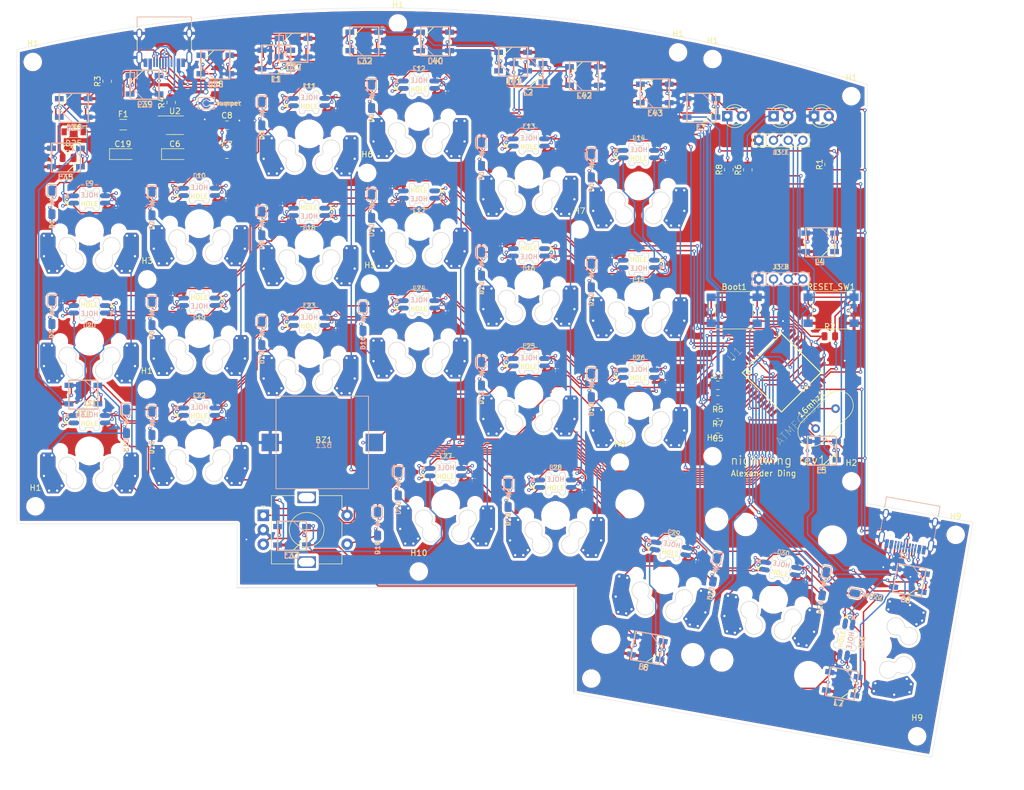
<source format=kicad_pcb>
(kicad_pcb (version 20171130) (host pcbnew 5.1.9)
  (layers (0 F.Cu signal) (31 B.Cu signal) (34 B.Paste user hide) (35 F.Paste user hide) (36 B.SilkS user) (37 F.SilkS user) (38 B.Mask user hide) (39 F.Mask user hide) (44 Edge.Cuts user))
  (net 0 "")
  (net 1 "Net-(J1-PadA5)")
  (net 2 "Net-(J1-PadA6)")
  (net 3 "Net-(J1-PadA7)")
  (net 4 "Net-(J1-PadB5)")
  (net 5 "Net-(D1-Pad2)")
  (net 6 "Net-(D2-Pad2)")
  (net 7 "Net-(D3-Pad2)")
  (net 8 "Net-(D4-Pad2)")
  (net 9 "Net-(D5-Pad2)")
  (net 10 "Net-(D6-Pad2)")
  (net 11 "Net-(D7-Pad2)")
  (net 12 "Net-(D8-Pad2)")
  (net 13 "Net-(D9-Pad2)")
  (net 14 "Net-(D10-Pad2)")
  (net 15 "Net-(D11-Pad2)")
  (net 16 "Net-(D12-Pad2)")
  (net 17 "Net-(D13-Pad2)")
  (net 18 "Net-(D14-Pad2)")
  (net 19 "Net-(D15-Pad2)")
  (net 20 "Net-(D16-Pad2)")
  (net 21 "Net-(D17-Pad2)")
  (net 22 "Net-(D18-Pad2)")
  (net 23 "Net-(D19-Pad2)")
  (net 24 "Net-(D20-Pad2)")
  (net 25 "Net-(D21-Pad2)")
  (net 26 "Net-(D22-Pad2)")
  (net 27 "Net-(D23-Pad2)")
  (net 28 "Net-(D24-Pad2)")
  (net 29 COL2)
  (net 30 COL3)
  (net 31 COL4)
  (net 32 COL5)
  (net 33 COL0)
  (net 34 COL1)
  (net 35 VCC)
  (net 36 "Net-(L10-Pad3)")
  (net 37 "Net-(L10-Pad1)")
  (net 38 "Net-(L11-Pad1)")
  (net 39 "Net-(L12-Pad1)")
  (net 40 "Net-(L13-Pad1)")
  (net 41 "Net-(L14-Pad1)")
  (net 42 "Net-(L15-Pad1)")
  (net 43 "Net-(L16-Pad1)")
  (net 44 "Net-(L17-Pad1)")
  (net 45 "Net-(L18-Pad1)")
  (net 46 "Net-(L19-Pad1)")
  (net 47 "Net-(L20-Pad1)")
  (net 48 "Net-(L21-Pad1)")
  (net 49 "Net-(L22-Pad1)")
  (net 50 "Net-(L23-Pad1)")
  (net 51 "Net-(L24-Pad1)")
  (net 52 "Net-(L25-Pad1)")
  (net 53 "Net-(L26-Pad1)")
  (net 54 "Net-(L27-Pad1)")
  (net 55 "Net-(L28-Pad1)")
  (net 56 "Net-(L29-Pad1)")
  (net 57 "Net-(L30-Pad1)")
  (net 58 "Net-(L31-Pad1)")
  (net 59 "Net-(L1-Pad1)")
  (net 60 "Net-(L2-Pad1)")
  (net 61 "Net-(L3-Pad1)")
  (net 62 "Net-(L4-Pad1)")
  (net 63 "Net-(L5-Pad1)")
  (net 64 "Net-(L6-Pad1)")
  (net 65 "Net-(L7-Pad1)")
  (net 66 RESET)
  (net 67 "Net-(C1-Pad2)")
  (net 68 "Net-(C5-Pad1)")
  (net 69 D-)
  (net 70 D+)
  (net 71 A3)
  (net 72 A2)
  (net 73 A1)
  (net 74 A0)
  (net 75 D10)
  (net 76 TX)
  (net 77 RX)
  (net 78 D2)
  (net 79 D3)
  (net 80 MISO)
  (net 81 MOSI)
  (net 82 SCK)
  (net 83 UVCC)
  (net 84 RAW)
  (net 85 "Net-(R1-Pad2)")
  (net 86 "Net-(U2-Pad4)")
  (net 87 "Net-(D25-Pad2)")
  (net 88 "Net-(R6-Pad1)")
  (net 89 "Net-(R8-Pad1)")
  (net 90 "Net-(D26-Pad1)")
  (net 91 GND)
  (net 92 "Net-(D27-Pad1)")
  (net 93 D9)
  (net 94 A4)
  (net 95 A5)
  (net 96 "Net-(L33-Pad3)")
  (net 97 "Net-(L33-Pad1)")
  (net 98 "Net-(L34-Pad1)")
  (net 99 "Net-(L35-Pad1)")
  (net 100 "Net-(L36-Pad1)")
  (net 101 "Net-(BZ1-Pad1)")
  (net 102 "Net-(L32-Pad1)")
  (net 103 "Net-(L32-Pad3)")
  (net 104 "Net-(L37-Pad3)")
  (net 105 "Net-(L38-Pad3)")
  (net 106 "Net-(L40-Pad1)")
  (net 107 "Net-(L41-Pad1)")
  (net 108 "Net-(L42-Pad1)")
  (net 109 "Net-(L43-Pad1)")
  (net 110 "Net-(Boot1-Pad1)")
  (net 111 "Net-(J2-PadB6)")
  (net 112 "Net-(J2-PadA7)")
  (net 113 "Net-(16mhz1-Pad2)")
  (net 114 "Net-(16mhz1-Pad1)")
  (net 115 BUZZER)
  (net 116 ROW0)
  (net 117 ROW1)
  (net 118 ROW2)
  (net 119 ROW3)
  (net 120 SDA)
  (net 121 SCL)
  (net 122 "Net-(R3-Pad1)")
  (net 123 ROT_A)
  (net 124 ROT_B)
  (module reversible-kicad-footprints:USB_C_Receptacle_HRO_TYPE-C-31-M-12 (layer F.Cu) (at 37.17 10.16 180)
    (fp_text reference J1 (at 0 -5.645) (layer F.SilkS))
    (fp_text value USB_C_Receptacle_USB2.0)
    (fp_text user J1 (at 0 -5.645 180) (layer B.SilkS) (effects (justify mirror)))
    (pad B1 smd rect (at 3.25 -4.045 180) (size 0.6 1.45) (layers F.Cu F.Paste F.Mask) (net 91 GND))
    (pad A1 smd rect (at -3.25 -4.045 180) (size 0.6 1.45) (layers F.Cu F.Paste F.Mask) (net 91 GND))
    (pad A4 smd rect (at -2.45 -4.045 180) (size 0.6 1.45) (layers F.Cu F.Paste F.Mask) (net 35 VCC))
    (pad B4 smd rect (at 2.45 -4.045 180) (size 0.6 1.45) (layers F.Cu F.Paste F.Mask) (net 35 VCC))
    (pad B8 smd rect (at -1.75 -4.045 180) (size 0.3 1.45) (layers F.Cu F.Paste F.Mask))
    (pad A5 smd rect (at -1.25 -4.045 180) (size 0.3 1.45) (layers F.Cu F.Paste F.Mask) (net 1 "Net-(J1-PadA5)"))
    (pad B7 smd rect (at -0.75 -4.045 180) (size 0.3 1.45) (layers F.Cu F.Paste F.Mask) (net 3 "Net-(J1-PadA7)"))
    (pad A7 smd rect (at 0.25 -4.045 180) (size 0.3 1.45) (layers F.Cu F.Paste F.Mask) (net 3 "Net-(J1-PadA7)"))
    (pad B6 smd rect (at 0.75 -4.045 180) (size 0.3 1.45) (layers F.Cu F.Paste F.Mask) (net 2 "Net-(J1-PadA6)"))
    (pad A8 smd rect (at 1.25 -4.045 180) (size 0.3 1.45) (layers F.Cu F.Paste F.Mask))
    (pad B5 smd rect (at 1.75 -4.045 180) (size 0.3 1.45) (layers F.Cu F.Paste F.Mask) (net 4 "Net-(J1-PadB5)"))
    (pad A6 smd rect (at -0.25 -4.045 180) (size 0.3 1.45) (layers F.Cu F.Paste F.Mask) (net 2 "Net-(J1-PadA6)"))
    (pad S1 thru_hole oval (at 4.32 -3.13 180) (size 1 2.1) (drill oval 0.6 1.7) (layers *.Cu *.Mask) (net 91 GND))
    (pad S1 thru_hole oval (at -4.32 -3.13 180) (size 1 2.1) (drill oval 0.6 1.7) (layers *.Cu *.Mask) (net 91 GND))
    (pad "" np_thru_hole circle (at -2.89 -2.6 180) (size 0.65 0.65) (drill 0.65) (layers *.Cu *.Mask))
    (pad S1 thru_hole oval (at -4.32 1.05 180) (size 1 1.6) (drill oval 0.6 1.2) (layers *.Cu *.Mask) (net 91 GND))
    (pad "" np_thru_hole circle (at 2.89 -2.6 180) (size 0.65 0.65) (drill 0.65) (layers *.Cu *.Mask))
    (pad S1 thru_hole oval (at 4.32 1.05 180) (size 1 1.6) (drill oval 0.6 1.2) (layers *.Cu *.Mask) (net 91 GND))
    (pad B7 smd rect (at 0.75 -4.045) (size 0.3 1.45) (layers B.Cu B.Paste B.Mask) (net 3 "Net-(J1-PadA7)"))
    (pad A6 smd rect (at 0.25 -4.045) (size 0.3 1.45) (layers B.Cu B.Paste B.Mask) (net 2 "Net-(J1-PadA6)"))
    (pad B5 smd rect (at -1.75 -4.045) (size 0.3 1.45) (layers B.Cu B.Paste B.Mask) (net 4 "Net-(J1-PadB5)"))
    (pad A5 smd rect (at 1.25 -4.045) (size 0.3 1.45) (layers B.Cu B.Paste B.Mask) (net 1 "Net-(J1-PadA5)"))
    (pad B6 smd rect (at -0.75 -4.045) (size 0.3 1.45) (layers B.Cu B.Paste B.Mask) (net 2 "Net-(J1-PadA6)"))
    (pad B8 smd rect (at 1.75 -4.045) (size 0.3 1.45) (layers B.Cu B.Paste B.Mask))
    (pad A8 smd rect (at -1.25 -4.045) (size 0.3 1.45) (layers B.Cu B.Paste B.Mask))
    (pad A7 smd rect (at -0.25 -4.045) (size 0.3 1.45) (layers B.Cu B.Paste B.Mask) (net 3 "Net-(J1-PadA7)"))
    (pad B1 smd rect (at -3.25 -4.045) (size 0.6 1.45) (layers B.Cu B.Paste B.Mask) (net 91 GND))
    (pad A1 smd rect (at 3.25 -4.045) (size 0.6 1.45) (layers B.Cu B.Paste B.Mask) (net 91 GND))
    (pad B4 smd rect (at -2.45 -4.045) (size 0.6 1.45) (layers B.Cu B.Paste B.Mask) (net 35 VCC))
    (pad A4 smd rect (at 2.45 -4.045) (size 0.6 1.45) (layers B.Cu B.Paste B.Mask) (net 35 VCC))
  )
  (module reversible-kicad-footprints:USB_C_Receptacle_HRO_TYPE-C-31-M-12 (layer B.Cu) (at 166.029479 93.936498 350)
    (fp_text reference J2 (at 0 5.645 350) (layer B.SilkS) (effects (justify mirror)))
    (fp_text value USB_C_Receptacle_USB2.0 hide)
    (fp_text user J1 (at 0 5.645 170) (layer F.SilkS))
    (pad B1 smd rect (at 3.25 4.045 350) (size 0.6 1.45) (layers B.Cu B.Paste B.Mask) (net 91 GND))
    (pad A1 smd rect (at -3.25 4.045 350) (size 0.6 1.45) (layers B.Cu B.Paste B.Mask) (net 91 GND))
    (pad A4 smd rect (at -2.45 4.045 350) (size 0.6 1.45) (layers B.Cu B.Paste B.Mask) (net 35 VCC))
    (pad B4 smd rect (at 2.45 4.045 350) (size 0.6 1.45) (layers B.Cu B.Paste B.Mask) (net 35 VCC))
    (pad B8 smd rect (at -1.75 4.045 350) (size 0.3 1.45) (layers B.Cu B.Paste B.Mask))
    (pad A5 smd rect (at -1.25 4.045 350) (size 0.3 1.45) (layers B.Cu B.Paste B.Mask) (net 91 GND))
    (pad B7 smd rect (at -0.75 4.045 350) (size 0.3 1.45) (layers B.Cu B.Paste B.Mask) (net 77 RX))
    (pad A7 smd rect (at 0.25 4.045 350) (size 0.3 1.45) (layers B.Cu B.Paste B.Mask) (net 112 "Net-(J2-PadA7)"))
    (pad B6 smd rect (at 0.75 4.045 350) (size 0.3 1.45) (layers B.Cu B.Paste B.Mask) (net 111 "Net-(J2-PadB6)"))
    (pad A8 smd rect (at 1.25 4.045 350) (size 0.3 1.45) (layers B.Cu B.Paste B.Mask))
    (pad B5 smd rect (at 1.75 4.045 350) (size 0.3 1.45) (layers B.Cu B.Paste B.Mask) (net 91 GND))
    (pad A6 smd rect (at -0.25 4.045 350) (size 0.3 1.45) (layers B.Cu B.Paste B.Mask) (net 77 RX))
    (pad S1 thru_hole oval (at 4.32 3.13 350) (size 1 2.1) (drill oval 0.6 1.7) (layers *.Cu *.Mask) (net 91 GND))
    (pad S1 thru_hole oval (at -4.32 3.13 350) (size 1 2.1) (drill oval 0.6 1.7) (layers *.Cu *.Mask) (net 91 GND))
    (pad "" np_thru_hole circle (at -2.89 2.6 350) (size 0.65 0.65) (drill 0.65) (layers *.Cu *.Mask))
    (pad S1 thru_hole oval (at -4.32 -1.05 350) (size 1 1.6) (drill oval 0.6 1.2) (layers *.Cu *.Mask) (net 91 GND))
    (pad "" np_thru_hole circle (at 2.89 2.6 350) (size 0.65 0.65) (drill 0.65) (layers *.Cu *.Mask))
    (pad S1 thru_hole oval (at 4.32 -1.05 350) (size 1 1.6) (drill oval 0.6 1.2) (layers *.Cu *.Mask) (net 91 GND))
    (pad B7 smd rect (at 0.75 4.045 170) (size 0.3 1.45) (layers F.Cu F.Paste F.Mask) (net 77 RX))
    (pad A6 smd rect (at 0.25 4.045 170) (size 0.3 1.45) (layers F.Cu F.Paste F.Mask) (net 77 RX))
    (pad B5 smd rect (at -1.75 4.045 170) (size 0.3 1.45) (layers F.Cu F.Paste F.Mask) (net 91 GND))
    (pad A5 smd rect (at 1.25 4.045 170) (size 0.3 1.45) (layers F.Cu F.Paste F.Mask) (net 91 GND))
    (pad B6 smd rect (at -0.75 4.045 170) (size 0.3 1.45) (layers F.Cu F.Paste F.Mask) (net 111 "Net-(J2-PadB6)"))
    (pad B8 smd rect (at 1.75 4.045 170) (size 0.3 1.45) (layers F.Cu F.Paste F.Mask))
    (pad A8 smd rect (at -1.25 4.045 170) (size 0.3 1.45) (layers F.Cu F.Paste F.Mask))
    (pad A7 smd rect (at -0.25 4.045 170) (size 0.3 1.45) (layers F.Cu F.Paste F.Mask) (net 112 "Net-(J2-PadA7)"))
    (pad B1 smd rect (at -3.25 4.045 170) (size 0.6 1.45) (layers F.Cu F.Paste F.Mask) (net 91 GND))
    (pad A1 smd rect (at 3.25 4.045 170) (size 0.6 1.45) (layers F.Cu F.Paste F.Mask) (net 91 GND))
    (pad B4 smd rect (at -2.45 4.045 170) (size 0.6 1.45) (layers F.Cu F.Paste F.Mask) (net 35 VCC))
    (pad A4 smd rect (at 2.45 4.045 170) (size 0.6 1.45) (layers F.Cu F.Paste F.Mask) (net 35 VCC))
  )
  (module reversible-kicad-footprints:WS2812B_LED (layer F.Cu) (at 33.75 18 180)
    (fp_text reference L39 (at -0.06 -3.41) (layer F.SilkS) (effects (font (thickness 0.2))))
    (fp_text value WS2812_LED hide)
    (fp_text user %R (at -0.07112 -3.40868) (layer B.SilkS) (effects (font (thickness 0.2)) (justify mirror)))
    (pad 3 smd rect (at 2.49936 -1.6002 90) (size 0.89916 1.50114) (layers B.Cu B.Paste B.Mask) (net 100 "Net-(L36-Pad1)"))
    (pad 4 smd rect (at 2.49936 1.6002 90) (size 0.89916 1.50114) (layers B.Cu B.Paste B.Mask) (net 35 VCC))
    (pad 2 smd rect (at -2.49936 -1.6002 90) (size 0.89916 1.50114) (layers B.Cu B.Paste B.Mask) (net 91 GND))
    (pad 1 smd rect (at -2.49936 1.6002 90) (size 0.89916 1.50114) (layers B.Cu B.Paste B.Mask) (net 105 "Net-(L38-Pad3)"))
    (pad 1 smd rect (at -2.49936 -1.6002 270) (size 0.89916 1.50114) (layers F.Cu F.Paste F.Mask) (net 105 "Net-(L38-Pad3)"))
    (pad 2 smd rect (at -2.49936 1.6002 270) (size 0.89916 1.50114) (layers F.Cu F.Paste F.Mask) (net 91 GND))
    (pad 3 smd rect (at 2.49936 1.6002 270) (size 0.89916 1.50114) (layers F.Cu F.Paste F.Mask) (net 100 "Net-(L36-Pad1)"))
    (pad 4 smd rect (at 2.49936 -1.6002 270) (size 0.89916 1.50114) (layers F.Cu F.Paste F.Mask) (net 35 VCC))
  )
  (module reversible-kicad-footprints:OLED-SSD1306-128x64 (layer F.Cu) (at 143.81 39.6)
    (fp_text reference J3)
    (fp_text value OLED)
    (fp_text user "%R F" (at 0 9.9) (layer B.SilkS) (effects (font (size 0.8128 0.8128) (thickness 0.1524)) (justify mirror)))
    (fp_text user "%R B" (at 0 -9.9) (layer B.SilkS) (effects (font (size 0.8128 0.8128) (thickness 0.1524)) (justify mirror)))
    (fp_text user "%R B" (at 0 9.9) (layer F.SilkS) (effects (font (size 0.8128 0.8128) (thickness 0.1524))))
    (fp_text user "%R F" (at 0 -9.9) (layer F.SilkS) (effects (font (size 0.8128 0.8128) (thickness 0.1524))))
    (pad 4 thru_hole circle (at 3.81 12 180) (size 1.6 1.6) (drill 1) (layers *.Cu *.Mask) (net 120 SDA))
    (pad 3 thru_hole circle (at 1.27 12 180) (size 1.6 1.6) (drill 1) (layers *.Cu *.Mask) (net 121 SCL))
    (pad 2 thru_hole circle (at -1.27 12 180) (size 1.6 1.6) (drill 1) (layers *.Cu *.Mask) (net 35 VCC))
    (pad 1 thru_hole rect (at -3.81 12 180) (size 1.6 1.6) (drill 1) (layers *.Cu *.Mask) (net 91 GND))
    (pad 2 thru_hole circle (at -1.27 -12) (size 1.6 1.6) (drill 1) (layers *.Cu *.Mask) (net 35 VCC))
    (pad 4 thru_hole circle (at 3.81 -12) (size 1.6 1.6) (drill 1) (layers *.Cu *.Mask) (net 120 SDA))
    (pad 3 thru_hole circle (at 1.27 -12) (size 1.6 1.6) (drill 1) (layers *.Cu *.Mask) (net 121 SCL))
    (pad 1 thru_hole rect (at -3.81 -12) (size 1.6 1.6) (drill 1) (layers *.Cu *.Mask) (net 91 GND))
  )
  (module Button_Switch_Keyboard:SW_Cherry_MX_2.00u_Vertical_PCB (layer F.Cu) (at 142.55 107 350)
    (fp_text reference REF** hide)
    (fp_text value SW_Cherry_MX_2.00u_Vertical_PCB hide)
    (pad "" np_thru_hole circle (at -7 -11.9 350) (size 3.05 3.05) (drill 3.05) (layers *.Cu *.Mask))
    (pad "" np_thru_hole circle (at -7 11.9 350) (size 3.05 3.05) (drill 3.05) (layers *.Cu *.Mask))
    (pad "" np_thru_hole circle (at 8.24 11.9 350) (size 4 4) (drill 4) (layers *.Cu *.Mask))
    (pad "" np_thru_hole circle (at 8.24 -11.9 350) (size 4 4) (drill 4) (layers *.Cu *.Mask))
  )
  (module keebio_parts:ATMEGA32U4-AU (layer F.Cu) (at 143.93 67.81 45)
    (fp_text reference U1 (at -3.474 -8.014 45) (layer F.SilkS) (effects (font (size 1.4 1.4) (thickness 0.05))))
    (fp_text value ATMEGA32U4 (at -2.55 8.1261 45) (layer F.SilkS) (effects (font (size 1.4 1.4) (thickness 0.05))))
    (pad 44 smd rect (at -4 -5.9 45) (size 0.5 1.5) (layers F.Cu F.Paste F.Mask) (net 35 VCC))
    (pad 43 smd rect (at -3.2 -5.9 45) (size 0.5 1.5) (layers F.Cu F.Paste F.Mask) (net 91 GND))
    (pad 42 smd rect (at -2.4 -5.9 45) (size 0.5 1.5) (layers F.Cu F.Paste F.Mask) (net 67 "Net-(C1-Pad2)"))
    (pad 41 smd rect (at -1.6 -5.9 45) (size 0.5 1.5) (layers F.Cu F.Paste F.Mask) (net 95 A5))
    (pad 40 smd rect (at -0.8 -5.9 45) (size 0.5 1.5) (layers F.Cu F.Paste F.Mask) (net 94 A4))
    (pad 39 smd rect (at 0 -5.9 45) (size 0.5 1.5) (layers F.Cu F.Paste F.Mask) (net 71 A3))
    (pad 38 smd rect (at 0.8 -5.9 45) (size 0.5 1.5) (layers F.Cu F.Paste F.Mask) (net 72 A2))
    (pad 37 smd rect (at 1.6 -5.9 45) (size 0.5 1.5) (layers F.Cu F.Paste F.Mask) (net 73 A1))
    (pad 36 smd rect (at 2.4 -5.9 45) (size 0.5 1.5) (layers F.Cu F.Paste F.Mask) (net 74 A0))
    (pad 35 smd rect (at 3.2 -5.9 45) (size 0.5 1.5) (layers F.Cu F.Paste F.Mask) (net 91 GND))
    (pad 34 smd rect (at 4 -5.9 45) (size 0.5 1.5) (layers F.Cu F.Paste F.Mask) (net 35 VCC))
    (pad 33 smd rect (at 5.9 -4 45) (size 1.5 0.5) (layers F.Cu F.Paste F.Mask) (net 91 GND))
    (pad 32 smd rect (at 5.9 -3.2 45) (size 1.5 0.5) (layers F.Cu F.Paste F.Mask) (net 101 "Net-(BZ1-Pad1)"))
    (pad 31 smd rect (at 5.9 -2.4 45) (size 1.5 0.5) (layers F.Cu F.Paste F.Mask) (net 34 COL1))
    (pad 30 smd rect (at 5.9 -1.6 45) (size 1.5 0.5) (layers F.Cu F.Paste F.Mask) (net 75 D10))
    (pad 29 smd rect (at 5.9 -0.8 45) (size 1.5 0.5) (layers F.Cu F.Paste F.Mask) (net 93 D9))
    (pad 28 smd rect (at 5.9 0 45) (size 1.5 0.5) (layers F.Cu F.Paste F.Mask) (net 31 COL4))
    (pad 27 smd rect (at 5.9 0.8 45) (size 1.5 0.5) (layers F.Cu F.Paste F.Mask) (net 88 "Net-(R6-Pad1)"))
    (pad 26 smd rect (at 5.9 1.6 45) (size 1.5 0.5) (layers F.Cu F.Paste F.Mask) (net 29 COL2))
    (pad 25 smd rect (at 5.9 2.4 45) (size 1.5 0.5) (layers F.Cu F.Paste F.Mask) (net 33 COL0))
    (pad 24 smd rect (at 5.9 3.2 45) (size 1.5 0.5) (layers F.Cu F.Paste F.Mask) (net 35 VCC))
    (pad 23 smd rect (at 5.9 4 45) (size 1.5 0.5) (layers F.Cu F.Paste F.Mask) (net 91 GND))
    (pad 22 smd rect (at 4 5.9 45) (size 0.5 1.5) (layers F.Cu F.Paste F.Mask) (net 89 "Net-(R8-Pad1)"))
    (pad 21 smd rect (at 3.2 5.9 45) (size 0.5 1.5) (layers F.Cu F.Paste F.Mask) (net 76 TX))
    (pad 20 smd rect (at 2.4 5.9 45) (size 0.5 1.5) (layers F.Cu F.Paste F.Mask) (net 77 RX))
    (pad 19 smd rect (at 1.6 5.9 45) (size 0.5 1.5) (layers F.Cu F.Paste F.Mask) (net 78 D2))
    (pad 18 smd rect (at 0.8 5.9 45) (size 0.5 1.5) (layers F.Cu F.Paste F.Mask) (net 79 D3))
    (pad 17 smd rect (at 0 5.9 45) (size 0.5 1.5) (layers F.Cu F.Paste F.Mask) (net 113 "Net-(16mhz1-Pad2)"))
    (pad 16 smd rect (at -0.8 5.9 45) (size 0.5 1.5) (layers F.Cu F.Paste F.Mask) (net 114 "Net-(16mhz1-Pad1)"))
    (pad 15 smd rect (at -1.6 5.9 45) (size 0.5 1.5) (layers F.Cu F.Paste F.Mask) (net 91 GND))
    (pad 14 smd rect (at -2.4 5.9 45) (size 0.5 1.5) (layers F.Cu F.Paste F.Mask) (net 35 VCC))
    (pad 13 smd rect (at -3.2 5.9 45) (size 0.5 1.5) (layers F.Cu F.Paste F.Mask) (net 66 RESET))
    (pad 12 smd rect (at -4 5.9 45) (size 0.5 1.5) (layers F.Cu F.Paste F.Mask) (net 32 COL5))
    (pad 11 smd rect (at -5.9 4 45) (size 1.5 0.5) (layers F.Cu F.Paste F.Mask) (net 80 MISO))
    (pad 10 smd rect (at -5.9 3.2 45) (size 1.5 0.5) (layers F.Cu F.Paste F.Mask) (net 81 MOSI))
    (pad 9 smd rect (at -5.9 2.4 45) (size 1.5 0.5) (layers F.Cu F.Paste F.Mask) (net 82 SCK))
    (pad 8 smd rect (at -5.9 1.6 45) (size 1.5 0.5) (layers F.Cu F.Paste F.Mask) (net 110 "Net-(Boot1-Pad1)"))
    (pad 7 smd rect (at -5.9 0.8 45) (size 1.5 0.5) (layers F.Cu F.Paste F.Mask) (net 83 UVCC))
    (pad 6 smd rect (at -5.9 0 45) (size 1.5 0.5) (layers F.Cu F.Paste F.Mask) (net 68 "Net-(C5-Pad1)"))
    (pad 5 smd rect (at -5.9 -0.8 45) (size 1.5 0.5) (layers F.Cu F.Paste F.Mask) (net 91 GND))
    (pad 4 smd rect (at -5.9 -1.6 45) (size 1.5 0.5) (layers F.Cu F.Paste F.Mask) (net 70 D+))
    (pad 3 smd rect (at -5.9 -2.4 45) (size 1.5 0.5) (layers F.Cu F.Paste F.Mask) (net 69 D-))
    (pad 2 smd rect (at -5.9 -3.2 45) (size 1.5 0.5) (layers F.Cu F.Paste F.Mask) (net 83 UVCC))
    (pad 1 smd rect (at -5.9 -4 45) (size 1.5 0.5) (layers F.Cu F.Paste F.Mask) (net 30 COL3))
  )
  (module MountingHole:MountingHole_2.2mm_M2 (layer F.Cu) (at 115.967513 83.342861)
    (fp_text reference H8 (at 0 -3.2) (layer F.SilkS))
    (fp_text value Hole)
    (pad 1 np_thru_hole circle (at 0 0) (size 2.2 2.2) (drill 2.2) (layers *.Cu *.Mask))
  )
  (module private:Buzzer (layer F.Cu) (at 64.499312 79.874148 180)
    (fp_text reference BZ1 (at -0.24892 0.43396 180) (layer F.SilkS))
    (fp_text value Buzzer)
    (fp_text user BZ1 (at -0.24892 -0.43396 180) (layer B.SilkS) (effects (justify mirror)))
    (pad 1 smd rect (at -9 0 180) (size 3 3) (layers F.Cu F.Paste F.Mask) (net 115 BUZZER))
    (pad 2 smd rect (at 9 0 180) (size 3 3) (layers F.Cu F.Paste F.Mask) (net 91 GND))
    (pad 2 smd rect (at 9 0 180) (size 3 3) (layers B.Cu B.Paste B.Mask) (net 91 GND))
    (pad 1 smd rect (at -9 0 180) (size 3 3) (layers B.Cu B.Paste B.Mask) (net 115 BUZZER))
  )
  (module reversible-kicad-footprints:MX-1U-Hotswap (layer F.Cu) (at 142.55 107 350)
    (fp_text reference SW24)
    (fp_text value SW_PUSH)
    (fp_arc (start -3.81 2.54) (end -2.389 3.02) (angle -270.5000159) (layer Edge.Cuts) (width 0.1))
    (fp_arc (start -4.435 4.44) (end -4.277581 3.965135) (angle 90.34083848) (layer Edge.Cuts) (width 0.1))
    (fp_arc (start -1.915 3.18) (end -2.389 3.02) (angle -90.4999418) (layer Edge.Cuts) (width 0.1))
    (fp_arc (start -2.54 5.08) (end -3.96108 4.600241) (angle -270.427572) (layer Edge.Cuts) (width 0.1))
    (fp_arc (start 3.81 2.54) (end 2.389 3.02) (angle 270.5000159) (layer Edge.Cuts) (width 0.1))
    (fp_arc (start 1.915 3.18) (end 2.389 3.02) (angle 90.4999418) (layer Edge.Cuts) (width 0.1))
    (fp_arc (start 4.435 4.44) (end 4.277581 3.965135) (angle -90.34083848) (layer Edge.Cuts) (width 0.1))
    (fp_arc (start 2.54 5.08) (end 3.96108 4.600241) (angle 270.427572) (layer Edge.Cuts) (width 0.1))
    (pad 1 thru_hole circle (at 4.8 6 170) (size 0.8 0.8) (drill 0.4) (layers *.Cu) (net 32 COL5))
    (pad 2 thru_hole circle (at -4.8 6 170) (size 0.8 0.8) (drill 0.4) (layers *.Cu) (net 28 "Net-(D24-Pad2)"))
    (pad 1 smd custom (at 7.285 2.54 350) (size 2.35 2.5) (layers B.Cu) (net 32 COL5) (options (clearance outline) (anchor rect)) (primitives (gr_poly (pts (xy -1.285 -1.54) (xy -1.285 0.26) (xy -2.885 3.46) (xy -1.885 4.66) (xy -0.085 4.66) (xy 1.115 1.86) (xy 1.115 -1.74) (xy 0.815 -2.14) (xy -0.885 -2.14)) (width 0.27))))
    (pad 1 smd custom (at 6.4992 5.0673 350) (size 2.15 2.5) (layers F.Cu) (net 32 COL5) (options (clearance outline) (anchor rect)) (primitives (gr_poly (pts (xy -0.4992 -4.0673) (xy -0.4992 -2.2673) (xy -2.0992 0.9327) (xy -1.0992 2.1327) (xy 0.7008 2.1327) (xy 1.9008 -0.6673) (xy 1.9008 -4.2673) (xy 1.6008 -4.6673) (xy -0.0992 -4.6673)) (width 0.27))))
    (pad 2 smd custom (at -7.212 2.54 350) (size 2.35 2.5) (layers F.Cu) (net 28 "Net-(D24-Pad2)") (options (clearance outline) (anchor rect)) (primitives (gr_poly (pts (xy 1.212 -1.54) (xy 1.212 0.26) (xy 2.812 3.46) (xy 1.812 4.66) (xy 0.012 4.66) (xy -1.188 1.86) (xy -1.188 -1.74) (xy -0.888 -2.14) (xy 0.812 -2.14)) (width 0.27))))
    (pad 2 smd custom (at -6.4246 5.0673 350) (size 2.15 2.5) (layers B.Cu) (net 28 "Net-(D24-Pad2)") (options (clearance outline) (anchor rect)) (primitives (gr_poly (pts (xy 0.4246 -4.0673) (xy 0.4246 -2.2673) (xy 2.0246 0.9327) (xy 1.0246 2.1327) (xy -0.7754 2.1327) (xy -1.9754 -0.6673) (xy -1.9754 -4.2673) (xy -1.6754 -4.6673) (xy 0.0246 -4.6673)) (width 0.27))))
    (pad 1 smd rect (at 7.2 2.54 350) (size 2.35 2.5) (layers B.Cu B.Paste B.Mask) (net 32 COL5))
    (pad 1 smd rect (at 6.3992 5.0673 350) (size 2.15 2.5) (layers F.Cu F.Paste F.Mask) (net 32 COL5))
    (pad 2 smd rect (at -6.4246 5.0673 170) (size 2.15 2.5) (layers B.Cu B.Paste B.Mask) (net 28 "Net-(D24-Pad2)"))
    (pad 2 thru_hole circle (at -7.874 4.318 170) (size 0.8 0.8) (drill 0.4) (layers *.Cu) (net 28 "Net-(D24-Pad2)"))
    (pad 1 thru_hole circle (at 7.874 4.318 170) (size 0.8 0.8) (drill 0.4) (layers *.Cu) (net 32 COL5))
    (pad 2 thru_hole circle (at -7.874 0.762 170) (size 0.8 0.8) (drill 0.4) (layers *.Cu) (net 28 "Net-(D24-Pad2)"))
    (pad 2 thru_hole circle (at -6.477 0.762 170) (size 0.8 0.8) (drill 0.4) (layers *.Cu) (net 28 "Net-(D24-Pad2)"))
    (pad 1 thru_hole circle (at 6.477 0.762 170) (size 0.8 0.8) (drill 0.4) (layers *.Cu) (net 32 COL5))
    (pad 1 thru_hole circle (at 7.874 0.762 170) (size 0.8 0.8) (drill 0.4) (layers *.Cu) (net 32 COL5))
    (pad 2 thru_hole circle (at -6.985 6.858 170) (size 0.8 0.8) (drill 0.4) (layers *.Cu) (net 28 "Net-(D24-Pad2)"))
    (pad 2 thru_hole circle (at -5.588 6.858 170) (size 0.8 0.8) (drill 0.4) (layers *.Cu) (net 28 "Net-(D24-Pad2)"))
    (pad 1 thru_hole circle (at 5.588 6.858 170) (size 0.8 0.8) (drill 0.4) (layers *.Cu) (net 32 COL5))
    (pad 1 thru_hole circle (at 6.985 6.858 170) (size 0.8 0.8) (drill 0.4) (layers *.Cu) (net 32 COL5))
    (pad 2 smd rect (at -7.212 2.54 170) (size 2.35 2.5) (layers F.Cu F.Paste F.Mask) (net 28 "Net-(D24-Pad2)"))
    (pad "" np_thru_hole circle (at -5.08 0 218) (size 1.75 1.75) (drill 1.75) (layers *.Cu *.Mask) (clearance 0.3))
    (pad "" np_thru_hole circle (at 5.08 0 218) (size 1.75 1.75) (drill 1.75) (layers *.Cu *.Mask) (clearance 0.3))
    (pad "" np_thru_hole circle (at 0 0 170) (size 3.9878 3.9878) (drill 3.9878) (layers *.Cu *.Mask) (clearance 0.3))
  )
  (module reversible-kicad-footprints:MX-1U-Hotswap (layer F.Cu) (at 123.75 103.65 350)
    (fp_text reference SW23)
    (fp_text value SW_PUSH)
    (fp_arc (start -3.81 2.54) (end -2.389 3.02) (angle -270.5000159) (layer Edge.Cuts) (width 0.1))
    (fp_arc (start -4.435 4.44) (end -4.277581 3.965135) (angle 90.34083848) (layer Edge.Cuts) (width 0.1))
    (fp_arc (start -1.915 3.18) (end -2.389 3.02) (angle -90.4999418) (layer Edge.Cuts) (width 0.1))
    (fp_arc (start -2.54 5.08) (end -3.96108 4.600241) (angle -270.427572) (layer Edge.Cuts) (width 0.1))
    (fp_arc (start 3.81 2.54) (end 2.389 3.02) (angle 270.5000159) (layer Edge.Cuts) (width 0.1))
    (fp_arc (start 1.915 3.18) (end 2.389 3.02) (angle 90.4999418) (layer Edge.Cuts) (width 0.1))
    (fp_arc (start 4.435 4.44) (end 4.277581 3.965135) (angle -90.34083848) (layer Edge.Cuts) (width 0.1))
    (fp_arc (start 2.54 5.08) (end 3.96108 4.600241) (angle 270.427572) (layer Edge.Cuts) (width 0.1))
    (pad 1 thru_hole circle (at 4.8 6 170) (size 0.8 0.8) (drill 0.4) (layers *.Cu) (net 31 COL4))
    (pad 2 thru_hole circle (at -4.8 6 170) (size 0.8 0.8) (drill 0.4) (layers *.Cu) (net 27 "Net-(D23-Pad2)"))
    (pad 1 smd custom (at 7.285 2.54 350) (size 2.35 2.5) (layers B.Cu) (net 31 COL4) (options (clearance outline) (anchor rect)) (primitives (gr_poly (pts (xy -1.285 -1.54) (xy -1.285 0.26) (xy -2.885 3.46) (xy -1.885 4.66) (xy -0.085 4.66) (xy 1.115 1.86) (xy 1.115 -1.74) (xy 0.815 -2.14) (xy -0.885 -2.14)) (width 0.27))))
    (pad 1 smd custom (at 6.4992 5.0673 350) (size 2.15 2.5) (layers F.Cu) (net 31 COL4) (options (clearance outline) (anchor rect)) (primitives (gr_poly (pts (xy -0.4992 -4.0673) (xy -0.4992 -2.2673) (xy -2.0992 0.9327) (xy -1.0992 2.1327) (xy 0.7008 2.1327) (xy 1.9008 -0.6673) (xy 1.9008 -4.2673) (xy 1.6008 -4.6673) (xy -0.0992 -4.6673)) (width 0.27))))
    (pad 2 smd custom (at -7.212 2.54 350) (size 2.35 2.5) (layers F.Cu) (net 27 "Net-(D23-Pad2)") (options (clearance outline) (anchor rect)) (primitives (gr_poly (pts (xy 1.212 -1.54) (xy 1.212 0.26) (xy 2.812 3.46) (xy 1.812 4.66) (xy 0.012 4.66) (xy -1.188 1.86) (xy -1.188 -1.74) (xy -0.888 -2.14) (xy 0.812 -2.14)) (width 0.27))))
    (pad 2 smd custom (at -6.4246 5.0673 350) (size 2.15 2.5) (layers B.Cu) (net 27 "Net-(D23-Pad2)") (options (clearance outline) (anchor rect)) (primitives (gr_poly (pts (xy 0.4246 -4.0673) (xy 0.4246 -2.2673) (xy 2.0246 0.9327) (xy 1.0246 2.1327) (xy -0.7754 2.1327) (xy -1.9754 -0.6673) (xy -1.9754 -4.2673) (xy -1.6754 -4.6673) (xy 0.0246 -4.6673)) (width 0.27))))
    (pad 1 smd rect (at 7.2 2.54 350) (size 2.35 2.5) (layers B.Cu B.Paste B.Mask) (net 31 COL4))
    (pad 1 smd rect (at 6.3992 5.0673 350) (size 2.15 2.5) (layers F.Cu F.Paste F.Mask) (net 31 COL4))
    (pad 2 smd rect (at -6.4246 5.0673 170) (size 2.15 2.5) (layers B.Cu B.Paste B.Mask) (net 27 "Net-(D23-Pad2)"))
    (pad 2 thru_hole circle (at -7.874 4.318 170) (size 0.8 0.8) (drill 0.4) (layers *.Cu) (net 27 "Net-(D23-Pad2)"))
    (pad 1 thru_hole circle (at 7.874 4.318 170) (size 0.8 0.8) (drill 0.4) (layers *.Cu) (net 31 COL4))
    (pad 2 thru_hole circle (at -7.874 0.762 170) (size 0.8 0.8) (drill 0.4) (layers *.Cu) (net 27 "Net-(D23-Pad2)"))
    (pad 2 thru_hole circle (at -6.477 0.762 170) (size 0.8 0.8) (drill 0.4) (layers *.Cu) (net 27 "Net-(D23-Pad2)"))
    (pad 1 thru_hole circle (at 6.477 0.762 170) (size 0.8 0.8) (drill 0.4) (layers *.Cu) (net 31 COL4))
    (pad 1 thru_hole circle (at 7.874 0.762 170) (size 0.8 0.8) (drill 0.4) (layers *.Cu) (net 31 COL4))
    (pad 2 thru_hole circle (at -6.985 6.858 170) (size 0.8 0.8) (drill 0.4) (layers *.Cu) (net 27 "Net-(D23-Pad2)"))
    (pad 2 thru_hole circle (at -5.588 6.858 170) (size 0.8 0.8) (drill 0.4) (layers *.Cu) (net 27 "Net-(D23-Pad2)"))
    (pad 1 thru_hole circle (at 5.588 6.858 170) (size 0.8 0.8) (drill 0.4) (layers *.Cu) (net 31 COL4))
    (pad 1 thru_hole circle (at 6.985 6.858 170) (size 0.8 0.8) (drill 0.4) (layers *.Cu) (net 31 COL4))
    (pad 2 smd rect (at -7.212 2.54 170) (size 2.35 2.5) (layers F.Cu F.Paste F.Mask) (net 27 "Net-(D23-Pad2)"))
    (pad "" np_thru_hole circle (at -5.08 0 218) (size 1.75 1.75) (drill 1.75) (layers *.Cu *.Mask) (clearance 0.3))
    (pad "" np_thru_hole circle (at 5.08 0 218) (size 1.75 1.75) (drill 1.75) (layers *.Cu *.Mask) (clearance 0.3))
    (pad "" np_thru_hole circle (at 0 0 170) (size 3.9878 3.9878) (drill 3.9878) (layers *.Cu *.Mask) (clearance 0.3))
  )
  (module reversible-kicad-footprints:MX-1U-Hotswap (layer F.Cu) (at 160.52 115 80)
    (fp_text reference SW22)
    (fp_text value SW_PUSH)
    (fp_arc (start -3.81 2.54) (end -2.389 3.02) (angle -270.5000159) (layer Edge.Cuts) (width 0.1))
    (fp_arc (start -4.435 4.44) (end -4.277581 3.965135) (angle 90.34083848) (layer Edge.Cuts) (width 0.1))
    (fp_arc (start -1.915 3.18) (end -2.389 3.02) (angle -90.4999418) (layer Edge.Cuts) (width 0.1))
    (fp_arc (start -2.54 5.08) (end -3.96108 4.600241) (angle -270.427572) (layer Edge.Cuts) (width 0.1))
    (fp_arc (start 3.81 2.54) (end 2.389 3.02) (angle 270.5000159) (layer Edge.Cuts) (width 0.1))
    (fp_arc (start 1.915 3.18) (end 2.389 3.02) (angle 90.4999418) (layer Edge.Cuts) (width 0.1))
    (fp_arc (start 4.435 4.44) (end 4.277581 3.965135) (angle -90.34083848) (layer Edge.Cuts) (width 0.1))
    (fp_arc (start 2.54 5.08) (end 3.96108 4.600241) (angle 270.427572) (layer Edge.Cuts) (width 0.1))
    (pad 1 thru_hole circle (at 4.8 6 260) (size 0.8 0.8) (drill 0.4) (layers *.Cu) (net 30 COL3))
    (pad 2 thru_hole circle (at -4.8 6 260) (size 0.8 0.8) (drill 0.4) (layers *.Cu) (net 26 "Net-(D22-Pad2)"))
    (pad 1 smd custom (at 7.285 2.54 80) (size 2.35 2.5) (layers B.Cu) (net 30 COL3) (options (clearance outline) (anchor rect)) (primitives (gr_poly (pts (xy -1.285 -1.54) (xy -1.285 0.26) (xy -2.885 3.46) (xy -1.885 4.66) (xy -0.085 4.66) (xy 1.115 1.86) (xy 1.115 -1.74) (xy 0.815 -2.14) (xy -0.885 -2.14)) (width 0.27))))
    (pad 1 smd custom (at 6.4992 5.0673 80) (size 2.15 2.5) (layers F.Cu) (net 30 COL3) (options (clearance outline) (anchor rect)) (primitives (gr_poly (pts (xy -0.4992 -4.0673) (xy -0.4992 -2.2673) (xy -2.0992 0.9327) (xy -1.0992 2.1327) (xy 0.7008 2.1327) (xy 1.9008 -0.6673) (xy 1.9008 -4.2673) (xy 1.6008 -4.6673) (xy -0.0992 -4.6673)) (width 0.27))))
    (pad 2 smd custom (at -7.212 2.54 80) (size 2.35 2.5) (layers F.Cu) (net 26 "Net-(D22-Pad2)") (options (clearance outline) (anchor rect)) (primitives (gr_poly (pts (xy 1.212 -1.54) (xy 1.212 0.26) (xy 2.812 3.46) (xy 1.812 4.66) (xy 0.012 4.66) (xy -1.188 1.86) (xy -1.188 -1.74) (xy -0.888 -2.14) (xy 0.812 -2.14)) (width 0.27))))
    (pad 2 smd custom (at -6.4246 5.0673 80) (size 2.15 2.5) (layers B.Cu) (net 26 "Net-(D22-Pad2)") (options (clearance outline) (anchor rect)) (primitives (gr_poly (pts (xy 0.4246 -4.0673) (xy 0.4246 -2.2673) (xy 2.0246 0.9327) (xy 1.0246 2.1327) (xy -0.7754 2.1327) (xy -1.9754 -0.6673) (xy -1.9754 -4.2673) (xy -1.6754 -4.6673) (xy 0.0246 -4.6673)) (width 0.27))))
    (pad 1 smd rect (at 7.2 2.54 80) (size 2.35 2.5) (layers B.Cu B.Paste B.Mask) (net 30 COL3))
    (pad 1 smd rect (at 6.3992 5.0673 80) (size 2.15 2.5) (layers F.Cu F.Paste F.Mask) (net 30 COL3))
    (pad 2 smd rect (at -6.4246 5.0673 260) (size 2.15 2.5) (layers B.Cu B.Paste B.Mask) (net 26 "Net-(D22-Pad2)"))
    (pad 2 thru_hole circle (at -7.874 4.318 260) (size 0.8 0.8) (drill 0.4) (layers *.Cu) (net 26 "Net-(D22-Pad2)"))
    (pad 1 thru_hole circle (at 7.874 4.318 260) (size 0.8 0.8) (drill 0.4) (layers *.Cu) (net 30 COL3))
    (pad 2 thru_hole circle (at -7.874 0.762 260) (size 0.8 0.8) (drill 0.4) (layers *.Cu) (net 26 "Net-(D22-Pad2)"))
    (pad 2 thru_hole circle (at -6.477 0.762 260) (size 0.8 0.8) (drill 0.4) (layers *.Cu) (net 26 "Net-(D22-Pad2)"))
    (pad 1 thru_hole circle (at 6.477 0.762 260) (size 0.8 0.8) (drill 0.4) (layers *.Cu) (net 30 COL3))
    (pad 1 thru_hole circle (at 7.874 0.762 260) (size 0.8 0.8) (drill 0.4) (layers *.Cu) (net 30 COL3))
    (pad 2 thru_hole circle (at -6.985 6.858 260) (size 0.8 0.8) (drill 0.4) (layers *.Cu) (net 26 "Net-(D22-Pad2)"))
    (pad 2 thru_hole circle (at -5.588 6.858 260) (size 0.8 0.8) (drill 0.4) (layers *.Cu) (net 26 "Net-(D22-Pad2)"))
    (pad 1 thru_hole circle (at 5.588 6.858 260) (size 0.8 0.8) (drill 0.4) (layers *.Cu) (net 30 COL3))
    (pad 1 thru_hole circle (at 6.985 6.858 260) (size 0.8 0.8) (drill 0.4) (layers *.Cu) (net 30 COL3))
    (pad 2 smd rect (at -7.212 2.54 260) (size 2.35 2.5) (layers F.Cu F.Paste F.Mask) (net 26 "Net-(D22-Pad2)"))
    (pad "" np_thru_hole circle (at -5.08 0 308) (size 1.75 1.75) (drill 1.75) (layers *.Cu *.Mask) (clearance 0.3))
    (pad "" np_thru_hole circle (at 5.08 0 308) (size 1.75 1.75) (drill 1.75) (layers *.Cu *.Mask) (clearance 0.3))
    (pad "" np_thru_hole circle (at 0 0 260) (size 3.9878 3.9878) (drill 3.9878) (layers *.Cu *.Mask) (clearance 0.3))
  )
  (module reversible-kicad-footprints:MX-1U-Hotswap (layer F.Cu) (at 104.8375 92.5)
    (fp_text reference SW21)
    (fp_text value SW_PUSH)
    (fp_arc (start -3.81 2.54) (end -2.389 3.02) (angle -270.5000159) (layer Edge.Cuts) (width 0.1))
    (fp_arc (start -4.435 4.44) (end -4.277581 3.965135) (angle 90.34083848) (layer Edge.Cuts) (width 0.1))
    (fp_arc (start -1.915 3.18) (end -2.389 3.02) (angle -90.4999418) (layer Edge.Cuts) (width 0.1))
    (fp_arc (start -2.54 5.08) (end -3.96108 4.600241) (angle -270.427572) (layer Edge.Cuts) (width 0.1))
    (fp_arc (start 3.81 2.54) (end 2.389 3.02) (angle 270.5000159) (layer Edge.Cuts) (width 0.1))
    (fp_arc (start 1.915 3.18) (end 2.389 3.02) (angle 90.4999418) (layer Edge.Cuts) (width 0.1))
    (fp_arc (start 4.435 4.44) (end 4.277581 3.965135) (angle -90.34083848) (layer Edge.Cuts) (width 0.1))
    (fp_arc (start 2.54 5.08) (end 3.96108 4.600241) (angle 270.427572) (layer Edge.Cuts) (width 0.1))
    (pad 1 thru_hole circle (at 4.8 6 180) (size 0.8 0.8) (drill 0.4) (layers *.Cu) (net 29 COL2))
    (pad 2 thru_hole circle (at -4.8 6 180) (size 0.8 0.8) (drill 0.4) (layers *.Cu) (net 25 "Net-(D21-Pad2)"))
    (pad 1 smd custom (at 7.285 2.54) (size 2.35 2.5) (layers B.Cu) (net 29 COL2) (options (clearance outline) (anchor rect)) (primitives (gr_poly (pts (xy -1.285 -1.54) (xy -1.285 0.26) (xy -2.885 3.46) (xy -1.885 4.66) (xy -0.085 4.66) (xy 1.115 1.86) (xy 1.115 -1.74) (xy 0.815 -2.14) (xy -0.885 -2.14)) (width 0.27))))
    (pad 1 smd custom (at 6.4992 5.0673) (size 2.15 2.5) (layers F.Cu) (net 29 COL2) (options (clearance outline) (anchor rect)) (primitives (gr_poly (pts (xy -0.4992 -4.0673) (xy -0.4992 -2.2673) (xy -2.0992 0.9327) (xy -1.0992 2.1327) (xy 0.7008 2.1327) (xy 1.9008 -0.6673) (xy 1.9008 -4.2673) (xy 1.6008 -4.6673) (xy -0.0992 -4.6673)) (width 0.27))))
    (pad 2 smd custom (at -7.212 2.54) (size 2.35 2.5) (layers F.Cu) (net 25 "Net-(D21-Pad2)") (options (clearance outline) (anchor rect)) (primitives (gr_poly (pts (xy 1.212 -1.54) (xy 1.212 0.26) (xy 2.812 3.46) (xy 1.812 4.66) (xy 0.012 4.66) (xy -1.188 1.86) (xy -1.188 -1.74) (xy -0.888 -2.14) (xy 0.812 -2.14)) (width 0.27))))
    (pad 2 smd custom (at -6.4246 5.0673) (size 2.15 2.5) (layers B.Cu) (net 25 "Net-(D21-Pad2)") (options (clearance outline) (anchor rect)) (primitives (gr_poly (pts (xy 0.4246 -4.0673) (xy 0.4246 -2.2673) (xy 2.0246 0.9327) (xy 1.0246 2.1327) (xy -0.7754 2.1327) (xy -1.9754 -0.6673) (xy -1.9754 -4.2673) (xy -1.6754 -4.6673) (xy 0.0246 -4.6673)) (width 0.27))))
    (pad 1 smd rect (at 7.2 2.54) (size 2.35 2.5) (layers B.Cu B.Paste B.Mask) (net 29 COL2))
    (pad 1 smd rect (at 6.3992 5.0673) (size 2.15 2.5) (layers F.Cu F.Paste F.Mask) (net 29 COL2))
    (pad 2 smd rect (at -6.4246 5.0673 180) (size 2.15 2.5) (layers B.Cu B.Paste B.Mask) (net 25 "Net-(D21-Pad2)"))
    (pad 2 thru_hole circle (at -7.874 4.318 180) (size 0.8 0.8) (drill 0.4) (layers *.Cu) (net 25 "Net-(D21-Pad2)"))
    (pad 1 thru_hole circle (at 7.874 4.318 180) (size 0.8 0.8) (drill 0.4) (layers *.Cu) (net 29 COL2))
    (pad 2 thru_hole circle (at -7.874 0.762 180) (size 0.8 0.8) (drill 0.4) (layers *.Cu) (net 25 "Net-(D21-Pad2)"))
    (pad 2 thru_hole circle (at -6.477 0.762 180) (size 0.8 0.8) (drill 0.4) (layers *.Cu) (net 25 "Net-(D21-Pad2)"))
    (pad 1 thru_hole circle (at 6.477 0.762 180) (size 0.8 0.8) (drill 0.4) (layers *.Cu) (net 29 COL2))
    (pad 1 thru_hole circle (at 7.874 0.762 180) (size 0.8 0.8) (drill 0.4) (layers *.Cu) (net 29 COL2))
    (pad 2 thru_hole circle (at -6.985 6.858 180) (size 0.8 0.8) (drill 0.4) (layers *.Cu) (net 25 "Net-(D21-Pad2)"))
    (pad 2 thru_hole circle (at -5.588 6.858 180) (size 0.8 0.8) (drill 0.4) (layers *.Cu) (net 25 "Net-(D21-Pad2)"))
    (pad 1 thru_hole circle (at 5.588 6.858 180) (size 0.8 0.8) (drill 0.4) (layers *.Cu) (net 29 COL2))
    (pad 1 thru_hole circle (at 6.985 6.858 180) (size 0.8 0.8) (drill 0.4) (layers *.Cu) (net 29 COL2))
    (pad 2 smd rect (at -7.212 2.54 180) (size 2.35 2.5) (layers F.Cu F.Paste F.Mask) (net 25 "Net-(D21-Pad2)"))
    (pad "" np_thru_hole circle (at -5.08 0 228) (size 1.75 1.75) (drill 1.75) (layers *.Cu *.Mask) (clearance 0.3))
    (pad "" np_thru_hole circle (at 5.08 0 228) (size 1.75 1.75) (drill 1.75) (layers *.Cu *.Mask) (clearance 0.3))
    (pad "" np_thru_hole circle (at 0 0 180) (size 3.9878 3.9878) (drill 3.9878) (layers *.Cu *.Mask) (clearance 0.3))
  )
  (module reversible-kicad-footprints:MX-1U-Hotswap (layer F.Cu) (at 85.8375 90.5)
    (fp_text reference SW20)
    (fp_text value SW_PUSH)
    (fp_arc (start -3.81 2.54) (end -2.389 3.02) (angle -270.5000159) (layer Edge.Cuts) (width 0.1))
    (fp_arc (start -4.435 4.44) (end -4.277581 3.965135) (angle 90.34083848) (layer Edge.Cuts) (width 0.1))
    (fp_arc (start -1.915 3.18) (end -2.389 3.02) (angle -90.4999418) (layer Edge.Cuts) (width 0.1))
    (fp_arc (start -2.54 5.08) (end -3.96108 4.600241) (angle -270.427572) (layer Edge.Cuts) (width 0.1))
    (fp_arc (start 3.81 2.54) (end 2.389 3.02) (angle 270.5000159) (layer Edge.Cuts) (width 0.1))
    (fp_arc (start 1.915 3.18) (end 2.389 3.02) (angle 90.4999418) (layer Edge.Cuts) (width 0.1))
    (fp_arc (start 4.435 4.44) (end 4.277581 3.965135) (angle -90.34083848) (layer Edge.Cuts) (width 0.1))
    (fp_arc (start 2.54 5.08) (end 3.96108 4.600241) (angle 270.427572) (layer Edge.Cuts) (width 0.1))
    (pad 1 thru_hole circle (at 4.8 6 180) (size 0.8 0.8) (drill 0.4) (layers *.Cu) (net 34 COL1))
    (pad 2 thru_hole circle (at -4.8 6 180) (size 0.8 0.8) (drill 0.4) (layers *.Cu) (net 24 "Net-(D20-Pad2)"))
    (pad 1 smd custom (at 7.285 2.54) (size 2.35 2.5) (layers B.Cu) (net 34 COL1) (options (clearance outline) (anchor rect)) (primitives (gr_poly (pts (xy -1.285 -1.54) (xy -1.285 0.26) (xy -2.885 3.46) (xy -1.885 4.66) (xy -0.085 4.66) (xy 1.115 1.86) (xy 1.115 -1.74) (xy 0.815 -2.14) (xy -0.885 -2.14)) (width 0.27))))
    (pad 1 smd custom (at 6.4992 5.0673) (size 2.15 2.5) (layers F.Cu) (net 34 COL1) (options (clearance outline) (anchor rect)) (primitives (gr_poly (pts (xy -0.4992 -4.0673) (xy -0.4992 -2.2673) (xy -2.0992 0.9327) (xy -1.0992 2.1327) (xy 0.7008 2.1327) (xy 1.9008 -0.6673) (xy 1.9008 -4.2673) (xy 1.6008 -4.6673) (xy -0.0992 -4.6673)) (width 0.27))))
    (pad 2 smd custom (at -7.212 2.54) (size 2.35 2.5) (layers F.Cu) (net 24 "Net-(D20-Pad2)") (options (clearance outline) (anchor rect)) (primitives (gr_poly (pts (xy 1.212 -1.54) (xy 1.212 0.26) (xy 2.812 3.46) (xy 1.812 4.66) (xy 0.012 4.66) (xy -1.188 1.86) (xy -1.188 -1.74) (xy -0.888 -2.14) (xy 0.812 -2.14)) (width 0.27))))
    (pad 2 smd custom (at -6.4246 5.0673) (size 2.15 2.5) (layers B.Cu) (net 24 "Net-(D20-Pad2)") (options (clearance outline) (anchor rect)) (primitives (gr_poly (pts (xy 0.4246 -4.0673) (xy 0.4246 -2.2673) (xy 2.0246 0.9327) (xy 1.0246 2.1327) (xy -0.7754 2.1327) (xy -1.9754 -0.6673) (xy -1.9754 -4.2673) (xy -1.6754 -4.6673) (xy 0.0246 -4.6673)) (width 0.27))))
    (pad 1 smd rect (at 7.2 2.54) (size 2.35 2.5) (layers B.Cu B.Paste B.Mask) (net 34 COL1))
    (pad 1 smd rect (at 6.3992 5.0673) (size 2.15 2.5) (layers F.Cu F.Paste F.Mask) (net 34 COL1))
    (pad 2 smd rect (at -6.4246 5.0673 180) (size 2.15 2.5) (layers B.Cu B.Paste B.Mask) (net 24 "Net-(D20-Pad2)"))
    (pad 2 thru_hole circle (at -7.874 4.318 180) (size 0.8 0.8) (drill 0.4) (layers *.Cu) (net 24 "Net-(D20-Pad2)"))
    (pad 1 thru_hole circle (at 7.874 4.318 180) (size 0.8 0.8) (drill 0.4) (layers *.Cu) (net 34 COL1))
    (pad 2 thru_hole circle (at -7.874 0.762 180) (size 0.8 0.8) (drill 0.4) (layers *.Cu) (net 24 "Net-(D20-Pad2)"))
    (pad 2 thru_hole circle (at -6.477 0.762 180) (size 0.8 0.8) (drill 0.4) (layers *.Cu) (net 24 "Net-(D20-Pad2)"))
    (pad 1 thru_hole circle (at 6.477 0.762 180) (size 0.8 0.8) (drill 0.4) (layers *.Cu) (net 34 COL1))
    (pad 1 thru_hole circle (at 7.874 0.762 180) (size 0.8 0.8) (drill 0.4) (layers *.Cu) (net 34 COL1))
    (pad 2 thru_hole circle (at -6.985 6.858 180) (size 0.8 0.8) (drill 0.4) (layers *.Cu) (net 24 "Net-(D20-Pad2)"))
    (pad 2 thru_hole circle (at -5.588 6.858 180) (size 0.8 0.8) (drill 0.4) (layers *.Cu) (net 24 "Net-(D20-Pad2)"))
    (pad 1 thru_hole circle (at 5.588 6.858 180) (size 0.8 0.8) (drill 0.4) (layers *.Cu) (net 34 COL1))
    (pad 1 thru_hole circle (at 6.985 6.858 180) (size 0.8 0.8) (drill 0.4) (layers *.Cu) (net 34 COL1))
    (pad 2 smd rect (at -7.212 2.54 180) (size 2.35 2.5) (layers F.Cu F.Paste F.Mask) (net 24 "Net-(D20-Pad2)"))
    (pad "" np_thru_hole circle (at -5.08 0 228) (size 1.75 1.75) (drill 1.75) (layers *.Cu *.Mask) (clearance 0.3))
    (pad "" np_thru_hole circle (at 5.08 0 228) (size 1.75 1.75) (drill 1.75) (layers *.Cu *.Mask) (clearance 0.3))
    (pad "" np_thru_hole circle (at 0 0 180) (size 3.9878 3.9878) (drill 3.9878) (layers *.Cu *.Mask) (clearance 0.3))
  )
  (module reversible-kicad-footprints:MX-1U-Hotswap (layer F.Cu) (at 119.225 73.491)
    (fp_text reference SW18)
    (fp_text value SW_PUSH)
    (fp_arc (start -3.81 2.54) (end -2.389 3.02) (angle -270.5000159) (layer Edge.Cuts) (width 0.1))
    (fp_arc (start -4.435 4.44) (end -4.277581 3.965135) (angle 90.34083848) (layer Edge.Cuts) (width 0.1))
    (fp_arc (start -1.915 3.18) (end -2.389 3.02) (angle -90.4999418) (layer Edge.Cuts) (width 0.1))
    (fp_arc (start -2.54 5.08) (end -3.96108 4.600241) (angle -270.427572) (layer Edge.Cuts) (width 0.1))
    (fp_arc (start 3.81 2.54) (end 2.389 3.02) (angle 270.5000159) (layer Edge.Cuts) (width 0.1))
    (fp_arc (start 1.915 3.18) (end 2.389 3.02) (angle 90.4999418) (layer Edge.Cuts) (width 0.1))
    (fp_arc (start 4.435 4.44) (end 4.277581 3.965135) (angle -90.34083848) (layer Edge.Cuts) (width 0.1))
    (fp_arc (start 2.54 5.08) (end 3.96108 4.600241) (angle 270.427572) (layer Edge.Cuts) (width 0.1))
    (pad 1 thru_hole circle (at 4.8 6 180) (size 0.8 0.8) (drill 0.4) (layers *.Cu) (net 32 COL5))
    (pad 2 thru_hole circle (at -4.8 6 180) (size 0.8 0.8) (drill 0.4) (layers *.Cu) (net 22 "Net-(D18-Pad2)"))
    (pad 1 smd custom (at 7.285 2.54) (size 2.35 2.5) (layers B.Cu) (net 32 COL5) (options (clearance outline) (anchor rect)) (primitives (gr_poly (pts (xy -1.285 -1.54) (xy -1.285 0.26) (xy -2.885 3.46) (xy -1.885 4.66) (xy -0.085 4.66) (xy 1.115 1.86) (xy 1.115 -1.74) (xy 0.815 -2.14) (xy -0.885 -2.14)) (width 0.27))))
    (pad 1 smd custom (at 6.4992 5.0673) (size 2.15 2.5) (layers F.Cu) (net 32 COL5) (options (clearance outline) (anchor rect)) (primitives (gr_poly (pts (xy -0.4992 -4.0673) (xy -0.4992 -2.2673) (xy -2.0992 0.9327) (xy -1.0992 2.1327) (xy 0.7008 2.1327) (xy 1.9008 -0.6673) (xy 1.9008 -4.2673) (xy 1.6008 -4.6673) (xy -0.0992 -4.6673)) (width 0.27))))
    (pad 2 smd custom (at -7.212 2.54) (size 2.35 2.5) (layers F.Cu) (net 22 "Net-(D18-Pad2)") (options (clearance outline) (anchor rect)) (primitives (gr_poly (pts (xy 1.212 -1.54) (xy 1.212 0.26) (xy 2.812 3.46) (xy 1.812 4.66) (xy 0.012 4.66) (xy -1.188 1.86) (xy -1.188 -1.74) (xy -0.888 -2.14) (xy 0.812 -2.14)) (width 0.27))))
    (pad 2 smd custom (at -6.4246 5.0673) (size 2.15 2.5) (layers B.Cu) (net 22 "Net-(D18-Pad2)") (options (clearance outline) (anchor rect)) (primitives (gr_poly (pts (xy 0.4246 -4.0673) (xy 0.4246 -2.2673) (xy 2.0246 0.9327) (xy 1.0246 2.1327) (xy -0.7754 2.1327) (xy -1.9754 -0.6673) (xy -1.9754 -4.2673) (xy -1.6754 -4.6673) (xy 0.0246 -4.6673)) (width 0.27))))
    (pad 1 smd rect (at 7.2 2.54) (size 2.35 2.5) (layers B.Cu B.Paste B.Mask) (net 32 COL5))
    (pad 1 smd rect (at 6.3992 5.0673) (size 2.15 2.5) (layers F.Cu F.Paste F.Mask) (net 32 COL5))
    (pad 2 smd rect (at -6.4246 5.0673 180) (size 2.15 2.5) (layers B.Cu B.Paste B.Mask) (net 22 "Net-(D18-Pad2)"))
    (pad 2 thru_hole circle (at -7.874 4.318 180) (size 0.8 0.8) (drill 0.4) (layers *.Cu) (net 22 "Net-(D18-Pad2)"))
    (pad 1 thru_hole circle (at 7.874 4.318 180) (size 0.8 0.8) (drill 0.4) (layers *.Cu) (net 32 COL5))
    (pad 2 thru_hole circle (at -7.874 0.762 180) (size 0.8 0.8) (drill 0.4) (layers *.Cu) (net 22 "Net-(D18-Pad2)"))
    (pad 2 thru_hole circle (at -6.477 0.762 180) (size 0.8 0.8) (drill 0.4) (layers *.Cu) (net 22 "Net-(D18-Pad2)"))
    (pad 1 thru_hole circle (at 6.477 0.762 180) (size 0.8 0.8) (drill 0.4) (layers *.Cu) (net 32 COL5))
    (pad 1 thru_hole circle (at 7.874 0.762 180) (size 0.8 0.8) (drill 0.4) (layers *.Cu) (net 32 COL5))
    (pad 2 thru_hole circle (at -6.985 6.858 180) (size 0.8 0.8) (drill 0.4) (layers *.Cu) (net 22 "Net-(D18-Pad2)"))
    (pad 2 thru_hole circle (at -5.588 6.858 180) (size 0.8 0.8) (drill 0.4) (layers *.Cu) (net 22 "Net-(D18-Pad2)"))
    (pad 1 thru_hole circle (at 5.588 6.858 180) (size 0.8 0.8) (drill 0.4) (layers *.Cu) (net 32 COL5))
    (pad 1 thru_hole circle (at 6.985 6.858 180) (size 0.8 0.8) (drill 0.4) (layers *.Cu) (net 32 COL5))
    (pad 2 smd rect (at -7.212 2.54 180) (size 2.35 2.5) (layers F.Cu F.Paste F.Mask) (net 22 "Net-(D18-Pad2)"))
    (pad "" np_thru_hole circle (at -5.08 0 228) (size 1.75 1.75) (drill 1.75) (layers *.Cu *.Mask) (clearance 0.3))
    (pad "" np_thru_hole circle (at 5.08 0 228) (size 1.75 1.75) (drill 1.75) (layers *.Cu *.Mask) (clearance 0.3))
    (pad "" np_thru_hole circle (at 0 0 180) (size 3.9878 3.9878) (drill 3.9878) (layers *.Cu *.Mask) (clearance 0.3))
  )
  (module reversible-kicad-footprints:MX-1U-Hotswap (layer F.Cu) (at 100.225 71.491)
    (fp_text reference SW17)
    (fp_text value SW_PUSH)
    (fp_arc (start -3.81 2.54) (end -2.389 3.02) (angle -270.5000159) (layer Edge.Cuts) (width 0.1))
    (fp_arc (start -4.435 4.44) (end -4.277581 3.965135) (angle 90.34083848) (layer Edge.Cuts) (width 0.1))
    (fp_arc (start -1.915 3.18) (end -2.389 3.02) (angle -90.4999418) (layer Edge.Cuts) (width 0.1))
    (fp_arc (start -2.54 5.08) (end -3.96108 4.600241) (angle -270.427572) (layer Edge.Cuts) (width 0.1))
    (fp_arc (start 3.81 2.54) (end 2.389 3.02) (angle 270.5000159) (layer Edge.Cuts) (width 0.1))
    (fp_arc (start 1.915 3.18) (end 2.389 3.02) (angle 90.4999418) (layer Edge.Cuts) (width 0.1))
    (fp_arc (start 4.435 4.44) (end 4.277581 3.965135) (angle -90.34083848) (layer Edge.Cuts) (width 0.1))
    (fp_arc (start 2.54 5.08) (end 3.96108 4.600241) (angle 270.427572) (layer Edge.Cuts) (width 0.1))
    (pad 1 thru_hole circle (at 4.8 6 180) (size 0.8 0.8) (drill 0.4) (layers *.Cu) (net 31 COL4))
    (pad 2 thru_hole circle (at -4.8 6 180) (size 0.8 0.8) (drill 0.4) (layers *.Cu) (net 21 "Net-(D17-Pad2)"))
    (pad 1 smd custom (at 7.285 2.54) (size 2.35 2.5) (layers B.Cu) (net 31 COL4) (options (clearance outline) (anchor rect)) (primitives (gr_poly (pts (xy -1.285 -1.54) (xy -1.285 0.26) (xy -2.885 3.46) (xy -1.885 4.66) (xy -0.085 4.66) (xy 1.115 1.86) (xy 1.115 -1.74) (xy 0.815 -2.14) (xy -0.885 -2.14)) (width 0.27))))
    (pad 1 smd custom (at 6.4992 5.0673) (size 2.15 2.5) (layers F.Cu) (net 31 COL4) (options (clearance outline) (anchor rect)) (primitives (gr_poly (pts (xy -0.4992 -4.0673) (xy -0.4992 -2.2673) (xy -2.0992 0.9327) (xy -1.0992 2.1327) (xy 0.7008 2.1327) (xy 1.9008 -0.6673) (xy 1.9008 -4.2673) (xy 1.6008 -4.6673) (xy -0.0992 -4.6673)) (width 0.27))))
    (pad 2 smd custom (at -7.212 2.54) (size 2.35 2.5) (layers F.Cu) (net 21 "Net-(D17-Pad2)") (options (clearance outline) (anchor rect)) (primitives (gr_poly (pts (xy 1.212 -1.54) (xy 1.212 0.26) (xy 2.812 3.46) (xy 1.812 4.66) (xy 0.012 4.66) (xy -1.188 1.86) (xy -1.188 -1.74) (xy -0.888 -2.14) (xy 0.812 -2.14)) (width 0.27))))
    (pad 2 smd custom (at -6.4246 5.0673) (size 2.15 2.5) (layers B.Cu) (net 21 "Net-(D17-Pad2)") (options (clearance outline) (anchor rect)) (primitives (gr_poly (pts (xy 0.4246 -4.0673) (xy 0.4246 -2.2673) (xy 2.0246 0.9327) (xy 1.0246 2.1327) (xy -0.7754 2.1327) (xy -1.9754 -0.6673) (xy -1.9754 -4.2673) (xy -1.6754 -4.6673) (xy 0.0246 -4.6673)) (width 0.27))))
    (pad 1 smd rect (at 7.2 2.54) (size 2.35 2.5) (layers B.Cu B.Paste B.Mask) (net 31 COL4))
    (pad 1 smd rect (at 6.3992 5.0673) (size 2.15 2.5) (layers F.Cu F.Paste F.Mask) (net 31 COL4))
    (pad 2 smd rect (at -6.4246 5.0673 180) (size 2.15 2.5) (layers B.Cu B.Paste B.Mask) (net 21 "Net-(D17-Pad2)"))
    (pad 2 thru_hole circle (at -7.874 4.318 180) (size 0.8 0.8) (drill 0.4) (layers *.Cu) (net 21 "Net-(D17-Pad2)"))
    (pad 1 thru_hole circle (at 7.874 4.318 180) (size 0.8 0.8) (drill 0.4) (layers *.Cu) (net 31 COL4))
    (pad 2 thru_hole circle (at -7.874 0.762 180) (size 0.8 0.8) (drill 0.4) (layers *.Cu) (net 21 "Net-(D17-Pad2)"))
    (pad 2 thru_hole circle (at -6.477 0.762 180) (size 0.8 0.8) (drill 0.4) (layers *.Cu) (net 21 "Net-(D17-Pad2)"))
    (pad 1 thru_hole circle (at 6.477 0.762 180) (size 0.8 0.8) (drill 0.4) (layers *.Cu) (net 31 COL4))
    (pad 1 thru_hole circle (at 7.874 0.762 180) (size 0.8 0.8) (drill 0.4) (layers *.Cu) (net 31 COL4))
    (pad 2 thru_hole circle (at -6.985 6.858 180) (size 0.8 0.8) (drill 0.4) (layers *.Cu) (net 21 "Net-(D17-Pad2)"))
    (pad 2 thru_hole circle (at -5.588 6.858 180) (size 0.8 0.8) (drill 0.4) (layers *.Cu) (net 21 "Net-(D17-Pad2)"))
    (pad 1 thru_hole circle (at 5.588 6.858 180) (size 0.8 0.8) (drill 0.4) (layers *.Cu) (net 31 COL4))
    (pad 1 thru_hole circle (at 6.985 6.858 180) (size 0.8 0.8) (drill 0.4) (layers *.Cu) (net 31 COL4))
    (pad 2 smd rect (at -7.212 2.54 180) (size 2.35 2.5) (layers F.Cu F.Paste F.Mask) (net 21 "Net-(D17-Pad2)"))
    (pad "" np_thru_hole circle (at -5.08 0 228) (size 1.75 1.75) (drill 1.75) (layers *.Cu *.Mask) (clearance 0.3))
    (pad "" np_thru_hole circle (at 5.08 0 228) (size 1.75 1.75) (drill 1.75) (layers *.Cu *.Mask) (clearance 0.3))
    (pad "" np_thru_hole circle (at 0 0 180) (size 3.9878 3.9878) (drill 3.9878) (layers *.Cu *.Mask) (clearance 0.3))
  )
  (module reversible-kicad-footprints:MX-1U-Hotswap (layer F.Cu) (at 81.225 61.491)
    (fp_text reference SW16)
    (fp_text value SW_PUSH)
    (fp_arc (start -3.81 2.54) (end -2.389 3.02) (angle -270.5000159) (layer Edge.Cuts) (width 0.1))
    (fp_arc (start -4.435 4.44) (end -4.277581 3.965135) (angle 90.34083848) (layer Edge.Cuts) (width 0.1))
    (fp_arc (start -1.915 3.18) (end -2.389 3.02) (angle -90.4999418) (layer Edge.Cuts) (width 0.1))
    (fp_arc (start -2.54 5.08) (end -3.96108 4.600241) (angle -270.427572) (layer Edge.Cuts) (width 0.1))
    (fp_arc (start 3.81 2.54) (end 2.389 3.02) (angle 270.5000159) (layer Edge.Cuts) (width 0.1))
    (fp_arc (start 1.915 3.18) (end 2.389 3.02) (angle 90.4999418) (layer Edge.Cuts) (width 0.1))
    (fp_arc (start 4.435 4.44) (end 4.277581 3.965135) (angle -90.34083848) (layer Edge.Cuts) (width 0.1))
    (fp_arc (start 2.54 5.08) (end 3.96108 4.600241) (angle 270.427572) (layer Edge.Cuts) (width 0.1))
    (pad 1 thru_hole circle (at 4.8 6 180) (size 0.8 0.8) (drill 0.4) (layers *.Cu) (net 30 COL3))
    (pad 2 thru_hole circle (at -4.8 6 180) (size 0.8 0.8) (drill 0.4) (layers *.Cu) (net 20 "Net-(D16-Pad2)"))
    (pad 1 smd custom (at 7.285 2.54) (size 2.35 2.5) (layers B.Cu) (net 30 COL3) (options (clearance outline) (anchor rect)) (primitives (gr_poly (pts (xy -1.285 -1.54) (xy -1.285 0.26) (xy -2.885 3.46) (xy -1.885 4.66) (xy -0.085 4.66) (xy 1.115 1.86) (xy 1.115 -1.74) (xy 0.815 -2.14) (xy -0.885 -2.14)) (width 0.27))))
    (pad 1 smd custom (at 6.4992 5.0673) (size 2.15 2.5) (layers F.Cu) (net 30 COL3) (options (clearance outline) (anchor rect)) (primitives (gr_poly (pts (xy -0.4992 -4.0673) (xy -0.4992 -2.2673) (xy -2.0992 0.9327) (xy -1.0992 2.1327) (xy 0.7008 2.1327) (xy 1.9008 -0.6673) (xy 1.9008 -4.2673) (xy 1.6008 -4.6673) (xy -0.0992 -4.6673)) (width 0.27))))
    (pad 2 smd custom (at -7.212 2.54) (size 2.35 2.5) (layers F.Cu) (net 20 "Net-(D16-Pad2)") (options (clearance outline) (anchor rect)) (primitives (gr_poly (pts (xy 1.212 -1.54) (xy 1.212 0.26) (xy 2.812 3.46) (xy 1.812 4.66) (xy 0.012 4.66) (xy -1.188 1.86) (xy -1.188 -1.74) (xy -0.888 -2.14) (xy 0.812 -2.14)) (width 0.27))))
    (pad 2 smd custom (at -6.4246 5.0673) (size 2.15 2.5) (layers B.Cu) (net 20 "Net-(D16-Pad2)") (options (clearance outline) (anchor rect)) (primitives (gr_poly (pts (xy 0.4246 -4.0673) (xy 0.4246 -2.2673) (xy 2.0246 0.9327) (xy 1.0246 2.1327) (xy -0.7754 2.1327) (xy -1.9754 -0.6673) (xy -1.9754 -4.2673) (xy -1.6754 -4.6673) (xy 0.0246 -4.6673)) (width 0.27))))
    (pad 1 smd rect (at 7.2 2.54) (size 2.35 2.5) (layers B.Cu B.Paste B.Mask) (net 30 COL3))
    (pad 1 smd rect (at 6.3992 5.0673) (size 2.15 2.5) (layers F.Cu F.Paste F.Mask) (net 30 COL3))
    (pad 2 smd rect (at -6.4246 5.0673 180) (size 2.15 2.5) (layers B.Cu B.Paste B.Mask) (net 20 "Net-(D16-Pad2)"))
    (pad 2 thru_hole circle (at -7.874 4.318 180) (size 0.8 0.8) (drill 0.4) (layers *.Cu) (net 20 "Net-(D16-Pad2)"))
    (pad 1 thru_hole circle (at 7.874 4.318 180) (size 0.8 0.8) (drill 0.4) (layers *.Cu) (net 30 COL3))
    (pad 2 thru_hole circle (at -7.874 0.762 180) (size 0.8 0.8) (drill 0.4) (layers *.Cu) (net 20 "Net-(D16-Pad2)"))
    (pad 2 thru_hole circle (at -6.477 0.762 180) (size 0.8 0.8) (drill 0.4) (layers *.Cu) (net 20 "Net-(D16-Pad2)"))
    (pad 1 thru_hole circle (at 6.477 0.762 180) (size 0.8 0.8) (drill 0.4) (layers *.Cu) (net 30 COL3))
    (pad 1 thru_hole circle (at 7.874 0.762 180) (size 0.8 0.8) (drill 0.4) (layers *.Cu) (net 30 COL3))
    (pad 2 thru_hole circle (at -6.985 6.858 180) (size 0.8 0.8) (drill 0.4) (layers *.Cu) (net 20 "Net-(D16-Pad2)"))
    (pad 2 thru_hole circle (at -5.588 6.858 180) (size 0.8 0.8) (drill 0.4) (layers *.Cu) (net 20 "Net-(D16-Pad2)"))
    (pad 1 thru_hole circle (at 5.588 6.858 180) (size 0.8 0.8) (drill 0.4) (layers *.Cu) (net 30 COL3))
    (pad 1 thru_hole circle (at 6.985 6.858 180) (size 0.8 0.8) (drill 0.4) (layers *.Cu) (net 30 COL3))
    (pad 2 smd rect (at -7.212 2.54 180) (size 2.35 2.5) (layers F.Cu F.Paste F.Mask) (net 20 "Net-(D16-Pad2)"))
    (pad "" np_thru_hole circle (at -5.08 0 228) (size 1.75 1.75) (drill 1.75) (layers *.Cu *.Mask) (clearance 0.3))
    (pad "" np_thru_hole circle (at 5.08 0 228) (size 1.75 1.75) (drill 1.75) (layers *.Cu *.Mask) (clearance 0.3))
    (pad "" np_thru_hole circle (at 0 0 180) (size 3.9878 3.9878) (drill 3.9878) (layers *.Cu *.Mask) (clearance 0.3))
  )
  (module reversible-kicad-footprints:MX-1U-Hotswap (layer F.Cu) (at 62.225 64.491)
    (fp_text reference SW15)
    (fp_text value SW_PUSH)
    (fp_arc (start -3.81 2.54) (end -2.389 3.02) (angle -270.5000159) (layer Edge.Cuts) (width 0.1))
    (fp_arc (start -4.435 4.44) (end -4.277581 3.965135) (angle 90.34083848) (layer Edge.Cuts) (width 0.1))
    (fp_arc (start -1.915 3.18) (end -2.389 3.02) (angle -90.4999418) (layer Edge.Cuts) (width 0.1))
    (fp_arc (start -2.54 5.08) (end -3.96108 4.600241) (angle -270.427572) (layer Edge.Cuts) (width 0.1))
    (fp_arc (start 3.81 2.54) (end 2.389 3.02) (angle 270.5000159) (layer Edge.Cuts) (width 0.1))
    (fp_arc (start 1.915 3.18) (end 2.389 3.02) (angle 90.4999418) (layer Edge.Cuts) (width 0.1))
    (fp_arc (start 4.435 4.44) (end 4.277581 3.965135) (angle -90.34083848) (layer Edge.Cuts) (width 0.1))
    (fp_arc (start 2.54 5.08) (end 3.96108 4.600241) (angle 270.427572) (layer Edge.Cuts) (width 0.1))
    (pad 1 thru_hole circle (at 4.8 6 180) (size 0.8 0.8) (drill 0.4) (layers *.Cu) (net 29 COL2))
    (pad 2 thru_hole circle (at -4.8 6 180) (size 0.8 0.8) (drill 0.4) (layers *.Cu) (net 19 "Net-(D15-Pad2)"))
    (pad 1 smd custom (at 7.285 2.54) (size 2.35 2.5) (layers B.Cu) (net 29 COL2) (options (clearance outline) (anchor rect)) (primitives (gr_poly (pts (xy -1.285 -1.54) (xy -1.285 0.26) (xy -2.885 3.46) (xy -1.885 4.66) (xy -0.085 4.66) (xy 1.115 1.86) (xy 1.115 -1.74) (xy 0.815 -2.14) (xy -0.885 -2.14)) (width 0.27))))
    (pad 1 smd custom (at 6.4992 5.0673) (size 2.15 2.5) (layers F.Cu) (net 29 COL2) (options (clearance outline) (anchor rect)) (primitives (gr_poly (pts (xy -0.4992 -4.0673) (xy -0.4992 -2.2673) (xy -2.0992 0.9327) (xy -1.0992 2.1327) (xy 0.7008 2.1327) (xy 1.9008 -0.6673) (xy 1.9008 -4.2673) (xy 1.6008 -4.6673) (xy -0.0992 -4.6673)) (width 0.27))))
    (pad 2 smd custom (at -7.212 2.54) (size 2.35 2.5) (layers F.Cu) (net 19 "Net-(D15-Pad2)") (options (clearance outline) (anchor rect)) (primitives (gr_poly (pts (xy 1.212 -1.54) (xy 1.212 0.26) (xy 2.812 3.46) (xy 1.812 4.66) (xy 0.012 4.66) (xy -1.188 1.86) (xy -1.188 -1.74) (xy -0.888 -2.14) (xy 0.812 -2.14)) (width 0.27))))
    (pad 2 smd custom (at -6.4246 5.0673) (size 2.15 2.5) (layers B.Cu) (net 19 "Net-(D15-Pad2)") (options (clearance outline) (anchor rect)) (primitives (gr_poly (pts (xy 0.4246 -4.0673) (xy 0.4246 -2.2673) (xy 2.0246 0.9327) (xy 1.0246 2.1327) (xy -0.7754 2.1327) (xy -1.9754 -0.6673) (xy -1.9754 -4.2673) (xy -1.6754 -4.6673) (xy 0.0246 -4.6673)) (width 0.27))))
    (pad 1 smd rect (at 7.2 2.54) (size 2.35 2.5) (layers B.Cu B.Paste B.Mask) (net 29 COL2))
    (pad 1 smd rect (at 6.3992 5.0673) (size 2.15 2.5) (layers F.Cu F.Paste F.Mask) (net 29 COL2))
    (pad 2 smd rect (at -6.4246 5.0673 180) (size 2.15 2.5) (layers B.Cu B.Paste B.Mask) (net 19 "Net-(D15-Pad2)"))
    (pad 2 thru_hole circle (at -7.874 4.318 180) (size 0.8 0.8) (drill 0.4) (layers *.Cu) (net 19 "Net-(D15-Pad2)"))
    (pad 1 thru_hole circle (at 7.874 4.318 180) (size 0.8 0.8) (drill 0.4) (layers *.Cu) (net 29 COL2))
    (pad 2 thru_hole circle (at -7.874 0.762 180) (size 0.8 0.8) (drill 0.4) (layers *.Cu) (net 19 "Net-(D15-Pad2)"))
    (pad 2 thru_hole circle (at -6.477 0.762 180) (size 0.8 0.8) (drill 0.4) (layers *.Cu) (net 19 "Net-(D15-Pad2)"))
    (pad 1 thru_hole circle (at 6.477 0.762 180) (size 0.8 0.8) (drill 0.4) (layers *.Cu) (net 29 COL2))
    (pad 1 thru_hole circle (at 7.874 0.762 180) (size 0.8 0.8) (drill 0.4) (layers *.Cu) (net 29 COL2))
    (pad 2 thru_hole circle (at -6.985 6.858 180) (size 0.8 0.8) (drill 0.4) (layers *.Cu) (net 19 "Net-(D15-Pad2)"))
    (pad 2 thru_hole circle (at -5.588 6.858 180) (size 0.8 0.8) (drill 0.4) (layers *.Cu) (net 19 "Net-(D15-Pad2)"))
    (pad 1 thru_hole circle (at 5.588 6.858 180) (size 0.8 0.8) (drill 0.4) (layers *.Cu) (net 29 COL2))
    (pad 1 thru_hole circle (at 6.985 6.858 180) (size 0.8 0.8) (drill 0.4) (layers *.Cu) (net 29 COL2))
    (pad 2 smd rect (at -7.212 2.54 180) (size 2.35 2.5) (layers F.Cu F.Paste F.Mask) (net 19 "Net-(D15-Pad2)"))
    (pad "" np_thru_hole circle (at -5.08 0 228) (size 1.75 1.75) (drill 1.75) (layers *.Cu *.Mask) (clearance 0.3))
    (pad "" np_thru_hole circle (at 5.08 0 228) (size 1.75 1.75) (drill 1.75) (layers *.Cu *.Mask) (clearance 0.3))
    (pad "" np_thru_hole circle (at 0 0 180) (size 3.9878 3.9878) (drill 3.9878) (layers *.Cu *.Mask) (clearance 0.3))
  )
  (module reversible-kicad-footprints:MX-1U-Hotswap (layer F.Cu) (at 43.225 80.041)
    (fp_text reference SW14)
    (fp_text value SW_PUSH)
    (fp_arc (start -3.81 2.54) (end -2.389 3.02) (angle -270.5000159) (layer Edge.Cuts) (width 0.1))
    (fp_arc (start -4.435 4.44) (end -4.277581 3.965135) (angle 90.34083848) (layer Edge.Cuts) (width 0.1))
    (fp_arc (start -1.915 3.18) (end -2.389 3.02) (angle -90.4999418) (layer Edge.Cuts) (width 0.1))
    (fp_arc (start -2.54 5.08) (end -3.96108 4.600241) (angle -270.427572) (layer Edge.Cuts) (width 0.1))
    (fp_arc (start 3.81 2.54) (end 2.389 3.02) (angle 270.5000159) (layer Edge.Cuts) (width 0.1))
    (fp_arc (start 1.915 3.18) (end 2.389 3.02) (angle 90.4999418) (layer Edge.Cuts) (width 0.1))
    (fp_arc (start 4.435 4.44) (end 4.277581 3.965135) (angle -90.34083848) (layer Edge.Cuts) (width 0.1))
    (fp_arc (start 2.54 5.08) (end 3.96108 4.600241) (angle 270.427572) (layer Edge.Cuts) (width 0.1))
    (pad 1 thru_hole circle (at 4.8 6 180) (size 0.8 0.8) (drill 0.4) (layers *.Cu) (net 34 COL1))
    (pad 2 thru_hole circle (at -4.8 6 180) (size 0.8 0.8) (drill 0.4) (layers *.Cu) (net 18 "Net-(D14-Pad2)"))
    (pad 1 smd custom (at 7.285 2.54) (size 2.35 2.5) (layers B.Cu) (net 34 COL1) (options (clearance outline) (anchor rect)) (primitives (gr_poly (pts (xy -1.285 -1.54) (xy -1.285 0.26) (xy -2.885 3.46) (xy -1.885 4.66) (xy -0.085 4.66) (xy 1.115 1.86) (xy 1.115 -1.74) (xy 0.815 -2.14) (xy -0.885 -2.14)) (width 0.27))))
    (pad 1 smd custom (at 6.4992 5.0673) (size 2.15 2.5) (layers F.Cu) (net 34 COL1) (options (clearance outline) (anchor rect)) (primitives (gr_poly (pts (xy -0.4992 -4.0673) (xy -0.4992 -2.2673) (xy -2.0992 0.9327) (xy -1.0992 2.1327) (xy 0.7008 2.1327) (xy 1.9008 -0.6673) (xy 1.9008 -4.2673) (xy 1.6008 -4.6673) (xy -0.0992 -4.6673)) (width 0.27))))
    (pad 2 smd custom (at -7.212 2.54) (size 2.35 2.5) (layers F.Cu) (net 18 "Net-(D14-Pad2)") (options (clearance outline) (anchor rect)) (primitives (gr_poly (pts (xy 1.212 -1.54) (xy 1.212 0.26) (xy 2.812 3.46) (xy 1.812 4.66) (xy 0.012 4.66) (xy -1.188 1.86) (xy -1.188 -1.74) (xy -0.888 -2.14) (xy 0.812 -2.14)) (width 0.27))))
    (pad 2 smd custom (at -6.4246 5.0673) (size 2.15 2.5) (layers B.Cu) (net 18 "Net-(D14-Pad2)") (options (clearance outline) (anchor rect)) (primitives (gr_poly (pts (xy 0.4246 -4.0673) (xy 0.4246 -2.2673) (xy 2.0246 0.9327) (xy 1.0246 2.1327) (xy -0.7754 2.1327) (xy -1.9754 -0.6673) (xy -1.9754 -4.2673) (xy -1.6754 -4.6673) (xy 0.0246 -4.6673)) (width 0.27))))
    (pad 1 smd rect (at 7.2 2.54) (size 2.35 2.5) (layers B.Cu B.Paste B.Mask) (net 34 COL1))
    (pad 1 smd rect (at 6.3992 5.0673) (size 2.15 2.5) (layers F.Cu F.Paste F.Mask) (net 34 COL1))
    (pad 2 smd rect (at -6.4246 5.0673 180) (size 2.15 2.5) (layers B.Cu B.Paste B.Mask) (net 18 "Net-(D14-Pad2)"))
    (pad 2 thru_hole circle (at -7.874 4.318 180) (size 0.8 0.8) (drill 0.4) (layers *.Cu) (net 18 "Net-(D14-Pad2)"))
    (pad 1 thru_hole circle (at 7.874 4.318 180) (size 0.8 0.8) (drill 0.4) (layers *.Cu) (net 34 COL1))
    (pad 2 thru_hole circle (at -7.874 0.762 180) (size 0.8 0.8) (drill 0.4) (layers *.Cu) (net 18 "Net-(D14-Pad2)"))
    (pad 2 thru_hole circle (at -6.477 0.762 180) (size 0.8 0.8) (drill 0.4) (layers *.Cu) (net 18 "Net-(D14-Pad2)"))
    (pad 1 thru_hole circle (at 6.477 0.762 180) (size 0.8 0.8) (drill 0.4) (layers *.Cu) (net 34 COL1))
    (pad 1 thru_hole circle (at 7.874 0.762 180) (size 0.8 0.8) (drill 0.4) (layers *.Cu) (net 34 COL1))
    (pad 2 thru_hole circle (at -6.985 6.858 180) (size 0.8 0.8) (drill 0.4) (layers *.Cu) (net 18 "Net-(D14-Pad2)"))
    (pad 2 thru_hole circle (at -5.588 6.858 180) (size 0.8 0.8) (drill 0.4) (layers *.Cu) (net 18 "Net-(D14-Pad2)"))
    (pad 1 thru_hole circle (at 5.588 6.858 180) (size 0.8 0.8) (drill 0.4) (layers *.Cu) (net 34 COL1))
    (pad 1 thru_hole circle (at 6.985 6.858 180) (size 0.8 0.8) (drill 0.4) (layers *.Cu) (net 34 COL1))
    (pad 2 smd rect (at -7.212 2.54 180) (size 2.35 2.5) (layers F.Cu F.Paste F.Mask) (net 18 "Net-(D14-Pad2)"))
    (pad "" np_thru_hole circle (at -5.08 0 228) (size 1.75 1.75) (drill 1.75) (layers *.Cu *.Mask) (clearance 0.3))
    (pad "" np_thru_hole circle (at 5.08 0 228) (size 1.75 1.75) (drill 1.75) (layers *.Cu *.Mask) (clearance 0.3))
    (pad "" np_thru_hole circle (at 0 0 180) (size 3.9878 3.9878) (drill 3.9878) (layers *.Cu *.Mask) (clearance 0.3))
  )
  (module reversible-kicad-footprints:MX-1U-Hotswap (layer F.Cu) (at 24.225 81.341)
    (fp_text reference SW13)
    (fp_text value SW_PUSH)
    (fp_arc (start -3.81 2.54) (end -2.389 3.02) (angle -270.5000159) (layer Edge.Cuts) (width 0.1))
    (fp_arc (start -4.435 4.44) (end -4.277581 3.965135) (angle 90.34083848) (layer Edge.Cuts) (width 0.1))
    (fp_arc (start -1.915 3.18) (end -2.389 3.02) (angle -90.4999418) (layer Edge.Cuts) (width 0.1))
    (fp_arc (start -2.54 5.08) (end -3.96108 4.600241) (angle -270.427572) (layer Edge.Cuts) (width 0.1))
    (fp_arc (start 3.81 2.54) (end 2.389 3.02) (angle 270.5000159) (layer Edge.Cuts) (width 0.1))
    (fp_arc (start 1.915 3.18) (end 2.389 3.02) (angle 90.4999418) (layer Edge.Cuts) (width 0.1))
    (fp_arc (start 4.435 4.44) (end 4.277581 3.965135) (angle -90.34083848) (layer Edge.Cuts) (width 0.1))
    (fp_arc (start 2.54 5.08) (end 3.96108 4.600241) (angle 270.427572) (layer Edge.Cuts) (width 0.1))
    (pad 1 thru_hole circle (at 4.8 6 180) (size 0.8 0.8) (drill 0.4) (layers *.Cu) (net 33 COL0))
    (pad 2 thru_hole circle (at -4.8 6 180) (size 0.8 0.8) (drill 0.4) (layers *.Cu) (net 17 "Net-(D13-Pad2)"))
    (pad 1 smd custom (at 7.285 2.54) (size 2.35 2.5) (layers B.Cu) (net 33 COL0) (options (clearance outline) (anchor rect)) (primitives (gr_poly (pts (xy -1.285 -1.54) (xy -1.285 0.26) (xy -2.885 3.46) (xy -1.885 4.66) (xy -0.085 4.66) (xy 1.115 1.86) (xy 1.115 -1.74) (xy 0.815 -2.14) (xy -0.885 -2.14)) (width 0.27))))
    (pad 1 smd custom (at 6.4992 5.0673) (size 2.15 2.5) (layers F.Cu) (net 33 COL0) (options (clearance outline) (anchor rect)) (primitives (gr_poly (pts (xy -0.4992 -4.0673) (xy -0.4992 -2.2673) (xy -2.0992 0.9327) (xy -1.0992 2.1327) (xy 0.7008 2.1327) (xy 1.9008 -0.6673) (xy 1.9008 -4.2673) (xy 1.6008 -4.6673) (xy -0.0992 -4.6673)) (width 0.27))))
    (pad 2 smd custom (at -7.212 2.54) (size 2.35 2.5) (layers F.Cu) (net 17 "Net-(D13-Pad2)") (options (clearance outline) (anchor rect)) (primitives (gr_poly (pts (xy 1.212 -1.54) (xy 1.212 0.26) (xy 2.812 3.46) (xy 1.812 4.66) (xy 0.012 4.66) (xy -1.188 1.86) (xy -1.188 -1.74) (xy -0.888 -2.14) (xy 0.812 -2.14)) (width 0.27))))
    (pad 2 smd custom (at -6.4246 5.0673) (size 2.15 2.5) (layers B.Cu) (net 17 "Net-(D13-Pad2)") (options (clearance outline) (anchor rect)) (primitives (gr_poly (pts (xy 0.4246 -4.0673) (xy 0.4246 -2.2673) (xy 2.0246 0.9327) (xy 1.0246 2.1327) (xy -0.7754 2.1327) (xy -1.9754 -0.6673) (xy -1.9754 -4.2673) (xy -1.6754 -4.6673) (xy 0.0246 -4.6673)) (width 0.27))))
    (pad 1 smd rect (at 7.2 2.54) (size 2.35 2.5) (layers B.Cu B.Paste B.Mask) (net 33 COL0))
    (pad 1 smd rect (at 6.3992 5.0673) (size 2.15 2.5) (layers F.Cu F.Paste F.Mask) (net 33 COL0))
    (pad 2 smd rect (at -6.4246 5.0673 180) (size 2.15 2.5) (layers B.Cu B.Paste B.Mask) (net 17 "Net-(D13-Pad2)"))
    (pad 2 thru_hole circle (at -7.874 4.318 180) (size 0.8 0.8) (drill 0.4) (layers *.Cu) (net 17 "Net-(D13-Pad2)"))
    (pad 1 thru_hole circle (at 7.874 4.318 180) (size 0.8 0.8) (drill 0.4) (layers *.Cu) (net 33 COL0))
    (pad 2 thru_hole circle (at -7.874 0.762 180) (size 0.8 0.8) (drill 0.4) (layers *.Cu) (net 17 "Net-(D13-Pad2)"))
    (pad 2 thru_hole circle (at -6.477 0.762 180) (size 0.8 0.8) (drill 0.4) (layers *.Cu) (net 17 "Net-(D13-Pad2)"))
    (pad 1 thru_hole circle (at 6.477 0.762 180) (size 0.8 0.8) (drill 0.4) (layers *.Cu) (net 33 COL0))
    (pad 1 thru_hole circle (at 7.874 0.762 180) (size 0.8 0.8) (drill 0.4) (layers *.Cu) (net 33 COL0))
    (pad 2 thru_hole circle (at -6.985 6.858 180) (size 0.8 0.8) (drill 0.4) (layers *.Cu) (net 17 "Net-(D13-Pad2)"))
    (pad 2 thru_hole circle (at -5.588 6.858 180) (size 0.8 0.8) (drill 0.4) (layers *.Cu) (net 17 "Net-(D13-Pad2)"))
    (pad 1 thru_hole circle (at 5.588 6.858 180) (size 0.8 0.8) (drill 0.4) (layers *.Cu) (net 33 COL0))
    (pad 1 thru_hole circle (at 6.985 6.858 180) (size 0.8 0.8) (drill 0.4) (layers *.Cu) (net 33 COL0))
    (pad 2 smd rect (at -7.212 2.54 180) (size 2.35 2.5) (layers F.Cu F.Paste F.Mask) (net 17 "Net-(D13-Pad2)"))
    (pad "" np_thru_hole circle (at -5.08 0 228) (size 1.75 1.75) (drill 1.75) (layers *.Cu *.Mask) (clearance 0.3))
    (pad "" np_thru_hole circle (at 5.08 0 228) (size 1.75 1.75) (drill 1.75) (layers *.Cu *.Mask) (clearance 0.3))
    (pad "" np_thru_hole circle (at 0 0 180) (size 3.9878 3.9878) (drill 3.9878) (layers *.Cu *.Mask) (clearance 0.3))
  )
  (module reversible-kicad-footprints:MX-1U-Hotswap (layer F.Cu) (at 119.225 54.491)
    (fp_text reference SW12)
    (fp_text value SW_PUSH)
    (fp_arc (start -3.81 2.54) (end -2.389 3.02) (angle -270.5000159) (layer Edge.Cuts) (width 0.1))
    (fp_arc (start -4.435 4.44) (end -4.277581 3.965135) (angle 90.34083848) (layer Edge.Cuts) (width 0.1))
    (fp_arc (start -1.915 3.18) (end -2.389 3.02) (angle -90.4999418) (layer Edge.Cuts) (width 0.1))
    (fp_arc (start -2.54 5.08) (end -3.96108 4.600241) (angle -270.427572) (layer Edge.Cuts) (width 0.1))
    (fp_arc (start 3.81 2.54) (end 2.389 3.02) (angle 270.5000159) (layer Edge.Cuts) (width 0.1))
    (fp_arc (start 1.915 3.18) (end 2.389 3.02) (angle 90.4999418) (layer Edge.Cuts) (width 0.1))
    (fp_arc (start 4.435 4.44) (end 4.277581 3.965135) (angle -90.34083848) (layer Edge.Cuts) (width 0.1))
    (fp_arc (start 2.54 5.08) (end 3.96108 4.600241) (angle 270.427572) (layer Edge.Cuts) (width 0.1))
    (pad 1 thru_hole circle (at 4.8 6 180) (size 0.8 0.8) (drill 0.4) (layers *.Cu) (net 32 COL5))
    (pad 2 thru_hole circle (at -4.8 6 180) (size 0.8 0.8) (drill 0.4) (layers *.Cu) (net 16 "Net-(D12-Pad2)"))
    (pad 1 smd custom (at 7.285 2.54) (size 2.35 2.5) (layers B.Cu) (net 32 COL5) (options (clearance outline) (anchor rect)) (primitives (gr_poly (pts (xy -1.285 -1.54) (xy -1.285 0.26) (xy -2.885 3.46) (xy -1.885 4.66) (xy -0.085 4.66) (xy 1.115 1.86) (xy 1.115 -1.74) (xy 0.815 -2.14) (xy -0.885 -2.14)) (width 0.27))))
    (pad 1 smd custom (at 6.4992 5.0673) (size 2.15 2.5) (layers F.Cu) (net 32 COL5) (options (clearance outline) (anchor rect)) (primitives (gr_poly (pts (xy -0.4992 -4.0673) (xy -0.4992 -2.2673) (xy -2.0992 0.9327) (xy -1.0992 2.1327) (xy 0.7008 2.1327) (xy 1.9008 -0.6673) (xy 1.9008 -4.2673) (xy 1.6008 -4.6673) (xy -0.0992 -4.6673)) (width 0.27))))
    (pad 2 smd custom (at -7.212 2.54) (size 2.35 2.5) (layers F.Cu) (net 16 "Net-(D12-Pad2)") (options (clearance outline) (anchor rect)) (primitives (gr_poly (pts (xy 1.212 -1.54) (xy 1.212 0.26) (xy 2.812 3.46) (xy 1.812 4.66) (xy 0.012 4.66) (xy -1.188 1.86) (xy -1.188 -1.74) (xy -0.888 -2.14) (xy 0.812 -2.14)) (width 0.27))))
    (pad 2 smd custom (at -6.4246 5.0673) (size 2.15 2.5) (layers B.Cu) (net 16 "Net-(D12-Pad2)") (options (clearance outline) (anchor rect)) (primitives (gr_poly (pts (xy 0.4246 -4.0673) (xy 0.4246 -2.2673) (xy 2.0246 0.9327) (xy 1.0246 2.1327) (xy -0.7754 2.1327) (xy -1.9754 -0.6673) (xy -1.9754 -4.2673) (xy -1.6754 -4.6673) (xy 0.0246 -4.6673)) (width 0.27))))
    (pad 1 smd rect (at 7.2 2.54) (size 2.35 2.5) (layers B.Cu B.Paste B.Mask) (net 32 COL5))
    (pad 1 smd rect (at 6.3992 5.0673) (size 2.15 2.5) (layers F.Cu F.Paste F.Mask) (net 32 COL5))
    (pad 2 smd rect (at -6.4246 5.0673 180) (size 2.15 2.5) (layers B.Cu B.Paste B.Mask) (net 16 "Net-(D12-Pad2)"))
    (pad 2 thru_hole circle (at -7.874 4.318 180) (size 0.8 0.8) (drill 0.4) (layers *.Cu) (net 16 "Net-(D12-Pad2)"))
    (pad 1 thru_hole circle (at 7.874 4.318 180) (size 0.8 0.8) (drill 0.4) (layers *.Cu) (net 32 COL5))
    (pad 2 thru_hole circle (at -7.874 0.762 180) (size 0.8 0.8) (drill 0.4) (layers *.Cu) (net 16 "Net-(D12-Pad2)"))
    (pad 2 thru_hole circle (at -6.477 0.762 180) (size 0.8 0.8) (drill 0.4) (layers *.Cu) (net 16 "Net-(D12-Pad2)"))
    (pad 1 thru_hole circle (at 6.477 0.762 180) (size 0.8 0.8) (drill 0.4) (layers *.Cu) (net 32 COL5))
    (pad 1 thru_hole circle (at 7.874 0.762 180) (size 0.8 0.8) (drill 0.4) (layers *.Cu) (net 32 COL5))
    (pad 2 thru_hole circle (at -6.985 6.858 180) (size 0.8 0.8) (drill 0.4) (layers *.Cu) (net 16 "Net-(D12-Pad2)"))
    (pad 2 thru_hole circle (at -5.588 6.858 180) (size 0.8 0.8) (drill 0.4) (layers *.Cu) (net 16 "Net-(D12-Pad2)"))
    (pad 1 thru_hole circle (at 5.588 6.858 180) (size 0.8 0.8) (drill 0.4) (layers *.Cu) (net 32 COL5))
    (pad 1 thru_hole circle (at 6.985 6.858 180) (size 0.8 0.8) (drill 0.4) (layers *.Cu) (net 32 COL5))
    (pad 2 smd rect (at -7.212 2.54 180) (size 2.35 2.5) (layers F.Cu F.Paste F.Mask) (net 16 "Net-(D12-Pad2)"))
    (pad "" np_thru_hole circle (at -5.08 0 228) (size 1.75 1.75) (drill 1.75) (layers *.Cu *.Mask) (clearance 0.3))
    (pad "" np_thru_hole circle (at 5.08 0 228) (size 1.75 1.75) (drill 1.75) (layers *.Cu *.Mask) (clearance 0.3))
    (pad "" np_thru_hole circle (at 0 0 180) (size 3.9878 3.9878) (drill 3.9878) (layers *.Cu *.Mask) (clearance 0.3))
  )
  (module reversible-kicad-footprints:MX-1U-Hotswap (layer F.Cu) (at 100.225 52.491)
    (fp_text reference SW11)
    (fp_text value SW_PUSH)
    (fp_arc (start -3.81 2.54) (end -2.389 3.02) (angle -270.5000159) (layer Edge.Cuts) (width 0.1))
    (fp_arc (start -4.435 4.44) (end -4.277581 3.965135) (angle 90.34083848) (layer Edge.Cuts) (width 0.1))
    (fp_arc (start -1.915 3.18) (end -2.389 3.02) (angle -90.4999418) (layer Edge.Cuts) (width 0.1))
    (fp_arc (start -2.54 5.08) (end -3.96108 4.600241) (angle -270.427572) (layer Edge.Cuts) (width 0.1))
    (fp_arc (start 3.81 2.54) (end 2.389 3.02) (angle 270.5000159) (layer Edge.Cuts) (width 0.1))
    (fp_arc (start 1.915 3.18) (end 2.389 3.02) (angle 90.4999418) (layer Edge.Cuts) (width 0.1))
    (fp_arc (start 4.435 4.44) (end 4.277581 3.965135) (angle -90.34083848) (layer Edge.Cuts) (width 0.1))
    (fp_arc (start 2.54 5.08) (end 3.96108 4.600241) (angle 270.427572) (layer Edge.Cuts) (width 0.1))
    (pad 1 thru_hole circle (at 4.8 6 180) (size 0.8 0.8) (drill 0.4) (layers *.Cu) (net 31 COL4))
    (pad 2 thru_hole circle (at -4.8 6 180) (size 0.8 0.8) (drill 0.4) (layers *.Cu) (net 15 "Net-(D11-Pad2)"))
    (pad 1 smd custom (at 7.285 2.54) (size 2.35 2.5) (layers B.Cu) (net 31 COL4) (options (clearance outline) (anchor rect)) (primitives (gr_poly (pts (xy -1.285 -1.54) (xy -1.285 0.26) (xy -2.885 3.46) (xy -1.885 4.66) (xy -0.085 4.66) (xy 1.115 1.86) (xy 1.115 -1.74) (xy 0.815 -2.14) (xy -0.885 -2.14)) (width 0.27))))
    (pad 1 smd custom (at 6.4992 5.0673) (size 2.15 2.5) (layers F.Cu) (net 31 COL4) (options (clearance outline) (anchor rect)) (primitives (gr_poly (pts (xy -0.4992 -4.0673) (xy -0.4992 -2.2673) (xy -2.0992 0.9327) (xy -1.0992 2.1327) (xy 0.7008 2.1327) (xy 1.9008 -0.6673) (xy 1.9008 -4.2673) (xy 1.6008 -4.6673) (xy -0.0992 -4.6673)) (width 0.27))))
    (pad 2 smd custom (at -7.212 2.54) (size 2.35 2.5) (layers F.Cu) (net 15 "Net-(D11-Pad2)") (options (clearance outline) (anchor rect)) (primitives (gr_poly (pts (xy 1.212 -1.54) (xy 1.212 0.26) (xy 2.812 3.46) (xy 1.812 4.66) (xy 0.012 4.66) (xy -1.188 1.86) (xy -1.188 -1.74) (xy -0.888 -2.14) (xy 0.812 -2.14)) (width 0.27))))
    (pad 2 smd custom (at -6.4246 5.0673) (size 2.15 2.5) (layers B.Cu) (net 15 "Net-(D11-Pad2)") (options (clearance outline) (anchor rect)) (primitives (gr_poly (pts (xy 0.4246 -4.0673) (xy 0.4246 -2.2673) (xy 2.0246 0.9327) (xy 1.0246 2.1327) (xy -0.7754 2.1327) (xy -1.9754 -0.6673) (xy -1.9754 -4.2673) (xy -1.6754 -4.6673) (xy 0.0246 -4.6673)) (width 0.27))))
    (pad 1 smd rect (at 7.2 2.54) (size 2.35 2.5) (layers B.Cu B.Paste B.Mask) (net 31 COL4))
    (pad 1 smd rect (at 6.3992 5.0673) (size 2.15 2.5) (layers F.Cu F.Paste F.Mask) (net 31 COL4))
    (pad 2 smd rect (at -6.4246 5.0673 180) (size 2.15 2.5) (layers B.Cu B.Paste B.Mask) (net 15 "Net-(D11-Pad2)"))
    (pad 2 thru_hole circle (at -7.874 4.318 180) (size 0.8 0.8) (drill 0.4) (layers *.Cu) (net 15 "Net-(D11-Pad2)"))
    (pad 1 thru_hole circle (at 7.874 4.318 180) (size 0.8 0.8) (drill 0.4) (layers *.Cu) (net 31 COL4))
    (pad 2 thru_hole circle (at -7.874 0.762 180) (size 0.8 0.8) (drill 0.4) (layers *.Cu) (net 15 "Net-(D11-Pad2)"))
    (pad 2 thru_hole circle (at -6.477 0.762 180) (size 0.8 0.8) (drill 0.4) (layers *.Cu) (net 15 "Net-(D11-Pad2)"))
    (pad 1 thru_hole circle (at 6.477 0.762 180) (size 0.8 0.8) (drill 0.4) (layers *.Cu) (net 31 COL4))
    (pad 1 thru_hole circle (at 7.874 0.762 180) (size 0.8 0.8) (drill 0.4) (layers *.Cu) (net 31 COL4))
    (pad 2 thru_hole circle (at -6.985 6.858 180) (size 0.8 0.8) (drill 0.4) (layers *.Cu) (net 15 "Net-(D11-Pad2)"))
    (pad 2 thru_hole circle (at -5.588 6.858 180) (size 0.8 0.8) (drill 0.4) (layers *.Cu) (net 15 "Net-(D11-Pad2)"))
    (pad 1 thru_hole circle (at 5.588 6.858 180) (size 0.8 0.8) (drill 0.4) (layers *.Cu) (net 31 COL4))
    (pad 1 thru_hole circle (at 6.985 6.858 180) (size 0.8 0.8) (drill 0.4) (layers *.Cu) (net 31 COL4))
    (pad 2 smd rect (at -7.212 2.54 180) (size 2.35 2.5) (layers F.Cu F.Paste F.Mask) (net 15 "Net-(D11-Pad2)"))
    (pad "" np_thru_hole circle (at -5.08 0 228) (size 1.75 1.75) (drill 1.75) (layers *.Cu *.Mask) (clearance 0.3))
    (pad "" np_thru_hole circle (at 5.08 0 228) (size 1.75 1.75) (drill 1.75) (layers *.Cu *.Mask) (clearance 0.3))
    (pad "" np_thru_hole circle (at 0 0 180) (size 3.9878 3.9878) (drill 3.9878) (layers *.Cu *.Mask) (clearance 0.3))
  )
  (module reversible-kicad-footprints:MX-1U-Hotswap (layer F.Cu) (at 81.225 42.491)
    (fp_text reference SW10)
    (fp_text value SW_PUSH)
    (fp_arc (start -3.81 2.54) (end -2.389 3.02) (angle -270.5000159) (layer Edge.Cuts) (width 0.1))
    (fp_arc (start -4.435 4.44) (end -4.277581 3.965135) (angle 90.34083848) (layer Edge.Cuts) (width 0.1))
    (fp_arc (start -1.915 3.18) (end -2.389 3.02) (angle -90.4999418) (layer Edge.Cuts) (width 0.1))
    (fp_arc (start -2.54 5.08) (end -3.96108 4.600241) (angle -270.427572) (layer Edge.Cuts) (width 0.1))
    (fp_arc (start 3.81 2.54) (end 2.389 3.02) (angle 270.5000159) (layer Edge.Cuts) (width 0.1))
    (fp_arc (start 1.915 3.18) (end 2.389 3.02) (angle 90.4999418) (layer Edge.Cuts) (width 0.1))
    (fp_arc (start 4.435 4.44) (end 4.277581 3.965135) (angle -90.34083848) (layer Edge.Cuts) (width 0.1))
    (fp_arc (start 2.54 5.08) (end 3.96108 4.600241) (angle 270.427572) (layer Edge.Cuts) (width 0.1))
    (pad 1 thru_hole circle (at 4.8 6 180) (size 0.8 0.8) (drill 0.4) (layers *.Cu) (net 30 COL3))
    (pad 2 thru_hole circle (at -4.8 6 180) (size 0.8 0.8) (drill 0.4) (layers *.Cu) (net 14 "Net-(D10-Pad2)"))
    (pad 1 smd custom (at 7.285 2.54) (size 2.35 2.5) (layers B.Cu) (net 30 COL3) (options (clearance outline) (anchor rect)) (primitives (gr_poly (pts (xy -1.285 -1.54) (xy -1.285 0.26) (xy -2.885 3.46) (xy -1.885 4.66) (xy -0.085 4.66) (xy 1.115 1.86) (xy 1.115 -1.74) (xy 0.815 -2.14) (xy -0.885 -2.14)) (width 0.27))))
    (pad 1 smd custom (at 6.4992 5.0673) (size 2.15 2.5) (layers F.Cu) (net 30 COL3) (options (clearance outline) (anchor rect)) (primitives (gr_poly (pts (xy -0.4992 -4.0673) (xy -0.4992 -2.2673) (xy -2.0992 0.9327) (xy -1.0992 2.1327) (xy 0.7008 2.1327) (xy 1.9008 -0.6673) (xy 1.9008 -4.2673) (xy 1.6008 -4.6673) (xy -0.0992 -4.6673)) (width 0.27))))
    (pad 2 smd custom (at -7.212 2.54) (size 2.35 2.5) (layers F.Cu) (net 14 "Net-(D10-Pad2)") (options (clearance outline) (anchor rect)) (primitives (gr_poly (pts (xy 1.212 -1.54) (xy 1.212 0.26) (xy 2.812 3.46) (xy 1.812 4.66) (xy 0.012 4.66) (xy -1.188 1.86) (xy -1.188 -1.74) (xy -0.888 -2.14) (xy 0.812 -2.14)) (width 0.27))))
    (pad 2 smd custom (at -6.4246 5.0673) (size 2.15 2.5) (layers B.Cu) (net 14 "Net-(D10-Pad2)") (options (clearance outline) (anchor rect)) (primitives (gr_poly (pts (xy 0.4246 -4.0673) (xy 0.4246 -2.2673) (xy 2.0246 0.9327) (xy 1.0246 2.1327) (xy -0.7754 2.1327) (xy -1.9754 -0.6673) (xy -1.9754 -4.2673) (xy -1.6754 -4.6673) (xy 0.0246 -4.6673)) (width 0.27))))
    (pad 1 smd rect (at 7.2 2.54) (size 2.35 2.5) (layers B.Cu B.Paste B.Mask) (net 30 COL3))
    (pad 1 smd rect (at 6.3992 5.0673) (size 2.15 2.5) (layers F.Cu F.Paste F.Mask) (net 30 COL3))
    (pad 2 smd rect (at -6.4246 5.0673 180) (size 2.15 2.5) (layers B.Cu B.Paste B.Mask) (net 14 "Net-(D10-Pad2)"))
    (pad 2 thru_hole circle (at -7.874 4.318 180) (size 0.8 0.8) (drill 0.4) (layers *.Cu) (net 14 "Net-(D10-Pad2)"))
    (pad 1 thru_hole circle (at 7.874 4.318 180) (size 0.8 0.8) (drill 0.4) (layers *.Cu) (net 30 COL3))
    (pad 2 thru_hole circle (at -7.874 0.762 180) (size 0.8 0.8) (drill 0.4) (layers *.Cu) (net 14 "Net-(D10-Pad2)"))
    (pad 2 thru_hole circle (at -6.477 0.762 180) (size 0.8 0.8) (drill 0.4) (layers *.Cu) (net 14 "Net-(D10-Pad2)"))
    (pad 1 thru_hole circle (at 6.477 0.762 180) (size 0.8 0.8) (drill 0.4) (layers *.Cu) (net 30 COL3))
    (pad 1 thru_hole circle (at 7.874 0.762 180) (size 0.8 0.8) (drill 0.4) (layers *.Cu) (net 30 COL3))
    (pad 2 thru_hole circle (at -6.985 6.858 180) (size 0.8 0.8) (drill 0.4) (layers *.Cu) (net 14 "Net-(D10-Pad2)"))
    (pad 2 thru_hole circle (at -5.588 6.858 180) (size 0.8 0.8) (drill 0.4) (layers *.Cu) (net 14 "Net-(D10-Pad2)"))
    (pad 1 thru_hole circle (at 5.588 6.858 180) (size 0.8 0.8) (drill 0.4) (layers *.Cu) (net 30 COL3))
    (pad 1 thru_hole circle (at 6.985 6.858 180) (size 0.8 0.8) (drill 0.4) (layers *.Cu) (net 30 COL3))
    (pad 2 smd rect (at -7.212 2.54 180) (size 2.35 2.5) (layers F.Cu F.Paste F.Mask) (net 14 "Net-(D10-Pad2)"))
    (pad "" np_thru_hole circle (at -5.08 0 228) (size 1.75 1.75) (drill 1.75) (layers *.Cu *.Mask) (clearance 0.3))
    (pad "" np_thru_hole circle (at 5.08 0 228) (size 1.75 1.75) (drill 1.75) (layers *.Cu *.Mask) (clearance 0.3))
    (pad "" np_thru_hole circle (at 0 0 180) (size 3.9878 3.9878) (drill 3.9878) (layers *.Cu *.Mask) (clearance 0.3))
  )
  (module reversible-kicad-footprints:MX-1U-Hotswap (layer F.Cu) (at 62.225 45.491)
    (fp_text reference SW9)
    (fp_text value SW_PUSH)
    (fp_arc (start -3.81 2.54) (end -2.389 3.02) (angle -270.5000159) (layer Edge.Cuts) (width 0.1))
    (fp_arc (start -4.435 4.44) (end -4.277581 3.965135) (angle 90.34083848) (layer Edge.Cuts) (width 0.1))
    (fp_arc (start -1.915 3.18) (end -2.389 3.02) (angle -90.4999418) (layer Edge.Cuts) (width 0.1))
    (fp_arc (start -2.54 5.08) (end -3.96108 4.600241) (angle -270.427572) (layer Edge.Cuts) (width 0.1))
    (fp_arc (start 3.81 2.54) (end 2.389 3.02) (angle 270.5000159) (layer Edge.Cuts) (width 0.1))
    (fp_arc (start 1.915 3.18) (end 2.389 3.02) (angle 90.4999418) (layer Edge.Cuts) (width 0.1))
    (fp_arc (start 4.435 4.44) (end 4.277581 3.965135) (angle -90.34083848) (layer Edge.Cuts) (width 0.1))
    (fp_arc (start 2.54 5.08) (end 3.96108 4.600241) (angle 270.427572) (layer Edge.Cuts) (width 0.1))
    (pad 1 thru_hole circle (at 4.8 6 180) (size 0.8 0.8) (drill 0.4) (layers *.Cu) (net 29 COL2))
    (pad 2 thru_hole circle (at -4.8 6 180) (size 0.8 0.8) (drill 0.4) (layers *.Cu) (net 13 "Net-(D9-Pad2)"))
    (pad 1 smd custom (at 7.285 2.54) (size 2.35 2.5) (layers B.Cu) (net 29 COL2) (options (clearance outline) (anchor rect)) (primitives (gr_poly (pts (xy -1.285 -1.54) (xy -1.285 0.26) (xy -2.885 3.46) (xy -1.885 4.66) (xy -0.085 4.66) (xy 1.115 1.86) (xy 1.115 -1.74) (xy 0.815 -2.14) (xy -0.885 -2.14)) (width 0.27))))
    (pad 1 smd custom (at 6.4992 5.0673) (size 2.15 2.5) (layers F.Cu) (net 29 COL2) (options (clearance outline) (anchor rect)) (primitives (gr_poly (pts (xy -0.4992 -4.0673) (xy -0.4992 -2.2673) (xy -2.0992 0.9327) (xy -1.0992 2.1327) (xy 0.7008 2.1327) (xy 1.9008 -0.6673) (xy 1.9008 -4.2673) (xy 1.6008 -4.6673) (xy -0.0992 -4.6673)) (width 0.27))))
    (pad 2 smd custom (at -7.212 2.54) (size 2.35 2.5) (layers F.Cu) (net 13 "Net-(D9-Pad2)") (options (clearance outline) (anchor rect)) (primitives (gr_poly (pts (xy 1.212 -1.54) (xy 1.212 0.26) (xy 2.812 3.46) (xy 1.812 4.66) (xy 0.012 4.66) (xy -1.188 1.86) (xy -1.188 -1.74) (xy -0.888 -2.14) (xy 0.812 -2.14)) (width 0.27))))
    (pad 2 smd custom (at -6.4246 5.0673) (size 2.15 2.5) (layers B.Cu) (net 13 "Net-(D9-Pad2)") (options (clearance outline) (anchor rect)) (primitives (gr_poly (pts (xy 0.4246 -4.0673) (xy 0.4246 -2.2673) (xy 2.0246 0.9327) (xy 1.0246 2.1327) (xy -0.7754 2.1327) (xy -1.9754 -0.6673) (xy -1.9754 -4.2673) (xy -1.6754 -4.6673) (xy 0.0246 -4.6673)) (width 0.27))))
    (pad 1 smd rect (at 7.2 2.54) (size 2.35 2.5) (layers B.Cu B.Paste B.Mask) (net 29 COL2))
    (pad 1 smd rect (at 6.3992 5.0673) (size 2.15 2.5) (layers F.Cu F.Paste F.Mask) (net 29 COL2))
    (pad 2 smd rect (at -6.4246 5.0673 180) (size 2.15 2.5) (layers B.Cu B.Paste B.Mask) (net 13 "Net-(D9-Pad2)"))
    (pad 2 thru_hole circle (at -7.874 4.318 180) (size 0.8 0.8) (drill 0.4) (layers *.Cu) (net 13 "Net-(D9-Pad2)"))
    (pad 1 thru_hole circle (at 7.874 4.318 180) (size 0.8 0.8) (drill 0.4) (layers *.Cu) (net 29 COL2))
    (pad 2 thru_hole circle (at -7.874 0.762 180) (size 0.8 0.8) (drill 0.4) (layers *.Cu) (net 13 "Net-(D9-Pad2)"))
    (pad 2 thru_hole circle (at -6.477 0.762 180) (size 0.8 0.8) (drill 0.4) (layers *.Cu) (net 13 "Net-(D9-Pad2)"))
    (pad 1 thru_hole circle (at 6.477 0.762 180) (size 0.8 0.8) (drill 0.4) (layers *.Cu) (net 29 COL2))
    (pad 1 thru_hole circle (at 7.874 0.762 180) (size 0.8 0.8) (drill 0.4) (layers *.Cu) (net 29 COL2))
    (pad 2 thru_hole circle (at -6.985 6.858 180) (size 0.8 0.8) (drill 0.4) (layers *.Cu) (net 13 "Net-(D9-Pad2)"))
    (pad 2 thru_hole circle (at -5.588 6.858 180) (size 0.8 0.8) (drill 0.4) (layers *.Cu) (net 13 "Net-(D9-Pad2)"))
    (pad 1 thru_hole circle (at 5.588 6.858 180) (size 0.8 0.8) (drill 0.4) (layers *.Cu) (net 29 COL2))
    (pad 1 thru_hole circle (at 6.985 6.858 180) (size 0.8 0.8) (drill 0.4) (layers *.Cu) (net 29 COL2))
    (pad 2 smd rect (at -7.212 2.54 180) (size 2.35 2.5) (layers F.Cu F.Paste F.Mask) (net 13 "Net-(D9-Pad2)"))
    (pad "" np_thru_hole circle (at -5.08 0 228) (size 1.75 1.75) (drill 1.75) (layers *.Cu *.Mask) (clearance 0.3))
    (pad "" np_thru_hole circle (at 5.08 0 228) (size 1.75 1.75) (drill 1.75) (layers *.Cu *.Mask) (clearance 0.3))
    (pad "" np_thru_hole circle (at 0 0 180) (size 3.9878 3.9878) (drill 3.9878) (layers *.Cu *.Mask) (clearance 0.3))
  )
  (module reversible-kicad-footprints:MX-1U-Hotswap (layer F.Cu) (at 43.225 61.041)
    (fp_text reference SW8)
    (fp_text value SW_PUSH)
    (fp_arc (start -3.81 2.54) (end -2.389 3.02) (angle -270.5000159) (layer Edge.Cuts) (width 0.1))
    (fp_arc (start -4.435 4.44) (end -4.277581 3.965135) (angle 90.34083848) (layer Edge.Cuts) (width 0.1))
    (fp_arc (start -1.915 3.18) (end -2.389 3.02) (angle -90.4999418) (layer Edge.Cuts) (width 0.1))
    (fp_arc (start -2.54 5.08) (end -3.96108 4.600241) (angle -270.427572) (layer Edge.Cuts) (width 0.1))
    (fp_arc (start 3.81 2.54) (end 2.389 3.02) (angle 270.5000159) (layer Edge.Cuts) (width 0.1))
    (fp_arc (start 1.915 3.18) (end 2.389 3.02) (angle 90.4999418) (layer Edge.Cuts) (width 0.1))
    (fp_arc (start 4.435 4.44) (end 4.277581 3.965135) (angle -90.34083848) (layer Edge.Cuts) (width 0.1))
    (fp_arc (start 2.54 5.08) (end 3.96108 4.600241) (angle 270.427572) (layer Edge.Cuts) (width 0.1))
    (pad 1 thru_hole circle (at 4.8 6 180) (size 0.8 0.8) (drill 0.4) (layers *.Cu) (net 34 COL1))
    (pad 2 thru_hole circle (at -4.8 6 180) (size 0.8 0.8) (drill 0.4) (layers *.Cu) (net 12 "Net-(D8-Pad2)"))
    (pad 1 smd custom (at 7.285 2.54) (size 2.35 2.5) (layers B.Cu) (net 34 COL1) (options (clearance outline) (anchor rect)) (primitives (gr_poly (pts (xy -1.285 -1.54) (xy -1.285 0.26) (xy -2.885 3.46) (xy -1.885 4.66) (xy -0.085 4.66) (xy 1.115 1.86) (xy 1.115 -1.74) (xy 0.815 -2.14) (xy -0.885 -2.14)) (width 0.27))))
    (pad 1 smd custom (at 6.4992 5.0673) (size 2.15 2.5) (layers F.Cu) (net 34 COL1) (options (clearance outline) (anchor rect)) (primitives (gr_poly (pts (xy -0.4992 -4.0673) (xy -0.4992 -2.2673) (xy -2.0992 0.9327) (xy -1.0992 2.1327) (xy 0.7008 2.1327) (xy 1.9008 -0.6673) (xy 1.9008 -4.2673) (xy 1.6008 -4.6673) (xy -0.0992 -4.6673)) (width 0.27))))
    (pad 2 smd custom (at -7.212 2.54) (size 2.35 2.5) (layers F.Cu) (net 12 "Net-(D8-Pad2)") (options (clearance outline) (anchor rect)) (primitives (gr_poly (pts (xy 1.212 -1.54) (xy 1.212 0.26) (xy 2.812 3.46) (xy 1.812 4.66) (xy 0.012 4.66) (xy -1.188 1.86) (xy -1.188 -1.74) (xy -0.888 -2.14) (xy 0.812 -2.14)) (width 0.27))))
    (pad 2 smd custom (at -6.4246 5.0673) (size 2.15 2.5) (layers B.Cu) (net 12 "Net-(D8-Pad2)") (options (clearance outline) (anchor rect)) (primitives (gr_poly (pts (xy 0.4246 -4.0673) (xy 0.4246 -2.2673) (xy 2.0246 0.9327) (xy 1.0246 2.1327) (xy -0.7754 2.1327) (xy -1.9754 -0.6673) (xy -1.9754 -4.2673) (xy -1.6754 -4.6673) (xy 0.0246 -4.6673)) (width 0.27))))
    (pad 1 smd rect (at 7.2 2.54) (size 2.35 2.5) (layers B.Cu B.Paste B.Mask) (net 34 COL1))
    (pad 1 smd rect (at 6.3992 5.0673) (size 2.15 2.5) (layers F.Cu F.Paste F.Mask) (net 34 COL1))
    (pad 2 smd rect (at -6.4246 5.0673 180) (size 2.15 2.5) (layers B.Cu B.Paste B.Mask) (net 12 "Net-(D8-Pad2)"))
    (pad 2 thru_hole circle (at -7.874 4.318 180) (size 0.8 0.8) (drill 0.4) (layers *.Cu) (net 12 "Net-(D8-Pad2)"))
    (pad 1 thru_hole circle (at 7.874 4.318 180) (size 0.8 0.8) (drill 0.4) (layers *.Cu) (net 34 COL1))
    (pad 2 thru_hole circle (at -7.874 0.762 180) (size 0.8 0.8) (drill 0.4) (layers *.Cu) (net 12 "Net-(D8-Pad2)"))
    (pad 2 thru_hole circle (at -6.477 0.762 180) (size 0.8 0.8) (drill 0.4) (layers *.Cu) (net 12 "Net-(D8-Pad2)"))
    (pad 1 thru_hole circle (at 6.477 0.762 180) (size 0.8 0.8) (drill 0.4) (layers *.Cu) (net 34 COL1))
    (pad 1 thru_hole circle (at 7.874 0.762 180) (size 0.8 0.8) (drill 0.4) (layers *.Cu) (net 34 COL1))
    (pad 2 thru_hole circle (at -6.985 6.858 180) (size 0.8 0.8) (drill 0.4) (layers *.Cu) (net 12 "Net-(D8-Pad2)"))
    (pad 2 thru_hole circle (at -5.588 6.858 180) (size 0.8 0.8) (drill 0.4) (layers *.Cu) (net 12 "Net-(D8-Pad2)"))
    (pad 1 thru_hole circle (at 5.588 6.858 180) (size 0.8 0.8) (drill 0.4) (layers *.Cu) (net 34 COL1))
    (pad 1 thru_hole circle (at 6.985 6.858 180) (size 0.8 0.8) (drill 0.4) (layers *.Cu) (net 34 COL1))
    (pad 2 smd rect (at -7.212 2.54 180) (size 2.35 2.5) (layers F.Cu F.Paste F.Mask) (net 12 "Net-(D8-Pad2)"))
    (pad "" np_thru_hole circle (at -5.08 0 228) (size 1.75 1.75) (drill 1.75) (layers *.Cu *.Mask) (clearance 0.3))
    (pad "" np_thru_hole circle (at 5.08 0 228) (size 1.75 1.75) (drill 1.75) (layers *.Cu *.Mask) (clearance 0.3))
    (pad "" np_thru_hole circle (at 0 0 180) (size 3.9878 3.9878) (drill 3.9878) (layers *.Cu *.Mask) (clearance 0.3))
  )
  (module reversible-kicad-footprints:MX-1U-Hotswap (layer F.Cu) (at 24.225 62.341)
    (fp_text reference SW7)
    (fp_text value SW_PUSH)
    (fp_arc (start -3.81 2.54) (end -2.389 3.02) (angle -270.5000159) (layer Edge.Cuts) (width 0.1))
    (fp_arc (start -4.435 4.44) (end -4.277581 3.965135) (angle 90.34083848) (layer Edge.Cuts) (width 0.1))
    (fp_arc (start -1.915 3.18) (end -2.389 3.02) (angle -90.4999418) (layer Edge.Cuts) (width 0.1))
    (fp_arc (start -2.54 5.08) (end -3.96108 4.600241) (angle -270.427572) (layer Edge.Cuts) (width 0.1))
    (fp_arc (start 3.81 2.54) (end 2.389 3.02) (angle 270.5000159) (layer Edge.Cuts) (width 0.1))
    (fp_arc (start 1.915 3.18) (end 2.389 3.02) (angle 90.4999418) (layer Edge.Cuts) (width 0.1))
    (fp_arc (start 4.435 4.44) (end 4.277581 3.965135) (angle -90.34083848) (layer Edge.Cuts) (width 0.1))
    (fp_arc (start 2.54 5.08) (end 3.96108 4.600241) (angle 270.427572) (layer Edge.Cuts) (width 0.1))
    (pad 1 thru_hole circle (at 4.8 6 180) (size 0.8 0.8) (drill 0.4) (layers *.Cu) (net 33 COL0))
    (pad 2 thru_hole circle (at -4.8 6 180) (size 0.8 0.8) (drill 0.4) (layers *.Cu) (net 11 "Net-(D7-Pad2)"))
    (pad 1 smd custom (at 7.285 2.54) (size 2.35 2.5) (layers B.Cu) (net 33 COL0) (options (clearance outline) (anchor rect)) (primitives (gr_poly (pts (xy -1.285 -1.54) (xy -1.285 0.26) (xy -2.885 3.46) (xy -1.885 4.66) (xy -0.085 4.66) (xy 1.115 1.86) (xy 1.115 -1.74) (xy 0.815 -2.14) (xy -0.885 -2.14)) (width 0.27))))
    (pad 1 smd custom (at 6.4992 5.0673) (size 2.15 2.5) (layers F.Cu) (net 33 COL0) (options (clearance outline) (anchor rect)) (primitives (gr_poly (pts (xy -0.4992 -4.0673) (xy -0.4992 -2.2673) (xy -2.0992 0.9327) (xy -1.0992 2.1327) (xy 0.7008 2.1327) (xy 1.9008 -0.6673) (xy 1.9008 -4.2673) (xy 1.6008 -4.6673) (xy -0.0992 -4.6673)) (width 0.27))))
    (pad 2 smd custom (at -7.212 2.54) (size 2.35 2.5) (layers F.Cu) (net 11 "Net-(D7-Pad2)") (options (clearance outline) (anchor rect)) (primitives (gr_poly (pts (xy 1.212 -1.54) (xy 1.212 0.26) (xy 2.812 3.46) (xy 1.812 4.66) (xy 0.012 4.66) (xy -1.188 1.86) (xy -1.188 -1.74) (xy -0.888 -2.14) (xy 0.812 -2.14)) (width 0.27))))
    (pad 2 smd custom (at -6.4246 5.0673) (size 2.15 2.5) (layers B.Cu) (net 11 "Net-(D7-Pad2)") (options (clearance outline) (anchor rect)) (primitives (gr_poly (pts (xy 0.4246 -4.0673) (xy 0.4246 -2.2673) (xy 2.0246 0.9327) (xy 1.0246 2.1327) (xy -0.7754 2.1327) (xy -1.9754 -0.6673) (xy -1.9754 -4.2673) (xy -1.6754 -4.6673) (xy 0.0246 -4.6673)) (width 0.27))))
    (pad 1 smd rect (at 7.2 2.54) (size 2.35 2.5) (layers B.Cu B.Paste B.Mask) (net 33 COL0))
    (pad 1 smd rect (at 6.3992 5.0673) (size 2.15 2.5) (layers F.Cu F.Paste F.Mask) (net 33 COL0))
    (pad 2 smd rect (at -6.4246 5.0673 180) (size 2.15 2.5) (layers B.Cu B.Paste B.Mask) (net 11 "Net-(D7-Pad2)"))
    (pad 2 thru_hole circle (at -7.874 4.318 180) (size 0.8 0.8) (drill 0.4) (layers *.Cu) (net 11 "Net-(D7-Pad2)"))
    (pad 1 thru_hole circle (at 7.874 4.318 180) (size 0.8 0.8) (drill 0.4) (layers *.Cu) (net 33 COL0))
    (pad 2 thru_hole circle (at -7.874 0.762 180) (size 0.8 0.8) (drill 0.4) (layers *.Cu) (net 11 "Net-(D7-Pad2)"))
    (pad 2 thru_hole circle (at -6.477 0.762 180) (size 0.8 0.8) (drill 0.4) (layers *.Cu) (net 11 "Net-(D7-Pad2)"))
    (pad 1 thru_hole circle (at 6.477 0.762 180) (size 0.8 0.8) (drill 0.4) (layers *.Cu) (net 33 COL0))
    (pad 1 thru_hole circle (at 7.874 0.762 180) (size 0.8 0.8) (drill 0.4) (layers *.Cu) (net 33 COL0))
    (pad 2 thru_hole circle (at -6.985 6.858 180) (size 0.8 0.8) (drill 0.4) (layers *.Cu) (net 11 "Net-(D7-Pad2)"))
    (pad 2 thru_hole circle (at -5.588 6.858 180) (size 0.8 0.8) (drill 0.4) (layers *.Cu) (net 11 "Net-(D7-Pad2)"))
    (pad 1 thru_hole circle (at 5.588 6.858 180) (size 0.8 0.8) (drill 0.4) (layers *.Cu) (net 33 COL0))
    (pad 1 thru_hole circle (at 6.985 6.858 180) (size 0.8 0.8) (drill 0.4) (layers *.Cu) (net 33 COL0))
    (pad 2 smd rect (at -7.212 2.54 180) (size 2.35 2.5) (layers F.Cu F.Paste F.Mask) (net 11 "Net-(D7-Pad2)"))
    (pad "" np_thru_hole circle (at -5.08 0 228) (size 1.75 1.75) (drill 1.75) (layers *.Cu *.Mask) (clearance 0.3))
    (pad "" np_thru_hole circle (at 5.08 0 228) (size 1.75 1.75) (drill 1.75) (layers *.Cu *.Mask) (clearance 0.3))
    (pad "" np_thru_hole circle (at 0 0 180) (size 3.9878 3.9878) (drill 3.9878) (layers *.Cu *.Mask) (clearance 0.3))
  )
  (module reversible-kicad-footprints:MX-1U-Hotswap (layer F.Cu) (at 119.225 35.491)
    (fp_text reference SW6)
    (fp_text value SW_PUSH)
    (fp_arc (start -3.81 2.54) (end -2.389 3.02) (angle -270.5000159) (layer Edge.Cuts) (width 0.1))
    (fp_arc (start -4.435 4.44) (end -4.277581 3.965135) (angle 90.34083848) (layer Edge.Cuts) (width 0.1))
    (fp_arc (start -1.915 3.18) (end -2.389 3.02) (angle -90.4999418) (layer Edge.Cuts) (width 0.1))
    (fp_arc (start -2.54 5.08) (end -3.96108 4.600241) (angle -270.427572) (layer Edge.Cuts) (width 0.1))
    (fp_arc (start 3.81 2.54) (end 2.389 3.02) (angle 270.5000159) (layer Edge.Cuts) (width 0.1))
    (fp_arc (start 1.915 3.18) (end 2.389 3.02) (angle 90.4999418) (layer Edge.Cuts) (width 0.1))
    (fp_arc (start 4.435 4.44) (end 4.277581 3.965135) (angle -90.34083848) (layer Edge.Cuts) (width 0.1))
    (fp_arc (start 2.54 5.08) (end 3.96108 4.600241) (angle 270.427572) (layer Edge.Cuts) (width 0.1))
    (pad 1 thru_hole circle (at 4.8 6 180) (size 0.8 0.8) (drill 0.4) (layers *.Cu) (net 32 COL5))
    (pad 2 thru_hole circle (at -4.8 6 180) (size 0.8 0.8) (drill 0.4) (layers *.Cu) (net 10 "Net-(D6-Pad2)"))
    (pad 1 smd custom (at 7.285 2.54) (size 2.35 2.5) (layers B.Cu) (net 32 COL5) (options (clearance outline) (anchor rect)) (primitives (gr_poly (pts (xy -1.285 -1.54) (xy -1.285 0.26) (xy -2.885 3.46) (xy -1.885 4.66) (xy -0.085 4.66) (xy 1.115 1.86) (xy 1.115 -1.74) (xy 0.815 -2.14) (xy -0.885 -2.14)) (width 0.27))))
    (pad 1 smd custom (at 6.4992 5.0673) (size 2.15 2.5) (layers F.Cu) (net 32 COL5) (options (clearance outline) (anchor rect)) (primitives (gr_poly (pts (xy -0.4992 -4.0673) (xy -0.4992 -2.2673) (xy -2.0992 0.9327) (xy -1.0992 2.1327) (xy 0.7008 2.1327) (xy 1.9008 -0.6673) (xy 1.9008 -4.2673) (xy 1.6008 -4.6673) (xy -0.0992 -4.6673)) (width 0.27))))
    (pad 2 smd custom (at -7.212 2.54) (size 2.35 2.5) (layers F.Cu) (net 10 "Net-(D6-Pad2)") (options (clearance outline) (anchor rect)) (primitives (gr_poly (pts (xy 1.212 -1.54) (xy 1.212 0.26) (xy 2.812 3.46) (xy 1.812 4.66) (xy 0.012 4.66) (xy -1.188 1.86) (xy -1.188 -1.74) (xy -0.888 -2.14) (xy 0.812 -2.14)) (width 0.27))))
    (pad 2 smd custom (at -6.4246 5.0673) (size 2.15 2.5) (layers B.Cu) (net 10 "Net-(D6-Pad2)") (options (clearance outline) (anchor rect)) (primitives (gr_poly (pts (xy 0.4246 -4.0673) (xy 0.4246 -2.2673) (xy 2.0246 0.9327) (xy 1.0246 2.1327) (xy -0.7754 2.1327) (xy -1.9754 -0.6673) (xy -1.9754 -4.2673) (xy -1.6754 -4.6673) (xy 0.0246 -4.6673)) (width 0.27))))
    (pad 1 smd rect (at 7.2 2.54) (size 2.35 2.5) (layers B.Cu B.Paste B.Mask) (net 32 COL5))
    (pad 1 smd rect (at 6.3992 5.0673) (size 2.15 2.5) (layers F.Cu F.Paste F.Mask) (net 32 COL5))
    (pad 2 smd rect (at -6.4246 5.0673 180) (size 2.15 2.5) (layers B.Cu B.Paste B.Mask) (net 10 "Net-(D6-Pad2)"))
    (pad 2 thru_hole circle (at -7.874 4.318 180) (size 0.8 0.8) (drill 0.4) (layers *.Cu) (net 10 "Net-(D6-Pad2)"))
    (pad 1 thru_hole circle (at 7.874 4.318 180) (size 0.8 0.8) (drill 0.4) (layers *.Cu) (net 32 COL5))
    (pad 2 thru_hole circle (at -7.874 0.762 180) (size 0.8 0.8) (drill 0.4) (layers *.Cu) (net 10 "Net-(D6-Pad2)"))
    (pad 2 thru_hole circle (at -6.477 0.762 180) (size 0.8 0.8) (drill 0.4) (layers *.Cu) (net 10 "Net-(D6-Pad2)"))
    (pad 1 thru_hole circle (at 6.477 0.762 180) (size 0.8 0.8) (drill 0.4) (layers *.Cu) (net 32 COL5))
    (pad 1 thru_hole circle (at 7.874 0.762 180) (size 0.8 0.8) (drill 0.4) (layers *.Cu) (net 32 COL5))
    (pad 2 thru_hole circle (at -6.985 6.858 180) (size 0.8 0.8) (drill 0.4) (layers *.Cu) (net 10 "Net-(D6-Pad2)"))
    (pad 2 thru_hole circle (at -5.588 6.858 180) (size 0.8 0.8) (drill 0.4) (layers *.Cu) (net 10 "Net-(D6-Pad2)"))
    (pad 1 thru_hole circle (at 5.588 6.858 180) (size 0.8 0.8) (drill 0.4) (layers *.Cu) (net 32 COL5))
    (pad 1 thru_hole circle (at 6.985 6.858 180) (size 0.8 0.8) (drill 0.4) (layers *.Cu) (net 32 COL5))
    (pad 2 smd rect (at -7.212 2.54 180) (size 2.35 2.5) (layers F.Cu F.Paste F.Mask) (net 10 "Net-(D6-Pad2)"))
    (pad "" np_thru_hole circle (at -5.08 0 228) (size 1.75 1.75) (drill 1.75) (layers *.Cu *.Mask) (clearance 0.3))
    (pad "" np_thru_hole circle (at 5.08 0 228) (size 1.75 1.75) (drill 1.75) (layers *.Cu *.Mask) (clearance 0.3))
    (pad "" np_thru_hole circle (at 0 0 180) (size 3.9878 3.9878) (drill 3.9878) (layers *.Cu *.Mask) (clearance 0.3))
  )
  (module reversible-kicad-footprints:MX-1U-Hotswap (layer F.Cu) (at 100.225 33.491)
    (fp_text reference SW5)
    (fp_text value SW_PUSH)
    (fp_arc (start -3.81 2.54) (end -2.389 3.02) (angle -270.5000159) (layer Edge.Cuts) (width 0.1))
    (fp_arc (start -4.435 4.44) (end -4.277581 3.965135) (angle 90.34083848) (layer Edge.Cuts) (width 0.1))
    (fp_arc (start -1.915 3.18) (end -2.389 3.02) (angle -90.4999418) (layer Edge.Cuts) (width 0.1))
    (fp_arc (start -2.54 5.08) (end -3.96108 4.600241) (angle -270.427572) (layer Edge.Cuts) (width 0.1))
    (fp_arc (start 3.81 2.54) (end 2.389 3.02) (angle 270.5000159) (layer Edge.Cuts) (width 0.1))
    (fp_arc (start 1.915 3.18) (end 2.389 3.02) (angle 90.4999418) (layer Edge.Cuts) (width 0.1))
    (fp_arc (start 4.435 4.44) (end 4.277581 3.965135) (angle -90.34083848) (layer Edge.Cuts) (width 0.1))
    (fp_arc (start 2.54 5.08) (end 3.96108 4.600241) (angle 270.427572) (layer Edge.Cuts) (width 0.1))
    (pad 1 thru_hole circle (at 4.8 6 180) (size 0.8 0.8) (drill 0.4) (layers *.Cu) (net 31 COL4))
    (pad 2 thru_hole circle (at -4.8 6 180) (size 0.8 0.8) (drill 0.4) (layers *.Cu) (net 9 "Net-(D5-Pad2)"))
    (pad 1 smd custom (at 7.285 2.54) (size 2.35 2.5) (layers B.Cu) (net 31 COL4) (options (clearance outline) (anchor rect)) (primitives (gr_poly (pts (xy -1.285 -1.54) (xy -1.285 0.26) (xy -2.885 3.46) (xy -1.885 4.66) (xy -0.085 4.66) (xy 1.115 1.86) (xy 1.115 -1.74) (xy 0.815 -2.14) (xy -0.885 -2.14)) (width 0.27))))
    (pad 1 smd custom (at 6.4992 5.0673) (size 2.15 2.5) (layers F.Cu) (net 31 COL4) (options (clearance outline) (anchor rect)) (primitives (gr_poly (pts (xy -0.4992 -4.0673) (xy -0.4992 -2.2673) (xy -2.0992 0.9327) (xy -1.0992 2.1327) (xy 0.7008 2.1327) (xy 1.9008 -0.6673) (xy 1.9008 -4.2673) (xy 1.6008 -4.6673) (xy -0.0992 -4.6673)) (width 0.27))))
    (pad 2 smd custom (at -7.212 2.54) (size 2.35 2.5) (layers F.Cu) (net 9 "Net-(D5-Pad2)") (options (clearance outline) (anchor rect)) (primitives (gr_poly (pts (xy 1.212 -1.54) (xy 1.212 0.26) (xy 2.812 3.46) (xy 1.812 4.66) (xy 0.012 4.66) (xy -1.188 1.86) (xy -1.188 -1.74) (xy -0.888 -2.14) (xy 0.812 -2.14)) (width 0.27))))
    (pad 2 smd custom (at -6.4246 5.0673) (size 2.15 2.5) (layers B.Cu) (net 9 "Net-(D5-Pad2)") (options (clearance outline) (anchor rect)) (primitives (gr_poly (pts (xy 0.4246 -4.0673) (xy 0.4246 -2.2673) (xy 2.0246 0.9327) (xy 1.0246 2.1327) (xy -0.7754 2.1327) (xy -1.9754 -0.6673) (xy -1.9754 -4.2673) (xy -1.6754 -4.6673) (xy 0.0246 -4.6673)) (width 0.27))))
    (pad 1 smd rect (at 7.2 2.54) (size 2.35 2.5) (layers B.Cu B.Paste B.Mask) (net 31 COL4))
    (pad 1 smd rect (at 6.3992 5.0673) (size 2.15 2.5) (layers F.Cu F.Paste F.Mask) (net 31 COL4))
    (pad 2 smd rect (at -6.4246 5.0673 180) (size 2.15 2.5) (layers B.Cu B.Paste B.Mask) (net 9 "Net-(D5-Pad2)"))
    (pad 2 thru_hole circle (at -7.874 4.318 180) (size 0.8 0.8) (drill 0.4) (layers *.Cu) (net 9 "Net-(D5-Pad2)"))
    (pad 1 thru_hole circle (at 7.874 4.318 180) (size 0.8 0.8) (drill 0.4) (layers *.Cu) (net 31 COL4))
    (pad 2 thru_hole circle (at -7.874 0.762 180) (size 0.8 0.8) (drill 0.4) (layers *.Cu) (net 9 "Net-(D5-Pad2)"))
    (pad 2 thru_hole circle (at -6.477 0.762 180) (size 0.8 0.8) (drill 0.4) (layers *.Cu) (net 9 "Net-(D5-Pad2)"))
    (pad 1 thru_hole circle (at 6.477 0.762 180) (size 0.8 0.8) (drill 0.4) (layers *.Cu) (net 31 COL4))
    (pad 1 thru_hole circle (at 7.874 0.762 180) (size 0.8 0.8) (drill 0.4) (layers *.Cu) (net 31 COL4))
    (pad 2 thru_hole circle (at -6.985 6.858 180) (size 0.8 0.8) (drill 0.4) (layers *.Cu) (net 9 "Net-(D5-Pad2)"))
    (pad 2 thru_hole circle (at -5.588 6.858 180) (size 0.8 0.8) (drill 0.4) (layers *.Cu) (net 9 "Net-(D5-Pad2)"))
    (pad 1 thru_hole circle (at 5.588 6.858 180) (size 0.8 0.8) (drill 0.4) (layers *.Cu) (net 31 COL4))
    (pad 1 thru_hole circle (at 6.985 6.858 180) (size 0.8 0.8) (drill 0.4) (layers *.Cu) (net 31 COL4))
    (pad 2 smd rect (at -7.212 2.54 180) (size 2.35 2.5) (layers F.Cu F.Paste F.Mask) (net 9 "Net-(D5-Pad2)"))
    (pad "" np_thru_hole circle (at -5.08 0 228) (size 1.75 1.75) (drill 1.75) (layers *.Cu *.Mask) (clearance 0.3))
    (pad "" np_thru_hole circle (at 5.08 0 228) (size 1.75 1.75) (drill 1.75) (layers *.Cu *.Mask) (clearance 0.3))
    (pad "" np_thru_hole circle (at 0 0 180) (size 3.9878 3.9878) (drill 3.9878) (layers *.Cu *.Mask) (clearance 0.3))
  )
  (module reversible-kicad-footprints:MX-1U-Hotswap (layer F.Cu) (at 81.225 23.491)
    (fp_text reference SW4)
    (fp_text value SW_PUSH)
    (fp_arc (start -3.81 2.54) (end -2.389 3.02) (angle -270.5000159) (layer Edge.Cuts) (width 0.1))
    (fp_arc (start -4.435 4.44) (end -4.277581 3.965135) (angle 90.34083848) (layer Edge.Cuts) (width 0.1))
    (fp_arc (start -1.915 3.18) (end -2.389 3.02) (angle -90.4999418) (layer Edge.Cuts) (width 0.1))
    (fp_arc (start -2.54 5.08) (end -3.96108 4.600241) (angle -270.427572) (layer Edge.Cuts) (width 0.1))
    (fp_arc (start 3.81 2.54) (end 2.389 3.02) (angle 270.5000159) (layer Edge.Cuts) (width 0.1))
    (fp_arc (start 1.915 3.18) (end 2.389 3.02) (angle 90.4999418) (layer Edge.Cuts) (width 0.1))
    (fp_arc (start 4.435 4.44) (end 4.277581 3.965135) (angle -90.34083848) (layer Edge.Cuts) (width 0.1))
    (fp_arc (start 2.54 5.08) (end 3.96108 4.600241) (angle 270.427572) (layer Edge.Cuts) (width 0.1))
    (pad 1 thru_hole circle (at 4.8 6 180) (size 0.8 0.8) (drill 0.4) (layers *.Cu) (net 30 COL3))
    (pad 2 thru_hole circle (at -4.8 6 180) (size 0.8 0.8) (drill 0.4) (layers *.Cu) (net 8 "Net-(D4-Pad2)"))
    (pad 1 smd custom (at 7.285 2.54) (size 2.35 2.5) (layers B.Cu) (net 30 COL3) (options (clearance outline) (anchor rect)) (primitives (gr_poly (pts (xy -1.285 -1.54) (xy -1.285 0.26) (xy -2.885 3.46) (xy -1.885 4.66) (xy -0.085 4.66) (xy 1.115 1.86) (xy 1.115 -1.74) (xy 0.815 -2.14) (xy -0.885 -2.14)) (width 0.27))))
    (pad 1 smd custom (at 6.4992 5.0673) (size 2.15 2.5) (layers F.Cu) (net 30 COL3) (options (clearance outline) (anchor rect)) (primitives (gr_poly (pts (xy -0.4992 -4.0673) (xy -0.4992 -2.2673) (xy -2.0992 0.9327) (xy -1.0992 2.1327) (xy 0.7008 2.1327) (xy 1.9008 -0.6673) (xy 1.9008 -4.2673) (xy 1.6008 -4.6673) (xy -0.0992 -4.6673)) (width 0.27))))
    (pad 2 smd custom (at -7.212 2.54) (size 2.35 2.5) (layers F.Cu) (net 8 "Net-(D4-Pad2)") (options (clearance outline) (anchor rect)) (primitives (gr_poly (pts (xy 1.212 -1.54) (xy 1.212 0.26) (xy 2.812 3.46) (xy 1.812 4.66) (xy 0.012 4.66) (xy -1.188 1.86) (xy -1.188 -1.74) (xy -0.888 -2.14) (xy 0.812 -2.14)) (width 0.27))))
    (pad 2 smd custom (at -6.4246 5.0673) (size 2.15 2.5) (layers B.Cu) (net 8 "Net-(D4-Pad2)") (options (clearance outline) (anchor rect)) (primitives (gr_poly (pts (xy 0.4246 -4.0673) (xy 0.4246 -2.2673) (xy 2.0246 0.9327) (xy 1.0246 2.1327) (xy -0.7754 2.1327) (xy -1.9754 -0.6673) (xy -1.9754 -4.2673) (xy -1.6754 -4.6673) (xy 0.0246 -4.6673)) (width 0.27))))
    (pad 1 smd rect (at 7.2 2.54) (size 2.35 2.5) (layers B.Cu B.Paste B.Mask) (net 30 COL3))
    (pad 1 smd rect (at 6.3992 5.0673) (size 2.15 2.5) (layers F.Cu F.Paste F.Mask) (net 30 COL3))
    (pad 2 smd rect (at -6.4246 5.0673 180) (size 2.15 2.5) (layers B.Cu B.Paste B.Mask) (net 8 "Net-(D4-Pad2)"))
    (pad 2 thru_hole circle (at -7.874 4.318 180) (size 0.8 0.8) (drill 0.4) (layers *.Cu) (net 8 "Net-(D4-Pad2)"))
    (pad 1 thru_hole circle (at 7.874 4.318 180) (size 0.8 0.8) (drill 0.4) (layers *.Cu) (net 30 COL3))
    (pad 2 thru_hole circle (at -7.874 0.762 180) (size 0.8 0.8) (drill 0.4) (layers *.Cu) (net 8 "Net-(D4-Pad2)"))
    (pad 2 thru_hole circle (at -6.477 0.762 180) (size 0.8 0.8) (drill 0.4) (layers *.Cu) (net 8 "Net-(D4-Pad2)"))
    (pad 1 thru_hole circle (at 6.477 0.762 180) (size 0.8 0.8) (drill 0.4) (layers *.Cu) (net 30 COL3))
    (pad 1 thru_hole circle (at 7.874 0.762 180) (size 0.8 0.8) (drill 0.4) (layers *.Cu) (net 30 COL3))
    (pad 2 thru_hole circle (at -6.985 6.858 180) (size 0.8 0.8) (drill 0.4) (layers *.Cu) (net 8 "Net-(D4-Pad2)"))
    (pad 2 thru_hole circle (at -5.588 6.858 180) (size 0.8 0.8) (drill 0.4) (layers *.Cu) (net 8 "Net-(D4-Pad2)"))
    (pad 1 thru_hole circle (at 5.588 6.858 180) (size 0.8 0.8) (drill 0.4) (layers *.Cu) (net 30 COL3))
    (pad 1 thru_hole circle (at 6.985 6.858 180) (size 0.8 0.8) (drill 0.4) (layers *.Cu) (net 30 COL3))
    (pad 2 smd rect (at -7.212 2.54 180) (size 2.35 2.5) (layers F.Cu F.Paste F.Mask) (net 8 "Net-(D4-Pad2)"))
    (pad "" np_thru_hole circle (at -5.08 0 228) (size 1.75 1.75) (drill 1.75) (layers *.Cu *.Mask) (clearance 0.3))
    (pad "" np_thru_hole circle (at 5.08 0 228) (size 1.75 1.75) (drill 1.75) (layers *.Cu *.Mask) (clearance 0.3))
    (pad "" np_thru_hole circle (at 0 0 180) (size 3.9878 3.9878) (drill 3.9878) (layers *.Cu *.Mask) (clearance 0.3))
  )
  (module reversible-kicad-footprints:MX-1U-Hotswap (layer F.Cu) (at 62.225 26.491)
    (fp_text reference SW3)
    (fp_text value SW_PUSH)
    (fp_arc (start -3.81 2.54) (end -2.389 3.02) (angle -270.5000159) (layer Edge.Cuts) (width 0.1))
    (fp_arc (start -4.435 4.44) (end -4.277581 3.965135) (angle 90.34083848) (layer Edge.Cuts) (width 0.1))
    (fp_arc (start -1.915 3.18) (end -2.389 3.02) (angle -90.4999418) (layer Edge.Cuts) (width 0.1))
    (fp_arc (start -2.54 5.08) (end -3.96108 4.600241) (angle -270.427572) (layer Edge.Cuts) (width 0.1))
    (fp_arc (start 3.81 2.54) (end 2.389 3.02) (angle 270.5000159) (layer Edge.Cuts) (width 0.1))
    (fp_arc (start 1.915 3.18) (end 2.389 3.02) (angle 90.4999418) (layer Edge.Cuts) (width 0.1))
    (fp_arc (start 4.435 4.44) (end 4.277581 3.965135) (angle -90.34083848) (layer Edge.Cuts) (width 0.1))
    (fp_arc (start 2.54 5.08) (end 3.96108 4.600241) (angle 270.427572) (layer Edge.Cuts) (width 0.1))
    (pad 1 thru_hole circle (at 4.8 6 180) (size 0.8 0.8) (drill 0.4) (layers *.Cu) (net 29 COL2))
    (pad 2 thru_hole circle (at -4.8 6 180) (size 0.8 0.8) (drill 0.4) (layers *.Cu) (net 7 "Net-(D3-Pad2)"))
    (pad 1 smd custom (at 7.285 2.54) (size 2.35 2.5) (layers B.Cu) (net 29 COL2) (options (clearance outline) (anchor rect)) (primitives (gr_poly (pts (xy -1.285 -1.54) (xy -1.285 0.26) (xy -2.885 3.46) (xy -1.885 4.66) (xy -0.085 4.66) (xy 1.115 1.86) (xy 1.115 -1.74) (xy 0.815 -2.14) (xy -0.885 -2.14)) (width 0.27))))
    (pad 1 smd custom (at 6.4992 5.0673) (size 2.15 2.5) (layers F.Cu) (net 29 COL2) (options (clearance outline) (anchor rect)) (primitives (gr_poly (pts (xy -0.4992 -4.0673) (xy -0.4992 -2.2673) (xy -2.0992 0.9327) (xy -1.0992 2.1327) (xy 0.7008 2.1327) (xy 1.9008 -0.6673) (xy 1.9008 -4.2673) (xy 1.6008 -4.6673) (xy -0.0992 -4.6673)) (width 0.27))))
    (pad 2 smd custom (at -7.212 2.54) (size 2.35 2.5) (layers F.Cu) (net 7 "Net-(D3-Pad2)") (options (clearance outline) (anchor rect)) (primitives (gr_poly (pts (xy 1.212 -1.54) (xy 1.212 0.26) (xy 2.812 3.46) (xy 1.812 4.66) (xy 0.012 4.66) (xy -1.188 1.86) (xy -1.188 -1.74) (xy -0.888 -2.14) (xy 0.812 -2.14)) (width 0.27))))
    (pad 2 smd custom (at -6.4246 5.0673) (size 2.15 2.5) (layers B.Cu) (net 7 "Net-(D3-Pad2)") (options (clearance outline) (anchor rect)) (primitives (gr_poly (pts (xy 0.4246 -4.0673) (xy 0.4246 -2.2673) (xy 2.0246 0.9327) (xy 1.0246 2.1327) (xy -0.7754 2.1327) (xy -1.9754 -0.6673) (xy -1.9754 -4.2673) (xy -1.6754 -4.6673) (xy 0.0246 -4.6673)) (width 0.27))))
    (pad 1 smd rect (at 7.2 2.54) (size 2.35 2.5) (layers B.Cu B.Paste B.Mask) (net 29 COL2))
    (pad 1 smd rect (at 6.3992 5.0673) (size 2.15 2.5) (layers F.Cu F.Paste F.Mask) (net 29 COL2))
    (pad 2 smd rect (at -6.4246 5.0673 180) (size 2.15 2.5) (layers B.Cu B.Paste B.Mask) (net 7 "Net-(D3-Pad2)"))
    (pad 2 thru_hole circle (at -7.874 4.318 180) (size 0.8 0.8) (drill 0.4) (layers *.Cu) (net 7 "Net-(D3-Pad2)"))
    (pad 1 thru_hole circle (at 7.874 4.318 180) (size 0.8 0.8) (drill 0.4) (layers *.Cu) (net 29 COL2))
    (pad 2 thru_hole circle (at -7.874 0.762 180) (size 0.8 0.8) (drill 0.4) (layers *.Cu) (net 7 "Net-(D3-Pad2)"))
    (pad 2 thru_hole circle (at -6.477 0.762 180) (size 0.8 0.8) (drill 0.4) (layers *.Cu) (net 7 "Net-(D3-Pad2)"))
    (pad 1 thru_hole circle (at 6.477 0.762 180) (size 0.8 0.8) (drill 0.4) (layers *.Cu) (net 29 COL2))
    (pad 1 thru_hole circle (at 7.874 0.762 180) (size 0.8 0.8) (drill 0.4) (layers *.Cu) (net 29 COL2))
    (pad 2 thru_hole circle (at -6.985 6.858 180) (size 0.8 0.8) (drill 0.4) (layers *.Cu) (net 7 "Net-(D3-Pad2)"))
    (pad 2 thru_hole circle (at -5.588 6.858 180) (size 0.8 0.8) (drill 0.4) (layers *.Cu) (net 7 "Net-(D3-Pad2)"))
    (pad 1 thru_hole circle (at 5.588 6.858 180) (size 0.8 0.8) (drill 0.4) (layers *.Cu) (net 29 COL2))
    (pad 1 thru_hole circle (at 6.985 6.858 180) (size 0.8 0.8) (drill 0.4) (layers *.Cu) (net 29 COL2))
    (pad 2 smd rect (at -7.212 2.54 180) (size 2.35 2.5) (layers F.Cu F.Paste F.Mask) (net 7 "Net-(D3-Pad2)"))
    (pad "" np_thru_hole circle (at -5.08 0 228) (size 1.75 1.75) (drill 1.75) (layers *.Cu *.Mask) (clearance 0.3))
    (pad "" np_thru_hole circle (at 5.08 0 228) (size 1.75 1.75) (drill 1.75) (layers *.Cu *.Mask) (clearance 0.3))
    (pad "" np_thru_hole circle (at 0 0 180) (size 3.9878 3.9878) (drill 3.9878) (layers *.Cu *.Mask) (clearance 0.3))
  )
  (module reversible-kicad-footprints:MX-1U-Hotswap (layer F.Cu) (at 43.225 42.041)
    (fp_text reference SW2)
    (fp_text value SW_PUSH)
    (fp_arc (start -3.81 2.54) (end -2.389 3.02) (angle -270.5000159) (layer Edge.Cuts) (width 0.1))
    (fp_arc (start -4.435 4.44) (end -4.277581 3.965135) (angle 90.34083848) (layer Edge.Cuts) (width 0.1))
    (fp_arc (start -1.915 3.18) (end -2.389 3.02) (angle -90.4999418) (layer Edge.Cuts) (width 0.1))
    (fp_arc (start -2.54 5.08) (end -3.96108 4.600241) (angle -270.427572) (layer Edge.Cuts) (width 0.1))
    (fp_arc (start 3.81 2.54) (end 2.389 3.02) (angle 270.5000159) (layer Edge.Cuts) (width 0.1))
    (fp_arc (start 1.915 3.18) (end 2.389 3.02) (angle 90.4999418) (layer Edge.Cuts) (width 0.1))
    (fp_arc (start 4.435 4.44) (end 4.277581 3.965135) (angle -90.34083848) (layer Edge.Cuts) (width 0.1))
    (fp_arc (start 2.54 5.08) (end 3.96108 4.600241) (angle 270.427572) (layer Edge.Cuts) (width 0.1))
    (pad 1 thru_hole circle (at 4.8 6 180) (size 0.8 0.8) (drill 0.4) (layers *.Cu) (net 34 COL1))
    (pad 2 thru_hole circle (at -4.8 6 180) (size 0.8 0.8) (drill 0.4) (layers *.Cu) (net 6 "Net-(D2-Pad2)"))
    (pad 1 smd custom (at 7.285 2.54) (size 2.35 2.5) (layers B.Cu) (net 34 COL1) (options (clearance outline) (anchor rect)) (primitives (gr_poly (pts (xy -1.285 -1.54) (xy -1.285 0.26) (xy -2.885 3.46) (xy -1.885 4.66) (xy -0.085 4.66) (xy 1.115 1.86) (xy 1.115 -1.74) (xy 0.815 -2.14) (xy -0.885 -2.14)) (width 0.27))))
    (pad 1 smd custom (at 6.4992 5.0673) (size 2.15 2.5) (layers F.Cu) (net 34 COL1) (options (clearance outline) (anchor rect)) (primitives (gr_poly (pts (xy -0.4992 -4.0673) (xy -0.4992 -2.2673) (xy -2.0992 0.9327) (xy -1.0992 2.1327) (xy 0.7008 2.1327) (xy 1.9008 -0.6673) (xy 1.9008 -4.2673) (xy 1.6008 -4.6673) (xy -0.0992 -4.6673)) (width 0.27))))
    (pad 2 smd custom (at -7.212 2.54) (size 2.35 2.5) (layers F.Cu) (net 6 "Net-(D2-Pad2)") (options (clearance outline) (anchor rect)) (primitives (gr_poly (pts (xy 1.212 -1.54) (xy 1.212 0.26) (xy 2.812 3.46) (xy 1.812 4.66) (xy 0.012 4.66) (xy -1.188 1.86) (xy -1.188 -1.74) (xy -0.888 -2.14) (xy 0.812 -2.14)) (width 0.27))))
    (pad 2 smd custom (at -6.4246 5.0673) (size 2.15 2.5) (layers B.Cu) (net 6 "Net-(D2-Pad2)") (options (clearance outline) (anchor rect)) (primitives (gr_poly (pts (xy 0.4246 -4.0673) (xy 0.4246 -2.2673) (xy 2.0246 0.9327) (xy 1.0246 2.1327) (xy -0.7754 2.1327) (xy -1.9754 -0.6673) (xy -1.9754 -4.2673) (xy -1.6754 -4.6673) (xy 0.0246 -4.6673)) (width 0.27))))
    (pad 1 smd rect (at 7.2 2.54) (size 2.35 2.5) (layers B.Cu B.Paste B.Mask) (net 34 COL1))
    (pad 1 smd rect (at 6.3992 5.0673) (size 2.15 2.5) (layers F.Cu F.Paste F.Mask) (net 34 COL1))
    (pad 2 smd rect (at -6.4246 5.0673 180) (size 2.15 2.5) (layers B.Cu B.Paste B.Mask) (net 6 "Net-(D2-Pad2)"))
    (pad 2 thru_hole circle (at -7.874 4.318 180) (size 0.8 0.8) (drill 0.4) (layers *.Cu) (net 6 "Net-(D2-Pad2)"))
    (pad 1 thru_hole circle (at 7.874 4.318 180) (size 0.8 0.8) (drill 0.4) (layers *.Cu) (net 34 COL1))
    (pad 2 thru_hole circle (at -7.874 0.762 180) (size 0.8 0.8) (drill 0.4) (layers *.Cu) (net 6 "Net-(D2-Pad2)"))
    (pad 2 thru_hole circle (at -6.477 0.762 180) (size 0.8 0.8) (drill 0.4) (layers *.Cu) (net 6 "Net-(D2-Pad2)"))
    (pad 1 thru_hole circle (at 6.477 0.762 180) (size 0.8 0.8) (drill 0.4) (layers *.Cu) (net 34 COL1))
    (pad 1 thru_hole circle (at 7.874 0.762 180) (size 0.8 0.8) (drill 0.4) (layers *.Cu) (net 34 COL1))
    (pad 2 thru_hole circle (at -6.985 6.858 180) (size 0.8 0.8) (drill 0.4) (layers *.Cu) (net 6 "Net-(D2-Pad2)"))
    (pad 2 thru_hole circle (at -5.588 6.858 180) (size 0.8 0.8) (drill 0.4) (layers *.Cu) (net 6 "Net-(D2-Pad2)"))
    (pad 1 thru_hole circle (at 5.588 6.858 180) (size 0.8 0.8) (drill 0.4) (layers *.Cu) (net 34 COL1))
    (pad 1 thru_hole circle (at 6.985 6.858 180) (size 0.8 0.8) (drill 0.4) (layers *.Cu) (net 34 COL1))
    (pad 2 smd rect (at -7.212 2.54 180) (size 2.35 2.5) (layers F.Cu F.Paste F.Mask) (net 6 "Net-(D2-Pad2)"))
    (pad "" np_thru_hole circle (at -5.08 0 228) (size 1.75 1.75) (drill 1.75) (layers *.Cu *.Mask) (clearance 0.3))
    (pad "" np_thru_hole circle (at 5.08 0 228) (size 1.75 1.75) (drill 1.75) (layers *.Cu *.Mask) (clearance 0.3))
    (pad "" np_thru_hole circle (at 0 0 180) (size 3.9878 3.9878) (drill 3.9878) (layers *.Cu *.Mask) (clearance 0.3))
  )
  (module reversible-kicad-footprints:MX-1U-Hotswap (layer F.Cu) (at 24.225 43.341)
    (fp_text reference SW1)
    (fp_text value SW_PUSH)
    (fp_arc (start -3.81 2.54) (end -2.389 3.02) (angle -270.5000159) (layer Edge.Cuts) (width 0.1))
    (fp_arc (start -4.435 4.44) (end -4.277581 3.965135) (angle 90.34083848) (layer Edge.Cuts) (width 0.1))
    (fp_arc (start -1.915 3.18) (end -2.389 3.02) (angle -90.4999418) (layer Edge.Cuts) (width 0.1))
    (fp_arc (start -2.54 5.08) (end -3.96108 4.600241) (angle -270.427572) (layer Edge.Cuts) (width 0.1))
    (fp_arc (start 3.81 2.54) (end 2.389 3.02) (angle 270.5000159) (layer Edge.Cuts) (width 0.1))
    (fp_arc (start 1.915 3.18) (end 2.389 3.02) (angle 90.4999418) (layer Edge.Cuts) (width 0.1))
    (fp_arc (start 4.435 4.44) (end 4.277581 3.965135) (angle -90.34083848) (layer Edge.Cuts) (width 0.1))
    (fp_arc (start 2.54 5.08) (end 3.96108 4.600241) (angle 270.427572) (layer Edge.Cuts) (width 0.1))
    (pad 1 thru_hole circle (at 4.8 6 180) (size 0.8 0.8) (drill 0.4) (layers *.Cu) (net 33 COL0))
    (pad 2 thru_hole circle (at -4.8 6 180) (size 0.8 0.8) (drill 0.4) (layers *.Cu) (net 5 "Net-(D1-Pad2)"))
    (pad 1 smd custom (at 7.285 2.54) (size 2.35 2.5) (layers B.Cu) (net 33 COL0) (options (clearance outline) (anchor rect)) (primitives (gr_poly (pts (xy -1.285 -1.54) (xy -1.285 0.26) (xy -2.885 3.46) (xy -1.885 4.66) (xy -0.085 4.66) (xy 1.115 1.86) (xy 1.115 -1.74) (xy 0.815 -2.14) (xy -0.885 -2.14)) (width 0.27))))
    (pad 1 smd custom (at 6.4992 5.0673) (size 2.15 2.5) (layers F.Cu) (net 33 COL0) (options (clearance outline) (anchor rect)) (primitives (gr_poly (pts (xy -0.4992 -4.0673) (xy -0.4992 -2.2673) (xy -2.0992 0.9327) (xy -1.0992 2.1327) (xy 0.7008 2.1327) (xy 1.9008 -0.6673) (xy 1.9008 -4.2673) (xy 1.6008 -4.6673) (xy -0.0992 -4.6673)) (width 0.27))))
    (pad 2 smd custom (at -7.212 2.54) (size 2.35 2.5) (layers F.Cu) (net 5 "Net-(D1-Pad2)") (options (clearance outline) (anchor rect)) (primitives (gr_poly (pts (xy 1.212 -1.54) (xy 1.212 0.26) (xy 2.812 3.46) (xy 1.812 4.66) (xy 0.012 4.66) (xy -1.188 1.86) (xy -1.188 -1.74) (xy -0.888 -2.14) (xy 0.812 -2.14)) (width 0.27))))
    (pad 2 smd custom (at -6.4246 5.0673) (size 2.15 2.5) (layers B.Cu) (net 5 "Net-(D1-Pad2)") (options (clearance outline) (anchor rect)) (primitives (gr_poly (pts (xy 0.4246 -4.0673) (xy 0.4246 -2.2673) (xy 2.0246 0.9327) (xy 1.0246 2.1327) (xy -0.7754 2.1327) (xy -1.9754 -0.6673) (xy -1.9754 -4.2673) (xy -1.6754 -4.6673) (xy 0.0246 -4.6673)) (width 0.27))))
    (pad 1 smd rect (at 7.2 2.54) (size 2.35 2.5) (layers B.Cu B.Paste B.Mask) (net 33 COL0))
    (pad 1 smd rect (at 6.3992 5.0673) (size 2.15 2.5) (layers F.Cu F.Paste F.Mask) (net 33 COL0))
    (pad 2 smd rect (at -6.4246 5.0673 180) (size 2.15 2.5) (layers B.Cu B.Paste B.Mask) (net 5 "Net-(D1-Pad2)"))
    (pad 2 thru_hole circle (at -7.874 4.318 180) (size 0.8 0.8) (drill 0.4) (layers *.Cu) (net 5 "Net-(D1-Pad2)"))
    (pad 1 thru_hole circle (at 7.874 4.318 180) (size 0.8 0.8) (drill 0.4) (layers *.Cu) (net 33 COL0))
    (pad 2 thru_hole circle (at -7.874 0.762 180) (size 0.8 0.8) (drill 0.4) (layers *.Cu) (net 5 "Net-(D1-Pad2)"))
    (pad 2 thru_hole circle (at -6.477 0.762 180) (size 0.8 0.8) (drill 0.4) (layers *.Cu) (net 5 "Net-(D1-Pad2)"))
    (pad 1 thru_hole circle (at 6.477 0.762 180) (size 0.8 0.8) (drill 0.4) (layers *.Cu) (net 33 COL0))
    (pad 1 thru_hole circle (at 7.874 0.762 180) (size 0.8 0.8) (drill 0.4) (layers *.Cu) (net 33 COL0))
    (pad 2 thru_hole circle (at -6.985 6.858 180) (size 0.8 0.8) (drill 0.4) (layers *.Cu) (net 5 "Net-(D1-Pad2)"))
    (pad 2 thru_hole circle (at -5.588 6.858 180) (size 0.8 0.8) (drill 0.4) (layers *.Cu) (net 5 "Net-(D1-Pad2)"))
    (pad 1 thru_hole circle (at 5.588 6.858 180) (size 0.8 0.8) (drill 0.4) (layers *.Cu) (net 33 COL0))
    (pad 1 thru_hole circle (at 6.985 6.858 180) (size 0.8 0.8) (drill 0.4) (layers *.Cu) (net 33 COL0))
    (pad 2 smd rect (at -7.212 2.54 180) (size 2.35 2.5) (layers F.Cu F.Paste F.Mask) (net 5 "Net-(D1-Pad2)"))
    (pad "" np_thru_hole circle (at -5.08 0 228) (size 1.75 1.75) (drill 1.75) (layers *.Cu *.Mask) (clearance 0.3))
    (pad "" np_thru_hole circle (at 5.08 0 228) (size 1.75 1.75) (drill 1.75) (layers *.Cu *.Mask) (clearance 0.3))
    (pad "" np_thru_hole circle (at 0 0 180) (size 3.9878 3.9878) (drill 3.9878) (layers *.Cu *.Mask) (clearance 0.3))
  )
  (module reversible-kicad-footprints:SW_Push_1P1T_NO_6x6mm_H9.5mm (layer F.Cu) (at 152.5 57)
    (fp_text reference RESET_SW1 (at 0 -4.05) (layer F.SilkS))
    (fp_text value SW_PUSH hide)
    (pad 2 smd rect (at -3.975 -2.25) (size 1.55 1.3) (layers B.Cu B.Paste B.Mask) (net 91 GND))
    (pad 2 smd rect (at 3.975 -2.25) (size 1.55 1.3) (layers B.Cu B.Paste B.Mask) (net 91 GND))
    (pad 1 smd rect (at -3.975 2.25) (size 1.55 1.3) (layers B.Cu B.Paste B.Mask) (net 66 RESET))
    (pad 1 smd rect (at 3.975 2.25) (size 1.55 1.3) (layers B.Cu B.Paste B.Mask) (net 66 RESET))
    (pad 2 smd rect (at -3.975 2.25) (size 1.55 1.3) (layers F.Cu F.Paste F.Mask) (net 91 GND))
    (pad 1 smd rect (at -3.975 -2.25) (size 1.55 1.3) (layers F.Cu F.Paste F.Mask) (net 66 RESET))
    (pad 1 smd rect (at 3.975 -2.25) (size 1.55 1.3) (layers F.Cu F.Paste F.Mask) (net 66 RESET))
    (pad 2 smd rect (at 3.975 2.25) (size 1.55 1.3) (layers F.Cu F.Paste F.Mask) (net 91 GND))
  )
  (module reversible-kicad-footprints:SW_Push_1P1T_NO_6x6mm_H9.5mm (layer F.Cu) (at 135.74 57.01)
    (fp_text reference Boot1 (at 0 -4.05) (layer F.SilkS))
    (fp_text value SW_PUSH hide)
    (pad 2 smd rect (at -3.975 -2.25) (size 1.55 1.3) (layers B.Cu B.Paste B.Mask) (net 91 GND))
    (pad 2 smd rect (at 3.975 -2.25) (size 1.55 1.3) (layers B.Cu B.Paste B.Mask) (net 91 GND))
    (pad 1 smd rect (at -3.975 2.25) (size 1.55 1.3) (layers B.Cu B.Paste B.Mask) (net 110 "Net-(Boot1-Pad1)"))
    (pad 1 smd rect (at 3.975 2.25) (size 1.55 1.3) (layers B.Cu B.Paste B.Mask) (net 110 "Net-(Boot1-Pad1)"))
    (pad 2 smd rect (at -3.975 2.25) (size 1.55 1.3) (layers F.Cu F.Paste F.Mask) (net 91 GND))
    (pad 1 smd rect (at -3.975 -2.25) (size 1.55 1.3) (layers F.Cu F.Paste F.Mask) (net 110 "Net-(Boot1-Pad1)"))
    (pad 1 smd rect (at 3.975 -2.25) (size 1.55 1.3) (layers F.Cu F.Paste F.Mask) (net 110 "Net-(Boot1-Pad1)"))
    (pad 2 smd rect (at 3.975 2.25) (size 1.55 1.3) (layers F.Cu F.Paste F.Mask) (net 91 GND))
  )
  (module reversible-kicad-footprints:WS2812B_LED (layer F.Cu) (at 122 19.5 180)
    (fp_text reference L43 (at -0.06 -3.41) (layer F.SilkS) (effects (font (thickness 0.2))))
    (fp_text value WS2812_LED hide)
    (fp_text user %R (at -0.07112 -3.40868) (layer B.SilkS) (effects (font (thickness 0.2)) (justify mirror)))
    (pad 3 smd rect (at 2.49936 -1.6002 90) (size 0.89916 1.50114) (layers B.Cu B.Paste B.Mask) (net 108 "Net-(L42-Pad1)"))
    (pad 4 smd rect (at 2.49936 1.6002 90) (size 0.89916 1.50114) (layers B.Cu B.Paste B.Mask) (net 35 VCC))
    (pad 2 smd rect (at -2.49936 -1.6002 90) (size 0.89916 1.50114) (layers B.Cu B.Paste B.Mask) (net 91 GND))
    (pad 1 smd rect (at -2.49936 1.6002 90) (size 0.89916 1.50114) (layers B.Cu B.Paste B.Mask) (net 109 "Net-(L43-Pad1)"))
    (pad 1 smd rect (at -2.49936 -1.6002 270) (size 0.89916 1.50114) (layers F.Cu F.Paste F.Mask) (net 109 "Net-(L43-Pad1)"))
    (pad 2 smd rect (at -2.49936 1.6002 270) (size 0.89916 1.50114) (layers F.Cu F.Paste F.Mask) (net 91 GND))
    (pad 3 smd rect (at 2.49936 1.6002 270) (size 0.89916 1.50114) (layers F.Cu F.Paste F.Mask) (net 108 "Net-(L42-Pad1)"))
    (pad 4 smd rect (at 2.49936 -1.6002 270) (size 0.89916 1.50114) (layers F.Cu F.Paste F.Mask) (net 35 VCC))
  )
  (module reversible-kicad-footprints:WS2812B_LED (layer F.Cu) (at 109.75 16.5 180)
    (fp_text reference L42 (at -0.06 -3.41) (layer F.SilkS) (effects (font (thickness 0.2))))
    (fp_text value WS2812_LED hide)
    (fp_text user %R (at -0.07112 -3.40868) (layer B.SilkS) (effects (font (thickness 0.2)) (justify mirror)))
    (pad 3 smd rect (at 2.49936 -1.6002 90) (size 0.89916 1.50114) (layers B.Cu B.Paste B.Mask) (net 107 "Net-(L41-Pad1)"))
    (pad 4 smd rect (at 2.49936 1.6002 90) (size 0.89916 1.50114) (layers B.Cu B.Paste B.Mask) (net 35 VCC))
    (pad 2 smd rect (at -2.49936 -1.6002 90) (size 0.89916 1.50114) (layers B.Cu B.Paste B.Mask) (net 91 GND))
    (pad 1 smd rect (at -2.49936 1.6002 90) (size 0.89916 1.50114) (layers B.Cu B.Paste B.Mask) (net 108 "Net-(L42-Pad1)"))
    (pad 1 smd rect (at -2.49936 -1.6002 270) (size 0.89916 1.50114) (layers F.Cu F.Paste F.Mask) (net 108 "Net-(L42-Pad1)"))
    (pad 2 smd rect (at -2.49936 1.6002 270) (size 0.89916 1.50114) (layers F.Cu F.Paste F.Mask) (net 91 GND))
    (pad 3 smd rect (at 2.49936 1.6002 270) (size 0.89916 1.50114) (layers F.Cu F.Paste F.Mask) (net 107 "Net-(L41-Pad1)"))
    (pad 4 smd rect (at 2.49936 -1.6002 270) (size 0.89916 1.50114) (layers F.Cu F.Paste F.Mask) (net 35 VCC))
  )
  (module reversible-kicad-footprints:WS2812B_LED (layer F.Cu) (at 97.5 14 180)
    (fp_text reference L41 (at -0.06 -3.41) (layer F.SilkS) (effects (font (thickness 0.2))))
    (fp_text value WS2812_LED hide)
    (fp_text user %R (at -0.07112 -3.40868) (layer B.SilkS) (effects (font (thickness 0.2)) (justify mirror)))
    (pad 3 smd rect (at 2.49936 -1.6002 90) (size 0.89916 1.50114) (layers B.Cu B.Paste B.Mask) (net 106 "Net-(L40-Pad1)"))
    (pad 4 smd rect (at 2.49936 1.6002 90) (size 0.89916 1.50114) (layers B.Cu B.Paste B.Mask) (net 35 VCC))
    (pad 2 smd rect (at -2.49936 -1.6002 90) (size 0.89916 1.50114) (layers B.Cu B.Paste B.Mask) (net 91 GND))
    (pad 1 smd rect (at -2.49936 1.6002 90) (size 0.89916 1.50114) (layers B.Cu B.Paste B.Mask) (net 107 "Net-(L41-Pad1)"))
    (pad 1 smd rect (at -2.49936 -1.6002 270) (size 0.89916 1.50114) (layers F.Cu F.Paste F.Mask) (net 107 "Net-(L41-Pad1)"))
    (pad 2 smd rect (at -2.49936 1.6002 270) (size 0.89916 1.50114) (layers F.Cu F.Paste F.Mask) (net 91 GND))
    (pad 3 smd rect (at 2.49936 1.6002 270) (size 0.89916 1.50114) (layers F.Cu F.Paste F.Mask) (net 106 "Net-(L40-Pad1)"))
    (pad 4 smd rect (at 2.49936 -1.6002 270) (size 0.89916 1.50114) (layers F.Cu F.Paste F.Mask) (net 35 VCC))
  )
  (module reversible-kicad-footprints:WS2812B_LED (layer F.Cu) (at 84 10.5 180)
    (fp_text reference L40 (at -0.06 -3.41) (layer F.SilkS) (effects (font (thickness 0.2))))
    (fp_text value WS2812_LED hide)
    (fp_text user %R (at -0.07112 -3.40868) (layer B.SilkS) (effects (font (thickness 0.2)) (justify mirror)))
    (pad 3 smd rect (at 2.49936 -1.6002 90) (size 0.89916 1.50114) (layers B.Cu B.Paste B.Mask) (net 102 "Net-(L32-Pad1)"))
    (pad 4 smd rect (at 2.49936 1.6002 90) (size 0.89916 1.50114) (layers B.Cu B.Paste B.Mask) (net 35 VCC))
    (pad 2 smd rect (at -2.49936 -1.6002 90) (size 0.89916 1.50114) (layers B.Cu B.Paste B.Mask) (net 91 GND))
    (pad 1 smd rect (at -2.49936 1.6002 90) (size 0.89916 1.50114) (layers B.Cu B.Paste B.Mask) (net 106 "Net-(L40-Pad1)"))
    (pad 1 smd rect (at -2.49936 -1.6002 270) (size 0.89916 1.50114) (layers F.Cu F.Paste F.Mask) (net 106 "Net-(L40-Pad1)"))
    (pad 2 smd rect (at -2.49936 1.6002 270) (size 0.89916 1.50114) (layers F.Cu F.Paste F.Mask) (net 91 GND))
    (pad 3 smd rect (at 2.49936 1.6002 270) (size 0.89916 1.50114) (layers F.Cu F.Paste F.Mask) (net 102 "Net-(L32-Pad1)"))
    (pad 4 smd rect (at 2.49936 -1.6002 270) (size 0.89916 1.50114) (layers F.Cu F.Paste F.Mask) (net 35 VCC))
  )
  (module reversible-kicad-footprints:WS2812B_LED (layer F.Cu) (at 46 14.5 180)
    (fp_text reference L38 (at -0.06 -3.41) (layer F.SilkS) (effects (font (thickness 0.2))))
    (fp_text value WS2812_LED hide)
    (fp_text user %R (at -0.07112 -3.40868) (layer B.SilkS) (effects (font (thickness 0.2)) (justify mirror)))
    (pad 3 smd rect (at 2.49936 -1.6002 90) (size 0.89916 1.50114) (layers B.Cu B.Paste B.Mask) (net 105 "Net-(L38-Pad3)"))
    (pad 4 smd rect (at 2.49936 1.6002 90) (size 0.89916 1.50114) (layers B.Cu B.Paste B.Mask) (net 35 VCC))
    (pad 2 smd rect (at -2.49936 -1.6002 90) (size 0.89916 1.50114) (layers B.Cu B.Paste B.Mask) (net 91 GND))
    (pad 1 smd rect (at -2.49936 1.6002 90) (size 0.89916 1.50114) (layers B.Cu B.Paste B.Mask) (net 104 "Net-(L37-Pad3)"))
    (pad 1 smd rect (at -2.49936 -1.6002 270) (size 0.89916 1.50114) (layers F.Cu F.Paste F.Mask) (net 104 "Net-(L37-Pad3)"))
    (pad 2 smd rect (at -2.49936 1.6002 270) (size 0.89916 1.50114) (layers F.Cu F.Paste F.Mask) (net 91 GND))
    (pad 3 smd rect (at 2.49936 1.6002 270) (size 0.89916 1.50114) (layers F.Cu F.Paste F.Mask) (net 105 "Net-(L38-Pad3)"))
    (pad 4 smd rect (at 2.49936 -1.6002 270) (size 0.89916 1.50114) (layers F.Cu F.Paste F.Mask) (net 35 VCC))
  )
  (module reversible-kicad-footprints:WS2812B_LED (layer F.Cu) (at 59.5 11.59 180)
    (fp_text reference L37 (at -0.06 -3.41) (layer F.SilkS) (effects (font (thickness 0.2))))
    (fp_text value WS2812_LED hide)
    (fp_text user %R (at -0.07112 -3.40868) (layer B.SilkS) (effects (font (thickness 0.2)) (justify mirror)))
    (pad 3 smd rect (at 2.49936 -1.6002 90) (size 0.89916 1.50114) (layers B.Cu B.Paste B.Mask) (net 104 "Net-(L37-Pad3)"))
    (pad 4 smd rect (at 2.49936 1.6002 90) (size 0.89916 1.50114) (layers B.Cu B.Paste B.Mask) (net 35 VCC))
    (pad 2 smd rect (at -2.49936 -1.6002 90) (size 0.89916 1.50114) (layers B.Cu B.Paste B.Mask) (net 91 GND))
    (pad 1 smd rect (at -2.49936 1.6002 90) (size 0.89916 1.50114) (layers B.Cu B.Paste B.Mask) (net 103 "Net-(L32-Pad3)"))
    (pad 1 smd rect (at -2.49936 -1.6002 270) (size 0.89916 1.50114) (layers F.Cu F.Paste F.Mask) (net 103 "Net-(L32-Pad3)"))
    (pad 2 smd rect (at -2.49936 1.6002 270) (size 0.89916 1.50114) (layers F.Cu F.Paste F.Mask) (net 91 GND))
    (pad 3 smd rect (at 2.49936 1.6002 270) (size 0.89916 1.50114) (layers F.Cu F.Paste F.Mask) (net 104 "Net-(L37-Pad3)"))
    (pad 4 smd rect (at 2.49936 -1.6002 270) (size 0.89916 1.50114) (layers F.Cu F.Paste F.Mask) (net 35 VCC))
  )
  (module reversible-kicad-footprints:WS2812B_LED (layer F.Cu) (at 21.5 22 180)
    (fp_text reference L36 (at -0.06 -3.41) (layer F.SilkS) (effects (font (thickness 0.2))))
    (fp_text value WS2812_LED hide)
    (fp_text user %R (at -0.07112 -3.40868) (layer B.SilkS) (effects (font (thickness 0.2)) (justify mirror)))
    (pad 3 smd rect (at 2.49936 -1.6002 90) (size 0.89916 1.50114) (layers B.Cu B.Paste B.Mask) (net 99 "Net-(L35-Pad1)"))
    (pad 4 smd rect (at 2.49936 1.6002 90) (size 0.89916 1.50114) (layers B.Cu B.Paste B.Mask) (net 35 VCC))
    (pad 2 smd rect (at -2.49936 -1.6002 90) (size 0.89916 1.50114) (layers B.Cu B.Paste B.Mask) (net 91 GND))
    (pad 1 smd rect (at -2.49936 1.6002 90) (size 0.89916 1.50114) (layers B.Cu B.Paste B.Mask) (net 100 "Net-(L36-Pad1)"))
    (pad 1 smd rect (at -2.49936 -1.6002 270) (size 0.89916 1.50114) (layers F.Cu F.Paste F.Mask) (net 100 "Net-(L36-Pad1)"))
    (pad 2 smd rect (at -2.49936 1.6002 270) (size 0.89916 1.50114) (layers F.Cu F.Paste F.Mask) (net 91 GND))
    (pad 3 smd rect (at 2.49936 1.6002 270) (size 0.89916 1.50114) (layers F.Cu F.Paste F.Mask) (net 99 "Net-(L35-Pad1)"))
    (pad 4 smd rect (at 2.49936 -1.6002 270) (size 0.89916 1.50114) (layers F.Cu F.Paste F.Mask) (net 35 VCC))
  )
  (module reversible-kicad-footprints:WS2812B_LED (layer B.Cu) (at 20.16 30.59)
    (fp_text reference L35 (at -0.06 3.41) (layer B.SilkS) (effects (font (thickness 0.2)) (justify mirror)))
    (fp_text value WS2812_LED hide)
    (fp_text user %R (at -0.07112 3.40868) (layer F.SilkS) (effects (font (thickness 0.2))))
    (pad 3 smd rect (at 2.49936 1.6002 90) (size 0.89916 1.50114) (layers F.Cu F.Paste F.Mask) (net 98 "Net-(L34-Pad1)"))
    (pad 4 smd rect (at 2.49936 -1.6002 90) (size 0.89916 1.50114) (layers F.Cu F.Paste F.Mask) (net 35 VCC))
    (pad 2 smd rect (at -2.49936 1.6002 90) (size 0.89916 1.50114) (layers F.Cu F.Paste F.Mask) (net 91 GND))
    (pad 1 smd rect (at -2.49936 -1.6002 90) (size 0.89916 1.50114) (layers F.Cu F.Paste F.Mask) (net 99 "Net-(L35-Pad1)"))
    (pad 1 smd rect (at -2.49936 1.6002 270) (size 0.89916 1.50114) (layers B.Cu B.Paste B.Mask) (net 99 "Net-(L35-Pad1)"))
    (pad 2 smd rect (at -2.49936 -1.6002 270) (size 0.89916 1.50114) (layers B.Cu B.Paste B.Mask) (net 91 GND))
    (pad 3 smd rect (at 2.49936 -1.6002 270) (size 0.89916 1.50114) (layers B.Cu B.Paste B.Mask) (net 98 "Net-(L34-Pad1)"))
    (pad 4 smd rect (at 2.49936 1.6002 270) (size 0.89916 1.50114) (layers B.Cu B.Paste B.Mask) (net 35 VCC))
  )
  (module reversible-kicad-footprints:WS2812B_LED (layer B.Cu) (at 23.17 71.6)
    (fp_text reference L34 (at -0.06 3.41) (layer B.SilkS) (effects (font (thickness 0.2)) (justify mirror)))
    (fp_text value WS2812_LED hide)
    (fp_text user %R (at -0.07112 3.40868) (layer F.SilkS) (effects (font (thickness 0.2))))
    (pad 3 smd rect (at 2.49936 1.6002 90) (size 0.89916 1.50114) (layers F.Cu F.Paste F.Mask) (net 97 "Net-(L33-Pad1)"))
    (pad 4 smd rect (at 2.49936 -1.6002 90) (size 0.89916 1.50114) (layers F.Cu F.Paste F.Mask) (net 35 VCC))
    (pad 2 smd rect (at -2.49936 1.6002 90) (size 0.89916 1.50114) (layers F.Cu F.Paste F.Mask) (net 91 GND))
    (pad 1 smd rect (at -2.49936 -1.6002 90) (size 0.89916 1.50114) (layers F.Cu F.Paste F.Mask) (net 98 "Net-(L34-Pad1)"))
    (pad 1 smd rect (at -2.49936 1.6002 270) (size 0.89916 1.50114) (layers B.Cu B.Paste B.Mask) (net 98 "Net-(L34-Pad1)"))
    (pad 2 smd rect (at -2.49936 -1.6002 270) (size 0.89916 1.50114) (layers B.Cu B.Paste B.Mask) (net 91 GND))
    (pad 3 smd rect (at 2.49936 -1.6002 270) (size 0.89916 1.50114) (layers B.Cu B.Paste B.Mask) (net 97 "Net-(L33-Pad1)"))
    (pad 4 smd rect (at 2.49936 1.6002 270) (size 0.89916 1.50114) (layers B.Cu B.Paste B.Mask) (net 35 VCC))
  )
  (module reversible-kicad-footprints:WS2812B_LED (layer B.Cu) (at 59.27 96.01)
    (fp_text reference L33 (at -0.06 3.41) (layer B.SilkS) (effects (font (thickness 0.2)) (justify mirror)))
    (fp_text value WS2812_LED hide)
    (fp_text user %R (at -0.07112 3.40868) (layer F.SilkS) (effects (font (thickness 0.2))))
    (pad 3 smd rect (at 2.49936 1.6002 90) (size 0.89916 1.50114) (layers F.Cu F.Paste F.Mask) (net 96 "Net-(L33-Pad3)"))
    (pad 4 smd rect (at 2.49936 -1.6002 90) (size 0.89916 1.50114) (layers F.Cu F.Paste F.Mask) (net 35 VCC))
    (pad 2 smd rect (at -2.49936 1.6002 90) (size 0.89916 1.50114) (layers F.Cu F.Paste F.Mask) (net 91 GND))
    (pad 1 smd rect (at -2.49936 -1.6002 90) (size 0.89916 1.50114) (layers F.Cu F.Paste F.Mask) (net 97 "Net-(L33-Pad1)"))
    (pad 1 smd rect (at -2.49936 1.6002 270) (size 0.89916 1.50114) (layers B.Cu B.Paste B.Mask) (net 97 "Net-(L33-Pad1)"))
    (pad 2 smd rect (at -2.49936 -1.6002 270) (size 0.89916 1.50114) (layers B.Cu B.Paste B.Mask) (net 91 GND))
    (pad 3 smd rect (at 2.49936 -1.6002 270) (size 0.89916 1.50114) (layers B.Cu B.Paste B.Mask) (net 96 "Net-(L33-Pad3)"))
    (pad 4 smd rect (at 2.49936 1.6002 270) (size 0.89916 1.50114) (layers B.Cu B.Paste B.Mask) (net 35 VCC))
  )
  (module reversible-kicad-footprints:WS2812B_LED (layer F.Cu) (at 71.75 10.5 180)
    (fp_text reference L32 (at -0.06 -3.41) (layer F.SilkS) (effects (font (thickness 0.2))))
    (fp_text value WS2812_LED hide)
    (fp_text user %R (at -0.07112 -3.40868) (layer B.SilkS) (effects (font (thickness 0.2)) (justify mirror)))
    (pad 3 smd rect (at 2.49936 -1.6002 90) (size 0.89916 1.50114) (layers B.Cu B.Paste B.Mask) (net 103 "Net-(L32-Pad3)"))
    (pad 4 smd rect (at 2.49936 1.6002 90) (size 0.89916 1.50114) (layers B.Cu B.Paste B.Mask) (net 35 VCC))
    (pad 2 smd rect (at -2.49936 -1.6002 90) (size 0.89916 1.50114) (layers B.Cu B.Paste B.Mask) (net 91 GND))
    (pad 1 smd rect (at -2.49936 1.6002 90) (size 0.89916 1.50114) (layers B.Cu B.Paste B.Mask) (net 102 "Net-(L32-Pad1)"))
    (pad 1 smd rect (at -2.49936 -1.6002 270) (size 0.89916 1.50114) (layers F.Cu F.Paste F.Mask) (net 102 "Net-(L32-Pad1)"))
    (pad 2 smd rect (at -2.49936 1.6002 270) (size 0.89916 1.50114) (layers F.Cu F.Paste F.Mask) (net 91 GND))
    (pad 3 smd rect (at 2.49936 1.6002 270) (size 0.89916 1.50114) (layers F.Cu F.Paste F.Mask) (net 103 "Net-(L32-Pad3)"))
    (pad 4 smd rect (at 2.49936 -1.6002 270) (size 0.89916 1.50114) (layers F.Cu F.Paste F.Mask) (net 35 VCC))
  )
  (module reversible-kicad-footprints:WS2812B_LED (layer B.Cu) (at 120.71 115.4 350)
    (fp_text reference L8 (at -0.06 3.41 170) (layer B.SilkS) (effects (font (thickness 0.2)) (justify mirror)))
    (fp_text value WS2812_LED hide)
    (fp_text user %R (at -0.07112 3.40868 170) (layer F.SilkS) (effects (font (thickness 0.2))))
    (pad 3 smd rect (at 2.49936 1.6002 80) (size 0.89916 1.50114) (layers F.Cu F.Paste F.Mask) (net 65 "Net-(L7-Pad1)"))
    (pad 4 smd rect (at 2.49936 -1.6002 80) (size 0.89916 1.50114) (layers F.Cu F.Paste F.Mask) (net 35 VCC))
    (pad 2 smd rect (at -2.49936 1.6002 80) (size 0.89916 1.50114) (layers F.Cu F.Paste F.Mask) (net 91 GND))
    (pad 1 smd rect (at -2.49936 -1.6002 80) (size 0.89916 1.50114) (layers F.Cu F.Paste F.Mask) (net 96 "Net-(L33-Pad3)"))
    (pad 1 smd rect (at -2.49936 1.6002 260) (size 0.89916 1.50114) (layers B.Cu B.Paste B.Mask) (net 96 "Net-(L33-Pad3)"))
    (pad 2 smd rect (at -2.49936 -1.6002 260) (size 0.89916 1.50114) (layers B.Cu B.Paste B.Mask) (net 91 GND))
    (pad 3 smd rect (at 2.49936 -1.6002 260) (size 0.89916 1.50114) (layers B.Cu B.Paste B.Mask) (net 65 "Net-(L7-Pad1)"))
    (pad 4 smd rect (at 2.49936 1.6002 260) (size 0.89916 1.50114) (layers B.Cu B.Paste B.Mask) (net 35 VCC))
  )
  (module reversible-kicad-footprints:WS2812B_LED (layer B.Cu) (at 154.43 121.6 350)
    (fp_text reference L7 (at -0.06 3.41 170) (layer B.SilkS) (effects (font (thickness 0.2)) (justify mirror)))
    (fp_text value WS2812_LED hide)
    (fp_text user %R (at -0.07112 3.40868 170) (layer F.SilkS) (effects (font (thickness 0.2))))
    (pad 3 smd rect (at 2.49936 1.6002 80) (size 0.89916 1.50114) (layers F.Cu F.Paste F.Mask) (net 64 "Net-(L6-Pad1)"))
    (pad 4 smd rect (at 2.49936 -1.6002 80) (size 0.89916 1.50114) (layers F.Cu F.Paste F.Mask) (net 35 VCC))
    (pad 2 smd rect (at -2.49936 1.6002 80) (size 0.89916 1.50114) (layers F.Cu F.Paste F.Mask) (net 91 GND))
    (pad 1 smd rect (at -2.49936 -1.6002 80) (size 0.89916 1.50114) (layers F.Cu F.Paste F.Mask) (net 65 "Net-(L7-Pad1)"))
    (pad 1 smd rect (at -2.49936 1.6002 260) (size 0.89916 1.50114) (layers B.Cu B.Paste B.Mask) (net 65 "Net-(L7-Pad1)"))
    (pad 2 smd rect (at -2.49936 -1.6002 260) (size 0.89916 1.50114) (layers B.Cu B.Paste B.Mask) (net 91 GND))
    (pad 3 smd rect (at 2.49936 -1.6002 260) (size 0.89916 1.50114) (layers B.Cu B.Paste B.Mask) (net 64 "Net-(L6-Pad1)"))
    (pad 4 smd rect (at 2.49936 1.6002 260) (size 0.89916 1.50114) (layers B.Cu B.Paste B.Mask) (net 35 VCC))
  )
  (module reversible-kicad-footprints:WS2812B_LED (layer B.Cu) (at 166.06 103.71 350)
    (fp_text reference L6 (at -0.06 3.41 170) (layer B.SilkS) (effects (font (thickness 0.2)) (justify mirror)))
    (fp_text value WS2812_LED hide)
    (fp_text user %R (at -0.07112 3.40868 170) (layer F.SilkS) (effects (font (thickness 0.2))))
    (pad 3 smd rect (at 2.49936 1.6002 80) (size 0.89916 1.50114) (layers F.Cu F.Paste F.Mask) (net 63 "Net-(L5-Pad1)"))
    (pad 4 smd rect (at 2.49936 -1.6002 80) (size 0.89916 1.50114) (layers F.Cu F.Paste F.Mask) (net 35 VCC))
    (pad 2 smd rect (at -2.49936 1.6002 80) (size 0.89916 1.50114) (layers F.Cu F.Paste F.Mask) (net 91 GND))
    (pad 1 smd rect (at -2.49936 -1.6002 80) (size 0.89916 1.50114) (layers F.Cu F.Paste F.Mask) (net 64 "Net-(L6-Pad1)"))
    (pad 1 smd rect (at -2.49936 1.6002 260) (size 0.89916 1.50114) (layers B.Cu B.Paste B.Mask) (net 64 "Net-(L6-Pad1)"))
    (pad 2 smd rect (at -2.49936 -1.6002 260) (size 0.89916 1.50114) (layers B.Cu B.Paste B.Mask) (net 91 GND))
    (pad 3 smd rect (at 2.49936 -1.6002 260) (size 0.89916 1.50114) (layers B.Cu B.Paste B.Mask) (net 63 "Net-(L5-Pad1)"))
    (pad 4 smd rect (at 2.49936 1.6002 260) (size 0.89916 1.50114) (layers B.Cu B.Paste B.Mask) (net 35 VCC))
  )
  (module reversible-kicad-footprints:WS2812B_LED (layer B.Cu) (at 150.92 81.29)
    (fp_text reference L5 (at -0.06 3.41) (layer B.SilkS) (effects (font (thickness 0.2)) (justify mirror)))
    (fp_text value WS2812_LED hide)
    (fp_text user %R (at -0.07112 3.40868) (layer F.SilkS) (effects (font (thickness 0.2))))
    (pad 3 smd rect (at 2.49936 1.6002 90) (size 0.89916 1.50114) (layers F.Cu F.Paste F.Mask) (net 62 "Net-(L4-Pad1)"))
    (pad 4 smd rect (at 2.49936 -1.6002 90) (size 0.89916 1.50114) (layers F.Cu F.Paste F.Mask) (net 35 VCC))
    (pad 2 smd rect (at -2.49936 1.6002 90) (size 0.89916 1.50114) (layers F.Cu F.Paste F.Mask) (net 91 GND))
    (pad 1 smd rect (at -2.49936 -1.6002 90) (size 0.89916 1.50114) (layers F.Cu F.Paste F.Mask) (net 63 "Net-(L5-Pad1)"))
    (pad 1 smd rect (at -2.49936 1.6002 270) (size 0.89916 1.50114) (layers B.Cu B.Paste B.Mask) (net 63 "Net-(L5-Pad1)"))
    (pad 2 smd rect (at -2.49936 -1.6002 270) (size 0.89916 1.50114) (layers B.Cu B.Paste B.Mask) (net 91 GND))
    (pad 3 smd rect (at 2.49936 -1.6002 270) (size 0.89916 1.50114) (layers B.Cu B.Paste B.Mask) (net 62 "Net-(L4-Pad1)"))
    (pad 4 smd rect (at 2.49936 1.6002 270) (size 0.89916 1.50114) (layers B.Cu B.Paste B.Mask) (net 35 VCC))
  )
  (module reversible-kicad-footprints:WS2812B_LED (layer B.Cu) (at 150.61 45.25)
    (fp_text reference L4 (at -0.06 3.41) (layer B.SilkS) (effects (font (thickness 0.2)) (justify mirror)))
    (fp_text value WS2812_LED hide)
    (fp_text user %R (at -0.07112 3.40868) (layer F.SilkS) (effects (font (thickness 0.2))))
    (pad 3 smd rect (at 2.49936 1.6002 90) (size 0.89916 1.50114) (layers F.Cu F.Paste F.Mask) (net 61 "Net-(L3-Pad1)"))
    (pad 4 smd rect (at 2.49936 -1.6002 90) (size 0.89916 1.50114) (layers F.Cu F.Paste F.Mask) (net 35 VCC))
    (pad 2 smd rect (at -2.49936 1.6002 90) (size 0.89916 1.50114) (layers F.Cu F.Paste F.Mask) (net 91 GND))
    (pad 1 smd rect (at -2.49936 -1.6002 90) (size 0.89916 1.50114) (layers F.Cu F.Paste F.Mask) (net 62 "Net-(L4-Pad1)"))
    (pad 1 smd rect (at -2.49936 1.6002 270) (size 0.89916 1.50114) (layers B.Cu B.Paste B.Mask) (net 62 "Net-(L4-Pad1)"))
    (pad 2 smd rect (at -2.49936 -1.6002 270) (size 0.89916 1.50114) (layers B.Cu B.Paste B.Mask) (net 91 GND))
    (pad 3 smd rect (at 2.49936 -1.6002 270) (size 0.89916 1.50114) (layers B.Cu B.Paste B.Mask) (net 61 "Net-(L3-Pad1)"))
    (pad 4 smd rect (at 2.49936 1.6002 270) (size 0.89916 1.50114) (layers B.Cu B.Paste B.Mask) (net 35 VCC))
  )
  (module reversible-kicad-footprints:WS2812B_LED (layer B.Cu) (at 130.07 21.99)
    (fp_text reference L3 (at -0.06 3.41) (layer B.SilkS) (effects (font (thickness 0.2)) (justify mirror)))
    (fp_text value WS2812_LED hide)
    (fp_text user %R (at -0.07112 3.40868) (layer F.SilkS) (effects (font (thickness 0.2))))
    (pad 3 smd rect (at 2.49936 1.6002 90) (size 0.89916 1.50114) (layers F.Cu F.Paste F.Mask) (net 60 "Net-(L2-Pad1)"))
    (pad 4 smd rect (at 2.49936 -1.6002 90) (size 0.89916 1.50114) (layers F.Cu F.Paste F.Mask) (net 35 VCC))
    (pad 2 smd rect (at -2.49936 1.6002 90) (size 0.89916 1.50114) (layers F.Cu F.Paste F.Mask) (net 91 GND))
    (pad 1 smd rect (at -2.49936 -1.6002 90) (size 0.89916 1.50114) (layers F.Cu F.Paste F.Mask) (net 61 "Net-(L3-Pad1)"))
    (pad 1 smd rect (at -2.49936 1.6002 270) (size 0.89916 1.50114) (layers B.Cu B.Paste B.Mask) (net 61 "Net-(L3-Pad1)"))
    (pad 2 smd rect (at -2.49936 -1.6002 270) (size 0.89916 1.50114) (layers B.Cu B.Paste B.Mask) (net 91 GND))
    (pad 3 smd rect (at 2.49936 -1.6002 270) (size 0.89916 1.50114) (layers B.Cu B.Paste B.Mask) (net 60 "Net-(L2-Pad1)"))
    (pad 4 smd rect (at 2.49936 1.6002 270) (size 0.89916 1.50114) (layers B.Cu B.Paste B.Mask) (net 35 VCC))
  )
  (module reversible-kicad-footprints:WS2812B_LED (layer B.Cu) (at 100.16 15.93)
    (fp_text reference L2 (at -0.06 3.41) (layer B.SilkS) (effects (font (thickness 0.2)) (justify mirror)))
    (fp_text value WS2812_LED hide)
    (fp_text user %R (at -0.07112 3.40868) (layer F.SilkS) (effects (font (thickness 0.2))))
    (pad 3 smd rect (at 2.49936 1.6002 90) (size 0.89916 1.50114) (layers F.Cu F.Paste F.Mask) (net 59 "Net-(L1-Pad1)"))
    (pad 4 smd rect (at 2.49936 -1.6002 90) (size 0.89916 1.50114) (layers F.Cu F.Paste F.Mask) (net 35 VCC))
    (pad 2 smd rect (at -2.49936 1.6002 90) (size 0.89916 1.50114) (layers F.Cu F.Paste F.Mask) (net 91 GND))
    (pad 1 smd rect (at -2.49936 -1.6002 90) (size 0.89916 1.50114) (layers F.Cu F.Paste F.Mask) (net 60 "Net-(L2-Pad1)"))
    (pad 1 smd rect (at -2.49936 1.6002 270) (size 0.89916 1.50114) (layers B.Cu B.Paste B.Mask) (net 60 "Net-(L2-Pad1)"))
    (pad 2 smd rect (at -2.49936 -1.6002 270) (size 0.89916 1.50114) (layers B.Cu B.Paste B.Mask) (net 91 GND))
    (pad 3 smd rect (at 2.49936 -1.6002 270) (size 0.89916 1.50114) (layers B.Cu B.Paste B.Mask) (net 59 "Net-(L1-Pad1)"))
    (pad 4 smd rect (at 2.49936 1.6002 270) (size 0.89916 1.50114) (layers B.Cu B.Paste B.Mask) (net 35 VCC))
  )
  (module reversible-kicad-footprints:WS2812B_LED (layer B.Cu) (at 56.54 13.64)
    (fp_text reference L1 (at -0.06 3.41) (layer B.SilkS) (effects (font (thickness 0.2)) (justify mirror)))
    (fp_text value WS2812_LED hide)
    (fp_text user %R (at -0.07112 3.40868) (layer F.SilkS) (effects (font (thickness 0.2))))
    (pad 3 smd rect (at 2.49936 1.6002 90) (size 0.89916 1.50114) (layers F.Cu F.Paste F.Mask) (net 93 D9))
    (pad 4 smd rect (at 2.49936 -1.6002 90) (size 0.89916 1.50114) (layers F.Cu F.Paste F.Mask) (net 35 VCC))
    (pad 2 smd rect (at -2.49936 1.6002 90) (size 0.89916 1.50114) (layers F.Cu F.Paste F.Mask) (net 91 GND))
    (pad 1 smd rect (at -2.49936 -1.6002 90) (size 0.89916 1.50114) (layers F.Cu F.Paste F.Mask) (net 59 "Net-(L1-Pad1)"))
    (pad 1 smd rect (at -2.49936 1.6002 270) (size 0.89916 1.50114) (layers B.Cu B.Paste B.Mask) (net 59 "Net-(L1-Pad1)"))
    (pad 2 smd rect (at -2.49936 -1.6002 270) (size 0.89916 1.50114) (layers B.Cu B.Paste B.Mask) (net 91 GND))
    (pad 3 smd rect (at 2.49936 -1.6002 270) (size 0.89916 1.50114) (layers B.Cu B.Paste B.Mask) (net 93 D9))
    (pad 4 smd rect (at 2.49936 1.6002 270) (size 0.89916 1.50114) (layers B.Cu B.Paste B.Mask) (net 35 VCC))
  )
  (module reversible-kicad-footprints:SK6812Mini-E (layer B.Cu) (at 155.09 113.98 260)
    (fp_text reference L31)
    (fp_text value SK6812_mini)
    (fp_line (start -0.65 1.45) (end 0.65 1.45) (layer Edge.Cuts) (width 0.1))
    (fp_line (start -0.65 -1.45) (end 0.65 -1.45) (layer Edge.Cuts) (width 0.1))
    (fp_line (start -1.7 1.5) (end -1.7 -1.5) (layer Edge.Cuts) (width 0.1))
    (fp_line (start 1.7 -1.5) (end 1.7 1.5) (layer Edge.Cuts) (width 0.1))
    (fp_arc (start 0.65 1.5) (end 0.65 1.45) (angle 90) (layer Edge.Cuts) (width 0.1))
    (fp_arc (start -0.65 1.5) (end -0.7 1.5) (angle 90) (layer Edge.Cuts) (width 0.1))
    (fp_arc (start 0.65 -1.5) (end 0.7 -1.5) (angle 90) (layer Edge.Cuts) (width 0.1))
    (fp_arc (start -0.65 -1.5) (end -0.65 -1.45) (angle 90) (layer Edge.Cuts) (width 0.1))
    (fp_arc (start -1.2 1.5) (end -0.7 1.5) (angle 180) (layer Edge.Cuts) (width 0.1))
    (fp_arc (start 1.2 1.5) (end 1.7 1.5) (angle 180) (layer Edge.Cuts) (width 0.1))
    (fp_arc (start 1.2 -1.5) (end 0.7 -1.5) (angle 180) (layer Edge.Cuts) (width 0.1))
    (fp_arc (start -1.2 -1.5) (end -1.7 -1.5) (angle 180) (layer Edge.Cuts) (width 0.1))
    (fp_text user %R (at 0 -2.781 80) (layer F.SilkS) (effects (font (size 0.8128 0.8128) (thickness 0.1524))))
    (fp_text user %R (at 0 -2.781 80) (layer B.SilkS) (effects (font (size 0.8128 0.8128) (thickness 0.1524)) (justify mirror)))
    (fp_text user HOLE (at 0 -0.762 80) (layer B.SilkS) (effects (font (size 0.8 0.8)) (justify mirror)))
    (fp_text user HOLE (at 0 0.762 80) (layer F.SilkS) (effects (font (size 0.8 0.8))))
    (pad 1 smd custom (at 2.7 -0.64 80) (size 0.01 0.01) (layers F.Cu) (net 58 "Net-(L31-Pad1)") (thermal_gap 0.2) (options (clearance convexhull) (anchor circle)) (primitives (gr_line (start 0.033 -0.005) (end -1.9 0.46) (width 0.2)) (gr_line (start -1.2 -0.64) (end -1.2 0.26) (width 0.2))))
    (pad 2 smd custom (at 2.7 0.64 80) (size 0.01 0.01) (layers F.Cu) (net 91 GND) (thermal_gap 0.2) (options (clearance convexhull) (anchor circle)) (primitives (gr_line (start -1.9 -0.46) (end 0 0.005) (width 0.2))))
    (pad 2 smd custom (at 2.7 -0.64 80) (size 0.01 0.01) (layers B.Cu) (net 91 GND) (thermal_gap 0.2) (options (clearance convexhull) (anchor circle)) (primitives (gr_arc (start -1.199 -0.64) (end -1.199 -0.005) (angle 81) (width 0.2)) (gr_line (start -1.826269 -0.541217) (end -1.9 -1.74) (width 0.2)) (gr_line (start -1.199 -0.005) (end 0 -0.005) (width 0.2))))
    (pad 1 smd custom (at 2.7 0.64 80) (size 0.01 0.01) (layers B.Cu) (net 58 "Net-(L31-Pad1)") (thermal_gap 0.2) (options (clearance convexhull) (anchor circle)) (primitives (gr_line (start -1.2 0.64) (end 0.033 0.005) (width 0.2))))
    (pad 4 smd custom (at -2.7 0.64 260) (size 0.01 0.01) (layers B.Cu) (net 35 VCC) (thermal_gap 0.2) (options (clearance convexhull) (anchor circle)) (primitives (gr_arc (start -1.199 -0.64) (end -1.199 -0.005) (angle 81) (width 0.2)) (gr_line (start -1.826269 -0.541217) (end -1.9 -1.74) (width 0.2)) (gr_line (start -1.199 -0.005) (end 0 -0.005) (width 0.2))))
    (pad 3 smd custom (at -2.7 -0.64 260) (size 0.01 0.01) (layers B.Cu) (net 57 "Net-(L30-Pad1)") (thermal_gap 0.2) (options (clearance convexhull) (anchor circle)) (primitives (gr_line (start -1.2 0.64) (end 0.033 0.005) (width 0.2))))
    (pad 4 smd custom (at -2.7 -0.64 260) (size 0.01 0.01) (layers F.Cu) (net 35 VCC) (thermal_gap 0.2) (options (clearance convexhull) (anchor circle)) (primitives (gr_line (start -1.9 -0.46) (end 0 0.005) (width 0.2))))
    (pad 3 smd custom (at -2.7 0.64 260) (size 0.01 0.01) (layers F.Cu) (net 57 "Net-(L30-Pad1)") (thermal_gap 0.2) (options (clearance convexhull) (anchor circle)) (primitives (gr_line (start 0.033 -0.005) (end -1.9 0.46) (width 0.2)) (gr_line (start -1.2 -0.64) (end -1.2 0.26) (width 0.2))))
    (pad 1 thru_hole circle (at 3.9 0 80) (size 0.6 0.6) (drill 0.3) (layers *.Cu) (net 58 "Net-(L31-Pad1)") (thermal_gap 0.2))
    (pad 1 thru_hole circle (at 4.6 -1.1 80) (size 0.6 0.6) (drill 0.3) (layers *.Cu) (net 58 "Net-(L31-Pad1)") (thermal_gap 0.2))
    (pad 3 thru_hole circle (at -4.6 1.1 260) (size 0.6 0.6) (drill 0.3) (layers *.Cu) (net 57 "Net-(L30-Pad1)") (thermal_gap 0.2))
    (pad 2 thru_hole circle (at 4.6 1.1 80) (size 0.6 0.6) (drill 0.3) (layers *.Cu) (net 91 GND) (thermal_gap 0.2))
    (pad 4 thru_hole circle (at -4.6 -1.1 260) (size 0.6 0.6) (drill 0.3) (layers *.Cu) (net 35 VCC) (thermal_gap 0.2))
    (pad 1 smd oval (at 2.7 0.64 260) (size 1.8 0.82) (layers B.Cu B.Paste B.Mask) (net 58 "Net-(L31-Pad1)") (thermal_gap 0.2))
    (pad 2 smd oval (at 2.7 -0.64 260) (size 1.8 0.82) (layers B.Cu B.Paste B.Mask) (net 91 GND) (thermal_gap 0.2))
    (pad 3 smd oval (at -2.7 -0.64 260) (size 1.8 0.82) (layers B.Cu B.Paste B.Mask) (net 57 "Net-(L30-Pad1)") (thermal_gap 0.2))
    (pad 4 smd oval (at -2.7 0.64 260) (size 1.8 0.82) (layers B.Cu B.Paste B.Mask) (net 35 VCC) (thermal_gap 0.2))
    (pad 3 thru_hole circle (at -3.9 0 260) (size 0.6 0.6) (drill 0.3) (layers *.Cu) (net 57 "Net-(L30-Pad1)") (thermal_gap 0.2))
    (pad 3 smd oval (at -2.7 0.64 260) (size 1.8 0.82) (layers F.Cu F.Paste F.Mask) (net 57 "Net-(L30-Pad1)") (thermal_gap 0.2))
    (pad 4 smd oval (at -2.7 -0.64 260) (size 1.8 0.82) (layers F.Cu F.Paste F.Mask) (net 35 VCC) (thermal_gap 0.2))
    (pad 1 smd oval (at 2.7 -0.64 260) (size 1.8 0.82) (layers F.Cu F.Paste F.Mask) (net 58 "Net-(L31-Pad1)") (thermal_gap 0.2))
    (pad 2 smd oval (at 2.7 0.64 260) (size 1.8 0.82) (layers F.Cu F.Paste F.Mask) (net 91 GND) (thermal_gap 0.2))
  )
  (module reversible-kicad-footprints:SK6812Mini-E (layer B.Cu) (at 143.75 101.7 350)
    (fp_text reference L30)
    (fp_text value SK6812_mini)
    (fp_line (start -0.65 1.45) (end 0.65 1.45) (layer Edge.Cuts) (width 0.1))
    (fp_line (start -0.65 -1.45) (end 0.65 -1.45) (layer Edge.Cuts) (width 0.1))
    (fp_line (start -1.7 1.5) (end -1.7 -1.5) (layer Edge.Cuts) (width 0.1))
    (fp_line (start 1.7 -1.5) (end 1.7 1.5) (layer Edge.Cuts) (width 0.1))
    (fp_arc (start 0.65 1.5) (end 0.65 1.45) (angle 90) (layer Edge.Cuts) (width 0.1))
    (fp_arc (start -0.65 1.5) (end -0.7 1.5) (angle 90) (layer Edge.Cuts) (width 0.1))
    (fp_arc (start 0.65 -1.5) (end 0.7 -1.5) (angle 90) (layer Edge.Cuts) (width 0.1))
    (fp_arc (start -0.65 -1.5) (end -0.65 -1.45) (angle 90) (layer Edge.Cuts) (width 0.1))
    (fp_arc (start -1.2 1.5) (end -0.7 1.5) (angle 180) (layer Edge.Cuts) (width 0.1))
    (fp_arc (start 1.2 1.5) (end 1.7 1.5) (angle 180) (layer Edge.Cuts) (width 0.1))
    (fp_arc (start 1.2 -1.5) (end 0.7 -1.5) (angle 180) (layer Edge.Cuts) (width 0.1))
    (fp_arc (start -1.2 -1.5) (end -1.7 -1.5) (angle 180) (layer Edge.Cuts) (width 0.1))
    (fp_text user %R (at 0 -2.781 170) (layer F.SilkS) (effects (font (size 0.8128 0.8128) (thickness 0.1524))))
    (fp_text user %R (at 0 -2.781 170) (layer B.SilkS) (effects (font (size 0.8128 0.8128) (thickness 0.1524)) (justify mirror)))
    (fp_text user HOLE (at 0 -0.762 170) (layer B.SilkS) (effects (font (size 0.8 0.8)) (justify mirror)))
    (fp_text user HOLE (at 0 0.762 170) (layer F.SilkS) (effects (font (size 0.8 0.8))))
    (pad 1 smd custom (at 2.7 -0.64 170) (size 0.01 0.01) (layers F.Cu) (net 57 "Net-(L30-Pad1)") (thermal_gap 0.2) (options (clearance convexhull) (anchor circle)) (primitives (gr_line (start 0.033 -0.005) (end -1.9 0.46) (width 0.2)) (gr_line (start -1.2 -0.64) (end -1.2 0.26) (width 0.2))))
    (pad 2 smd custom (at 2.7 0.64 170) (size 0.01 0.01) (layers F.Cu) (net 91 GND) (thermal_gap 0.2) (options (clearance convexhull) (anchor circle)) (primitives (gr_line (start -1.9 -0.46) (end 0 0.005) (width 0.2))))
    (pad 2 smd custom (at 2.7 -0.64 170) (size 0.01 0.01) (layers B.Cu) (net 91 GND) (thermal_gap 0.2) (options (clearance convexhull) (anchor circle)) (primitives (gr_arc (start -1.199 -0.64) (end -1.199 -0.005) (angle 81) (width 0.2)) (gr_line (start -1.826269 -0.541217) (end -1.9 -1.74) (width 0.2)) (gr_line (start -1.199 -0.005) (end 0 -0.005) (width 0.2))))
    (pad 1 smd custom (at 2.7 0.64 170) (size 0.01 0.01) (layers B.Cu) (net 57 "Net-(L30-Pad1)") (thermal_gap 0.2) (options (clearance convexhull) (anchor circle)) (primitives (gr_line (start -1.2 0.64) (end 0.033 0.005) (width 0.2))))
    (pad 4 smd custom (at -2.7 0.64 350) (size 0.01 0.01) (layers B.Cu) (net 35 VCC) (thermal_gap 0.2) (options (clearance convexhull) (anchor circle)) (primitives (gr_arc (start -1.199 -0.64) (end -1.199 -0.005) (angle 81) (width 0.2)) (gr_line (start -1.826269 -0.541217) (end -1.9 -1.74) (width 0.2)) (gr_line (start -1.199 -0.005) (end 0 -0.005) (width 0.2))))
    (pad 3 smd custom (at -2.7 -0.64 350) (size 0.01 0.01) (layers B.Cu) (net 56 "Net-(L29-Pad1)") (thermal_gap 0.2) (options (clearance convexhull) (anchor circle)) (primitives (gr_line (start -1.2 0.64) (end 0.033 0.005) (width 0.2))))
    (pad 4 smd custom (at -2.7 -0.64 350) (size 0.01 0.01) (layers F.Cu) (net 35 VCC) (thermal_gap 0.2) (options (clearance convexhull) (anchor circle)) (primitives (gr_line (start -1.9 -0.46) (end 0 0.005) (width 0.2))))
    (pad 3 smd custom (at -2.7 0.64 350) (size 0.01 0.01) (layers F.Cu) (net 56 "Net-(L29-Pad1)") (thermal_gap 0.2) (options (clearance convexhull) (anchor circle)) (primitives (gr_line (start 0.033 -0.005) (end -1.9 0.46) (width 0.2)) (gr_line (start -1.2 -0.64) (end -1.2 0.26) (width 0.2))))
    (pad 1 thru_hole circle (at 3.9 0 170) (size 0.6 0.6) (drill 0.3) (layers *.Cu) (net 57 "Net-(L30-Pad1)") (thermal_gap 0.2))
    (pad 1 thru_hole circle (at 4.6 -1.1 170) (size 0.6 0.6) (drill 0.3) (layers *.Cu) (net 57 "Net-(L30-Pad1)") (thermal_gap 0.2))
    (pad 3 thru_hole circle (at -4.6 1.1 350) (size 0.6 0.6) (drill 0.3) (layers *.Cu) (net 56 "Net-(L29-Pad1)") (thermal_gap 0.2))
    (pad 2 thru_hole circle (at 4.6 1.1 170) (size 0.6 0.6) (drill 0.3) (layers *.Cu) (net 91 GND) (thermal_gap 0.2))
    (pad 4 thru_hole circle (at -4.6 -1.1 350) (size 0.6 0.6) (drill 0.3) (layers *.Cu) (net 35 VCC) (thermal_gap 0.2))
    (pad 1 smd oval (at 2.7 0.64 350) (size 1.8 0.82) (layers B.Cu B.Paste B.Mask) (net 57 "Net-(L30-Pad1)") (thermal_gap 0.2))
    (pad 2 smd oval (at 2.7 -0.64 350) (size 1.8 0.82) (layers B.Cu B.Paste B.Mask) (net 91 GND) (thermal_gap 0.2))
    (pad 3 smd oval (at -2.7 -0.64 350) (size 1.8 0.82) (layers B.Cu B.Paste B.Mask) (net 56 "Net-(L29-Pad1)") (thermal_gap 0.2))
    (pad 4 smd oval (at -2.7 0.64 350) (size 1.8 0.82) (layers B.Cu B.Paste B.Mask) (net 35 VCC) (thermal_gap 0.2))
    (pad 3 thru_hole circle (at -3.9 0 350) (size 0.6 0.6) (drill 0.3) (layers *.Cu) (net 56 "Net-(L29-Pad1)") (thermal_gap 0.2))
    (pad 3 smd oval (at -2.7 0.64 350) (size 1.8 0.82) (layers F.Cu F.Paste F.Mask) (net 56 "Net-(L29-Pad1)") (thermal_gap 0.2))
    (pad 4 smd oval (at -2.7 -0.64 350) (size 1.8 0.82) (layers F.Cu F.Paste F.Mask) (net 35 VCC) (thermal_gap 0.2))
    (pad 1 smd oval (at 2.7 -0.64 350) (size 1.8 0.82) (layers F.Cu F.Paste F.Mask) (net 57 "Net-(L30-Pad1)") (thermal_gap 0.2))
    (pad 2 smd oval (at 2.7 0.64 350) (size 1.8 0.82) (layers F.Cu F.Paste F.Mask) (net 91 GND) (thermal_gap 0.2))
  )
  (module reversible-kicad-footprints:SK6812Mini-E (layer B.Cu) (at 124.808504 98.245803 350)
    (fp_text reference L29)
    (fp_text value SK6812_mini)
    (fp_line (start -0.65 1.45) (end 0.65 1.45) (layer Edge.Cuts) (width 0.1))
    (fp_line (start -0.65 -1.45) (end 0.65 -1.45) (layer Edge.Cuts) (width 0.1))
    (fp_line (start -1.7 1.5) (end -1.7 -1.5) (layer Edge.Cuts) (width 0.1))
    (fp_line (start 1.7 -1.5) (end 1.7 1.5) (layer Edge.Cuts) (width 0.1))
    (fp_arc (start 0.65 1.5) (end 0.65 1.45) (angle 90) (layer Edge.Cuts) (width 0.1))
    (fp_arc (start -0.65 1.5) (end -0.7 1.5) (angle 90) (layer Edge.Cuts) (width 0.1))
    (fp_arc (start 0.65 -1.5) (end 0.7 -1.5) (angle 90) (layer Edge.Cuts) (width 0.1))
    (fp_arc (start -0.65 -1.5) (end -0.65 -1.45) (angle 90) (layer Edge.Cuts) (width 0.1))
    (fp_arc (start -1.2 1.5) (end -0.7 1.5) (angle 180) (layer Edge.Cuts) (width 0.1))
    (fp_arc (start 1.2 1.5) (end 1.7 1.5) (angle 180) (layer Edge.Cuts) (width 0.1))
    (fp_arc (start 1.2 -1.5) (end 0.7 -1.5) (angle 180) (layer Edge.Cuts) (width 0.1))
    (fp_arc (start -1.2 -1.5) (end -1.7 -1.5) (angle 180) (layer Edge.Cuts) (width 0.1))
    (fp_text user %R (at 0 -2.781 170) (layer F.SilkS) (effects (font (size 0.8128 0.8128) (thickness 0.1524))))
    (fp_text user %R (at 0 -2.781 170) (layer B.SilkS) (effects (font (size 0.8128 0.8128) (thickness 0.1524)) (justify mirror)))
    (fp_text user HOLE (at 0 -0.762 170) (layer B.SilkS) (effects (font (size 0.8 0.8)) (justify mirror)))
    (fp_text user HOLE (at 0 0.762 170) (layer F.SilkS) (effects (font (size 0.8 0.8))))
    (pad 1 smd custom (at 2.7 -0.64 170) (size 0.01 0.01) (layers F.Cu) (net 56 "Net-(L29-Pad1)") (thermal_gap 0.2) (options (clearance convexhull) (anchor circle)) (primitives (gr_line (start 0.033 -0.005) (end -1.9 0.46) (width 0.2)) (gr_line (start -1.2 -0.64) (end -1.2 0.26) (width 0.2))))
    (pad 2 smd custom (at 2.7 0.64 170) (size 0.01 0.01) (layers F.Cu) (net 91 GND) (thermal_gap 0.2) (options (clearance convexhull) (anchor circle)) (primitives (gr_line (start -1.9 -0.46) (end 0 0.005) (width 0.2))))
    (pad 2 smd custom (at 2.7 -0.64 170) (size 0.01 0.01) (layers B.Cu) (net 91 GND) (thermal_gap 0.2) (options (clearance convexhull) (anchor circle)) (primitives (gr_arc (start -1.199 -0.64) (end -1.199 -0.005) (angle 81) (width 0.2)) (gr_line (start -1.826269 -0.541217) (end -1.9 -1.74) (width 0.2)) (gr_line (start -1.199 -0.005) (end 0 -0.005) (width 0.2))))
    (pad 1 smd custom (at 2.7 0.64 170) (size 0.01 0.01) (layers B.Cu) (net 56 "Net-(L29-Pad1)") (thermal_gap 0.2) (options (clearance convexhull) (anchor circle)) (primitives (gr_line (start -1.2 0.64) (end 0.033 0.005) (width 0.2))))
    (pad 4 smd custom (at -2.7 0.64 350) (size 0.01 0.01) (layers B.Cu) (net 35 VCC) (thermal_gap 0.2) (options (clearance convexhull) (anchor circle)) (primitives (gr_arc (start -1.199 -0.64) (end -1.199 -0.005) (angle 81) (width 0.2)) (gr_line (start -1.826269 -0.541217) (end -1.9 -1.74) (width 0.2)) (gr_line (start -1.199 -0.005) (end 0 -0.005) (width 0.2))))
    (pad 3 smd custom (at -2.7 -0.64 350) (size 0.01 0.01) (layers B.Cu) (net 55 "Net-(L28-Pad1)") (thermal_gap 0.2) (options (clearance convexhull) (anchor circle)) (primitives (gr_line (start -1.2 0.64) (end 0.033 0.005) (width 0.2))))
    (pad 4 smd custom (at -2.7 -0.64 350) (size 0.01 0.01) (layers F.Cu) (net 35 VCC) (thermal_gap 0.2) (options (clearance convexhull) (anchor circle)) (primitives (gr_line (start -1.9 -0.46) (end 0 0.005) (width 0.2))))
    (pad 3 smd custom (at -2.7 0.64 350) (size 0.01 0.01) (layers F.Cu) (net 55 "Net-(L28-Pad1)") (thermal_gap 0.2) (options (clearance convexhull) (anchor circle)) (primitives (gr_line (start 0.033 -0.005) (end -1.9 0.46) (width 0.2)) (gr_line (start -1.2 -0.64) (end -1.2 0.26) (width 0.2))))
    (pad 1 thru_hole circle (at 3.9 0 170) (size 0.6 0.6) (drill 0.3) (layers *.Cu) (net 56 "Net-(L29-Pad1)") (thermal_gap 0.2))
    (pad 1 thru_hole circle (at 4.6 -1.1 170) (size 0.6 0.6) (drill 0.3) (layers *.Cu) (net 56 "Net-(L29-Pad1)") (thermal_gap 0.2))
    (pad 3 thru_hole circle (at -4.6 1.1 350) (size 0.6 0.6) (drill 0.3) (layers *.Cu) (net 55 "Net-(L28-Pad1)") (thermal_gap 0.2))
    (pad 2 thru_hole circle (at 4.6 1.1 170) (size 0.6 0.6) (drill 0.3) (layers *.Cu) (net 91 GND) (thermal_gap 0.2))
    (pad 4 thru_hole circle (at -4.6 -1.1 350) (size 0.6 0.6) (drill 0.3) (layers *.Cu) (net 35 VCC) (thermal_gap 0.2))
    (pad 1 smd oval (at 2.7 0.64 350) (size 1.8 0.82) (layers B.Cu B.Paste B.Mask) (net 56 "Net-(L29-Pad1)") (thermal_gap 0.2))
    (pad 2 smd oval (at 2.7 -0.64 350) (size 1.8 0.82) (layers B.Cu B.Paste B.Mask) (net 91 GND) (thermal_gap 0.2))
    (pad 3 smd oval (at -2.7 -0.64 350) (size 1.8 0.82) (layers B.Cu B.Paste B.Mask) (net 55 "Net-(L28-Pad1)") (thermal_gap 0.2))
    (pad 4 smd oval (at -2.7 0.64 350) (size 1.8 0.82) (layers B.Cu B.Paste B.Mask) (net 35 VCC) (thermal_gap 0.2))
    (pad 3 thru_hole circle (at -3.9 0 350) (size 0.6 0.6) (drill 0.3) (layers *.Cu) (net 55 "Net-(L28-Pad1)") (thermal_gap 0.2))
    (pad 3 smd oval (at -2.7 0.64 350) (size 1.8 0.82) (layers F.Cu F.Paste F.Mask) (net 55 "Net-(L28-Pad1)") (thermal_gap 0.2))
    (pad 4 smd oval (at -2.7 -0.64 350) (size 1.8 0.82) (layers F.Cu F.Paste F.Mask) (net 35 VCC) (thermal_gap 0.2))
    (pad 1 smd oval (at 2.7 -0.64 350) (size 1.8 0.82) (layers F.Cu F.Paste F.Mask) (net 56 "Net-(L29-Pad1)") (thermal_gap 0.2))
    (pad 2 smd oval (at 2.7 0.64 350) (size 1.8 0.82) (layers F.Cu F.Paste F.Mask) (net 91 GND) (thermal_gap 0.2))
  )
  (module reversible-kicad-footprints:SK6812Mini-E (layer B.Cu) (at 104.8375 87)
    (fp_text reference L28)
    (fp_text value SK6812_mini)
    (fp_line (start -0.65 1.45) (end 0.65 1.45) (layer Edge.Cuts) (width 0.1))
    (fp_line (start -0.65 -1.45) (end 0.65 -1.45) (layer Edge.Cuts) (width 0.1))
    (fp_line (start -1.7 1.5) (end -1.7 -1.5) (layer Edge.Cuts) (width 0.1))
    (fp_line (start 1.7 -1.5) (end 1.7 1.5) (layer Edge.Cuts) (width 0.1))
    (fp_arc (start 0.65 1.5) (end 0.65 1.45) (angle 90) (layer Edge.Cuts) (width 0.1))
    (fp_arc (start -0.65 1.5) (end -0.7 1.5) (angle 90) (layer Edge.Cuts) (width 0.1))
    (fp_arc (start 0.65 -1.5) (end 0.7 -1.5) (angle 90) (layer Edge.Cuts) (width 0.1))
    (fp_arc (start -0.65 -1.5) (end -0.65 -1.45) (angle 90) (layer Edge.Cuts) (width 0.1))
    (fp_arc (start -1.2 1.5) (end -0.7 1.5) (angle 180) (layer Edge.Cuts) (width 0.1))
    (fp_arc (start 1.2 1.5) (end 1.7 1.5) (angle 180) (layer Edge.Cuts) (width 0.1))
    (fp_arc (start 1.2 -1.5) (end 0.7 -1.5) (angle 180) (layer Edge.Cuts) (width 0.1))
    (fp_arc (start -1.2 -1.5) (end -1.7 -1.5) (angle 180) (layer Edge.Cuts) (width 0.1))
    (fp_text user %R (at 0 -2.781) (layer F.SilkS) (effects (font (size 0.8128 0.8128) (thickness 0.1524))))
    (fp_text user %R (at 0 -2.781) (layer B.SilkS) (effects (font (size 0.8128 0.8128) (thickness 0.1524)) (justify mirror)))
    (fp_text user HOLE (at 0 -0.762) (layer B.SilkS) (effects (font (size 0.8 0.8)) (justify mirror)))
    (fp_text user HOLE (at 0 0.762) (layer F.SilkS) (effects (font (size 0.8 0.8))))
    (pad 1 smd custom (at 2.7 -0.64 180) (size 0.01 0.01) (layers F.Cu) (net 55 "Net-(L28-Pad1)") (thermal_gap 0.2) (options (clearance convexhull) (anchor circle)) (primitives (gr_line (start 0.033 -0.005) (end -1.9 0.46) (width 0.2)) (gr_line (start -1.2 -0.64) (end -1.2 0.26) (width 0.2))))
    (pad 2 smd custom (at 2.7 0.64 180) (size 0.01 0.01) (layers F.Cu) (net 91 GND) (thermal_gap 0.2) (options (clearance convexhull) (anchor circle)) (primitives (gr_line (start -1.9 -0.46) (end 0 0.005) (width 0.2))))
    (pad 2 smd custom (at 2.7 -0.64 180) (size 0.01 0.01) (layers B.Cu) (net 91 GND) (thermal_gap 0.2) (options (clearance convexhull) (anchor circle)) (primitives (gr_arc (start -1.199 -0.64) (end -1.199 -0.005) (angle 81) (width 0.2)) (gr_line (start -1.826269 -0.541217) (end -1.9 -1.74) (width 0.2)) (gr_line (start -1.199 -0.005) (end 0 -0.005) (width 0.2))))
    (pad 1 smd custom (at 2.7 0.64 180) (size 0.01 0.01) (layers B.Cu) (net 55 "Net-(L28-Pad1)") (thermal_gap 0.2) (options (clearance convexhull) (anchor circle)) (primitives (gr_line (start -1.2 0.64) (end 0.033 0.005) (width 0.2))))
    (pad 4 smd custom (at -2.7 0.64) (size 0.01 0.01) (layers B.Cu) (net 35 VCC) (thermal_gap 0.2) (options (clearance convexhull) (anchor circle)) (primitives (gr_arc (start -1.199 -0.64) (end -1.199 -0.005) (angle 81) (width 0.2)) (gr_line (start -1.826269 -0.541217) (end -1.9 -1.74) (width 0.2)) (gr_line (start -1.199 -0.005) (end 0 -0.005) (width 0.2))))
    (pad 3 smd custom (at -2.7 -0.64) (size 0.01 0.01) (layers B.Cu) (net 54 "Net-(L27-Pad1)") (thermal_gap 0.2) (options (clearance convexhull) (anchor circle)) (primitives (gr_line (start -1.2 0.64) (end 0.033 0.005) (width 0.2))))
    (pad 4 smd custom (at -2.7 -0.64) (size 0.01 0.01) (layers F.Cu) (net 35 VCC) (thermal_gap 0.2) (options (clearance convexhull) (anchor circle)) (primitives (gr_line (start -1.9 -0.46) (end 0 0.005) (width 0.2))))
    (pad 3 smd custom (at -2.7 0.64) (size 0.01 0.01) (layers F.Cu) (net 54 "Net-(L27-Pad1)") (thermal_gap 0.2) (options (clearance convexhull) (anchor circle)) (primitives (gr_line (start 0.033 -0.005) (end -1.9 0.46) (width 0.2)) (gr_line (start -1.2 -0.64) (end -1.2 0.26) (width 0.2))))
    (pad 1 thru_hole circle (at 3.9 0 180) (size 0.6 0.6) (drill 0.3) (layers *.Cu) (net 55 "Net-(L28-Pad1)") (thermal_gap 0.2))
    (pad 1 thru_hole circle (at 4.6 -1.1 180) (size 0.6 0.6) (drill 0.3) (layers *.Cu) (net 55 "Net-(L28-Pad1)") (thermal_gap 0.2))
    (pad 3 thru_hole circle (at -4.6 1.1) (size 0.6 0.6) (drill 0.3) (layers *.Cu) (net 54 "Net-(L27-Pad1)") (thermal_gap 0.2))
    (pad 2 thru_hole circle (at 4.6 1.1 180) (size 0.6 0.6) (drill 0.3) (layers *.Cu) (net 91 GND) (thermal_gap 0.2))
    (pad 4 thru_hole circle (at -4.6 -1.1) (size 0.6 0.6) (drill 0.3) (layers *.Cu) (net 35 VCC) (thermal_gap 0.2))
    (pad 1 smd oval (at 2.7 0.64) (size 1.8 0.82) (layers B.Cu B.Paste B.Mask) (net 55 "Net-(L28-Pad1)") (thermal_gap 0.2))
    (pad 2 smd oval (at 2.7 -0.64) (size 1.8 0.82) (layers B.Cu B.Paste B.Mask) (net 91 GND) (thermal_gap 0.2))
    (pad 3 smd oval (at -2.7 -0.64) (size 1.8 0.82) (layers B.Cu B.Paste B.Mask) (net 54 "Net-(L27-Pad1)") (thermal_gap 0.2))
    (pad 4 smd oval (at -2.7 0.64) (size 1.8 0.82) (layers B.Cu B.Paste B.Mask) (net 35 VCC) (thermal_gap 0.2))
    (pad 3 thru_hole circle (at -3.9 0) (size 0.6 0.6) (drill 0.3) (layers *.Cu) (net 54 "Net-(L27-Pad1)") (thermal_gap 0.2))
    (pad 3 smd oval (at -2.7 0.64) (size 1.8 0.82) (layers F.Cu F.Paste F.Mask) (net 54 "Net-(L27-Pad1)") (thermal_gap 0.2))
    (pad 4 smd oval (at -2.7 -0.64) (size 1.8 0.82) (layers F.Cu F.Paste F.Mask) (net 35 VCC) (thermal_gap 0.2))
    (pad 1 smd oval (at 2.7 -0.64) (size 1.8 0.82) (layers F.Cu F.Paste F.Mask) (net 55 "Net-(L28-Pad1)") (thermal_gap 0.2))
    (pad 2 smd oval (at 2.7 0.64) (size 1.8 0.82) (layers F.Cu F.Paste F.Mask) (net 91 GND) (thermal_gap 0.2))
  )
  (module reversible-kicad-footprints:SK6812Mini-E (layer B.Cu) (at 85.8375 85)
    (fp_text reference L27)
    (fp_text value SK6812_mini)
    (fp_line (start -0.65 1.45) (end 0.65 1.45) (layer Edge.Cuts) (width 0.1))
    (fp_line (start -0.65 -1.45) (end 0.65 -1.45) (layer Edge.Cuts) (width 0.1))
    (fp_line (start -1.7 1.5) (end -1.7 -1.5) (layer Edge.Cuts) (width 0.1))
    (fp_line (start 1.7 -1.5) (end 1.7 1.5) (layer Edge.Cuts) (width 0.1))
    (fp_arc (start 0.65 1.5) (end 0.65 1.45) (angle 90) (layer Edge.Cuts) (width 0.1))
    (fp_arc (start -0.65 1.5) (end -0.7 1.5) (angle 90) (layer Edge.Cuts) (width 0.1))
    (fp_arc (start 0.65 -1.5) (end 0.7 -1.5) (angle 90) (layer Edge.Cuts) (width 0.1))
    (fp_arc (start -0.65 -1.5) (end -0.65 -1.45) (angle 90) (layer Edge.Cuts) (width 0.1))
    (fp_arc (start -1.2 1.5) (end -0.7 1.5) (angle 180) (layer Edge.Cuts) (width 0.1))
    (fp_arc (start 1.2 1.5) (end 1.7 1.5) (angle 180) (layer Edge.Cuts) (width 0.1))
    (fp_arc (start 1.2 -1.5) (end 0.7 -1.5) (angle 180) (layer Edge.Cuts) (width 0.1))
    (fp_arc (start -1.2 -1.5) (end -1.7 -1.5) (angle 180) (layer Edge.Cuts) (width 0.1))
    (fp_text user %R (at 0 -2.781) (layer F.SilkS) (effects (font (size 0.8128 0.8128) (thickness 0.1524))))
    (fp_text user %R (at 0 -2.781) (layer B.SilkS) (effects (font (size 0.8128 0.8128) (thickness 0.1524)) (justify mirror)))
    (fp_text user HOLE (at 0 -0.762) (layer B.SilkS) (effects (font (size 0.8 0.8)) (justify mirror)))
    (fp_text user HOLE (at 0 0.762) (layer F.SilkS) (effects (font (size 0.8 0.8))))
    (pad 1 smd custom (at 2.7 -0.64 180) (size 0.01 0.01) (layers F.Cu) (net 54 "Net-(L27-Pad1)") (thermal_gap 0.2) (options (clearance convexhull) (anchor circle)) (primitives (gr_line (start 0.033 -0.005) (end -1.9 0.46) (width 0.2)) (gr_line (start -1.2 -0.64) (end -1.2 0.26) (width 0.2))))
    (pad 2 smd custom (at 2.7 0.64 180) (size 0.01 0.01) (layers F.Cu) (net 91 GND) (thermal_gap 0.2) (options (clearance convexhull) (anchor circle)) (primitives (gr_line (start -1.9 -0.46) (end 0 0.005) (width 0.2))))
    (pad 2 smd custom (at 2.7 -0.64 180) (size 0.01 0.01) (layers B.Cu) (net 91 GND) (thermal_gap 0.2) (options (clearance convexhull) (anchor circle)) (primitives (gr_arc (start -1.199 -0.64) (end -1.199 -0.005) (angle 81) (width 0.2)) (gr_line (start -1.826269 -0.541217) (end -1.9 -1.74) (width 0.2)) (gr_line (start -1.199 -0.005) (end 0 -0.005) (width 0.2))))
    (pad 1 smd custom (at 2.7 0.64 180) (size 0.01 0.01) (layers B.Cu) (net 54 "Net-(L27-Pad1)") (thermal_gap 0.2) (options (clearance convexhull) (anchor circle)) (primitives (gr_line (start -1.2 0.64) (end 0.033 0.005) (width 0.2))))
    (pad 4 smd custom (at -2.7 0.64) (size 0.01 0.01) (layers B.Cu) (net 35 VCC) (thermal_gap 0.2) (options (clearance convexhull) (anchor circle)) (primitives (gr_arc (start -1.199 -0.64) (end -1.199 -0.005) (angle 81) (width 0.2)) (gr_line (start -1.826269 -0.541217) (end -1.9 -1.74) (width 0.2)) (gr_line (start -1.199 -0.005) (end 0 -0.005) (width 0.2))))
    (pad 3 smd custom (at -2.7 -0.64) (size 0.01 0.01) (layers B.Cu) (net 53 "Net-(L26-Pad1)") (thermal_gap 0.2) (options (clearance convexhull) (anchor circle)) (primitives (gr_line (start -1.2 0.64) (end 0.033 0.005) (width 0.2))))
    (pad 4 smd custom (at -2.7 -0.64) (size 0.01 0.01) (layers F.Cu) (net 35 VCC) (thermal_gap 0.2) (options (clearance convexhull) (anchor circle)) (primitives (gr_line (start -1.9 -0.46) (end 0 0.005) (width 0.2))))
    (pad 3 smd custom (at -2.7 0.64) (size 0.01 0.01) (layers F.Cu) (net 53 "Net-(L26-Pad1)") (thermal_gap 0.2) (options (clearance convexhull) (anchor circle)) (primitives (gr_line (start 0.033 -0.005) (end -1.9 0.46) (width 0.2)) (gr_line (start -1.2 -0.64) (end -1.2 0.26) (width 0.2))))
    (pad 1 thru_hole circle (at 3.9 0 180) (size 0.6 0.6) (drill 0.3) (layers *.Cu) (net 54 "Net-(L27-Pad1)") (thermal_gap 0.2))
    (pad 1 thru_hole circle (at 4.6 -1.1 180) (size 0.6 0.6) (drill 0.3) (layers *.Cu) (net 54 "Net-(L27-Pad1)") (thermal_gap 0.2))
    (pad 3 thru_hole circle (at -4.6 1.1) (size 0.6 0.6) (drill 0.3) (layers *.Cu) (net 53 "Net-(L26-Pad1)") (thermal_gap 0.2))
    (pad 2 thru_hole circle (at 4.6 1.1 180) (size 0.6 0.6) (drill 0.3) (layers *.Cu) (net 91 GND) (thermal_gap 0.2))
    (pad 4 thru_hole circle (at -4.6 -1.1) (size 0.6 0.6) (drill 0.3) (layers *.Cu) (net 35 VCC) (thermal_gap 0.2))
    (pad 1 smd oval (at 2.7 0.64) (size 1.8 0.82) (layers B.Cu B.Paste B.Mask) (net 54 "Net-(L27-Pad1)") (thermal_gap 0.2))
    (pad 2 smd oval (at 2.7 -0.64) (size 1.8 0.82) (layers B.Cu B.Paste B.Mask) (net 91 GND) (thermal_gap 0.2))
    (pad 3 smd oval (at -2.7 -0.64) (size 1.8 0.82) (layers B.Cu B.Paste B.Mask) (net 53 "Net-(L26-Pad1)") (thermal_gap 0.2))
    (pad 4 smd oval (at -2.7 0.64) (size 1.8 0.82) (layers B.Cu B.Paste B.Mask) (net 35 VCC) (thermal_gap 0.2))
    (pad 3 thru_hole circle (at -3.9 0) (size 0.6 0.6) (drill 0.3) (layers *.Cu) (net 53 "Net-(L26-Pad1)") (thermal_gap 0.2))
    (pad 3 smd oval (at -2.7 0.64) (size 1.8 0.82) (layers F.Cu F.Paste F.Mask) (net 53 "Net-(L26-Pad1)") (thermal_gap 0.2))
    (pad 4 smd oval (at -2.7 -0.64) (size 1.8 0.82) (layers F.Cu F.Paste F.Mask) (net 35 VCC) (thermal_gap 0.2))
    (pad 1 smd oval (at 2.7 -0.64) (size 1.8 0.82) (layers F.Cu F.Paste F.Mask) (net 54 "Net-(L27-Pad1)") (thermal_gap 0.2))
    (pad 2 smd oval (at 2.7 0.64) (size 1.8 0.82) (layers F.Cu F.Paste F.Mask) (net 91 GND) (thermal_gap 0.2))
  )
  (module reversible-kicad-footprints:SK6812Mini-E (layer B.Cu) (at 119.225 67.991)
    (fp_text reference L26)
    (fp_text value SK6812_mini)
    (fp_line (start -0.65 1.45) (end 0.65 1.45) (layer Edge.Cuts) (width 0.1))
    (fp_line (start -0.65 -1.45) (end 0.65 -1.45) (layer Edge.Cuts) (width 0.1))
    (fp_line (start -1.7 1.5) (end -1.7 -1.5) (layer Edge.Cuts) (width 0.1))
    (fp_line (start 1.7 -1.5) (end 1.7 1.5) (layer Edge.Cuts) (width 0.1))
    (fp_arc (start 0.65 1.5) (end 0.65 1.45) (angle 90) (layer Edge.Cuts) (width 0.1))
    (fp_arc (start -0.65 1.5) (end -0.7 1.5) (angle 90) (layer Edge.Cuts) (width 0.1))
    (fp_arc (start 0.65 -1.5) (end 0.7 -1.5) (angle 90) (layer Edge.Cuts) (width 0.1))
    (fp_arc (start -0.65 -1.5) (end -0.65 -1.45) (angle 90) (layer Edge.Cuts) (width 0.1))
    (fp_arc (start -1.2 1.5) (end -0.7 1.5) (angle 180) (layer Edge.Cuts) (width 0.1))
    (fp_arc (start 1.2 1.5) (end 1.7 1.5) (angle 180) (layer Edge.Cuts) (width 0.1))
    (fp_arc (start 1.2 -1.5) (end 0.7 -1.5) (angle 180) (layer Edge.Cuts) (width 0.1))
    (fp_arc (start -1.2 -1.5) (end -1.7 -1.5) (angle 180) (layer Edge.Cuts) (width 0.1))
    (fp_text user %R (at 0 -2.781) (layer F.SilkS) (effects (font (size 0.8128 0.8128) (thickness 0.1524))))
    (fp_text user %R (at 0 -2.781) (layer B.SilkS) (effects (font (size 0.8128 0.8128) (thickness 0.1524)) (justify mirror)))
    (fp_text user HOLE (at 0 -0.762) (layer B.SilkS) (effects (font (size 0.8 0.8)) (justify mirror)))
    (fp_text user HOLE (at 0 0.762) (layer F.SilkS) (effects (font (size 0.8 0.8))))
    (pad 1 smd custom (at 2.7 -0.64 180) (size 0.01 0.01) (layers F.Cu) (net 53 "Net-(L26-Pad1)") (thermal_gap 0.2) (options (clearance convexhull) (anchor circle)) (primitives (gr_line (start 0.033 -0.005) (end -1.9 0.46) (width 0.2)) (gr_line (start -1.2 -0.64) (end -1.2 0.26) (width 0.2))))
    (pad 2 smd custom (at 2.7 0.64 180) (size 0.01 0.01) (layers F.Cu) (net 91 GND) (thermal_gap 0.2) (options (clearance convexhull) (anchor circle)) (primitives (gr_line (start -1.9 -0.46) (end 0 0.005) (width 0.2))))
    (pad 2 smd custom (at 2.7 -0.64 180) (size 0.01 0.01) (layers B.Cu) (net 91 GND) (thermal_gap 0.2) (options (clearance convexhull) (anchor circle)) (primitives (gr_arc (start -1.199 -0.64) (end -1.199 -0.005) (angle 81) (width 0.2)) (gr_line (start -1.826269 -0.541217) (end -1.9 -1.74) (width 0.2)) (gr_line (start -1.199 -0.005) (end 0 -0.005) (width 0.2))))
    (pad 1 smd custom (at 2.7 0.64 180) (size 0.01 0.01) (layers B.Cu) (net 53 "Net-(L26-Pad1)") (thermal_gap 0.2) (options (clearance convexhull) (anchor circle)) (primitives (gr_line (start -1.2 0.64) (end 0.033 0.005) (width 0.2))))
    (pad 4 smd custom (at -2.7 0.64) (size 0.01 0.01) (layers B.Cu) (net 35 VCC) (thermal_gap 0.2) (options (clearance convexhull) (anchor circle)) (primitives (gr_arc (start -1.199 -0.64) (end -1.199 -0.005) (angle 81) (width 0.2)) (gr_line (start -1.826269 -0.541217) (end -1.9 -1.74) (width 0.2)) (gr_line (start -1.199 -0.005) (end 0 -0.005) (width 0.2))))
    (pad 3 smd custom (at -2.7 -0.64) (size 0.01 0.01) (layers B.Cu) (net 52 "Net-(L25-Pad1)") (thermal_gap 0.2) (options (clearance convexhull) (anchor circle)) (primitives (gr_line (start -1.2 0.64) (end 0.033 0.005) (width 0.2))))
    (pad 4 smd custom (at -2.7 -0.64) (size 0.01 0.01) (layers F.Cu) (net 35 VCC) (thermal_gap 0.2) (options (clearance convexhull) (anchor circle)) (primitives (gr_line (start -1.9 -0.46) (end 0 0.005) (width 0.2))))
    (pad 3 smd custom (at -2.7 0.64) (size 0.01 0.01) (layers F.Cu) (net 52 "Net-(L25-Pad1)") (thermal_gap 0.2) (options (clearance convexhull) (anchor circle)) (primitives (gr_line (start 0.033 -0.005) (end -1.9 0.46) (width 0.2)) (gr_line (start -1.2 -0.64) (end -1.2 0.26) (width 0.2))))
    (pad 1 thru_hole circle (at 3.9 0 180) (size 0.6 0.6) (drill 0.3) (layers *.Cu) (net 53 "Net-(L26-Pad1)") (thermal_gap 0.2))
    (pad 1 thru_hole circle (at 4.6 -1.1 180) (size 0.6 0.6) (drill 0.3) (layers *.Cu) (net 53 "Net-(L26-Pad1)") (thermal_gap 0.2))
    (pad 3 thru_hole circle (at -4.6 1.1) (size 0.6 0.6) (drill 0.3) (layers *.Cu) (net 52 "Net-(L25-Pad1)") (thermal_gap 0.2))
    (pad 2 thru_hole circle (at 4.6 1.1 180) (size 0.6 0.6) (drill 0.3) (layers *.Cu) (net 91 GND) (thermal_gap 0.2))
    (pad 4 thru_hole circle (at -4.6 -1.1) (size 0.6 0.6) (drill 0.3) (layers *.Cu) (net 35 VCC) (thermal_gap 0.2))
    (pad 1 smd oval (at 2.7 0.64) (size 1.8 0.82) (layers B.Cu B.Paste B.Mask) (net 53 "Net-(L26-Pad1)") (thermal_gap 0.2))
    (pad 2 smd oval (at 2.7 -0.64) (size 1.8 0.82) (layers B.Cu B.Paste B.Mask) (net 91 GND) (thermal_gap 0.2))
    (pad 3 smd oval (at -2.7 -0.64) (size 1.8 0.82) (layers B.Cu B.Paste B.Mask) (net 52 "Net-(L25-Pad1)") (thermal_gap 0.2))
    (pad 4 smd oval (at -2.7 0.64) (size 1.8 0.82) (layers B.Cu B.Paste B.Mask) (net 35 VCC) (thermal_gap 0.2))
    (pad 3 thru_hole circle (at -3.9 0) (size 0.6 0.6) (drill 0.3) (layers *.Cu) (net 52 "Net-(L25-Pad1)") (thermal_gap 0.2))
    (pad 3 smd oval (at -2.7 0.64) (size 1.8 0.82) (layers F.Cu F.Paste F.Mask) (net 52 "Net-(L25-Pad1)") (thermal_gap 0.2))
    (pad 4 smd oval (at -2.7 -0.64) (size 1.8 0.82) (layers F.Cu F.Paste F.Mask) (net 35 VCC) (thermal_gap 0.2))
    (pad 1 smd oval (at 2.7 -0.64) (size 1.8 0.82) (layers F.Cu F.Paste F.Mask) (net 53 "Net-(L26-Pad1)") (thermal_gap 0.2))
    (pad 2 smd oval (at 2.7 0.64) (size 1.8 0.82) (layers F.Cu F.Paste F.Mask) (net 91 GND) (thermal_gap 0.2))
  )
  (module reversible-kicad-footprints:SK6812Mini-E (layer B.Cu) (at 100.225 65.991)
    (fp_text reference L25)
    (fp_text value SK6812_mini)
    (fp_line (start -0.65 1.45) (end 0.65 1.45) (layer Edge.Cuts) (width 0.1))
    (fp_line (start -0.65 -1.45) (end 0.65 -1.45) (layer Edge.Cuts) (width 0.1))
    (fp_line (start -1.7 1.5) (end -1.7 -1.5) (layer Edge.Cuts) (width 0.1))
    (fp_line (start 1.7 -1.5) (end 1.7 1.5) (layer Edge.Cuts) (width 0.1))
    (fp_arc (start 0.65 1.5) (end 0.65 1.45) (angle 90) (layer Edge.Cuts) (width 0.1))
    (fp_arc (start -0.65 1.5) (end -0.7 1.5) (angle 90) (layer Edge.Cuts) (width 0.1))
    (fp_arc (start 0.65 -1.5) (end 0.7 -1.5) (angle 90) (layer Edge.Cuts) (width 0.1))
    (fp_arc (start -0.65 -1.5) (end -0.65 -1.45) (angle 90) (layer Edge.Cuts) (width 0.1))
    (fp_arc (start -1.2 1.5) (end -0.7 1.5) (angle 180) (layer Edge.Cuts) (width 0.1))
    (fp_arc (start 1.2 1.5) (end 1.7 1.5) (angle 180) (layer Edge.Cuts) (width 0.1))
    (fp_arc (start 1.2 -1.5) (end 0.7 -1.5) (angle 180) (layer Edge.Cuts) (width 0.1))
    (fp_arc (start -1.2 -1.5) (end -1.7 -1.5) (angle 180) (layer Edge.Cuts) (width 0.1))
    (fp_text user %R (at 0 -2.781) (layer F.SilkS) (effects (font (size 0.8128 0.8128) (thickness 0.1524))))
    (fp_text user %R (at 0 -2.781) (layer B.SilkS) (effects (font (size 0.8128 0.8128) (thickness 0.1524)) (justify mirror)))
    (fp_text user HOLE (at 0 -0.762) (layer B.SilkS) (effects (font (size 0.8 0.8)) (justify mirror)))
    (fp_text user HOLE (at 0 0.762) (layer F.SilkS) (effects (font (size 0.8 0.8))))
    (pad 1 smd custom (at 2.7 -0.64 180) (size 0.01 0.01) (layers F.Cu) (net 52 "Net-(L25-Pad1)") (thermal_gap 0.2) (options (clearance convexhull) (anchor circle)) (primitives (gr_line (start 0.033 -0.005) (end -1.9 0.46) (width 0.2)) (gr_line (start -1.2 -0.64) (end -1.2 0.26) (width 0.2))))
    (pad 2 smd custom (at 2.7 0.64 180) (size 0.01 0.01) (layers F.Cu) (net 91 GND) (thermal_gap 0.2) (options (clearance convexhull) (anchor circle)) (primitives (gr_line (start -1.9 -0.46) (end 0 0.005) (width 0.2))))
    (pad 2 smd custom (at 2.7 -0.64 180) (size 0.01 0.01) (layers B.Cu) (net 91 GND) (thermal_gap 0.2) (options (clearance convexhull) (anchor circle)) (primitives (gr_arc (start -1.199 -0.64) (end -1.199 -0.005) (angle 81) (width 0.2)) (gr_line (start -1.826269 -0.541217) (end -1.9 -1.74) (width 0.2)) (gr_line (start -1.199 -0.005) (end 0 -0.005) (width 0.2))))
    (pad 1 smd custom (at 2.7 0.64 180) (size 0.01 0.01) (layers B.Cu) (net 52 "Net-(L25-Pad1)") (thermal_gap 0.2) (options (clearance convexhull) (anchor circle)) (primitives (gr_line (start -1.2 0.64) (end 0.033 0.005) (width 0.2))))
    (pad 4 smd custom (at -2.7 0.64) (size 0.01 0.01) (layers B.Cu) (net 35 VCC) (thermal_gap 0.2) (options (clearance convexhull) (anchor circle)) (primitives (gr_arc (start -1.199 -0.64) (end -1.199 -0.005) (angle 81) (width 0.2)) (gr_line (start -1.826269 -0.541217) (end -1.9 -1.74) (width 0.2)) (gr_line (start -1.199 -0.005) (end 0 -0.005) (width 0.2))))
    (pad 3 smd custom (at -2.7 -0.64) (size 0.01 0.01) (layers B.Cu) (net 51 "Net-(L24-Pad1)") (thermal_gap 0.2) (options (clearance convexhull) (anchor circle)) (primitives (gr_line (start -1.2 0.64) (end 0.033 0.005) (width 0.2))))
    (pad 4 smd custom (at -2.7 -0.64) (size 0.01 0.01) (layers F.Cu) (net 35 VCC) (thermal_gap 0.2) (options (clearance convexhull) (anchor circle)) (primitives (gr_line (start -1.9 -0.46) (end 0 0.005) (width 0.2))))
    (pad 3 smd custom (at -2.7 0.64) (size 0.01 0.01) (layers F.Cu) (net 51 "Net-(L24-Pad1)") (thermal_gap 0.2) (options (clearance convexhull) (anchor circle)) (primitives (gr_line (start 0.033 -0.005) (end -1.9 0.46) (width 0.2)) (gr_line (start -1.2 -0.64) (end -1.2 0.26) (width 0.2))))
    (pad 1 thru_hole circle (at 3.9 0 180) (size 0.6 0.6) (drill 0.3) (layers *.Cu) (net 52 "Net-(L25-Pad1)") (thermal_gap 0.2))
    (pad 1 thru_hole circle (at 4.6 -1.1 180) (size 0.6 0.6) (drill 0.3) (layers *.Cu) (net 52 "Net-(L25-Pad1)") (thermal_gap 0.2))
    (pad 3 thru_hole circle (at -4.6 1.1) (size 0.6 0.6) (drill 0.3) (layers *.Cu) (net 51 "Net-(L24-Pad1)") (thermal_gap 0.2))
    (pad 2 thru_hole circle (at 4.6 1.1 180) (size 0.6 0.6) (drill 0.3) (layers *.Cu) (net 91 GND) (thermal_gap 0.2))
    (pad 4 thru_hole circle (at -4.6 -1.1) (size 0.6 0.6) (drill 0.3) (layers *.Cu) (net 35 VCC) (thermal_gap 0.2))
    (pad 1 smd oval (at 2.7 0.64) (size 1.8 0.82) (layers B.Cu B.Paste B.Mask) (net 52 "Net-(L25-Pad1)") (thermal_gap 0.2))
    (pad 2 smd oval (at 2.7 -0.64) (size 1.8 0.82) (layers B.Cu B.Paste B.Mask) (net 91 GND) (thermal_gap 0.2))
    (pad 3 smd oval (at -2.7 -0.64) (size 1.8 0.82) (layers B.Cu B.Paste B.Mask) (net 51 "Net-(L24-Pad1)") (thermal_gap 0.2))
    (pad 4 smd oval (at -2.7 0.64) (size 1.8 0.82) (layers B.Cu B.Paste B.Mask) (net 35 VCC) (thermal_gap 0.2))
    (pad 3 thru_hole circle (at -3.9 0) (size 0.6 0.6) (drill 0.3) (layers *.Cu) (net 51 "Net-(L24-Pad1)") (thermal_gap 0.2))
    (pad 3 smd oval (at -2.7 0.64) (size 1.8 0.82) (layers F.Cu F.Paste F.Mask) (net 51 "Net-(L24-Pad1)") (thermal_gap 0.2))
    (pad 4 smd oval (at -2.7 -0.64) (size 1.8 0.82) (layers F.Cu F.Paste F.Mask) (net 35 VCC) (thermal_gap 0.2))
    (pad 1 smd oval (at 2.7 -0.64) (size 1.8 0.82) (layers F.Cu F.Paste F.Mask) (net 52 "Net-(L25-Pad1)") (thermal_gap 0.2))
    (pad 2 smd oval (at 2.7 0.64) (size 1.8 0.82) (layers F.Cu F.Paste F.Mask) (net 91 GND) (thermal_gap 0.2))
  )
  (module reversible-kicad-footprints:SK6812Mini-E (layer B.Cu) (at 81.225 55.991)
    (fp_text reference L24)
    (fp_text value SK6812_mini)
    (fp_line (start -0.65 1.45) (end 0.65 1.45) (layer Edge.Cuts) (width 0.1))
    (fp_line (start -0.65 -1.45) (end 0.65 -1.45) (layer Edge.Cuts) (width 0.1))
    (fp_line (start -1.7 1.5) (end -1.7 -1.5) (layer Edge.Cuts) (width 0.1))
    (fp_line (start 1.7 -1.5) (end 1.7 1.5) (layer Edge.Cuts) (width 0.1))
    (fp_arc (start 0.65 1.5) (end 0.65 1.45) (angle 90) (layer Edge.Cuts) (width 0.1))
    (fp_arc (start -0.65 1.5) (end -0.7 1.5) (angle 90) (layer Edge.Cuts) (width 0.1))
    (fp_arc (start 0.65 -1.5) (end 0.7 -1.5) (angle 90) (layer Edge.Cuts) (width 0.1))
    (fp_arc (start -0.65 -1.5) (end -0.65 -1.45) (angle 90) (layer Edge.Cuts) (width 0.1))
    (fp_arc (start -1.2 1.5) (end -0.7 1.5) (angle 180) (layer Edge.Cuts) (width 0.1))
    (fp_arc (start 1.2 1.5) (end 1.7 1.5) (angle 180) (layer Edge.Cuts) (width 0.1))
    (fp_arc (start 1.2 -1.5) (end 0.7 -1.5) (angle 180) (layer Edge.Cuts) (width 0.1))
    (fp_arc (start -1.2 -1.5) (end -1.7 -1.5) (angle 180) (layer Edge.Cuts) (width 0.1))
    (fp_text user %R (at 0 -2.781) (layer F.SilkS) (effects (font (size 0.8128 0.8128) (thickness 0.1524))))
    (fp_text user %R (at 0 -2.781) (layer B.SilkS) (effects (font (size 0.8128 0.8128) (thickness 0.1524)) (justify mirror)))
    (fp_text user HOLE (at 0 -0.762) (layer B.SilkS) (effects (font (size 0.8 0.8)) (justify mirror)))
    (fp_text user HOLE (at 0 0.762) (layer F.SilkS) (effects (font (size 0.8 0.8))))
    (pad 1 smd custom (at 2.7 -0.64 180) (size 0.01 0.01) (layers F.Cu) (net 51 "Net-(L24-Pad1)") (thermal_gap 0.2) (options (clearance convexhull) (anchor circle)) (primitives (gr_line (start 0.033 -0.005) (end -1.9 0.46) (width 0.2)) (gr_line (start -1.2 -0.64) (end -1.2 0.26) (width 0.2))))
    (pad 2 smd custom (at 2.7 0.64 180) (size 0.01 0.01) (layers F.Cu) (net 91 GND) (thermal_gap 0.2) (options (clearance convexhull) (anchor circle)) (primitives (gr_line (start -1.9 -0.46) (end 0 0.005) (width 0.2))))
    (pad 2 smd custom (at 2.7 -0.64 180) (size 0.01 0.01) (layers B.Cu) (net 91 GND) (thermal_gap 0.2) (options (clearance convexhull) (anchor circle)) (primitives (gr_arc (start -1.199 -0.64) (end -1.199 -0.005) (angle 81) (width 0.2)) (gr_line (start -1.826269 -0.541217) (end -1.9 -1.74) (width 0.2)) (gr_line (start -1.199 -0.005) (end 0 -0.005) (width 0.2))))
    (pad 1 smd custom (at 2.7 0.64 180) (size 0.01 0.01) (layers B.Cu) (net 51 "Net-(L24-Pad1)") (thermal_gap 0.2) (options (clearance convexhull) (anchor circle)) (primitives (gr_line (start -1.2 0.64) (end 0.033 0.005) (width 0.2))))
    (pad 4 smd custom (at -2.7 0.64) (size 0.01 0.01) (layers B.Cu) (net 35 VCC) (thermal_gap 0.2) (options (clearance convexhull) (anchor circle)) (primitives (gr_arc (start -1.199 -0.64) (end -1.199 -0.005) (angle 81) (width 0.2)) (gr_line (start -1.826269 -0.541217) (end -1.9 -1.74) (width 0.2)) (gr_line (start -1.199 -0.005) (end 0 -0.005) (width 0.2))))
    (pad 3 smd custom (at -2.7 -0.64) (size 0.01 0.01) (layers B.Cu) (net 50 "Net-(L23-Pad1)") (thermal_gap 0.2) (options (clearance convexhull) (anchor circle)) (primitives (gr_line (start -1.2 0.64) (end 0.033 0.005) (width 0.2))))
    (pad 4 smd custom (at -2.7 -0.64) (size 0.01 0.01) (layers F.Cu) (net 35 VCC) (thermal_gap 0.2) (options (clearance convexhull) (anchor circle)) (primitives (gr_line (start -1.9 -0.46) (end 0 0.005) (width 0.2))))
    (pad 3 smd custom (at -2.7 0.64) (size 0.01 0.01) (layers F.Cu) (net 50 "Net-(L23-Pad1)") (thermal_gap 0.2) (options (clearance convexhull) (anchor circle)) (primitives (gr_line (start 0.033 -0.005) (end -1.9 0.46) (width 0.2)) (gr_line (start -1.2 -0.64) (end -1.2 0.26) (width 0.2))))
    (pad 1 thru_hole circle (at 3.9 0 180) (size 0.6 0.6) (drill 0.3) (layers *.Cu) (net 51 "Net-(L24-Pad1)") (thermal_gap 0.2))
    (pad 1 thru_hole circle (at 4.6 -1.1 180) (size 0.6 0.6) (drill 0.3) (layers *.Cu) (net 51 "Net-(L24-Pad1)") (thermal_gap 0.2))
    (pad 3 thru_hole circle (at -4.6 1.1) (size 0.6 0.6) (drill 0.3) (layers *.Cu) (net 50 "Net-(L23-Pad1)") (thermal_gap 0.2))
    (pad 2 thru_hole circle (at 4.6 1.1 180) (size 0.6 0.6) (drill 0.3) (layers *.Cu) (net 91 GND) (thermal_gap 0.2))
    (pad 4 thru_hole circle (at -4.6 -1.1) (size 0.6 0.6) (drill 0.3) (layers *.Cu) (net 35 VCC) (thermal_gap 0.2))
    (pad 1 smd oval (at 2.7 0.64) (size 1.8 0.82) (layers B.Cu B.Paste B.Mask) (net 51 "Net-(L24-Pad1)") (thermal_gap 0.2))
    (pad 2 smd oval (at 2.7 -0.64) (size 1.8 0.82) (layers B.Cu B.Paste B.Mask) (net 91 GND) (thermal_gap 0.2))
    (pad 3 smd oval (at -2.7 -0.64) (size 1.8 0.82) (layers B.Cu B.Paste B.Mask) (net 50 "Net-(L23-Pad1)") (thermal_gap 0.2))
    (pad 4 smd oval (at -2.7 0.64) (size 1.8 0.82) (layers B.Cu B.Paste B.Mask) (net 35 VCC) (thermal_gap 0.2))
    (pad 3 thru_hole circle (at -3.9 0) (size 0.6 0.6) (drill 0.3) (layers *.Cu) (net 50 "Net-(L23-Pad1)") (thermal_gap 0.2))
    (pad 3 smd oval (at -2.7 0.64) (size 1.8 0.82) (layers F.Cu F.Paste F.Mask) (net 50 "Net-(L23-Pad1)") (thermal_gap 0.2))
    (pad 4 smd oval (at -2.7 -0.64) (size 1.8 0.82) (layers F.Cu F.Paste F.Mask) (net 35 VCC) (thermal_gap 0.2))
    (pad 1 smd oval (at 2.7 -0.64) (size 1.8 0.82) (layers F.Cu F.Paste F.Mask) (net 51 "Net-(L24-Pad1)") (thermal_gap 0.2))
    (pad 2 smd oval (at 2.7 0.64) (size 1.8 0.82) (layers F.Cu F.Paste F.Mask) (net 91 GND) (thermal_gap 0.2))
  )
  (module reversible-kicad-footprints:SK6812Mini-E (layer B.Cu) (at 62.225 58.991)
    (fp_text reference L23)
    (fp_text value SK6812_mini)
    (fp_line (start -0.65 1.45) (end 0.65 1.45) (layer Edge.Cuts) (width 0.1))
    (fp_line (start -0.65 -1.45) (end 0.65 -1.45) (layer Edge.Cuts) (width 0.1))
    (fp_line (start -1.7 1.5) (end -1.7 -1.5) (layer Edge.Cuts) (width 0.1))
    (fp_line (start 1.7 -1.5) (end 1.7 1.5) (layer Edge.Cuts) (width 0.1))
    (fp_arc (start 0.65 1.5) (end 0.65 1.45) (angle 90) (layer Edge.Cuts) (width 0.1))
    (fp_arc (start -0.65 1.5) (end -0.7 1.5) (angle 90) (layer Edge.Cuts) (width 0.1))
    (fp_arc (start 0.65 -1.5) (end 0.7 -1.5) (angle 90) (layer Edge.Cuts) (width 0.1))
    (fp_arc (start -0.65 -1.5) (end -0.65 -1.45) (angle 90) (layer Edge.Cuts) (width 0.1))
    (fp_arc (start -1.2 1.5) (end -0.7 1.5) (angle 180) (layer Edge.Cuts) (width 0.1))
    (fp_arc (start 1.2 1.5) (end 1.7 1.5) (angle 180) (layer Edge.Cuts) (width 0.1))
    (fp_arc (start 1.2 -1.5) (end 0.7 -1.5) (angle 180) (layer Edge.Cuts) (width 0.1))
    (fp_arc (start -1.2 -1.5) (end -1.7 -1.5) (angle 180) (layer Edge.Cuts) (width 0.1))
    (fp_text user %R (at 0 -2.781) (layer F.SilkS) (effects (font (size 0.8128 0.8128) (thickness 0.1524))))
    (fp_text user %R (at 0 -2.781) (layer B.SilkS) (effects (font (size 0.8128 0.8128) (thickness 0.1524)) (justify mirror)))
    (fp_text user HOLE (at 0 -0.762) (layer B.SilkS) (effects (font (size 0.8 0.8)) (justify mirror)))
    (fp_text user HOLE (at 0 0.762) (layer F.SilkS) (effects (font (size 0.8 0.8))))
    (pad 1 smd custom (at 2.7 -0.64 180) (size 0.01 0.01) (layers F.Cu) (net 50 "Net-(L23-Pad1)") (thermal_gap 0.2) (options (clearance convexhull) (anchor circle)) (primitives (gr_line (start 0.033 -0.005) (end -1.9 0.46) (width 0.2)) (gr_line (start -1.2 -0.64) (end -1.2 0.26) (width 0.2))))
    (pad 2 smd custom (at 2.7 0.64 180) (size 0.01 0.01) (layers F.Cu) (net 91 GND) (thermal_gap 0.2) (options (clearance convexhull) (anchor circle)) (primitives (gr_line (start -1.9 -0.46) (end 0 0.005) (width 0.2))))
    (pad 2 smd custom (at 2.7 -0.64 180) (size 0.01 0.01) (layers B.Cu) (net 91 GND) (thermal_gap 0.2) (options (clearance convexhull) (anchor circle)) (primitives (gr_arc (start -1.199 -0.64) (end -1.199 -0.005) (angle 81) (width 0.2)) (gr_line (start -1.826269 -0.541217) (end -1.9 -1.74) (width 0.2)) (gr_line (start -1.199 -0.005) (end 0 -0.005) (width 0.2))))
    (pad 1 smd custom (at 2.7 0.64 180) (size 0.01 0.01) (layers B.Cu) (net 50 "Net-(L23-Pad1)") (thermal_gap 0.2) (options (clearance convexhull) (anchor circle)) (primitives (gr_line (start -1.2 0.64) (end 0.033 0.005) (width 0.2))))
    (pad 4 smd custom (at -2.7 0.64) (size 0.01 0.01) (layers B.Cu) (net 35 VCC) (thermal_gap 0.2) (options (clearance convexhull) (anchor circle)) (primitives (gr_arc (start -1.199 -0.64) (end -1.199 -0.005) (angle 81) (width 0.2)) (gr_line (start -1.826269 -0.541217) (end -1.9 -1.74) (width 0.2)) (gr_line (start -1.199 -0.005) (end 0 -0.005) (width 0.2))))
    (pad 3 smd custom (at -2.7 -0.64) (size 0.01 0.01) (layers B.Cu) (net 49 "Net-(L22-Pad1)") (thermal_gap 0.2) (options (clearance convexhull) (anchor circle)) (primitives (gr_line (start -1.2 0.64) (end 0.033 0.005) (width 0.2))))
    (pad 4 smd custom (at -2.7 -0.64) (size 0.01 0.01) (layers F.Cu) (net 35 VCC) (thermal_gap 0.2) (options (clearance convexhull) (anchor circle)) (primitives (gr_line (start -1.9 -0.46) (end 0 0.005) (width 0.2))))
    (pad 3 smd custom (at -2.7 0.64) (size 0.01 0.01) (layers F.Cu) (net 49 "Net-(L22-Pad1)") (thermal_gap 0.2) (options (clearance convexhull) (anchor circle)) (primitives (gr_line (start 0.033 -0.005) (end -1.9 0.46) (width 0.2)) (gr_line (start -1.2 -0.64) (end -1.2 0.26) (width 0.2))))
    (pad 1 thru_hole circle (at 3.9 0 180) (size 0.6 0.6) (drill 0.3) (layers *.Cu) (net 50 "Net-(L23-Pad1)") (thermal_gap 0.2))
    (pad 1 thru_hole circle (at 4.6 -1.1 180) (size 0.6 0.6) (drill 0.3) (layers *.Cu) (net 50 "Net-(L23-Pad1)") (thermal_gap 0.2))
    (pad 3 thru_hole circle (at -4.6 1.1) (size 0.6 0.6) (drill 0.3) (layers *.Cu) (net 49 "Net-(L22-Pad1)") (thermal_gap 0.2))
    (pad 2 thru_hole circle (at 4.6 1.1 180) (size 0.6 0.6) (drill 0.3) (layers *.Cu) (net 91 GND) (thermal_gap 0.2))
    (pad 4 thru_hole circle (at -4.6 -1.1) (size 0.6 0.6) (drill 0.3) (layers *.Cu) (net 35 VCC) (thermal_gap 0.2))
    (pad 1 smd oval (at 2.7 0.64) (size 1.8 0.82) (layers B.Cu B.Paste B.Mask) (net 50 "Net-(L23-Pad1)") (thermal_gap 0.2))
    (pad 2 smd oval (at 2.7 -0.64) (size 1.8 0.82) (layers B.Cu B.Paste B.Mask) (net 91 GND) (thermal_gap 0.2))
    (pad 3 smd oval (at -2.7 -0.64) (size 1.8 0.82) (layers B.Cu B.Paste B.Mask) (net 49 "Net-(L22-Pad1)") (thermal_gap 0.2))
    (pad 4 smd oval (at -2.7 0.64) (size 1.8 0.82) (layers B.Cu B.Paste B.Mask) (net 35 VCC) (thermal_gap 0.2))
    (pad 3 thru_hole circle (at -3.9 0) (size 0.6 0.6) (drill 0.3) (layers *.Cu) (net 49 "Net-(L22-Pad1)") (thermal_gap 0.2))
    (pad 3 smd oval (at -2.7 0.64) (size 1.8 0.82) (layers F.Cu F.Paste F.Mask) (net 49 "Net-(L22-Pad1)") (thermal_gap 0.2))
    (pad 4 smd oval (at -2.7 -0.64) (size 1.8 0.82) (layers F.Cu F.Paste F.Mask) (net 35 VCC) (thermal_gap 0.2))
    (pad 1 smd oval (at 2.7 -0.64) (size 1.8 0.82) (layers F.Cu F.Paste F.Mask) (net 50 "Net-(L23-Pad1)") (thermal_gap 0.2))
    (pad 2 smd oval (at 2.7 0.64) (size 1.8 0.82) (layers F.Cu F.Paste F.Mask) (net 91 GND) (thermal_gap 0.2))
  )
  (module reversible-kicad-footprints:SK6812Mini-E (layer B.Cu) (at 43.225 74.541)
    (fp_text reference L22)
    (fp_text value SK6812_mini)
    (fp_line (start -0.65 1.45) (end 0.65 1.45) (layer Edge.Cuts) (width 0.1))
    (fp_line (start -0.65 -1.45) (end 0.65 -1.45) (layer Edge.Cuts) (width 0.1))
    (fp_line (start -1.7 1.5) (end -1.7 -1.5) (layer Edge.Cuts) (width 0.1))
    (fp_line (start 1.7 -1.5) (end 1.7 1.5) (layer Edge.Cuts) (width 0.1))
    (fp_arc (start 0.65 1.5) (end 0.65 1.45) (angle 90) (layer Edge.Cuts) (width 0.1))
    (fp_arc (start -0.65 1.5) (end -0.7 1.5) (angle 90) (layer Edge.Cuts) (width 0.1))
    (fp_arc (start 0.65 -1.5) (end 0.7 -1.5) (angle 90) (layer Edge.Cuts) (width 0.1))
    (fp_arc (start -0.65 -1.5) (end -0.65 -1.45) (angle 90) (layer Edge.Cuts) (width 0.1))
    (fp_arc (start -1.2 1.5) (end -0.7 1.5) (angle 180) (layer Edge.Cuts) (width 0.1))
    (fp_arc (start 1.2 1.5) (end 1.7 1.5) (angle 180) (layer Edge.Cuts) (width 0.1))
    (fp_arc (start 1.2 -1.5) (end 0.7 -1.5) (angle 180) (layer Edge.Cuts) (width 0.1))
    (fp_arc (start -1.2 -1.5) (end -1.7 -1.5) (angle 180) (layer Edge.Cuts) (width 0.1))
    (fp_text user %R (at 0 -2.781) (layer F.SilkS) (effects (font (size 0.8128 0.8128) (thickness 0.1524))))
    (fp_text user %R (at 0 -2.781) (layer B.SilkS) (effects (font (size 0.8128 0.8128) (thickness 0.1524)) (justify mirror)))
    (fp_text user HOLE (at 0 -0.762) (layer B.SilkS) (effects (font (size 0.8 0.8)) (justify mirror)))
    (fp_text user HOLE (at 0 0.762) (layer F.SilkS) (effects (font (size 0.8 0.8))))
    (pad 1 smd custom (at 2.7 -0.64 180) (size 0.01 0.01) (layers F.Cu) (net 49 "Net-(L22-Pad1)") (thermal_gap 0.2) (options (clearance convexhull) (anchor circle)) (primitives (gr_line (start 0.033 -0.005) (end -1.9 0.46) (width 0.2)) (gr_line (start -1.2 -0.64) (end -1.2 0.26) (width 0.2))))
    (pad 2 smd custom (at 2.7 0.64 180) (size 0.01 0.01) (layers F.Cu) (net 91 GND) (thermal_gap 0.2) (options (clearance convexhull) (anchor circle)) (primitives (gr_line (start -1.9 -0.46) (end 0 0.005) (width 0.2))))
    (pad 2 smd custom (at 2.7 -0.64 180) (size 0.01 0.01) (layers B.Cu) (net 91 GND) (thermal_gap 0.2) (options (clearance convexhull) (anchor circle)) (primitives (gr_arc (start -1.199 -0.64) (end -1.199 -0.005) (angle 81) (width 0.2)) (gr_line (start -1.826269 -0.541217) (end -1.9 -1.74) (width 0.2)) (gr_line (start -1.199 -0.005) (end 0 -0.005) (width 0.2))))
    (pad 1 smd custom (at 2.7 0.64 180) (size 0.01 0.01) (layers B.Cu) (net 49 "Net-(L22-Pad1)") (thermal_gap 0.2) (options (clearance convexhull) (anchor circle)) (primitives (gr_line (start -1.2 0.64) (end 0.033 0.005) (width 0.2))))
    (pad 4 smd custom (at -2.7 0.64) (size 0.01 0.01) (layers B.Cu) (net 35 VCC) (thermal_gap 0.2) (options (clearance convexhull) (anchor circle)) (primitives (gr_arc (start -1.199 -0.64) (end -1.199 -0.005) (angle 81) (width 0.2)) (gr_line (start -1.826269 -0.541217) (end -1.9 -1.74) (width 0.2)) (gr_line (start -1.199 -0.005) (end 0 -0.005) (width 0.2))))
    (pad 3 smd custom (at -2.7 -0.64) (size 0.01 0.01) (layers B.Cu) (net 48 "Net-(L21-Pad1)") (thermal_gap 0.2) (options (clearance convexhull) (anchor circle)) (primitives (gr_line (start -1.2 0.64) (end 0.033 0.005) (width 0.2))))
    (pad 4 smd custom (at -2.7 -0.64) (size 0.01 0.01) (layers F.Cu) (net 35 VCC) (thermal_gap 0.2) (options (clearance convexhull) (anchor circle)) (primitives (gr_line (start -1.9 -0.46) (end 0 0.005) (width 0.2))))
    (pad 3 smd custom (at -2.7 0.64) (size 0.01 0.01) (layers F.Cu) (net 48 "Net-(L21-Pad1)") (thermal_gap 0.2) (options (clearance convexhull) (anchor circle)) (primitives (gr_line (start 0.033 -0.005) (end -1.9 0.46) (width 0.2)) (gr_line (start -1.2 -0.64) (end -1.2 0.26) (width 0.2))))
    (pad 1 thru_hole circle (at 3.9 0 180) (size 0.6 0.6) (drill 0.3) (layers *.Cu) (net 49 "Net-(L22-Pad1)") (thermal_gap 0.2))
    (pad 1 thru_hole circle (at 4.6 -1.1 180) (size 0.6 0.6) (drill 0.3) (layers *.Cu) (net 49 "Net-(L22-Pad1)") (thermal_gap 0.2))
    (pad 3 thru_hole circle (at -4.6 1.1) (size 0.6 0.6) (drill 0.3) (layers *.Cu) (net 48 "Net-(L21-Pad1)") (thermal_gap 0.2))
    (pad 2 thru_hole circle (at 4.6 1.1 180) (size 0.6 0.6) (drill 0.3) (layers *.Cu) (net 91 GND) (thermal_gap 0.2))
    (pad 4 thru_hole circle (at -4.6 -1.1) (size 0.6 0.6) (drill 0.3) (layers *.Cu) (net 35 VCC) (thermal_gap 0.2))
    (pad 1 smd oval (at 2.7 0.64) (size 1.8 0.82) (layers B.Cu B.Paste B.Mask) (net 49 "Net-(L22-Pad1)") (thermal_gap 0.2))
    (pad 2 smd oval (at 2.7 -0.64) (size 1.8 0.82) (layers B.Cu B.Paste B.Mask) (net 91 GND) (thermal_gap 0.2))
    (pad 3 smd oval (at -2.7 -0.64) (size 1.8 0.82) (layers B.Cu B.Paste B.Mask) (net 48 "Net-(L21-Pad1)") (thermal_gap 0.2))
    (pad 4 smd oval (at -2.7 0.64) (size 1.8 0.82) (layers B.Cu B.Paste B.Mask) (net 35 VCC) (thermal_gap 0.2))
    (pad 3 thru_hole circle (at -3.9 0) (size 0.6 0.6) (drill 0.3) (layers *.Cu) (net 48 "Net-(L21-Pad1)") (thermal_gap 0.2))
    (pad 3 smd oval (at -2.7 0.64) (size 1.8 0.82) (layers F.Cu F.Paste F.Mask) (net 48 "Net-(L21-Pad1)") (thermal_gap 0.2))
    (pad 4 smd oval (at -2.7 -0.64) (size 1.8 0.82) (layers F.Cu F.Paste F.Mask) (net 35 VCC) (thermal_gap 0.2))
    (pad 1 smd oval (at 2.7 -0.64) (size 1.8 0.82) (layers F.Cu F.Paste F.Mask) (net 49 "Net-(L22-Pad1)") (thermal_gap 0.2))
    (pad 2 smd oval (at 2.7 0.64) (size 1.8 0.82) (layers F.Cu F.Paste F.Mask) (net 91 GND) (thermal_gap 0.2))
  )
  (module reversible-kicad-footprints:SK6812Mini-E (layer B.Cu) (at 24.225 75.841)
    (fp_text reference L21)
    (fp_text value SK6812_mini)
    (fp_line (start -0.65 1.45) (end 0.65 1.45) (layer Edge.Cuts) (width 0.1))
    (fp_line (start -0.65 -1.45) (end 0.65 -1.45) (layer Edge.Cuts) (width 0.1))
    (fp_line (start -1.7 1.5) (end -1.7 -1.5) (layer Edge.Cuts) (width 0.1))
    (fp_line (start 1.7 -1.5) (end 1.7 1.5) (layer Edge.Cuts) (width 0.1))
    (fp_arc (start 0.65 1.5) (end 0.65 1.45) (angle 90) (layer Edge.Cuts) (width 0.1))
    (fp_arc (start -0.65 1.5) (end -0.7 1.5) (angle 90) (layer Edge.Cuts) (width 0.1))
    (fp_arc (start 0.65 -1.5) (end 0.7 -1.5) (angle 90) (layer Edge.Cuts) (width 0.1))
    (fp_arc (start -0.65 -1.5) (end -0.65 -1.45) (angle 90) (layer Edge.Cuts) (width 0.1))
    (fp_arc (start -1.2 1.5) (end -0.7 1.5) (angle 180) (layer Edge.Cuts) (width 0.1))
    (fp_arc (start 1.2 1.5) (end 1.7 1.5) (angle 180) (layer Edge.Cuts) (width 0.1))
    (fp_arc (start 1.2 -1.5) (end 0.7 -1.5) (angle 180) (layer Edge.Cuts) (width 0.1))
    (fp_arc (start -1.2 -1.5) (end -1.7 -1.5) (angle 180) (layer Edge.Cuts) (width 0.1))
    (fp_text user %R (at 0 -2.781) (layer F.SilkS) (effects (font (size 0.8128 0.8128) (thickness 0.1524))))
    (fp_text user %R (at 0 -2.781) (layer B.SilkS) (effects (font (size 0.8128 0.8128) (thickness 0.1524)) (justify mirror)))
    (fp_text user HOLE (at 0 -0.762) (layer B.SilkS) (effects (font (size 0.8 0.8)) (justify mirror)))
    (fp_text user HOLE (at 0 0.762) (layer F.SilkS) (effects (font (size 0.8 0.8))))
    (pad 1 smd custom (at 2.7 -0.64 180) (size 0.01 0.01) (layers F.Cu) (net 48 "Net-(L21-Pad1)") (thermal_gap 0.2) (options (clearance convexhull) (anchor circle)) (primitives (gr_line (start 0.033 -0.005) (end -1.9 0.46) (width 0.2)) (gr_line (start -1.2 -0.64) (end -1.2 0.26) (width 0.2))))
    (pad 2 smd custom (at 2.7 0.64 180) (size 0.01 0.01) (layers F.Cu) (net 91 GND) (thermal_gap 0.2) (options (clearance convexhull) (anchor circle)) (primitives (gr_line (start -1.9 -0.46) (end 0 0.005) (width 0.2))))
    (pad 2 smd custom (at 2.7 -0.64 180) (size 0.01 0.01) (layers B.Cu) (net 91 GND) (thermal_gap 0.2) (options (clearance convexhull) (anchor circle)) (primitives (gr_arc (start -1.199 -0.64) (end -1.199 -0.005) (angle 81) (width 0.2)) (gr_line (start -1.826269 -0.541217) (end -1.9 -1.74) (width 0.2)) (gr_line (start -1.199 -0.005) (end 0 -0.005) (width 0.2))))
    (pad 1 smd custom (at 2.7 0.64 180) (size 0.01 0.01) (layers B.Cu) (net 48 "Net-(L21-Pad1)") (thermal_gap 0.2) (options (clearance convexhull) (anchor circle)) (primitives (gr_line (start -1.2 0.64) (end 0.033 0.005) (width 0.2))))
    (pad 4 smd custom (at -2.7 0.64) (size 0.01 0.01) (layers B.Cu) (net 35 VCC) (thermal_gap 0.2) (options (clearance convexhull) (anchor circle)) (primitives (gr_arc (start -1.199 -0.64) (end -1.199 -0.005) (angle 81) (width 0.2)) (gr_line (start -1.826269 -0.541217) (end -1.9 -1.74) (width 0.2)) (gr_line (start -1.199 -0.005) (end 0 -0.005) (width 0.2))))
    (pad 3 smd custom (at -2.7 -0.64) (size 0.01 0.01) (layers B.Cu) (net 47 "Net-(L20-Pad1)") (thermal_gap 0.2) (options (clearance convexhull) (anchor circle)) (primitives (gr_line (start -1.2 0.64) (end 0.033 0.005) (width 0.2))))
    (pad 4 smd custom (at -2.7 -0.64) (size 0.01 0.01) (layers F.Cu) (net 35 VCC) (thermal_gap 0.2) (options (clearance convexhull) (anchor circle)) (primitives (gr_line (start -1.9 -0.46) (end 0 0.005) (width 0.2))))
    (pad 3 smd custom (at -2.7 0.64) (size 0.01 0.01) (layers F.Cu) (net 47 "Net-(L20-Pad1)") (thermal_gap 0.2) (options (clearance convexhull) (anchor circle)) (primitives (gr_line (start 0.033 -0.005) (end -1.9 0.46) (width 0.2)) (gr_line (start -1.2 -0.64) (end -1.2 0.26) (width 0.2))))
    (pad 1 thru_hole circle (at 3.9 0 180) (size 0.6 0.6) (drill 0.3) (layers *.Cu) (net 48 "Net-(L21-Pad1)") (thermal_gap 0.2))
    (pad 1 thru_hole circle (at 4.6 -1.1 180) (size 0.6 0.6) (drill 0.3) (layers *.Cu) (net 48 "Net-(L21-Pad1)") (thermal_gap 0.2))
    (pad 3 thru_hole circle (at -4.6 1.1) (size 0.6 0.6) (drill 0.3) (layers *.Cu) (net 47 "Net-(L20-Pad1)") (thermal_gap 0.2))
    (pad 2 thru_hole circle (at 4.6 1.1 180) (size 0.6 0.6) (drill 0.3) (layers *.Cu) (net 91 GND) (thermal_gap 0.2))
    (pad 4 thru_hole circle (at -4.6 -1.1) (size 0.6 0.6) (drill 0.3) (layers *.Cu) (net 35 VCC) (thermal_gap 0.2))
    (pad 1 smd oval (at 2.7 0.64) (size 1.8 0.82) (layers B.Cu B.Paste B.Mask) (net 48 "Net-(L21-Pad1)") (thermal_gap 0.2))
    (pad 2 smd oval (at 2.7 -0.64) (size 1.8 0.82) (layers B.Cu B.Paste B.Mask) (net 91 GND) (thermal_gap 0.2))
    (pad 3 smd oval (at -2.7 -0.64) (size 1.8 0.82) (layers B.Cu B.Paste B.Mask) (net 47 "Net-(L20-Pad1)") (thermal_gap 0.2))
    (pad 4 smd oval (at -2.7 0.64) (size 1.8 0.82) (layers B.Cu B.Paste B.Mask) (net 35 VCC) (thermal_gap 0.2))
    (pad 3 thru_hole circle (at -3.9 0) (size 0.6 0.6) (drill 0.3) (layers *.Cu) (net 47 "Net-(L20-Pad1)") (thermal_gap 0.2))
    (pad 3 smd oval (at -2.7 0.64) (size 1.8 0.82) (layers F.Cu F.Paste F.Mask) (net 47 "Net-(L20-Pad1)") (thermal_gap 0.2))
    (pad 4 smd oval (at -2.7 -0.64) (size 1.8 0.82) (layers F.Cu F.Paste F.Mask) (net 35 VCC) (thermal_gap 0.2))
    (pad 1 smd oval (at 2.7 -0.64) (size 1.8 0.82) (layers F.Cu F.Paste F.Mask) (net 48 "Net-(L21-Pad1)") (thermal_gap 0.2))
    (pad 2 smd oval (at 2.7 0.64) (size 1.8 0.82) (layers F.Cu F.Paste F.Mask) (net 91 GND) (thermal_gap 0.2))
  )
  (module reversible-kicad-footprints:SK6812Mini-E (layer B.Cu) (at 24.225 56.841 180)
    (fp_text reference L20)
    (fp_text value SK6812_mini)
    (fp_line (start -0.65 1.45) (end 0.65 1.45) (layer Edge.Cuts) (width 0.1))
    (fp_line (start -0.65 -1.45) (end 0.65 -1.45) (layer Edge.Cuts) (width 0.1))
    (fp_line (start -1.7 1.5) (end -1.7 -1.5) (layer Edge.Cuts) (width 0.1))
    (fp_line (start 1.7 -1.5) (end 1.7 1.5) (layer Edge.Cuts) (width 0.1))
    (fp_arc (start 0.65 1.5) (end 0.65 1.45) (angle 90) (layer Edge.Cuts) (width 0.1))
    (fp_arc (start -0.65 1.5) (end -0.7 1.5) (angle 90) (layer Edge.Cuts) (width 0.1))
    (fp_arc (start 0.65 -1.5) (end 0.7 -1.5) (angle 90) (layer Edge.Cuts) (width 0.1))
    (fp_arc (start -0.65 -1.5) (end -0.65 -1.45) (angle 90) (layer Edge.Cuts) (width 0.1))
    (fp_arc (start -1.2 1.5) (end -0.7 1.5) (angle 180) (layer Edge.Cuts) (width 0.1))
    (fp_arc (start 1.2 1.5) (end 1.7 1.5) (angle 180) (layer Edge.Cuts) (width 0.1))
    (fp_arc (start 1.2 -1.5) (end 0.7 -1.5) (angle 180) (layer Edge.Cuts) (width 0.1))
    (fp_arc (start -1.2 -1.5) (end -1.7 -1.5) (angle 180) (layer Edge.Cuts) (width 0.1))
    (fp_text user %R (at 0 -2.781) (layer F.SilkS) (effects (font (size 0.8128 0.8128) (thickness 0.1524))))
    (fp_text user %R (at 0 -2.781) (layer B.SilkS) (effects (font (size 0.8128 0.8128) (thickness 0.1524)) (justify mirror)))
    (fp_text user HOLE (at 0 -0.762) (layer B.SilkS) (effects (font (size 0.8 0.8)) (justify mirror)))
    (fp_text user HOLE (at 0 0.762) (layer F.SilkS) (effects (font (size 0.8 0.8))))
    (pad 1 smd custom (at 2.7 -0.64) (size 0.01 0.01) (layers F.Cu) (net 47 "Net-(L20-Pad1)") (thermal_gap 0.2) (options (clearance convexhull) (anchor circle)) (primitives (gr_line (start 0.033 -0.005) (end -1.9 0.46) (width 0.2)) (gr_line (start -1.2 -0.64) (end -1.2 0.26) (width 0.2))))
    (pad 2 smd custom (at 2.7 0.64) (size 0.01 0.01) (layers F.Cu) (net 91 GND) (thermal_gap 0.2) (options (clearance convexhull) (anchor circle)) (primitives (gr_line (start -1.9 -0.46) (end 0 0.005) (width 0.2))))
    (pad 2 smd custom (at 2.7 -0.64) (size 0.01 0.01) (layers B.Cu) (net 91 GND) (thermal_gap 0.2) (options (clearance convexhull) (anchor circle)) (primitives (gr_arc (start -1.199 -0.64) (end -1.199 -0.005) (angle 81) (width 0.2)) (gr_line (start -1.826269 -0.541217) (end -1.9 -1.74) (width 0.2)) (gr_line (start -1.199 -0.005) (end 0 -0.005) (width 0.2))))
    (pad 1 smd custom (at 2.7 0.64) (size 0.01 0.01) (layers B.Cu) (net 47 "Net-(L20-Pad1)") (thermal_gap 0.2) (options (clearance convexhull) (anchor circle)) (primitives (gr_line (start -1.2 0.64) (end 0.033 0.005) (width 0.2))))
    (pad 4 smd custom (at -2.7 0.64 180) (size 0.01 0.01) (layers B.Cu) (net 35 VCC) (thermal_gap 0.2) (options (clearance convexhull) (anchor circle)) (primitives (gr_arc (start -1.199 -0.64) (end -1.199 -0.005) (angle 81) (width 0.2)) (gr_line (start -1.826269 -0.541217) (end -1.9 -1.74) (width 0.2)) (gr_line (start -1.199 -0.005) (end 0 -0.005) (width 0.2))))
    (pad 3 smd custom (at -2.7 -0.64 180) (size 0.01 0.01) (layers B.Cu) (net 46 "Net-(L19-Pad1)") (thermal_gap 0.2) (options (clearance convexhull) (anchor circle)) (primitives (gr_line (start -1.2 0.64) (end 0.033 0.005) (width 0.2))))
    (pad 4 smd custom (at -2.7 -0.64 180) (size 0.01 0.01) (layers F.Cu) (net 35 VCC) (thermal_gap 0.2) (options (clearance convexhull) (anchor circle)) (primitives (gr_line (start -1.9 -0.46) (end 0 0.005) (width 0.2))))
    (pad 3 smd custom (at -2.7 0.64 180) (size 0.01 0.01) (layers F.Cu) (net 46 "Net-(L19-Pad1)") (thermal_gap 0.2) (options (clearance convexhull) (anchor circle)) (primitives (gr_line (start 0.033 -0.005) (end -1.9 0.46) (width 0.2)) (gr_line (start -1.2 -0.64) (end -1.2 0.26) (width 0.2))))
    (pad 1 thru_hole circle (at 3.9 0) (size 0.6 0.6) (drill 0.3) (layers *.Cu) (net 47 "Net-(L20-Pad1)") (thermal_gap 0.2))
    (pad 1 thru_hole circle (at 4.6 -1.1) (size 0.6 0.6) (drill 0.3) (layers *.Cu) (net 47 "Net-(L20-Pad1)") (thermal_gap 0.2))
    (pad 3 thru_hole circle (at -4.6 1.1 180) (size 0.6 0.6) (drill 0.3) (layers *.Cu) (net 46 "Net-(L19-Pad1)") (thermal_gap 0.2))
    (pad 2 thru_hole circle (at 4.6 1.1) (size 0.6 0.6) (drill 0.3) (layers *.Cu) (net 91 GND) (thermal_gap 0.2))
    (pad 4 thru_hole circle (at -4.6 -1.1 180) (size 0.6 0.6) (drill 0.3) (layers *.Cu) (net 35 VCC) (thermal_gap 0.2))
    (pad 1 smd oval (at 2.7 0.64 180) (size 1.8 0.82) (layers B.Cu B.Paste B.Mask) (net 47 "Net-(L20-Pad1)") (thermal_gap 0.2))
    (pad 2 smd oval (at 2.7 -0.64 180) (size 1.8 0.82) (layers B.Cu B.Paste B.Mask) (net 91 GND) (thermal_gap 0.2))
    (pad 3 smd oval (at -2.7 -0.64 180) (size 1.8 0.82) (layers B.Cu B.Paste B.Mask) (net 46 "Net-(L19-Pad1)") (thermal_gap 0.2))
    (pad 4 smd oval (at -2.7 0.64 180) (size 1.8 0.82) (layers B.Cu B.Paste B.Mask) (net 35 VCC) (thermal_gap 0.2))
    (pad 3 thru_hole circle (at -3.9 0 180) (size 0.6 0.6) (drill 0.3) (layers *.Cu) (net 46 "Net-(L19-Pad1)") (thermal_gap 0.2))
    (pad 3 smd oval (at -2.7 0.64 180) (size 1.8 0.82) (layers F.Cu F.Paste F.Mask) (net 46 "Net-(L19-Pad1)") (thermal_gap 0.2))
    (pad 4 smd oval (at -2.7 -0.64 180) (size 1.8 0.82) (layers F.Cu F.Paste F.Mask) (net 35 VCC) (thermal_gap 0.2))
    (pad 1 smd oval (at 2.7 -0.64 180) (size 1.8 0.82) (layers F.Cu F.Paste F.Mask) (net 47 "Net-(L20-Pad1)") (thermal_gap 0.2))
    (pad 2 smd oval (at 2.7 0.64 180) (size 1.8 0.82) (layers F.Cu F.Paste F.Mask) (net 91 GND) (thermal_gap 0.2))
  )
  (module reversible-kicad-footprints:SK6812Mini-E (layer B.Cu) (at 43.225 55.541 180)
    (fp_text reference L19)
    (fp_text value SK6812_mini)
    (fp_line (start -0.65 1.45) (end 0.65 1.45) (layer Edge.Cuts) (width 0.1))
    (fp_line (start -0.65 -1.45) (end 0.65 -1.45) (layer Edge.Cuts) (width 0.1))
    (fp_line (start -1.7 1.5) (end -1.7 -1.5) (layer Edge.Cuts) (width 0.1))
    (fp_line (start 1.7 -1.5) (end 1.7 1.5) (layer Edge.Cuts) (width 0.1))
    (fp_arc (start 0.65 1.5) (end 0.65 1.45) (angle 90) (layer Edge.Cuts) (width 0.1))
    (fp_arc (start -0.65 1.5) (end -0.7 1.5) (angle 90) (layer Edge.Cuts) (width 0.1))
    (fp_arc (start 0.65 -1.5) (end 0.7 -1.5) (angle 90) (layer Edge.Cuts) (width 0.1))
    (fp_arc (start -0.65 -1.5) (end -0.65 -1.45) (angle 90) (layer Edge.Cuts) (width 0.1))
    (fp_arc (start -1.2 1.5) (end -0.7 1.5) (angle 180) (layer Edge.Cuts) (width 0.1))
    (fp_arc (start 1.2 1.5) (end 1.7 1.5) (angle 180) (layer Edge.Cuts) (width 0.1))
    (fp_arc (start 1.2 -1.5) (end 0.7 -1.5) (angle 180) (layer Edge.Cuts) (width 0.1))
    (fp_arc (start -1.2 -1.5) (end -1.7 -1.5) (angle 180) (layer Edge.Cuts) (width 0.1))
    (fp_text user %R (at 0 -2.781) (layer F.SilkS) (effects (font (size 0.8128 0.8128) (thickness 0.1524))))
    (fp_text user %R (at 0 -2.781) (layer B.SilkS) (effects (font (size 0.8128 0.8128) (thickness 0.1524)) (justify mirror)))
    (fp_text user HOLE (at 0 -0.762) (layer B.SilkS) (effects (font (size 0.8 0.8)) (justify mirror)))
    (fp_text user HOLE (at 0 0.762) (layer F.SilkS) (effects (font (size 0.8 0.8))))
    (pad 1 smd custom (at 2.7 -0.64) (size 0.01 0.01) (layers F.Cu) (net 46 "Net-(L19-Pad1)") (thermal_gap 0.2) (options (clearance convexhull) (anchor circle)) (primitives (gr_line (start 0.033 -0.005) (end -1.9 0.46) (width 0.2)) (gr_line (start -1.2 -0.64) (end -1.2 0.26) (width 0.2))))
    (pad 2 smd custom (at 2.7 0.64) (size 0.01 0.01) (layers F.Cu) (net 91 GND) (thermal_gap 0.2) (options (clearance convexhull) (anchor circle)) (primitives (gr_line (start -1.9 -0.46) (end 0 0.005) (width 0.2))))
    (pad 2 smd custom (at 2.7 -0.64) (size 0.01 0.01) (layers B.Cu) (net 91 GND) (thermal_gap 0.2) (options (clearance convexhull) (anchor circle)) (primitives (gr_arc (start -1.199 -0.64) (end -1.199 -0.005) (angle 81) (width 0.2)) (gr_line (start -1.826269 -0.541217) (end -1.9 -1.74) (width 0.2)) (gr_line (start -1.199 -0.005) (end 0 -0.005) (width 0.2))))
    (pad 1 smd custom (at 2.7 0.64) (size 0.01 0.01) (layers B.Cu) (net 46 "Net-(L19-Pad1)") (thermal_gap 0.2) (options (clearance convexhull) (anchor circle)) (primitives (gr_line (start -1.2 0.64) (end 0.033 0.005) (width 0.2))))
    (pad 4 smd custom (at -2.7 0.64 180) (size 0.01 0.01) (layers B.Cu) (net 35 VCC) (thermal_gap 0.2) (options (clearance convexhull) (anchor circle)) (primitives (gr_arc (start -1.199 -0.64) (end -1.199 -0.005) (angle 81) (width 0.2)) (gr_line (start -1.826269 -0.541217) (end -1.9 -1.74) (width 0.2)) (gr_line (start -1.199 -0.005) (end 0 -0.005) (width 0.2))))
    (pad 3 smd custom (at -2.7 -0.64 180) (size 0.01 0.01) (layers B.Cu) (net 45 "Net-(L18-Pad1)") (thermal_gap 0.2) (options (clearance convexhull) (anchor circle)) (primitives (gr_line (start -1.2 0.64) (end 0.033 0.005) (width 0.2))))
    (pad 4 smd custom (at -2.7 -0.64 180) (size 0.01 0.01) (layers F.Cu) (net 35 VCC) (thermal_gap 0.2) (options (clearance convexhull) (anchor circle)) (primitives (gr_line (start -1.9 -0.46) (end 0 0.005) (width 0.2))))
    (pad 3 smd custom (at -2.7 0.64 180) (size 0.01 0.01) (layers F.Cu) (net 45 "Net-(L18-Pad1)") (thermal_gap 0.2) (options (clearance convexhull) (anchor circle)) (primitives (gr_line (start 0.033 -0.005) (end -1.9 0.46) (width 0.2)) (gr_line (start -1.2 -0.64) (end -1.2 0.26) (width 0.2))))
    (pad 1 thru_hole circle (at 3.9 0) (size 0.6 0.6) (drill 0.3) (layers *.Cu) (net 46 "Net-(L19-Pad1)") (thermal_gap 0.2))
    (pad 1 thru_hole circle (at 4.6 -1.1) (size 0.6 0.6) (drill 0.3) (layers *.Cu) (net 46 "Net-(L19-Pad1)") (thermal_gap 0.2))
    (pad 3 thru_hole circle (at -4.6 1.1 180) (size 0.6 0.6) (drill 0.3) (layers *.Cu) (net 45 "Net-(L18-Pad1)") (thermal_gap 0.2))
    (pad 2 thru_hole circle (at 4.6 1.1) (size 0.6 0.6) (drill 0.3) (layers *.Cu) (net 91 GND) (thermal_gap 0.2))
    (pad 4 thru_hole circle (at -4.6 -1.1 180) (size 0.6 0.6) (drill 0.3) (layers *.Cu) (net 35 VCC) (thermal_gap 0.2))
    (pad 1 smd oval (at 2.7 0.64 180) (size 1.8 0.82) (layers B.Cu B.Paste B.Mask) (net 46 "Net-(L19-Pad1)") (thermal_gap 0.2))
    (pad 2 smd oval (at 2.7 -0.64 180) (size 1.8 0.82) (layers B.Cu B.Paste B.Mask) (net 91 GND) (thermal_gap 0.2))
    (pad 3 smd oval (at -2.7 -0.64 180) (size 1.8 0.82) (layers B.Cu B.Paste B.Mask) (net 45 "Net-(L18-Pad1)") (thermal_gap 0.2))
    (pad 4 smd oval (at -2.7 0.64 180) (size 1.8 0.82) (layers B.Cu B.Paste B.Mask) (net 35 VCC) (thermal_gap 0.2))
    (pad 3 thru_hole circle (at -3.9 0 180) (size 0.6 0.6) (drill 0.3) (layers *.Cu) (net 45 "Net-(L18-Pad1)") (thermal_gap 0.2))
    (pad 3 smd oval (at -2.7 0.64 180) (size 1.8 0.82) (layers F.Cu F.Paste F.Mask) (net 45 "Net-(L18-Pad1)") (thermal_gap 0.2))
    (pad 4 smd oval (at -2.7 -0.64 180) (size 1.8 0.82) (layers F.Cu F.Paste F.Mask) (net 35 VCC) (thermal_gap 0.2))
    (pad 1 smd oval (at 2.7 -0.64 180) (size 1.8 0.82) (layers F.Cu F.Paste F.Mask) (net 46 "Net-(L19-Pad1)") (thermal_gap 0.2))
    (pad 2 smd oval (at 2.7 0.64 180) (size 1.8 0.82) (layers F.Cu F.Paste F.Mask) (net 91 GND) (thermal_gap 0.2))
  )
  (module reversible-kicad-footprints:SK6812Mini-E (layer B.Cu) (at 62.225 39.991 180)
    (fp_text reference L18)
    (fp_text value SK6812_mini)
    (fp_line (start -0.65 1.45) (end 0.65 1.45) (layer Edge.Cuts) (width 0.1))
    (fp_line (start -0.65 -1.45) (end 0.65 -1.45) (layer Edge.Cuts) (width 0.1))
    (fp_line (start -1.7 1.5) (end -1.7 -1.5) (layer Edge.Cuts) (width 0.1))
    (fp_line (start 1.7 -1.5) (end 1.7 1.5) (layer Edge.Cuts) (width 0.1))
    (fp_arc (start 0.65 1.5) (end 0.65 1.45) (angle 90) (layer Edge.Cuts) (width 0.1))
    (fp_arc (start -0.65 1.5) (end -0.7 1.5) (angle 90) (layer Edge.Cuts) (width 0.1))
    (fp_arc (start 0.65 -1.5) (end 0.7 -1.5) (angle 90) (layer Edge.Cuts) (width 0.1))
    (fp_arc (start -0.65 -1.5) (end -0.65 -1.45) (angle 90) (layer Edge.Cuts) (width 0.1))
    (fp_arc (start -1.2 1.5) (end -0.7 1.5) (angle 180) (layer Edge.Cuts) (width 0.1))
    (fp_arc (start 1.2 1.5) (end 1.7 1.5) (angle 180) (layer Edge.Cuts) (width 0.1))
    (fp_arc (start 1.2 -1.5) (end 0.7 -1.5) (angle 180) (layer Edge.Cuts) (width 0.1))
    (fp_arc (start -1.2 -1.5) (end -1.7 -1.5) (angle 180) (layer Edge.Cuts) (width 0.1))
    (fp_text user %R (at 0 -2.781) (layer F.SilkS) (effects (font (size 0.8128 0.8128) (thickness 0.1524))))
    (fp_text user %R (at 0 -2.781) (layer B.SilkS) (effects (font (size 0.8128 0.8128) (thickness 0.1524)) (justify mirror)))
    (fp_text user HOLE (at 0 -0.762) (layer B.SilkS) (effects (font (size 0.8 0.8)) (justify mirror)))
    (fp_text user HOLE (at 0 0.762) (layer F.SilkS) (effects (font (size 0.8 0.8))))
    (pad 1 smd custom (at 2.7 -0.64) (size 0.01 0.01) (layers F.Cu) (net 45 "Net-(L18-Pad1)") (thermal_gap 0.2) (options (clearance convexhull) (anchor circle)) (primitives (gr_line (start 0.033 -0.005) (end -1.9 0.46) (width 0.2)) (gr_line (start -1.2 -0.64) (end -1.2 0.26) (width 0.2))))
    (pad 2 smd custom (at 2.7 0.64) (size 0.01 0.01) (layers F.Cu) (net 91 GND) (thermal_gap 0.2) (options (clearance convexhull) (anchor circle)) (primitives (gr_line (start -1.9 -0.46) (end 0 0.005) (width 0.2))))
    (pad 2 smd custom (at 2.7 -0.64) (size 0.01 0.01) (layers B.Cu) (net 91 GND) (thermal_gap 0.2) (options (clearance convexhull) (anchor circle)) (primitives (gr_arc (start -1.199 -0.64) (end -1.199 -0.005) (angle 81) (width 0.2)) (gr_line (start -1.826269 -0.541217) (end -1.9 -1.74) (width 0.2)) (gr_line (start -1.199 -0.005) (end 0 -0.005) (width 0.2))))
    (pad 1 smd custom (at 2.7 0.64) (size 0.01 0.01) (layers B.Cu) (net 45 "Net-(L18-Pad1)") (thermal_gap 0.2) (options (clearance convexhull) (anchor circle)) (primitives (gr_line (start -1.2 0.64) (end 0.033 0.005) (width 0.2))))
    (pad 4 smd custom (at -2.7 0.64 180) (size 0.01 0.01) (layers B.Cu) (net 35 VCC) (thermal_gap 0.2) (options (clearance convexhull) (anchor circle)) (primitives (gr_arc (start -1.199 -0.64) (end -1.199 -0.005) (angle 81) (width 0.2)) (gr_line (start -1.826269 -0.541217) (end -1.9 -1.74) (width 0.2)) (gr_line (start -1.199 -0.005) (end 0 -0.005) (width 0.2))))
    (pad 3 smd custom (at -2.7 -0.64 180) (size 0.01 0.01) (layers B.Cu) (net 44 "Net-(L17-Pad1)") (thermal_gap 0.2) (options (clearance convexhull) (anchor circle)) (primitives (gr_line (start -1.2 0.64) (end 0.033 0.005) (width 0.2))))
    (pad 4 smd custom (at -2.7 -0.64 180) (size 0.01 0.01) (layers F.Cu) (net 35 VCC) (thermal_gap 0.2) (options (clearance convexhull) (anchor circle)) (primitives (gr_line (start -1.9 -0.46) (end 0 0.005) (width 0.2))))
    (pad 3 smd custom (at -2.7 0.64 180) (size 0.01 0.01) (layers F.Cu) (net 44 "Net-(L17-Pad1)") (thermal_gap 0.2) (options (clearance convexhull) (anchor circle)) (primitives (gr_line (start 0.033 -0.005) (end -1.9 0.46) (width 0.2)) (gr_line (start -1.2 -0.64) (end -1.2 0.26) (width 0.2))))
    (pad 1 thru_hole circle (at 3.9 0) (size 0.6 0.6) (drill 0.3) (layers *.Cu) (net 45 "Net-(L18-Pad1)") (thermal_gap 0.2))
    (pad 1 thru_hole circle (at 4.6 -1.1) (size 0.6 0.6) (drill 0.3) (layers *.Cu) (net 45 "Net-(L18-Pad1)") (thermal_gap 0.2))
    (pad 3 thru_hole circle (at -4.6 1.1 180) (size 0.6 0.6) (drill 0.3) (layers *.Cu) (net 44 "Net-(L17-Pad1)") (thermal_gap 0.2))
    (pad 2 thru_hole circle (at 4.6 1.1) (size 0.6 0.6) (drill 0.3) (layers *.Cu) (net 91 GND) (thermal_gap 0.2))
    (pad 4 thru_hole circle (at -4.6 -1.1 180) (size 0.6 0.6) (drill 0.3) (layers *.Cu) (net 35 VCC) (thermal_gap 0.2))
    (pad 1 smd oval (at 2.7 0.64 180) (size 1.8 0.82) (layers B.Cu B.Paste B.Mask) (net 45 "Net-(L18-Pad1)") (thermal_gap 0.2))
    (pad 2 smd oval (at 2.7 -0.64 180) (size 1.8 0.82) (layers B.Cu B.Paste B.Mask) (net 91 GND) (thermal_gap 0.2))
    (pad 3 smd oval (at -2.7 -0.64 180) (size 1.8 0.82) (layers B.Cu B.Paste B.Mask) (net 44 "Net-(L17-Pad1)") (thermal_gap 0.2))
    (pad 4 smd oval (at -2.7 0.64 180) (size 1.8 0.82) (layers B.Cu B.Paste B.Mask) (net 35 VCC) (thermal_gap 0.2))
    (pad 3 thru_hole circle (at -3.9 0 180) (size 0.6 0.6) (drill 0.3) (layers *.Cu) (net 44 "Net-(L17-Pad1)") (thermal_gap 0.2))
    (pad 3 smd oval (at -2.7 0.64 180) (size 1.8 0.82) (layers F.Cu F.Paste F.Mask) (net 44 "Net-(L17-Pad1)") (thermal_gap 0.2))
    (pad 4 smd oval (at -2.7 -0.64 180) (size 1.8 0.82) (layers F.Cu F.Paste F.Mask) (net 35 VCC) (thermal_gap 0.2))
    (pad 1 smd oval (at 2.7 -0.64 180) (size 1.8 0.82) (layers F.Cu F.Paste F.Mask) (net 45 "Net-(L18-Pad1)") (thermal_gap 0.2))
    (pad 2 smd oval (at 2.7 0.64 180) (size 1.8 0.82) (layers F.Cu F.Paste F.Mask) (net 91 GND) (thermal_gap 0.2))
  )
  (module reversible-kicad-footprints:SK6812Mini-E (layer B.Cu) (at 81.225 36.991 180)
    (fp_text reference L17)
    (fp_text value SK6812_mini)
    (fp_line (start -0.65 1.45) (end 0.65 1.45) (layer Edge.Cuts) (width 0.1))
    (fp_line (start -0.65 -1.45) (end 0.65 -1.45) (layer Edge.Cuts) (width 0.1))
    (fp_line (start -1.7 1.5) (end -1.7 -1.5) (layer Edge.Cuts) (width 0.1))
    (fp_line (start 1.7 -1.5) (end 1.7 1.5) (layer Edge.Cuts) (width 0.1))
    (fp_arc (start 0.65 1.5) (end 0.65 1.45) (angle 90) (layer Edge.Cuts) (width 0.1))
    (fp_arc (start -0.65 1.5) (end -0.7 1.5) (angle 90) (layer Edge.Cuts) (width 0.1))
    (fp_arc (start 0.65 -1.5) (end 0.7 -1.5) (angle 90) (layer Edge.Cuts) (width 0.1))
    (fp_arc (start -0.65 -1.5) (end -0.65 -1.45) (angle 90) (layer Edge.Cuts) (width 0.1))
    (fp_arc (start -1.2 1.5) (end -0.7 1.5) (angle 180) (layer Edge.Cuts) (width 0.1))
    (fp_arc (start 1.2 1.5) (end 1.7 1.5) (angle 180) (layer Edge.Cuts) (width 0.1))
    (fp_arc (start 1.2 -1.5) (end 0.7 -1.5) (angle 180) (layer Edge.Cuts) (width 0.1))
    (fp_arc (start -1.2 -1.5) (end -1.7 -1.5) (angle 180) (layer Edge.Cuts) (width 0.1))
    (fp_text user %R (at 0 -2.781) (layer F.SilkS) (effects (font (size 0.8128 0.8128) (thickness 0.1524))))
    (fp_text user %R (at 0 -2.781) (layer B.SilkS) (effects (font (size 0.8128 0.8128) (thickness 0.1524)) (justify mirror)))
    (fp_text user HOLE (at 0 -0.762) (layer B.SilkS) (effects (font (size 0.8 0.8)) (justify mirror)))
    (fp_text user HOLE (at 0 0.762) (layer F.SilkS) (effects (font (size 0.8 0.8))))
    (pad 1 smd custom (at 2.7 -0.64) (size 0.01 0.01) (layers F.Cu) (net 44 "Net-(L17-Pad1)") (thermal_gap 0.2) (options (clearance convexhull) (anchor circle)) (primitives (gr_line (start 0.033 -0.005) (end -1.9 0.46) (width 0.2)) (gr_line (start -1.2 -0.64) (end -1.2 0.26) (width 0.2))))
    (pad 2 smd custom (at 2.7 0.64) (size 0.01 0.01) (layers F.Cu) (net 91 GND) (thermal_gap 0.2) (options (clearance convexhull) (anchor circle)) (primitives (gr_line (start -1.9 -0.46) (end 0 0.005) (width 0.2))))
    (pad 2 smd custom (at 2.7 -0.64) (size 0.01 0.01) (layers B.Cu) (net 91 GND) (thermal_gap 0.2) (options (clearance convexhull) (anchor circle)) (primitives (gr_arc (start -1.199 -0.64) (end -1.199 -0.005) (angle 81) (width 0.2)) (gr_line (start -1.826269 -0.541217) (end -1.9 -1.74) (width 0.2)) (gr_line (start -1.199 -0.005) (end 0 -0.005) (width 0.2))))
    (pad 1 smd custom (at 2.7 0.64) (size 0.01 0.01) (layers B.Cu) (net 44 "Net-(L17-Pad1)") (thermal_gap 0.2) (options (clearance convexhull) (anchor circle)) (primitives (gr_line (start -1.2 0.64) (end 0.033 0.005) (width 0.2))))
    (pad 4 smd custom (at -2.7 0.64 180) (size 0.01 0.01) (layers B.Cu) (net 35 VCC) (thermal_gap 0.2) (options (clearance convexhull) (anchor circle)) (primitives (gr_arc (start -1.199 -0.64) (end -1.199 -0.005) (angle 81) (width 0.2)) (gr_line (start -1.826269 -0.541217) (end -1.9 -1.74) (width 0.2)) (gr_line (start -1.199 -0.005) (end 0 -0.005) (width 0.2))))
    (pad 3 smd custom (at -2.7 -0.64 180) (size 0.01 0.01) (layers B.Cu) (net 43 "Net-(L16-Pad1)") (thermal_gap 0.2) (options (clearance convexhull) (anchor circle)) (primitives (gr_line (start -1.2 0.64) (end 0.033 0.005) (width 0.2))))
    (pad 4 smd custom (at -2.7 -0.64 180) (size 0.01 0.01) (layers F.Cu) (net 35 VCC) (thermal_gap 0.2) (options (clearance convexhull) (anchor circle)) (primitives (gr_line (start -1.9 -0.46) (end 0 0.005) (width 0.2))))
    (pad 3 smd custom (at -2.7 0.64 180) (size 0.01 0.01) (layers F.Cu) (net 43 "Net-(L16-Pad1)") (thermal_gap 0.2) (options (clearance convexhull) (anchor circle)) (primitives (gr_line (start 0.033 -0.005) (end -1.9 0.46) (width 0.2)) (gr_line (start -1.2 -0.64) (end -1.2 0.26) (width 0.2))))
    (pad 1 thru_hole circle (at 3.9 0) (size 0.6 0.6) (drill 0.3) (layers *.Cu) (net 44 "Net-(L17-Pad1)") (thermal_gap 0.2))
    (pad 1 thru_hole circle (at 4.6 -1.1) (size 0.6 0.6) (drill 0.3) (layers *.Cu) (net 44 "Net-(L17-Pad1)") (thermal_gap 0.2))
    (pad 3 thru_hole circle (at -4.6 1.1 180) (size 0.6 0.6) (drill 0.3) (layers *.Cu) (net 43 "Net-(L16-Pad1)") (thermal_gap 0.2))
    (pad 2 thru_hole circle (at 4.6 1.1) (size 0.6 0.6) (drill 0.3) (layers *.Cu) (net 91 GND) (thermal_gap 0.2))
    (pad 4 thru_hole circle (at -4.6 -1.1 180) (size 0.6 0.6) (drill 0.3) (layers *.Cu) (net 35 VCC) (thermal_gap 0.2))
    (pad 1 smd oval (at 2.7 0.64 180) (size 1.8 0.82) (layers B.Cu B.Paste B.Mask) (net 44 "Net-(L17-Pad1)") (thermal_gap 0.2))
    (pad 2 smd oval (at 2.7 -0.64 180) (size 1.8 0.82) (layers B.Cu B.Paste B.Mask) (net 91 GND) (thermal_gap 0.2))
    (pad 3 smd oval (at -2.7 -0.64 180) (size 1.8 0.82) (layers B.Cu B.Paste B.Mask) (net 43 "Net-(L16-Pad1)") (thermal_gap 0.2))
    (pad 4 smd oval (at -2.7 0.64 180) (size 1.8 0.82) (layers B.Cu B.Paste B.Mask) (net 35 VCC) (thermal_gap 0.2))
    (pad 3 thru_hole circle (at -3.9 0 180) (size 0.6 0.6) (drill 0.3) (layers *.Cu) (net 43 "Net-(L16-Pad1)") (thermal_gap 0.2))
    (pad 3 smd oval (at -2.7 0.64 180) (size 1.8 0.82) (layers F.Cu F.Paste F.Mask) (net 43 "Net-(L16-Pad1)") (thermal_gap 0.2))
    (pad 4 smd oval (at -2.7 -0.64 180) (size 1.8 0.82) (layers F.Cu F.Paste F.Mask) (net 35 VCC) (thermal_gap 0.2))
    (pad 1 smd oval (at 2.7 -0.64 180) (size 1.8 0.82) (layers F.Cu F.Paste F.Mask) (net 44 "Net-(L17-Pad1)") (thermal_gap 0.2))
    (pad 2 smd oval (at 2.7 0.64 180) (size 1.8 0.82) (layers F.Cu F.Paste F.Mask) (net 91 GND) (thermal_gap 0.2))
  )
  (module reversible-kicad-footprints:SK6812Mini-E (layer B.Cu) (at 100.225 46.991 180)
    (fp_text reference L16)
    (fp_text value SK6812_mini)
    (fp_line (start -0.65 1.45) (end 0.65 1.45) (layer Edge.Cuts) (width 0.1))
    (fp_line (start -0.65 -1.45) (end 0.65 -1.45) (layer Edge.Cuts) (width 0.1))
    (fp_line (start -1.7 1.5) (end -1.7 -1.5) (layer Edge.Cuts) (width 0.1))
    (fp_line (start 1.7 -1.5) (end 1.7 1.5) (layer Edge.Cuts) (width 0.1))
    (fp_arc (start 0.65 1.5) (end 0.65 1.45) (angle 90) (layer Edge.Cuts) (width 0.1))
    (fp_arc (start -0.65 1.5) (end -0.7 1.5) (angle 90) (layer Edge.Cuts) (width 0.1))
    (fp_arc (start 0.65 -1.5) (end 0.7 -1.5) (angle 90) (layer Edge.Cuts) (width 0.1))
    (fp_arc (start -0.65 -1.5) (end -0.65 -1.45) (angle 90) (layer Edge.Cuts) (width 0.1))
    (fp_arc (start -1.2 1.5) (end -0.7 1.5) (angle 180) (layer Edge.Cuts) (width 0.1))
    (fp_arc (start 1.2 1.5) (end 1.7 1.5) (angle 180) (layer Edge.Cuts) (width 0.1))
    (fp_arc (start 1.2 -1.5) (end 0.7 -1.5) (angle 180) (layer Edge.Cuts) (width 0.1))
    (fp_arc (start -1.2 -1.5) (end -1.7 -1.5) (angle 180) (layer Edge.Cuts) (width 0.1))
    (fp_text user %R (at 0 -2.781) (layer F.SilkS) (effects (font (size 0.8128 0.8128) (thickness 0.1524))))
    (fp_text user %R (at 0 -2.781) (layer B.SilkS) (effects (font (size 0.8128 0.8128) (thickness 0.1524)) (justify mirror)))
    (fp_text user HOLE (at 0 -0.762) (layer B.SilkS) (effects (font (size 0.8 0.8)) (justify mirror)))
    (fp_text user HOLE (at 0 0.762) (layer F.SilkS) (effects (font (size 0.8 0.8))))
    (pad 1 smd custom (at 2.7 -0.64) (size 0.01 0.01) (layers F.Cu) (net 43 "Net-(L16-Pad1)") (thermal_gap 0.2) (options (clearance convexhull) (anchor circle)) (primitives (gr_line (start 0.033 -0.005) (end -1.9 0.46) (width 0.2)) (gr_line (start -1.2 -0.64) (end -1.2 0.26) (width 0.2))))
    (pad 2 smd custom (at 2.7 0.64) (size 0.01 0.01) (layers F.Cu) (net 91 GND) (thermal_gap 0.2) (options (clearance convexhull) (anchor circle)) (primitives (gr_line (start -1.9 -0.46) (end 0 0.005) (width 0.2))))
    (pad 2 smd custom (at 2.7 -0.64) (size 0.01 0.01) (layers B.Cu) (net 91 GND) (thermal_gap 0.2) (options (clearance convexhull) (anchor circle)) (primitives (gr_arc (start -1.199 -0.64) (end -1.199 -0.005) (angle 81) (width 0.2)) (gr_line (start -1.826269 -0.541217) (end -1.9 -1.74) (width 0.2)) (gr_line (start -1.199 -0.005) (end 0 -0.005) (width 0.2))))
    (pad 1 smd custom (at 2.7 0.64) (size 0.01 0.01) (layers B.Cu) (net 43 "Net-(L16-Pad1)") (thermal_gap 0.2) (options (clearance convexhull) (anchor circle)) (primitives (gr_line (start -1.2 0.64) (end 0.033 0.005) (width 0.2))))
    (pad 4 smd custom (at -2.7 0.64 180) (size 0.01 0.01) (layers B.Cu) (net 35 VCC) (thermal_gap 0.2) (options (clearance convexhull) (anchor circle)) (primitives (gr_arc (start -1.199 -0.64) (end -1.199 -0.005) (angle 81) (width 0.2)) (gr_line (start -1.826269 -0.541217) (end -1.9 -1.74) (width 0.2)) (gr_line (start -1.199 -0.005) (end 0 -0.005) (width 0.2))))
    (pad 3 smd custom (at -2.7 -0.64 180) (size 0.01 0.01) (layers B.Cu) (net 42 "Net-(L15-Pad1)") (thermal_gap 0.2) (options (clearance convexhull) (anchor circle)) (primitives (gr_line (start -1.2 0.64) (end 0.033 0.005) (width 0.2))))
    (pad 4 smd custom (at -2.7 -0.64 180) (size 0.01 0.01) (layers F.Cu) (net 35 VCC) (thermal_gap 0.2) (options (clearance convexhull) (anchor circle)) (primitives (gr_line (start -1.9 -0.46) (end 0 0.005) (width 0.2))))
    (pad 3 smd custom (at -2.7 0.64 180) (size 0.01 0.01) (layers F.Cu) (net 42 "Net-(L15-Pad1)") (thermal_gap 0.2) (options (clearance convexhull) (anchor circle)) (primitives (gr_line (start 0.033 -0.005) (end -1.9 0.46) (width 0.2)) (gr_line (start -1.2 -0.64) (end -1.2 0.26) (width 0.2))))
    (pad 1 thru_hole circle (at 3.9 0) (size 0.6 0.6) (drill 0.3) (layers *.Cu) (net 43 "Net-(L16-Pad1)") (thermal_gap 0.2))
    (pad 1 thru_hole circle (at 4.6 -1.1) (size 0.6 0.6) (drill 0.3) (layers *.Cu) (net 43 "Net-(L16-Pad1)") (thermal_gap 0.2))
    (pad 3 thru_hole circle (at -4.6 1.1 180) (size 0.6 0.6) (drill 0.3) (layers *.Cu) (net 42 "Net-(L15-Pad1)") (thermal_gap 0.2))
    (pad 2 thru_hole circle (at 4.6 1.1) (size 0.6 0.6) (drill 0.3) (layers *.Cu) (net 91 GND) (thermal_gap 0.2))
    (pad 4 thru_hole circle (at -4.6 -1.1 180) (size 0.6 0.6) (drill 0.3) (layers *.Cu) (net 35 VCC) (thermal_gap 0.2))
    (pad 1 smd oval (at 2.7 0.64 180) (size 1.8 0.82) (layers B.Cu B.Paste B.Mask) (net 43 "Net-(L16-Pad1)") (thermal_gap 0.2))
    (pad 2 smd oval (at 2.7 -0.64 180) (size 1.8 0.82) (layers B.Cu B.Paste B.Mask) (net 91 GND) (thermal_gap 0.2))
    (pad 3 smd oval (at -2.7 -0.64 180) (size 1.8 0.82) (layers B.Cu B.Paste B.Mask) (net 42 "Net-(L15-Pad1)") (thermal_gap 0.2))
    (pad 4 smd oval (at -2.7 0.64 180) (size 1.8 0.82) (layers B.Cu B.Paste B.Mask) (net 35 VCC) (thermal_gap 0.2))
    (pad 3 thru_hole circle (at -3.9 0 180) (size 0.6 0.6) (drill 0.3) (layers *.Cu) (net 42 "Net-(L15-Pad1)") (thermal_gap 0.2))
    (pad 3 smd oval (at -2.7 0.64 180) (size 1.8 0.82) (layers F.Cu F.Paste F.Mask) (net 42 "Net-(L15-Pad1)") (thermal_gap 0.2))
    (pad 4 smd oval (at -2.7 -0.64 180) (size 1.8 0.82) (layers F.Cu F.Paste F.Mask) (net 35 VCC) (thermal_gap 0.2))
    (pad 1 smd oval (at 2.7 -0.64 180) (size 1.8 0.82) (layers F.Cu F.Paste F.Mask) (net 43 "Net-(L16-Pad1)") (thermal_gap 0.2))
    (pad 2 smd oval (at 2.7 0.64 180) (size 1.8 0.82) (layers F.Cu F.Paste F.Mask) (net 91 GND) (thermal_gap 0.2))
  )
  (module reversible-kicad-footprints:SK6812Mini-E (layer B.Cu) (at 119.225 48.991 180)
    (fp_text reference L15)
    (fp_text value SK6812_mini)
    (fp_line (start -0.65 1.45) (end 0.65 1.45) (layer Edge.Cuts) (width 0.1))
    (fp_line (start -0.65 -1.45) (end 0.65 -1.45) (layer Edge.Cuts) (width 0.1))
    (fp_line (start -1.7 1.5) (end -1.7 -1.5) (layer Edge.Cuts) (width 0.1))
    (fp_line (start 1.7 -1.5) (end 1.7 1.5) (layer Edge.Cuts) (width 0.1))
    (fp_arc (start 0.65 1.5) (end 0.65 1.45) (angle 90) (layer Edge.Cuts) (width 0.1))
    (fp_arc (start -0.65 1.5) (end -0.7 1.5) (angle 90) (layer Edge.Cuts) (width 0.1))
    (fp_arc (start 0.65 -1.5) (end 0.7 -1.5) (angle 90) (layer Edge.Cuts) (width 0.1))
    (fp_arc (start -0.65 -1.5) (end -0.65 -1.45) (angle 90) (layer Edge.Cuts) (width 0.1))
    (fp_arc (start -1.2 1.5) (end -0.7 1.5) (angle 180) (layer Edge.Cuts) (width 0.1))
    (fp_arc (start 1.2 1.5) (end 1.7 1.5) (angle 180) (layer Edge.Cuts) (width 0.1))
    (fp_arc (start 1.2 -1.5) (end 0.7 -1.5) (angle 180) (layer Edge.Cuts) (width 0.1))
    (fp_arc (start -1.2 -1.5) (end -1.7 -1.5) (angle 180) (layer Edge.Cuts) (width 0.1))
    (fp_text user %R (at 0 -2.781) (layer F.SilkS) (effects (font (size 0.8128 0.8128) (thickness 0.1524))))
    (fp_text user %R (at 0 -2.781) (layer B.SilkS) (effects (font (size 0.8128 0.8128) (thickness 0.1524)) (justify mirror)))
    (fp_text user HOLE (at 0 -0.762) (layer B.SilkS) (effects (font (size 0.8 0.8)) (justify mirror)))
    (fp_text user HOLE (at 0 0.762) (layer F.SilkS) (effects (font (size 0.8 0.8))))
    (pad 1 smd custom (at 2.7 -0.64) (size 0.01 0.01) (layers F.Cu) (net 42 "Net-(L15-Pad1)") (thermal_gap 0.2) (options (clearance convexhull) (anchor circle)) (primitives (gr_line (start 0.033 -0.005) (end -1.9 0.46) (width 0.2)) (gr_line (start -1.2 -0.64) (end -1.2 0.26) (width 0.2))))
    (pad 2 smd custom (at 2.7 0.64) (size 0.01 0.01) (layers F.Cu) (net 91 GND) (thermal_gap 0.2) (options (clearance convexhull) (anchor circle)) (primitives (gr_line (start -1.9 -0.46) (end 0 0.005) (width 0.2))))
    (pad 2 smd custom (at 2.7 -0.64) (size 0.01 0.01) (layers B.Cu) (net 91 GND) (thermal_gap 0.2) (options (clearance convexhull) (anchor circle)) (primitives (gr_arc (start -1.199 -0.64) (end -1.199 -0.005) (angle 81) (width 0.2)) (gr_line (start -1.826269 -0.541217) (end -1.9 -1.74) (width 0.2)) (gr_line (start -1.199 -0.005) (end 0 -0.005) (width 0.2))))
    (pad 1 smd custom (at 2.7 0.64) (size 0.01 0.01) (layers B.Cu) (net 42 "Net-(L15-Pad1)") (thermal_gap 0.2) (options (clearance convexhull) (anchor circle)) (primitives (gr_line (start -1.2 0.64) (end 0.033 0.005) (width 0.2))))
    (pad 4 smd custom (at -2.7 0.64 180) (size 0.01 0.01) (layers B.Cu) (net 35 VCC) (thermal_gap 0.2) (options (clearance convexhull) (anchor circle)) (primitives (gr_arc (start -1.199 -0.64) (end -1.199 -0.005) (angle 81) (width 0.2)) (gr_line (start -1.826269 -0.541217) (end -1.9 -1.74) (width 0.2)) (gr_line (start -1.199 -0.005) (end 0 -0.005) (width 0.2))))
    (pad 3 smd custom (at -2.7 -0.64 180) (size 0.01 0.01) (layers B.Cu) (net 41 "Net-(L14-Pad1)") (thermal_gap 0.2) (options (clearance convexhull) (anchor circle)) (primitives (gr_line (start -1.2 0.64) (end 0.033 0.005) (width 0.2))))
    (pad 4 smd custom (at -2.7 -0.64 180) (size 0.01 0.01) (layers F.Cu) (net 35 VCC) (thermal_gap 0.2) (options (clearance convexhull) (anchor circle)) (primitives (gr_line (start -1.9 -0.46) (end 0 0.005) (width 0.2))))
    (pad 3 smd custom (at -2.7 0.64 180) (size 0.01 0.01) (layers F.Cu) (net 41 "Net-(L14-Pad1)") (thermal_gap 0.2) (options (clearance convexhull) (anchor circle)) (primitives (gr_line (start 0.033 -0.005) (end -1.9 0.46) (width 0.2)) (gr_line (start -1.2 -0.64) (end -1.2 0.26) (width 0.2))))
    (pad 1 thru_hole circle (at 3.9 0) (size 0.6 0.6) (drill 0.3) (layers *.Cu) (net 42 "Net-(L15-Pad1)") (thermal_gap 0.2))
    (pad 1 thru_hole circle (at 4.6 -1.1) (size 0.6 0.6) (drill 0.3) (layers *.Cu) (net 42 "Net-(L15-Pad1)") (thermal_gap 0.2))
    (pad 3 thru_hole circle (at -4.6 1.1 180) (size 0.6 0.6) (drill 0.3) (layers *.Cu) (net 41 "Net-(L14-Pad1)") (thermal_gap 0.2))
    (pad 2 thru_hole circle (at 4.6 1.1) (size 0.6 0.6) (drill 0.3) (layers *.Cu) (net 91 GND) (thermal_gap 0.2))
    (pad 4 thru_hole circle (at -4.6 -1.1 180) (size 0.6 0.6) (drill 0.3) (layers *.Cu) (net 35 VCC) (thermal_gap 0.2))
    (pad 1 smd oval (at 2.7 0.64 180) (size 1.8 0.82) (layers B.Cu B.Paste B.Mask) (net 42 "Net-(L15-Pad1)") (thermal_gap 0.2))
    (pad 2 smd oval (at 2.7 -0.64 180) (size 1.8 0.82) (layers B.Cu B.Paste B.Mask) (net 91 GND) (thermal_gap 0.2))
    (pad 3 smd oval (at -2.7 -0.64 180) (size 1.8 0.82) (layers B.Cu B.Paste B.Mask) (net 41 "Net-(L14-Pad1)") (thermal_gap 0.2))
    (pad 4 smd oval (at -2.7 0.64 180) (size 1.8 0.82) (layers B.Cu B.Paste B.Mask) (net 35 VCC) (thermal_gap 0.2))
    (pad 3 thru_hole circle (at -3.9 0 180) (size 0.6 0.6) (drill 0.3) (layers *.Cu) (net 41 "Net-(L14-Pad1)") (thermal_gap 0.2))
    (pad 3 smd oval (at -2.7 0.64 180) (size 1.8 0.82) (layers F.Cu F.Paste F.Mask) (net 41 "Net-(L14-Pad1)") (thermal_gap 0.2))
    (pad 4 smd oval (at -2.7 -0.64 180) (size 1.8 0.82) (layers F.Cu F.Paste F.Mask) (net 35 VCC) (thermal_gap 0.2))
    (pad 1 smd oval (at 2.7 -0.64 180) (size 1.8 0.82) (layers F.Cu F.Paste F.Mask) (net 42 "Net-(L15-Pad1)") (thermal_gap 0.2))
    (pad 2 smd oval (at 2.7 0.64 180) (size 1.8 0.82) (layers F.Cu F.Paste F.Mask) (net 91 GND) (thermal_gap 0.2))
  )
  (module reversible-kicad-footprints:SK6812Mini-E (layer B.Cu) (at 119.225 29.991)
    (fp_text reference L14)
    (fp_text value SK6812_mini)
    (fp_line (start -0.65 1.45) (end 0.65 1.45) (layer Edge.Cuts) (width 0.1))
    (fp_line (start -0.65 -1.45) (end 0.65 -1.45) (layer Edge.Cuts) (width 0.1))
    (fp_line (start -1.7 1.5) (end -1.7 -1.5) (layer Edge.Cuts) (width 0.1))
    (fp_line (start 1.7 -1.5) (end 1.7 1.5) (layer Edge.Cuts) (width 0.1))
    (fp_arc (start 0.65 1.5) (end 0.65 1.45) (angle 90) (layer Edge.Cuts) (width 0.1))
    (fp_arc (start -0.65 1.5) (end -0.7 1.5) (angle 90) (layer Edge.Cuts) (width 0.1))
    (fp_arc (start 0.65 -1.5) (end 0.7 -1.5) (angle 90) (layer Edge.Cuts) (width 0.1))
    (fp_arc (start -0.65 -1.5) (end -0.65 -1.45) (angle 90) (layer Edge.Cuts) (width 0.1))
    (fp_arc (start -1.2 1.5) (end -0.7 1.5) (angle 180) (layer Edge.Cuts) (width 0.1))
    (fp_arc (start 1.2 1.5) (end 1.7 1.5) (angle 180) (layer Edge.Cuts) (width 0.1))
    (fp_arc (start 1.2 -1.5) (end 0.7 -1.5) (angle 180) (layer Edge.Cuts) (width 0.1))
    (fp_arc (start -1.2 -1.5) (end -1.7 -1.5) (angle 180) (layer Edge.Cuts) (width 0.1))
    (fp_text user %R (at 0 -2.781) (layer F.SilkS) (effects (font (size 0.8128 0.8128) (thickness 0.1524))))
    (fp_text user %R (at 0 -2.781) (layer B.SilkS) (effects (font (size 0.8128 0.8128) (thickness 0.1524)) (justify mirror)))
    (fp_text user HOLE (at 0 -0.762) (layer B.SilkS) (effects (font (size 0.8 0.8)) (justify mirror)))
    (fp_text user HOLE (at 0 0.762) (layer F.SilkS) (effects (font (size 0.8 0.8))))
    (pad 1 smd custom (at 2.7 -0.64 180) (size 0.01 0.01) (layers F.Cu) (net 41 "Net-(L14-Pad1)") (thermal_gap 0.2) (options (clearance convexhull) (anchor circle)) (primitives (gr_line (start 0.033 -0.005) (end -1.9 0.46) (width 0.2)) (gr_line (start -1.2 -0.64) (end -1.2 0.26) (width 0.2))))
    (pad 2 smd custom (at 2.7 0.64 180) (size 0.01 0.01) (layers F.Cu) (net 91 GND) (thermal_gap 0.2) (options (clearance convexhull) (anchor circle)) (primitives (gr_line (start -1.9 -0.46) (end 0 0.005) (width 0.2))))
    (pad 2 smd custom (at 2.7 -0.64 180) (size 0.01 0.01) (layers B.Cu) (net 91 GND) (thermal_gap 0.2) (options (clearance convexhull) (anchor circle)) (primitives (gr_arc (start -1.199 -0.64) (end -1.199 -0.005) (angle 81) (width 0.2)) (gr_line (start -1.826269 -0.541217) (end -1.9 -1.74) (width 0.2)) (gr_line (start -1.199 -0.005) (end 0 -0.005) (width 0.2))))
    (pad 1 smd custom (at 2.7 0.64 180) (size 0.01 0.01) (layers B.Cu) (net 41 "Net-(L14-Pad1)") (thermal_gap 0.2) (options (clearance convexhull) (anchor circle)) (primitives (gr_line (start -1.2 0.64) (end 0.033 0.005) (width 0.2))))
    (pad 4 smd custom (at -2.7 0.64) (size 0.01 0.01) (layers B.Cu) (net 35 VCC) (thermal_gap 0.2) (options (clearance convexhull) (anchor circle)) (primitives (gr_arc (start -1.199 -0.64) (end -1.199 -0.005) (angle 81) (width 0.2)) (gr_line (start -1.826269 -0.541217) (end -1.9 -1.74) (width 0.2)) (gr_line (start -1.199 -0.005) (end 0 -0.005) (width 0.2))))
    (pad 3 smd custom (at -2.7 -0.64) (size 0.01 0.01) (layers B.Cu) (net 40 "Net-(L13-Pad1)") (thermal_gap 0.2) (options (clearance convexhull) (anchor circle)) (primitives (gr_line (start -1.2 0.64) (end 0.033 0.005) (width 0.2))))
    (pad 4 smd custom (at -2.7 -0.64) (size 0.01 0.01) (layers F.Cu) (net 35 VCC) (thermal_gap 0.2) (options (clearance convexhull) (anchor circle)) (primitives (gr_line (start -1.9 -0.46) (end 0 0.005) (width 0.2))))
    (pad 3 smd custom (at -2.7 0.64) (size 0.01 0.01) (layers F.Cu) (net 40 "Net-(L13-Pad1)") (thermal_gap 0.2) (options (clearance convexhull) (anchor circle)) (primitives (gr_line (start 0.033 -0.005) (end -1.9 0.46) (width 0.2)) (gr_line (start -1.2 -0.64) (end -1.2 0.26) (width 0.2))))
    (pad 1 thru_hole circle (at 3.9 0 180) (size 0.6 0.6) (drill 0.3) (layers *.Cu) (net 41 "Net-(L14-Pad1)") (thermal_gap 0.2))
    (pad 1 thru_hole circle (at 4.6 -1.1 180) (size 0.6 0.6) (drill 0.3) (layers *.Cu) (net 41 "Net-(L14-Pad1)") (thermal_gap 0.2))
    (pad 3 thru_hole circle (at -4.6 1.1) (size 0.6 0.6) (drill 0.3) (layers *.Cu) (net 40 "Net-(L13-Pad1)") (thermal_gap 0.2))
    (pad 2 thru_hole circle (at 4.6 1.1 180) (size 0.6 0.6) (drill 0.3) (layers *.Cu) (net 91 GND) (thermal_gap 0.2))
    (pad 4 thru_hole circle (at -4.6 -1.1) (size 0.6 0.6) (drill 0.3) (layers *.Cu) (net 35 VCC) (thermal_gap 0.2))
    (pad 1 smd oval (at 2.7 0.64) (size 1.8 0.82) (layers B.Cu B.Paste B.Mask) (net 41 "Net-(L14-Pad1)") (thermal_gap 0.2))
    (pad 2 smd oval (at 2.7 -0.64) (size 1.8 0.82) (layers B.Cu B.Paste B.Mask) (net 91 GND) (thermal_gap 0.2))
    (pad 3 smd oval (at -2.7 -0.64) (size 1.8 0.82) (layers B.Cu B.Paste B.Mask) (net 40 "Net-(L13-Pad1)") (thermal_gap 0.2))
    (pad 4 smd oval (at -2.7 0.64) (size 1.8 0.82) (layers B.Cu B.Paste B.Mask) (net 35 VCC) (thermal_gap 0.2))
    (pad 3 thru_hole circle (at -3.9 0) (size 0.6 0.6) (drill 0.3) (layers *.Cu) (net 40 "Net-(L13-Pad1)") (thermal_gap 0.2))
    (pad 3 smd oval (at -2.7 0.64) (size 1.8 0.82) (layers F.Cu F.Paste F.Mask) (net 40 "Net-(L13-Pad1)") (thermal_gap 0.2))
    (pad 4 smd oval (at -2.7 -0.64) (size 1.8 0.82) (layers F.Cu F.Paste F.Mask) (net 35 VCC) (thermal_gap 0.2))
    (pad 1 smd oval (at 2.7 -0.64) (size 1.8 0.82) (layers F.Cu F.Paste F.Mask) (net 41 "Net-(L14-Pad1)") (thermal_gap 0.2))
    (pad 2 smd oval (at 2.7 0.64) (size 1.8 0.82) (layers F.Cu F.Paste F.Mask) (net 91 GND) (thermal_gap 0.2))
  )
  (module reversible-kicad-footprints:SK6812Mini-E (layer B.Cu) (at 100.225 27.991)
    (fp_text reference L13)
    (fp_text value SK6812_mini)
    (fp_line (start -0.65 1.45) (end 0.65 1.45) (layer Edge.Cuts) (width 0.1))
    (fp_line (start -0.65 -1.45) (end 0.65 -1.45) (layer Edge.Cuts) (width 0.1))
    (fp_line (start -1.7 1.5) (end -1.7 -1.5) (layer Edge.Cuts) (width 0.1))
    (fp_line (start 1.7 -1.5) (end 1.7 1.5) (layer Edge.Cuts) (width 0.1))
    (fp_arc (start 0.65 1.5) (end 0.65 1.45) (angle 90) (layer Edge.Cuts) (width 0.1))
    (fp_arc (start -0.65 1.5) (end -0.7 1.5) (angle 90) (layer Edge.Cuts) (width 0.1))
    (fp_arc (start 0.65 -1.5) (end 0.7 -1.5) (angle 90) (layer Edge.Cuts) (width 0.1))
    (fp_arc (start -0.65 -1.5) (end -0.65 -1.45) (angle 90) (layer Edge.Cuts) (width 0.1))
    (fp_arc (start -1.2 1.5) (end -0.7 1.5) (angle 180) (layer Edge.Cuts) (width 0.1))
    (fp_arc (start 1.2 1.5) (end 1.7 1.5) (angle 180) (layer Edge.Cuts) (width 0.1))
    (fp_arc (start 1.2 -1.5) (end 0.7 -1.5) (angle 180) (layer Edge.Cuts) (width 0.1))
    (fp_arc (start -1.2 -1.5) (end -1.7 -1.5) (angle 180) (layer Edge.Cuts) (width 0.1))
    (fp_text user %R (at 0 -2.781) (layer F.SilkS) (effects (font (size 0.8128 0.8128) (thickness 0.1524))))
    (fp_text user %R (at 0 -2.781) (layer B.SilkS) (effects (font (size 0.8128 0.8128) (thickness 0.1524)) (justify mirror)))
    (fp_text user HOLE (at 0 -0.762) (layer B.SilkS) (effects (font (size 0.8 0.8)) (justify mirror)))
    (fp_text user HOLE (at 0 0.762) (layer F.SilkS) (effects (font (size 0.8 0.8))))
    (pad 1 smd custom (at 2.7 -0.64 180) (size 0.01 0.01) (layers F.Cu) (net 40 "Net-(L13-Pad1)") (thermal_gap 0.2) (options (clearance convexhull) (anchor circle)) (primitives (gr_line (start 0.033 -0.005) (end -1.9 0.46) (width 0.2)) (gr_line (start -1.2 -0.64) (end -1.2 0.26) (width 0.2))))
    (pad 2 smd custom (at 2.7 0.64 180) (size 0.01 0.01) (layers F.Cu) (net 91 GND) (thermal_gap 0.2) (options (clearance convexhull) (anchor circle)) (primitives (gr_line (start -1.9 -0.46) (end 0 0.005) (width 0.2))))
    (pad 2 smd custom (at 2.7 -0.64 180) (size 0.01 0.01) (layers B.Cu) (net 91 GND) (thermal_gap 0.2) (options (clearance convexhull) (anchor circle)) (primitives (gr_arc (start -1.199 -0.64) (end -1.199 -0.005) (angle 81) (width 0.2)) (gr_line (start -1.826269 -0.541217) (end -1.9 -1.74) (width 0.2)) (gr_line (start -1.199 -0.005) (end 0 -0.005) (width 0.2))))
    (pad 1 smd custom (at 2.7 0.64 180) (size 0.01 0.01) (layers B.Cu) (net 40 "Net-(L13-Pad1)") (thermal_gap 0.2) (options (clearance convexhull) (anchor circle)) (primitives (gr_line (start -1.2 0.64) (end 0.033 0.005) (width 0.2))))
    (pad 4 smd custom (at -2.7 0.64) (size 0.01 0.01) (layers B.Cu) (net 35 VCC) (thermal_gap 0.2) (options (clearance convexhull) (anchor circle)) (primitives (gr_arc (start -1.199 -0.64) (end -1.199 -0.005) (angle 81) (width 0.2)) (gr_line (start -1.826269 -0.541217) (end -1.9 -1.74) (width 0.2)) (gr_line (start -1.199 -0.005) (end 0 -0.005) (width 0.2))))
    (pad 3 smd custom (at -2.7 -0.64) (size 0.01 0.01) (layers B.Cu) (net 39 "Net-(L12-Pad1)") (thermal_gap 0.2) (options (clearance convexhull) (anchor circle)) (primitives (gr_line (start -1.2 0.64) (end 0.033 0.005) (width 0.2))))
    (pad 4 smd custom (at -2.7 -0.64) (size 0.01 0.01) (layers F.Cu) (net 35 VCC) (thermal_gap 0.2) (options (clearance convexhull) (anchor circle)) (primitives (gr_line (start -1.9 -0.46) (end 0 0.005) (width 0.2))))
    (pad 3 smd custom (at -2.7 0.64) (size 0.01 0.01) (layers F.Cu) (net 39 "Net-(L12-Pad1)") (thermal_gap 0.2) (options (clearance convexhull) (anchor circle)) (primitives (gr_line (start 0.033 -0.005) (end -1.9 0.46) (width 0.2)) (gr_line (start -1.2 -0.64) (end -1.2 0.26) (width 0.2))))
    (pad 1 thru_hole circle (at 3.9 0 180) (size 0.6 0.6) (drill 0.3) (layers *.Cu) (net 40 "Net-(L13-Pad1)") (thermal_gap 0.2))
    (pad 1 thru_hole circle (at 4.6 -1.1 180) (size 0.6 0.6) (drill 0.3) (layers *.Cu) (net 40 "Net-(L13-Pad1)") (thermal_gap 0.2))
    (pad 3 thru_hole circle (at -4.6 1.1) (size 0.6 0.6) (drill 0.3) (layers *.Cu) (net 39 "Net-(L12-Pad1)") (thermal_gap 0.2))
    (pad 2 thru_hole circle (at 4.6 1.1 180) (size 0.6 0.6) (drill 0.3) (layers *.Cu) (net 91 GND) (thermal_gap 0.2))
    (pad 4 thru_hole circle (at -4.6 -1.1) (size 0.6 0.6) (drill 0.3) (layers *.Cu) (net 35 VCC) (thermal_gap 0.2))
    (pad 1 smd oval (at 2.7 0.64) (size 1.8 0.82) (layers B.Cu B.Paste B.Mask) (net 40 "Net-(L13-Pad1)") (thermal_gap 0.2))
    (pad 2 smd oval (at 2.7 -0.64) (size 1.8 0.82) (layers B.Cu B.Paste B.Mask) (net 91 GND) (thermal_gap 0.2))
    (pad 3 smd oval (at -2.7 -0.64) (size 1.8 0.82) (layers B.Cu B.Paste B.Mask) (net 39 "Net-(L12-Pad1)") (thermal_gap 0.2))
    (pad 4 smd oval (at -2.7 0.64) (size 1.8 0.82) (layers B.Cu B.Paste B.Mask) (net 35 VCC) (thermal_gap 0.2))
    (pad 3 thru_hole circle (at -3.9 0) (size 0.6 0.6) (drill 0.3) (layers *.Cu) (net 39 "Net-(L12-Pad1)") (thermal_gap 0.2))
    (pad 3 smd oval (at -2.7 0.64) (size 1.8 0.82) (layers F.Cu F.Paste F.Mask) (net 39 "Net-(L12-Pad1)") (thermal_gap 0.2))
    (pad 4 smd oval (at -2.7 -0.64) (size 1.8 0.82) (layers F.Cu F.Paste F.Mask) (net 35 VCC) (thermal_gap 0.2))
    (pad 1 smd oval (at 2.7 -0.64) (size 1.8 0.82) (layers F.Cu F.Paste F.Mask) (net 40 "Net-(L13-Pad1)") (thermal_gap 0.2))
    (pad 2 smd oval (at 2.7 0.64) (size 1.8 0.82) (layers F.Cu F.Paste F.Mask) (net 91 GND) (thermal_gap 0.2))
  )
  (module reversible-kicad-footprints:SK6812Mini-E (layer B.Cu) (at 81.225 17.991)
    (fp_text reference L12)
    (fp_text value SK6812_mini)
    (fp_line (start -0.65 1.45) (end 0.65 1.45) (layer Edge.Cuts) (width 0.1))
    (fp_line (start -0.65 -1.45) (end 0.65 -1.45) (layer Edge.Cuts) (width 0.1))
    (fp_line (start -1.7 1.5) (end -1.7 -1.5) (layer Edge.Cuts) (width 0.1))
    (fp_line (start 1.7 -1.5) (end 1.7 1.5) (layer Edge.Cuts) (width 0.1))
    (fp_arc (start 0.65 1.5) (end 0.65 1.45) (angle 90) (layer Edge.Cuts) (width 0.1))
    (fp_arc (start -0.65 1.5) (end -0.7 1.5) (angle 90) (layer Edge.Cuts) (width 0.1))
    (fp_arc (start 0.65 -1.5) (end 0.7 -1.5) (angle 90) (layer Edge.Cuts) (width 0.1))
    (fp_arc (start -0.65 -1.5) (end -0.65 -1.45) (angle 90) (layer Edge.Cuts) (width 0.1))
    (fp_arc (start -1.2 1.5) (end -0.7 1.5) (angle 180) (layer Edge.Cuts) (width 0.1))
    (fp_arc (start 1.2 1.5) (end 1.7 1.5) (angle 180) (layer Edge.Cuts) (width 0.1))
    (fp_arc (start 1.2 -1.5) (end 0.7 -1.5) (angle 180) (layer Edge.Cuts) (width 0.1))
    (fp_arc (start -1.2 -1.5) (end -1.7 -1.5) (angle 180) (layer Edge.Cuts) (width 0.1))
    (fp_text user %R (at 0 -2.781) (layer F.SilkS) (effects (font (size 0.8128 0.8128) (thickness 0.1524))))
    (fp_text user %R (at 0 -2.781) (layer B.SilkS) (effects (font (size 0.8128 0.8128) (thickness 0.1524)) (justify mirror)))
    (fp_text user HOLE (at 0 -0.762) (layer B.SilkS) (effects (font (size 0.8 0.8)) (justify mirror)))
    (fp_text user HOLE (at 0 0.762) (layer F.SilkS) (effects (font (size 0.8 0.8))))
    (pad 1 smd custom (at 2.7 -0.64 180) (size 0.01 0.01) (layers F.Cu) (net 39 "Net-(L12-Pad1)") (thermal_gap 0.2) (options (clearance convexhull) (anchor circle)) (primitives (gr_line (start 0.033 -0.005) (end -1.9 0.46) (width 0.2)) (gr_line (start -1.2 -0.64) (end -1.2 0.26) (width 0.2))))
    (pad 2 smd custom (at 2.7 0.64 180) (size 0.01 0.01) (layers F.Cu) (net 91 GND) (thermal_gap 0.2) (options (clearance convexhull) (anchor circle)) (primitives (gr_line (start -1.9 -0.46) (end 0 0.005) (width 0.2))))
    (pad 2 smd custom (at 2.7 -0.64 180) (size 0.01 0.01) (layers B.Cu) (net 91 GND) (thermal_gap 0.2) (options (clearance convexhull) (anchor circle)) (primitives (gr_arc (start -1.199 -0.64) (end -1.199 -0.005) (angle 81) (width 0.2)) (gr_line (start -1.826269 -0.541217) (end -1.9 -1.74) (width 0.2)) (gr_line (start -1.199 -0.005) (end 0 -0.005) (width 0.2))))
    (pad 1 smd custom (at 2.7 0.64 180) (size 0.01 0.01) (layers B.Cu) (net 39 "Net-(L12-Pad1)") (thermal_gap 0.2) (options (clearance convexhull) (anchor circle)) (primitives (gr_line (start -1.2 0.64) (end 0.033 0.005) (width 0.2))))
    (pad 4 smd custom (at -2.7 0.64) (size 0.01 0.01) (layers B.Cu) (net 35 VCC) (thermal_gap 0.2) (options (clearance convexhull) (anchor circle)) (primitives (gr_arc (start -1.199 -0.64) (end -1.199 -0.005) (angle 81) (width 0.2)) (gr_line (start -1.826269 -0.541217) (end -1.9 -1.74) (width 0.2)) (gr_line (start -1.199 -0.005) (end 0 -0.005) (width 0.2))))
    (pad 3 smd custom (at -2.7 -0.64) (size 0.01 0.01) (layers B.Cu) (net 38 "Net-(L11-Pad1)") (thermal_gap 0.2) (options (clearance convexhull) (anchor circle)) (primitives (gr_line (start -1.2 0.64) (end 0.033 0.005) (width 0.2))))
    (pad 4 smd custom (at -2.7 -0.64) (size 0.01 0.01) (layers F.Cu) (net 35 VCC) (thermal_gap 0.2) (options (clearance convexhull) (anchor circle)) (primitives (gr_line (start -1.9 -0.46) (end 0 0.005) (width 0.2))))
    (pad 3 smd custom (at -2.7 0.64) (size 0.01 0.01) (layers F.Cu) (net 38 "Net-(L11-Pad1)") (thermal_gap 0.2) (options (clearance convexhull) (anchor circle)) (primitives (gr_line (start 0.033 -0.005) (end -1.9 0.46) (width 0.2)) (gr_line (start -1.2 -0.64) (end -1.2 0.26) (width 0.2))))
    (pad 1 thru_hole circle (at 3.9 0 180) (size 0.6 0.6) (drill 0.3) (layers *.Cu) (net 39 "Net-(L12-Pad1)") (thermal_gap 0.2))
    (pad 1 thru_hole circle (at 4.6 -1.1 180) (size 0.6 0.6) (drill 0.3) (layers *.Cu) (net 39 "Net-(L12-Pad1)") (thermal_gap 0.2))
    (pad 3 thru_hole circle (at -4.6 1.1) (size 0.6 0.6) (drill 0.3) (layers *.Cu) (net 38 "Net-(L11-Pad1)") (thermal_gap 0.2))
    (pad 2 thru_hole circle (at 4.6 1.1 180) (size 0.6 0.6) (drill 0.3) (layers *.Cu) (net 91 GND) (thermal_gap 0.2))
    (pad 4 thru_hole circle (at -4.6 -1.1) (size 0.6 0.6) (drill 0.3) (layers *.Cu) (net 35 VCC) (thermal_gap 0.2))
    (pad 1 smd oval (at 2.7 0.64) (size 1.8 0.82) (layers B.Cu B.Paste B.Mask) (net 39 "Net-(L12-Pad1)") (thermal_gap 0.2))
    (pad 2 smd oval (at 2.7 -0.64) (size 1.8 0.82) (layers B.Cu B.Paste B.Mask) (net 91 GND) (thermal_gap 0.2))
    (pad 3 smd oval (at -2.7 -0.64) (size 1.8 0.82) (layers B.Cu B.Paste B.Mask) (net 38 "Net-(L11-Pad1)") (thermal_gap 0.2))
    (pad 4 smd oval (at -2.7 0.64) (size 1.8 0.82) (layers B.Cu B.Paste B.Mask) (net 35 VCC) (thermal_gap 0.2))
    (pad 3 thru_hole circle (at -3.9 0) (size 0.6 0.6) (drill 0.3) (layers *.Cu) (net 38 "Net-(L11-Pad1)") (thermal_gap 0.2))
    (pad 3 smd oval (at -2.7 0.64) (size 1.8 0.82) (layers F.Cu F.Paste F.Mask) (net 38 "Net-(L11-Pad1)") (thermal_gap 0.2))
    (pad 4 smd oval (at -2.7 -0.64) (size 1.8 0.82) (layers F.Cu F.Paste F.Mask) (net 35 VCC) (thermal_gap 0.2))
    (pad 1 smd oval (at 2.7 -0.64) (size 1.8 0.82) (layers F.Cu F.Paste F.Mask) (net 39 "Net-(L12-Pad1)") (thermal_gap 0.2))
    (pad 2 smd oval (at 2.7 0.64) (size 1.8 0.82) (layers F.Cu F.Paste F.Mask) (net 91 GND) (thermal_gap 0.2))
  )
  (module reversible-kicad-footprints:SK6812Mini-E (layer B.Cu) (at 62.225 20.991)
    (fp_text reference L11)
    (fp_text value SK6812_mini)
    (fp_line (start -0.65 1.45) (end 0.65 1.45) (layer Edge.Cuts) (width 0.1))
    (fp_line (start -0.65 -1.45) (end 0.65 -1.45) (layer Edge.Cuts) (width 0.1))
    (fp_line (start -1.7 1.5) (end -1.7 -1.5) (layer Edge.Cuts) (width 0.1))
    (fp_line (start 1.7 -1.5) (end 1.7 1.5) (layer Edge.Cuts) (width 0.1))
    (fp_arc (start 0.65 1.5) (end 0.65 1.45) (angle 90) (layer Edge.Cuts) (width 0.1))
    (fp_arc (start -0.65 1.5) (end -0.7 1.5) (angle 90) (layer Edge.Cuts) (width 0.1))
    (fp_arc (start 0.65 -1.5) (end 0.7 -1.5) (angle 90) (layer Edge.Cuts) (width 0.1))
    (fp_arc (start -0.65 -1.5) (end -0.65 -1.45) (angle 90) (layer Edge.Cuts) (width 0.1))
    (fp_arc (start -1.2 1.5) (end -0.7 1.5) (angle 180) (layer Edge.Cuts) (width 0.1))
    (fp_arc (start 1.2 1.5) (end 1.7 1.5) (angle 180) (layer Edge.Cuts) (width 0.1))
    (fp_arc (start 1.2 -1.5) (end 0.7 -1.5) (angle 180) (layer Edge.Cuts) (width 0.1))
    (fp_arc (start -1.2 -1.5) (end -1.7 -1.5) (angle 180) (layer Edge.Cuts) (width 0.1))
    (fp_text user %R (at 0 -2.781) (layer F.SilkS) (effects (font (size 0.8128 0.8128) (thickness 0.1524))))
    (fp_text user %R (at 0 -2.781) (layer B.SilkS) (effects (font (size 0.8128 0.8128) (thickness 0.1524)) (justify mirror)))
    (fp_text user HOLE (at 0 -0.762) (layer B.SilkS) (effects (font (size 0.8 0.8)) (justify mirror)))
    (fp_text user HOLE (at 0 0.762) (layer F.SilkS) (effects (font (size 0.8 0.8))))
    (pad 1 smd custom (at 2.7 -0.64 180) (size 0.01 0.01) (layers F.Cu) (net 38 "Net-(L11-Pad1)") (thermal_gap 0.2) (options (clearance convexhull) (anchor circle)) (primitives (gr_line (start 0.033 -0.005) (end -1.9 0.46) (width 0.2)) (gr_line (start -1.2 -0.64) (end -1.2 0.26) (width 0.2))))
    (pad 2 smd custom (at 2.7 0.64 180) (size 0.01 0.01) (layers F.Cu) (net 91 GND) (thermal_gap 0.2) (options (clearance convexhull) (anchor circle)) (primitives (gr_line (start -1.9 -0.46) (end 0 0.005) (width 0.2))))
    (pad 2 smd custom (at 2.7 -0.64 180) (size 0.01 0.01) (layers B.Cu) (net 91 GND) (thermal_gap 0.2) (options (clearance convexhull) (anchor circle)) (primitives (gr_arc (start -1.199 -0.64) (end -1.199 -0.005) (angle 81) (width 0.2)) (gr_line (start -1.826269 -0.541217) (end -1.9 -1.74) (width 0.2)) (gr_line (start -1.199 -0.005) (end 0 -0.005) (width 0.2))))
    (pad 1 smd custom (at 2.7 0.64 180) (size 0.01 0.01) (layers B.Cu) (net 38 "Net-(L11-Pad1)") (thermal_gap 0.2) (options (clearance convexhull) (anchor circle)) (primitives (gr_line (start -1.2 0.64) (end 0.033 0.005) (width 0.2))))
    (pad 4 smd custom (at -2.7 0.64) (size 0.01 0.01) (layers B.Cu) (net 35 VCC) (thermal_gap 0.2) (options (clearance convexhull) (anchor circle)) (primitives (gr_arc (start -1.199 -0.64) (end -1.199 -0.005) (angle 81) (width 0.2)) (gr_line (start -1.826269 -0.541217) (end -1.9 -1.74) (width 0.2)) (gr_line (start -1.199 -0.005) (end 0 -0.005) (width 0.2))))
    (pad 3 smd custom (at -2.7 -0.64) (size 0.01 0.01) (layers B.Cu) (net 37 "Net-(L10-Pad1)") (thermal_gap 0.2) (options (clearance convexhull) (anchor circle)) (primitives (gr_line (start -1.2 0.64) (end 0.033 0.005) (width 0.2))))
    (pad 4 smd custom (at -2.7 -0.64) (size 0.01 0.01) (layers F.Cu) (net 35 VCC) (thermal_gap 0.2) (options (clearance convexhull) (anchor circle)) (primitives (gr_line (start -1.9 -0.46) (end 0 0.005) (width 0.2))))
    (pad 3 smd custom (at -2.7 0.64) (size 0.01 0.01) (layers F.Cu) (net 37 "Net-(L10-Pad1)") (thermal_gap 0.2) (options (clearance convexhull) (anchor circle)) (primitives (gr_line (start 0.033 -0.005) (end -1.9 0.46) (width 0.2)) (gr_line (start -1.2 -0.64) (end -1.2 0.26) (width 0.2))))
    (pad 1 thru_hole circle (at 3.9 0 180) (size 0.6 0.6) (drill 0.3) (layers *.Cu) (net 38 "Net-(L11-Pad1)") (thermal_gap 0.2))
    (pad 1 thru_hole circle (at 4.6 -1.1 180) (size 0.6 0.6) (drill 0.3) (layers *.Cu) (net 38 "Net-(L11-Pad1)") (thermal_gap 0.2))
    (pad 3 thru_hole circle (at -4.6 1.1) (size 0.6 0.6) (drill 0.3) (layers *.Cu) (net 37 "Net-(L10-Pad1)") (thermal_gap 0.2))
    (pad 2 thru_hole circle (at 4.6 1.1 180) (size 0.6 0.6) (drill 0.3) (layers *.Cu) (net 91 GND) (thermal_gap 0.2))
    (pad 4 thru_hole circle (at -4.6 -1.1) (size 0.6 0.6) (drill 0.3) (layers *.Cu) (net 35 VCC) (thermal_gap 0.2))
    (pad 1 smd oval (at 2.7 0.64) (size 1.8 0.82) (layers B.Cu B.Paste B.Mask) (net 38 "Net-(L11-Pad1)") (thermal_gap 0.2))
    (pad 2 smd oval (at 2.7 -0.64) (size 1.8 0.82) (layers B.Cu B.Paste B.Mask) (net 91 GND) (thermal_gap 0.2))
    (pad 3 smd oval (at -2.7 -0.64) (size 1.8 0.82) (layers B.Cu B.Paste B.Mask) (net 37 "Net-(L10-Pad1)") (thermal_gap 0.2))
    (pad 4 smd oval (at -2.7 0.64) (size 1.8 0.82) (layers B.Cu B.Paste B.Mask) (net 35 VCC) (thermal_gap 0.2))
    (pad 3 thru_hole circle (at -3.9 0) (size 0.6 0.6) (drill 0.3) (layers *.Cu) (net 37 "Net-(L10-Pad1)") (thermal_gap 0.2))
    (pad 3 smd oval (at -2.7 0.64) (size 1.8 0.82) (layers F.Cu F.Paste F.Mask) (net 37 "Net-(L10-Pad1)") (thermal_gap 0.2))
    (pad 4 smd oval (at -2.7 -0.64) (size 1.8 0.82) (layers F.Cu F.Paste F.Mask) (net 35 VCC) (thermal_gap 0.2))
    (pad 1 smd oval (at 2.7 -0.64) (size 1.8 0.82) (layers F.Cu F.Paste F.Mask) (net 38 "Net-(L11-Pad1)") (thermal_gap 0.2))
    (pad 2 smd oval (at 2.7 0.64) (size 1.8 0.82) (layers F.Cu F.Paste F.Mask) (net 91 GND) (thermal_gap 0.2))
  )
  (module reversible-kicad-footprints:SK6812Mini-E (layer B.Cu) (at 43.225 36.541)
    (fp_text reference L10)
    (fp_text value SK6812_mini)
    (fp_line (start -0.65 1.45) (end 0.65 1.45) (layer Edge.Cuts) (width 0.1))
    (fp_line (start -0.65 -1.45) (end 0.65 -1.45) (layer Edge.Cuts) (width 0.1))
    (fp_line (start -1.7 1.5) (end -1.7 -1.5) (layer Edge.Cuts) (width 0.1))
    (fp_line (start 1.7 -1.5) (end 1.7 1.5) (layer Edge.Cuts) (width 0.1))
    (fp_arc (start 0.65 1.5) (end 0.65 1.45) (angle 90) (layer Edge.Cuts) (width 0.1))
    (fp_arc (start -0.65 1.5) (end -0.7 1.5) (angle 90) (layer Edge.Cuts) (width 0.1))
    (fp_arc (start 0.65 -1.5) (end 0.7 -1.5) (angle 90) (layer Edge.Cuts) (width 0.1))
    (fp_arc (start -0.65 -1.5) (end -0.65 -1.45) (angle 90) (layer Edge.Cuts) (width 0.1))
    (fp_arc (start -1.2 1.5) (end -0.7 1.5) (angle 180) (layer Edge.Cuts) (width 0.1))
    (fp_arc (start 1.2 1.5) (end 1.7 1.5) (angle 180) (layer Edge.Cuts) (width 0.1))
    (fp_arc (start 1.2 -1.5) (end 0.7 -1.5) (angle 180) (layer Edge.Cuts) (width 0.1))
    (fp_arc (start -1.2 -1.5) (end -1.7 -1.5) (angle 180) (layer Edge.Cuts) (width 0.1))
    (fp_text user %R (at 0 -2.781) (layer F.SilkS) (effects (font (size 0.8128 0.8128) (thickness 0.1524))))
    (fp_text user %R (at 0 -2.781) (layer B.SilkS) (effects (font (size 0.8128 0.8128) (thickness 0.1524)) (justify mirror)))
    (fp_text user HOLE (at 0 -0.762) (layer B.SilkS) (effects (font (size 0.8 0.8)) (justify mirror)))
    (fp_text user HOLE (at 0 0.762) (layer F.SilkS) (effects (font (size 0.8 0.8))))
    (pad 1 smd custom (at 2.7 -0.64 180) (size 0.01 0.01) (layers F.Cu) (net 37 "Net-(L10-Pad1)") (thermal_gap 0.2) (options (clearance convexhull) (anchor circle)) (primitives (gr_line (start 0.033 -0.005) (end -1.9 0.46) (width 0.2)) (gr_line (start -1.2 -0.64) (end -1.2 0.26) (width 0.2))))
    (pad 2 smd custom (at 2.7 0.64 180) (size 0.01 0.01) (layers F.Cu) (net 91 GND) (thermal_gap 0.2) (options (clearance convexhull) (anchor circle)) (primitives (gr_line (start -1.9 -0.46) (end 0 0.005) (width 0.2))))
    (pad 2 smd custom (at 2.7 -0.64 180) (size 0.01 0.01) (layers B.Cu) (net 91 GND) (thermal_gap 0.2) (options (clearance convexhull) (anchor circle)) (primitives (gr_arc (start -1.199 -0.64) (end -1.199 -0.005) (angle 81) (width 0.2)) (gr_line (start -1.826269 -0.541217) (end -1.9 -1.74) (width 0.2)) (gr_line (start -1.199 -0.005) (end 0 -0.005) (width 0.2))))
    (pad 1 smd custom (at 2.7 0.64 180) (size 0.01 0.01) (layers B.Cu) (net 37 "Net-(L10-Pad1)") (thermal_gap 0.2) (options (clearance convexhull) (anchor circle)) (primitives (gr_line (start -1.2 0.64) (end 0.033 0.005) (width 0.2))))
    (pad 4 smd custom (at -2.7 0.64) (size 0.01 0.01) (layers B.Cu) (net 35 VCC) (thermal_gap 0.2) (options (clearance convexhull) (anchor circle)) (primitives (gr_arc (start -1.199 -0.64) (end -1.199 -0.005) (angle 81) (width 0.2)) (gr_line (start -1.826269 -0.541217) (end -1.9 -1.74) (width 0.2)) (gr_line (start -1.199 -0.005) (end 0 -0.005) (width 0.2))))
    (pad 3 smd custom (at -2.7 -0.64) (size 0.01 0.01) (layers B.Cu) (net 36 "Net-(L10-Pad3)") (thermal_gap 0.2) (options (clearance convexhull) (anchor circle)) (primitives (gr_line (start -1.2 0.64) (end 0.033 0.005) (width 0.2))))
    (pad 4 smd custom (at -2.7 -0.64) (size 0.01 0.01) (layers F.Cu) (net 35 VCC) (thermal_gap 0.2) (options (clearance convexhull) (anchor circle)) (primitives (gr_line (start -1.9 -0.46) (end 0 0.005) (width 0.2))))
    (pad 3 smd custom (at -2.7 0.64) (size 0.01 0.01) (layers F.Cu) (net 36 "Net-(L10-Pad3)") (thermal_gap 0.2) (options (clearance convexhull) (anchor circle)) (primitives (gr_line (start 0.033 -0.005) (end -1.9 0.46) (width 0.2)) (gr_line (start -1.2 -0.64) (end -1.2 0.26) (width 0.2))))
    (pad 1 thru_hole circle (at 3.9 0 180) (size 0.6 0.6) (drill 0.3) (layers *.Cu) (net 37 "Net-(L10-Pad1)") (thermal_gap 0.2))
    (pad 1 thru_hole circle (at 4.6 -1.1 180) (size 0.6 0.6) (drill 0.3) (layers *.Cu) (net 37 "Net-(L10-Pad1)") (thermal_gap 0.2))
    (pad 3 thru_hole circle (at -4.6 1.1) (size 0.6 0.6) (drill 0.3) (layers *.Cu) (net 36 "Net-(L10-Pad3)") (thermal_gap 0.2))
    (pad 2 thru_hole circle (at 4.6 1.1 180) (size 0.6 0.6) (drill 0.3) (layers *.Cu) (net 91 GND) (thermal_gap 0.2))
    (pad 4 thru_hole circle (at -4.6 -1.1) (size 0.6 0.6) (drill 0.3) (layers *.Cu) (net 35 VCC) (thermal_gap 0.2))
    (pad 1 smd oval (at 2.7 0.64) (size 1.8 0.82) (layers B.Cu B.Paste B.Mask) (net 37 "Net-(L10-Pad1)") (thermal_gap 0.2))
    (pad 2 smd oval (at 2.7 -0.64) (size 1.8 0.82) (layers B.Cu B.Paste B.Mask) (net 91 GND) (thermal_gap 0.2))
    (pad 3 smd oval (at -2.7 -0.64) (size 1.8 0.82) (layers B.Cu B.Paste B.Mask) (net 36 "Net-(L10-Pad3)") (thermal_gap 0.2))
    (pad 4 smd oval (at -2.7 0.64) (size 1.8 0.82) (layers B.Cu B.Paste B.Mask) (net 35 VCC) (thermal_gap 0.2))
    (pad 3 thru_hole circle (at -3.9 0) (size 0.6 0.6) (drill 0.3) (layers *.Cu) (net 36 "Net-(L10-Pad3)") (thermal_gap 0.2))
    (pad 3 smd oval (at -2.7 0.64) (size 1.8 0.82) (layers F.Cu F.Paste F.Mask) (net 36 "Net-(L10-Pad3)") (thermal_gap 0.2))
    (pad 4 smd oval (at -2.7 -0.64) (size 1.8 0.82) (layers F.Cu F.Paste F.Mask) (net 35 VCC) (thermal_gap 0.2))
    (pad 1 smd oval (at 2.7 -0.64) (size 1.8 0.82) (layers F.Cu F.Paste F.Mask) (net 37 "Net-(L10-Pad1)") (thermal_gap 0.2))
    (pad 2 smd oval (at 2.7 0.64) (size 1.8 0.82) (layers F.Cu F.Paste F.Mask) (net 91 GND) (thermal_gap 0.2))
  )
  (module reversible-kicad-footprints:SK6812Mini-E (layer B.Cu) (at 24.225 37.841)
    (fp_text reference L9)
    (fp_text value SK6812_mini)
    (fp_line (start -0.65 1.45) (end 0.65 1.45) (layer Edge.Cuts) (width 0.1))
    (fp_line (start -0.65 -1.45) (end 0.65 -1.45) (layer Edge.Cuts) (width 0.1))
    (fp_line (start -1.7 1.5) (end -1.7 -1.5) (layer Edge.Cuts) (width 0.1))
    (fp_line (start 1.7 -1.5) (end 1.7 1.5) (layer Edge.Cuts) (width 0.1))
    (fp_arc (start 0.65 1.5) (end 0.65 1.45) (angle 90) (layer Edge.Cuts) (width 0.1))
    (fp_arc (start -0.65 1.5) (end -0.7 1.5) (angle 90) (layer Edge.Cuts) (width 0.1))
    (fp_arc (start 0.65 -1.5) (end 0.7 -1.5) (angle 90) (layer Edge.Cuts) (width 0.1))
    (fp_arc (start -0.65 -1.5) (end -0.65 -1.45) (angle 90) (layer Edge.Cuts) (width 0.1))
    (fp_arc (start -1.2 1.5) (end -0.7 1.5) (angle 180) (layer Edge.Cuts) (width 0.1))
    (fp_arc (start 1.2 1.5) (end 1.7 1.5) (angle 180) (layer Edge.Cuts) (width 0.1))
    (fp_arc (start 1.2 -1.5) (end 0.7 -1.5) (angle 180) (layer Edge.Cuts) (width 0.1))
    (fp_arc (start -1.2 -1.5) (end -1.7 -1.5) (angle 180) (layer Edge.Cuts) (width 0.1))
    (fp_text user %R (at 0 -2.781) (layer F.SilkS) (effects (font (size 0.8128 0.8128) (thickness 0.1524))))
    (fp_text user %R (at 0 -2.781) (layer B.SilkS) (effects (font (size 0.8128 0.8128) (thickness 0.1524)) (justify mirror)))
    (fp_text user HOLE (at 0 -0.762) (layer B.SilkS) (effects (font (size 0.8 0.8)) (justify mirror)))
    (fp_text user HOLE (at 0 0.762) (layer F.SilkS) (effects (font (size 0.8 0.8))))
    (pad 1 smd custom (at 2.7 -0.64 180) (size 0.01 0.01) (layers F.Cu) (net 36 "Net-(L10-Pad3)") (thermal_gap 0.2) (options (clearance convexhull) (anchor circle)) (primitives (gr_line (start 0.033 -0.005) (end -1.9 0.46) (width 0.2)) (gr_line (start -1.2 -0.64) (end -1.2 0.26) (width 0.2))))
    (pad 2 smd custom (at 2.7 0.64 180) (size 0.01 0.01) (layers F.Cu) (net 91 GND) (thermal_gap 0.2) (options (clearance convexhull) (anchor circle)) (primitives (gr_line (start -1.9 -0.46) (end 0 0.005) (width 0.2))))
    (pad 2 smd custom (at 2.7 -0.64 180) (size 0.01 0.01) (layers B.Cu) (net 91 GND) (thermal_gap 0.2) (options (clearance convexhull) (anchor circle)) (primitives (gr_arc (start -1.199 -0.64) (end -1.199 -0.005) (angle 81) (width 0.2)) (gr_line (start -1.826269 -0.541217) (end -1.9 -1.74) (width 0.2)) (gr_line (start -1.199 -0.005) (end 0 -0.005) (width 0.2))))
    (pad 1 smd custom (at 2.7 0.64 180) (size 0.01 0.01) (layers B.Cu) (net 36 "Net-(L10-Pad3)") (thermal_gap 0.2) (options (clearance convexhull) (anchor circle)) (primitives (gr_line (start -1.2 0.64) (end 0.033 0.005) (width 0.2))))
    (pad 4 smd custom (at -2.7 0.64) (size 0.01 0.01) (layers B.Cu) (net 35 VCC) (thermal_gap 0.2) (options (clearance convexhull) (anchor circle)) (primitives (gr_arc (start -1.199 -0.64) (end -1.199 -0.005) (angle 81) (width 0.2)) (gr_line (start -1.826269 -0.541217) (end -1.9 -1.74) (width 0.2)) (gr_line (start -1.199 -0.005) (end 0 -0.005) (width 0.2))))
    (pad 3 smd custom (at -2.7 -0.64) (size 0.01 0.01) (layers B.Cu) (net 75 D10) (thermal_gap 0.2) (options (clearance convexhull) (anchor circle)) (primitives (gr_line (start -1.2 0.64) (end 0.033 0.005) (width 0.2))))
    (pad 4 smd custom (at -2.7 -0.64) (size 0.01 0.01) (layers F.Cu) (net 35 VCC) (thermal_gap 0.2) (options (clearance convexhull) (anchor circle)) (primitives (gr_line (start -1.9 -0.46) (end 0 0.005) (width 0.2))))
    (pad 3 smd custom (at -2.7 0.64) (size 0.01 0.01) (layers F.Cu) (net 75 D10) (thermal_gap 0.2) (options (clearance convexhull) (anchor circle)) (primitives (gr_line (start 0.033 -0.005) (end -1.9 0.46) (width 0.2)) (gr_line (start -1.2 -0.64) (end -1.2 0.26) (width 0.2))))
    (pad 1 thru_hole circle (at 3.9 0 180) (size 0.6 0.6) (drill 0.3) (layers *.Cu) (net 36 "Net-(L10-Pad3)") (thermal_gap 0.2))
    (pad 1 thru_hole circle (at 4.6 -1.1 180) (size 0.6 0.6) (drill 0.3) (layers *.Cu) (net 36 "Net-(L10-Pad3)") (thermal_gap 0.2))
    (pad 3 thru_hole circle (at -4.6 1.1) (size 0.6 0.6) (drill 0.3) (layers *.Cu) (net 75 D10) (thermal_gap 0.2))
    (pad 2 thru_hole circle (at 4.6 1.1 180) (size 0.6 0.6) (drill 0.3) (layers *.Cu) (net 91 GND) (thermal_gap 0.2))
    (pad 4 thru_hole circle (at -4.6 -1.1) (size 0.6 0.6) (drill 0.3) (layers *.Cu) (net 35 VCC) (thermal_gap 0.2))
    (pad 1 smd oval (at 2.7 0.64) (size 1.8 0.82) (layers B.Cu B.Paste B.Mask) (net 36 "Net-(L10-Pad3)") (thermal_gap 0.2))
    (pad 2 smd oval (at 2.7 -0.64) (size 1.8 0.82) (layers B.Cu B.Paste B.Mask) (net 91 GND) (thermal_gap 0.2))
    (pad 3 smd oval (at -2.7 -0.64) (size 1.8 0.82) (layers B.Cu B.Paste B.Mask) (net 75 D10) (thermal_gap 0.2))
    (pad 4 smd oval (at -2.7 0.64) (size 1.8 0.82) (layers B.Cu B.Paste B.Mask) (net 35 VCC) (thermal_gap 0.2))
    (pad 3 thru_hole circle (at -3.9 0) (size 0.6 0.6) (drill 0.3) (layers *.Cu) (net 75 D10) (thermal_gap 0.2))
    (pad 3 smd oval (at -2.7 0.64) (size 1.8 0.82) (layers F.Cu F.Paste F.Mask) (net 75 D10) (thermal_gap 0.2))
    (pad 4 smd oval (at -2.7 -0.64) (size 1.8 0.82) (layers F.Cu F.Paste F.Mask) (net 35 VCC) (thermal_gap 0.2))
    (pad 1 smd oval (at 2.7 -0.64) (size 1.8 0.82) (layers F.Cu F.Paste F.Mask) (net 36 "Net-(L10-Pad3)") (thermal_gap 0.2))
    (pad 2 smd oval (at 2.7 0.64) (size 1.8 0.82) (layers F.Cu F.Paste F.Mask) (net 91 GND) (thermal_gap 0.2))
  )
  (module reversible-kicad-footprints:SolderJumper-1.0x1.5mm (layer F.Cu) (at 44.42 21.19)
    (fp_text reference JP1)
    (fp_text value Jumper)
    (fp_text user %V (at 1.5748 0) (layer B.SilkS) (effects (font (size 0.8128 0.8128) (thickness 0.1524)) (justify right mirror)))
    (fp_text user %V (at 1.5748 0) (layer F.SilkS) (effects (font (size 0.8128 0.8128) (thickness 0.1524)) (justify left)))
    (pad 2 smd custom (at 1.524 0) (size 0.5 0.5) (layers B.Cu) (net 35 VCC) (thermal_gap 0.2) (options (clearance outline) (anchor circle)) (primitives (gr_circle (center -1.524 0) (end -1.414 0) (width 0.8)) (gr_line (start -1.524 0) (end -0.024 0) (width 0.4))))
    (pad 1 smd custom (at -1.524 0) (size 0.5 0.5) (layers B.Cu) (net 87 "Net-(D25-Pad2)") (thermal_gap 0.2) (options (clearance outline) (anchor circle)) (primitives (gr_arc (start 1.524 0) (end 2.124 -0.5) (angle -279.6) (width 0.25)) (gr_line (start 0.024 0) (end 0.624 0) (width 0.4))))
    (pad 2 smd custom (at 1.524 0) (size 0.5 0.5) (layers F.Cu) (net 35 VCC) (thermal_gap 0.2) (options (clearance outline) (anchor circle)) (primitives (gr_circle (center -1.524 0) (end -1.414 0) (width 0.8)) (gr_line (start -1.524 0) (end -0.024 0) (width 0.4))))
    (pad 1 smd custom (at -1.524 0) (size 0.5 0.5) (layers F.Cu) (net 87 "Net-(D25-Pad2)") (thermal_gap 0.2) (options (clearance outline) (anchor circle)) (primitives (gr_arc (start 1.524 0) (end 2.124 -0.5) (angle -279.6) (width 0.25)) (gr_line (start 0.024 0) (end 0.624 0) (width 0.4))))
    (pad 2 thru_hole circle (at 1.524 0) (size 0.5 0.5) (drill 0.3) (layers *.Cu) (net 35 VCC) (thermal_gap 0.2))
    (pad 1 thru_hole circle (at -1.524 0) (size 0.5 0.5) (drill 0.3) (layers *.Cu) (net 87 "Net-(D25-Pad2)") (thermal_gap 0.2))
  )
  (module reversible-kicad-footprints:D_SOD-123 (layer F.Cu) (at 151.303848 104.309841 260)
    (fp_text reference D24 (at 2.882 0 80) (layer F.SilkS) (effects (font (size 0.8128 0.8128) (thickness 0.1524)) (justify right)))
    (fp_text value D)
    (fp_text user %R (at 2.882 0 80) (layer B.SilkS) (effects (font (size 0.8128 0.8128) (thickness 0.1524)) (justify left mirror)))
    (pad 1 smd custom (at -1.651 0 260) (size 0.01 0.01) (layers F.Cu) (net 119 ROW3) (thermal_gap 0.2) (options (clearance convexhull) (anchor circle)) (primitives (gr_line (start 0.762 -0.381) (end 0 0) (width 0.5))))
    (pad 1 smd custom (at -1.651 0 260) (size 0.01 0.01) (layers B.Cu) (net 119 ROW3) (thermal_gap 0.2) (options (clearance convexhull) (anchor circle)) (primitives (gr_line (start 0.762 -0.381) (end 0 0) (width 0.5))))
    (pad 2 smd custom (at 1.651 0 260) (size 0.01 0.01) (layers F.Cu) (net 28 "Net-(D24-Pad2)") (thermal_gap 0.2) (options (clearance convexhull) (anchor circle)) (primitives (gr_line (start -0.761 0.381) (end 0.001 0) (width 0.5))))
    (pad 2 smd custom (at 1.651 0 260) (size 0.01 0.01) (layers B.Cu) (net 28 "Net-(D24-Pad2)") (thermal_gap 0.2) (options (clearance convexhull) (anchor circle)) (primitives (gr_line (start -0.761 0.381) (end 0.001 0) (width 0.5))))
    (pad 2 thru_hole circle (at 0.87 0.381 260) (size 0.5 0.5) (drill 0.3) (layers *.Cu) (net 28 "Net-(D24-Pad2)") (thermal_gap 0.2))
    (pad 1 thru_hole circle (at -0.889 -0.381 260) (size 0.5 0.5) (drill 0.3) (layers *.Cu) (net 119 ROW3) (thermal_gap 0.2))
    (pad 2 smd roundrect (at 2.051 0 260) (size 1.701 1.2) (layers B.Cu B.Paste B.Mask) (net 28 "Net-(D24-Pad2)") (thermal_gap 0.2))
    (pad 1 smd roundrect (at -2.051 0 260) (size 1.701 1.2) (layers F.Cu F.Paste F.Mask) (net 119 ROW3) (thermal_gap 0.2))
    (pad 2 smd roundrect (at 2.051 0 260) (size 1.701 1.2) (layers F.Cu F.Paste F.Mask) (net 28 "Net-(D24-Pad2)") (thermal_gap 0.2))
    (pad 1 smd roundrect (at -2.051 0 260) (size 1.701 1.2) (layers B.Cu B.Paste B.Mask) (net 119 ROW3) (thermal_gap 0.2))
  )
  (module reversible-kicad-footprints:D_SOD-123 (layer F.Cu) (at 132.423848 101.899841 260)
    (fp_text reference D23 (at 2.882 0 80) (layer F.SilkS) (effects (font (size 0.8128 0.8128) (thickness 0.1524)) (justify right)))
    (fp_text value D)
    (fp_text user %R (at 2.882 0 80) (layer B.SilkS) (effects (font (size 0.8128 0.8128) (thickness 0.1524)) (justify left mirror)))
    (pad 1 smd custom (at -1.651 0 260) (size 0.01 0.01) (layers F.Cu) (net 119 ROW3) (thermal_gap 0.2) (options (clearance convexhull) (anchor circle)) (primitives (gr_line (start 0.762 -0.381) (end 0 0) (width 0.5))))
    (pad 1 smd custom (at -1.651 0 260) (size 0.01 0.01) (layers B.Cu) (net 119 ROW3) (thermal_gap 0.2) (options (clearance convexhull) (anchor circle)) (primitives (gr_line (start 0.762 -0.381) (end 0 0) (width 0.5))))
    (pad 2 smd custom (at 1.651 0 260) (size 0.01 0.01) (layers F.Cu) (net 27 "Net-(D23-Pad2)") (thermal_gap 0.2) (options (clearance convexhull) (anchor circle)) (primitives (gr_line (start -0.761 0.381) (end 0.001 0) (width 0.5))))
    (pad 2 smd custom (at 1.651 0 260) (size 0.01 0.01) (layers B.Cu) (net 27 "Net-(D23-Pad2)") (thermal_gap 0.2) (options (clearance convexhull) (anchor circle)) (primitives (gr_line (start -0.761 0.381) (end 0.001 0) (width 0.5))))
    (pad 2 thru_hole circle (at 0.87 0.381 260) (size 0.5 0.5) (drill 0.3) (layers *.Cu) (net 27 "Net-(D23-Pad2)") (thermal_gap 0.2))
    (pad 1 thru_hole circle (at -0.889 -0.381 260) (size 0.5 0.5) (drill 0.3) (layers *.Cu) (net 119 ROW3) (thermal_gap 0.2))
    (pad 2 smd roundrect (at 2.051 0 260) (size 1.701 1.2) (layers B.Cu B.Paste B.Mask) (net 27 "Net-(D23-Pad2)") (thermal_gap 0.2))
    (pad 1 smd roundrect (at -2.051 0 260) (size 1.701 1.2) (layers F.Cu F.Paste F.Mask) (net 119 ROW3) (thermal_gap 0.2))
    (pad 2 smd roundrect (at 2.051 0 260) (size 1.701 1.2) (layers F.Cu F.Paste F.Mask) (net 27 "Net-(D23-Pad2)") (thermal_gap 0.2))
    (pad 1 smd roundrect (at -2.051 0 260) (size 1.701 1.2) (layers B.Cu B.Paste B.Mask) (net 119 ROW3) (thermal_gap 0.2))
  )
  (module reversible-kicad-footprints:D_SOD-123 (layer F.Cu) (at 158.619841 106.306152 350)
    (fp_text reference D22 (at 2.882 0 170) (layer F.SilkS) (effects (font (size 0.8128 0.8128) (thickness 0.1524)) (justify right)))
    (fp_text value D)
    (fp_text user %R (at 2.882 0 170) (layer B.SilkS) (effects (font (size 0.8128 0.8128) (thickness 0.1524)) (justify left mirror)))
    (pad 1 smd custom (at -1.651 0 350) (size 0.01 0.01) (layers F.Cu) (net 119 ROW3) (thermal_gap 0.2) (options (clearance convexhull) (anchor circle)) (primitives (gr_line (start 0.762 -0.381) (end 0 0) (width 0.5))))
    (pad 1 smd custom (at -1.651 0 350) (size 0.01 0.01) (layers B.Cu) (net 119 ROW3) (thermal_gap 0.2) (options (clearance convexhull) (anchor circle)) (primitives (gr_line (start 0.762 -0.381) (end 0 0) (width 0.5))))
    (pad 2 smd custom (at 1.651 0 350) (size 0.01 0.01) (layers F.Cu) (net 26 "Net-(D22-Pad2)") (thermal_gap 0.2) (options (clearance convexhull) (anchor circle)) (primitives (gr_line (start -0.761 0.381) (end 0.001 0) (width 0.5))))
    (pad 2 smd custom (at 1.651 0 350) (size 0.01 0.01) (layers B.Cu) (net 26 "Net-(D22-Pad2)") (thermal_gap 0.2) (options (clearance convexhull) (anchor circle)) (primitives (gr_line (start -0.761 0.381) (end 0.001 0) (width 0.5))))
    (pad 2 thru_hole circle (at 0.87 0.381 350) (size 0.5 0.5) (drill 0.3) (layers *.Cu) (net 26 "Net-(D22-Pad2)") (thermal_gap 0.2))
    (pad 1 thru_hole circle (at -0.889 -0.381 350) (size 0.5 0.5) (drill 0.3) (layers *.Cu) (net 119 ROW3) (thermal_gap 0.2))
    (pad 2 smd roundrect (at 2.051 0 350) (size 1.701 1.2) (layers B.Cu B.Paste B.Mask) (net 26 "Net-(D22-Pad2)") (thermal_gap 0.2))
    (pad 1 smd roundrect (at -2.051 0 350) (size 1.701 1.2) (layers F.Cu F.Paste F.Mask) (net 119 ROW3) (thermal_gap 0.2))
    (pad 2 smd roundrect (at 2.051 0 350) (size 1.701 1.2) (layers F.Cu F.Paste F.Mask) (net 26 "Net-(D22-Pad2)") (thermal_gap 0.2))
    (pad 1 smd roundrect (at -2.051 0 350) (size 1.701 1.2) (layers B.Cu B.Paste B.Mask) (net 119 ROW3) (thermal_gap 0.2))
  )
  (module reversible-kicad-footprints:D_SOD-123 (layer F.Cu) (at 96.6375 89 270)
    (fp_text reference D21 (at 2.882 0 90) (layer F.SilkS) (effects (font (size 0.8128 0.8128) (thickness 0.1524)) (justify right)))
    (fp_text value D)
    (fp_text user %R (at 2.882 0 90) (layer B.SilkS) (effects (font (size 0.8128 0.8128) (thickness 0.1524)) (justify left mirror)))
    (pad 1 smd custom (at -1.651 0 270) (size 0.01 0.01) (layers F.Cu) (net 119 ROW3) (thermal_gap 0.2) (options (clearance convexhull) (anchor circle)) (primitives (gr_line (start 0.762 -0.381) (end 0 0) (width 0.5))))
    (pad 1 smd custom (at -1.651 0 270) (size 0.01 0.01) (layers B.Cu) (net 119 ROW3) (thermal_gap 0.2) (options (clearance convexhull) (anchor circle)) (primitives (gr_line (start 0.762 -0.381) (end 0 0) (width 0.5))))
    (pad 2 smd custom (at 1.651 0 270) (size 0.01 0.01) (layers F.Cu) (net 25 "Net-(D21-Pad2)") (thermal_gap 0.2) (options (clearance convexhull) (anchor circle)) (primitives (gr_line (start -0.761 0.381) (end 0.001 0) (width 0.5))))
    (pad 2 smd custom (at 1.651 0 270) (size 0.01 0.01) (layers B.Cu) (net 25 "Net-(D21-Pad2)") (thermal_gap 0.2) (options (clearance convexhull) (anchor circle)) (primitives (gr_line (start -0.761 0.381) (end 0.001 0) (width 0.5))))
    (pad 2 thru_hole circle (at 0.87 0.381 270) (size 0.5 0.5) (drill 0.3) (layers *.Cu) (net 25 "Net-(D21-Pad2)") (thermal_gap 0.2))
    (pad 1 thru_hole circle (at -0.889 -0.381 270) (size 0.5 0.5) (drill 0.3) (layers *.Cu) (net 119 ROW3) (thermal_gap 0.2))
    (pad 2 smd roundrect (at 2.051 0 270) (size 1.701 1.2) (layers B.Cu B.Paste B.Mask) (net 25 "Net-(D21-Pad2)") (thermal_gap 0.2))
    (pad 1 smd roundrect (at -2.051 0 270) (size 1.701 1.2) (layers F.Cu F.Paste F.Mask) (net 119 ROW3) (thermal_gap 0.2))
    (pad 2 smd roundrect (at 2.051 0 270) (size 1.701 1.2) (layers F.Cu F.Paste F.Mask) (net 25 "Net-(D21-Pad2)") (thermal_gap 0.2))
    (pad 1 smd roundrect (at -2.051 0 270) (size 1.701 1.2) (layers B.Cu B.Paste B.Mask) (net 119 ROW3) (thermal_gap 0.2))
  )
  (module reversible-kicad-footprints:D_SOD-123 (layer F.Cu) (at 77.6375 87 270)
    (fp_text reference D20 (at 2.882 0 90) (layer F.SilkS) (effects (font (size 0.8128 0.8128) (thickness 0.1524)) (justify right)))
    (fp_text value D)
    (fp_text user %R (at 2.882 0 90) (layer B.SilkS) (effects (font (size 0.8128 0.8128) (thickness 0.1524)) (justify left mirror)))
    (pad 1 smd custom (at -1.651 0 270) (size 0.01 0.01) (layers F.Cu) (net 119 ROW3) (thermal_gap 0.2) (options (clearance convexhull) (anchor circle)) (primitives (gr_line (start 0.762 -0.381) (end 0 0) (width 0.5))))
    (pad 1 smd custom (at -1.651 0 270) (size 0.01 0.01) (layers B.Cu) (net 119 ROW3) (thermal_gap 0.2) (options (clearance convexhull) (anchor circle)) (primitives (gr_line (start 0.762 -0.381) (end 0 0) (width 0.5))))
    (pad 2 smd custom (at 1.651 0 270) (size 0.01 0.01) (layers F.Cu) (net 24 "Net-(D20-Pad2)") (thermal_gap 0.2) (options (clearance convexhull) (anchor circle)) (primitives (gr_line (start -0.761 0.381) (end 0.001 0) (width 0.5))))
    (pad 2 smd custom (at 1.651 0 270) (size 0.01 0.01) (layers B.Cu) (net 24 "Net-(D20-Pad2)") (thermal_gap 0.2) (options (clearance convexhull) (anchor circle)) (primitives (gr_line (start -0.761 0.381) (end 0.001 0) (width 0.5))))
    (pad 2 thru_hole circle (at 0.87 0.381 270) (size 0.5 0.5) (drill 0.3) (layers *.Cu) (net 24 "Net-(D20-Pad2)") (thermal_gap 0.2))
    (pad 1 thru_hole circle (at -0.889 -0.381 270) (size 0.5 0.5) (drill 0.3) (layers *.Cu) (net 119 ROW3) (thermal_gap 0.2))
    (pad 2 smd roundrect (at 2.051 0 270) (size 1.701 1.2) (layers B.Cu B.Paste B.Mask) (net 24 "Net-(D20-Pad2)") (thermal_gap 0.2))
    (pad 1 smd roundrect (at -2.051 0 270) (size 1.701 1.2) (layers F.Cu F.Paste F.Mask) (net 119 ROW3) (thermal_gap 0.2))
    (pad 2 smd roundrect (at 2.051 0 270) (size 1.701 1.2) (layers F.Cu F.Paste F.Mask) (net 24 "Net-(D20-Pad2)") (thermal_gap 0.2))
    (pad 1 smd roundrect (at -2.051 0 270) (size 1.701 1.2) (layers B.Cu B.Paste B.Mask) (net 119 ROW3) (thermal_gap 0.2))
  )
  (module reversible-kicad-footprints:D_SOD-123 (layer F.Cu) (at 74.06171 93.936498 270)
    (fp_text reference D19 (at 2.882 0 90) (layer F.SilkS) (effects (font (size 0.8128 0.8128) (thickness 0.1524)) (justify right)))
    (fp_text value D)
    (fp_text user %R (at 2.882 0 90) (layer B.SilkS) (effects (font (size 0.8128 0.8128) (thickness 0.1524)) (justify left mirror)))
    (pad 1 smd custom (at -1.651 0 270) (size 0.01 0.01) (layers F.Cu) (net 119 ROW3) (thermal_gap 0.2) (options (clearance convexhull) (anchor circle)) (primitives (gr_line (start 0.762 -0.381) (end 0 0) (width 0.5))))
    (pad 1 smd custom (at -1.651 0 270) (size 0.01 0.01) (layers B.Cu) (net 119 ROW3) (thermal_gap 0.2) (options (clearance convexhull) (anchor circle)) (primitives (gr_line (start 0.762 -0.381) (end 0 0) (width 0.5))))
    (pad 2 smd custom (at 1.651 0 270) (size 0.01 0.01) (layers F.Cu) (net 23 "Net-(D19-Pad2)") (thermal_gap 0.2) (options (clearance convexhull) (anchor circle)) (primitives (gr_line (start -0.761 0.381) (end 0.001 0) (width 0.5))))
    (pad 2 smd custom (at 1.651 0 270) (size 0.01 0.01) (layers B.Cu) (net 23 "Net-(D19-Pad2)") (thermal_gap 0.2) (options (clearance convexhull) (anchor circle)) (primitives (gr_line (start -0.761 0.381) (end 0.001 0) (width 0.5))))
    (pad 2 thru_hole circle (at 0.87 0.381 270) (size 0.5 0.5) (drill 0.3) (layers *.Cu) (net 23 "Net-(D19-Pad2)") (thermal_gap 0.2))
    (pad 1 thru_hole circle (at -0.889 -0.381 270) (size 0.5 0.5) (drill 0.3) (layers *.Cu) (net 119 ROW3) (thermal_gap 0.2))
    (pad 2 smd roundrect (at 2.051 0 270) (size 1.701 1.2) (layers B.Cu B.Paste B.Mask) (net 23 "Net-(D19-Pad2)") (thermal_gap 0.2))
    (pad 1 smd roundrect (at -2.051 0 270) (size 1.701 1.2) (layers F.Cu F.Paste F.Mask) (net 119 ROW3) (thermal_gap 0.2))
    (pad 2 smd roundrect (at 2.051 0 270) (size 1.701 1.2) (layers F.Cu F.Paste F.Mask) (net 23 "Net-(D19-Pad2)") (thermal_gap 0.2))
    (pad 1 smd roundrect (at -2.051 0 270) (size 1.701 1.2) (layers B.Cu B.Paste B.Mask) (net 119 ROW3) (thermal_gap 0.2))
  )
  (module reversible-kicad-footprints:D_SOD-123 (layer F.Cu) (at 111.025 69.991 270)
    (fp_text reference D18 (at 2.882 0 90) (layer F.SilkS) (effects (font (size 0.8128 0.8128) (thickness 0.1524)) (justify right)))
    (fp_text value D)
    (fp_text user %R (at 2.882 0 90) (layer B.SilkS) (effects (font (size 0.8128 0.8128) (thickness 0.1524)) (justify left mirror)))
    (pad 1 smd custom (at -1.651 0 270) (size 0.01 0.01) (layers F.Cu) (net 118 ROW2) (thermal_gap 0.2) (options (clearance convexhull) (anchor circle)) (primitives (gr_line (start 0.762 -0.381) (end 0 0) (width 0.5))))
    (pad 1 smd custom (at -1.651 0 270) (size 0.01 0.01) (layers B.Cu) (net 118 ROW2) (thermal_gap 0.2) (options (clearance convexhull) (anchor circle)) (primitives (gr_line (start 0.762 -0.381) (end 0 0) (width 0.5))))
    (pad 2 smd custom (at 1.651 0 270) (size 0.01 0.01) (layers F.Cu) (net 22 "Net-(D18-Pad2)") (thermal_gap 0.2) (options (clearance convexhull) (anchor circle)) (primitives (gr_line (start -0.761 0.381) (end 0.001 0) (width 0.5))))
    (pad 2 smd custom (at 1.651 0 270) (size 0.01 0.01) (layers B.Cu) (net 22 "Net-(D18-Pad2)") (thermal_gap 0.2) (options (clearance convexhull) (anchor circle)) (primitives (gr_line (start -0.761 0.381) (end 0.001 0) (width 0.5))))
    (pad 2 thru_hole circle (at 0.87 0.381 270) (size 0.5 0.5) (drill 0.3) (layers *.Cu) (net 22 "Net-(D18-Pad2)") (thermal_gap 0.2))
    (pad 1 thru_hole circle (at -0.889 -0.381 270) (size 0.5 0.5) (drill 0.3) (layers *.Cu) (net 118 ROW2) (thermal_gap 0.2))
    (pad 2 smd roundrect (at 2.051 0 270) (size 1.701 1.2) (layers B.Cu B.Paste B.Mask) (net 22 "Net-(D18-Pad2)") (thermal_gap 0.2))
    (pad 1 smd roundrect (at -2.051 0 270) (size 1.701 1.2) (layers F.Cu F.Paste F.Mask) (net 118 ROW2) (thermal_gap 0.2))
    (pad 2 smd roundrect (at 2.051 0 270) (size 1.701 1.2) (layers F.Cu F.Paste F.Mask) (net 22 "Net-(D18-Pad2)") (thermal_gap 0.2))
    (pad 1 smd roundrect (at -2.051 0 270) (size 1.701 1.2) (layers B.Cu B.Paste B.Mask) (net 118 ROW2) (thermal_gap 0.2))
  )
  (module reversible-kicad-footprints:D_SOD-123 (layer F.Cu) (at 92.025 67.991 270)
    (fp_text reference D17 (at 2.882 0 90) (layer F.SilkS) (effects (font (size 0.8128 0.8128) (thickness 0.1524)) (justify right)))
    (fp_text value D)
    (fp_text user %R (at 2.882 0 90) (layer B.SilkS) (effects (font (size 0.8128 0.8128) (thickness 0.1524)) (justify left mirror)))
    (pad 1 smd custom (at -1.651 0 270) (size 0.01 0.01) (layers F.Cu) (net 118 ROW2) (thermal_gap 0.2) (options (clearance convexhull) (anchor circle)) (primitives (gr_line (start 0.762 -0.381) (end 0 0) (width 0.5))))
    (pad 1 smd custom (at -1.651 0 270) (size 0.01 0.01) (layers B.Cu) (net 118 ROW2) (thermal_gap 0.2) (options (clearance convexhull) (anchor circle)) (primitives (gr_line (start 0.762 -0.381) (end 0 0) (width 0.5))))
    (pad 2 smd custom (at 1.651 0 270) (size 0.01 0.01) (layers F.Cu) (net 21 "Net-(D17-Pad2)") (thermal_gap 0.2) (options (clearance convexhull) (anchor circle)) (primitives (gr_line (start -0.761 0.381) (end 0.001 0) (width 0.5))))
    (pad 2 smd custom (at 1.651 0 270) (size 0.01 0.01) (layers B.Cu) (net 21 "Net-(D17-Pad2)") (thermal_gap 0.2) (options (clearance convexhull) (anchor circle)) (primitives (gr_line (start -0.761 0.381) (end 0.001 0) (width 0.5))))
    (pad 2 thru_hole circle (at 0.87 0.381 270) (size 0.5 0.5) (drill 0.3) (layers *.Cu) (net 21 "Net-(D17-Pad2)") (thermal_gap 0.2))
    (pad 1 thru_hole circle (at -0.889 -0.381 270) (size 0.5 0.5) (drill 0.3) (layers *.Cu) (net 118 ROW2) (thermal_gap 0.2))
    (pad 2 smd roundrect (at 2.051 0 270) (size 1.701 1.2) (layers B.Cu B.Paste B.Mask) (net 21 "Net-(D17-Pad2)") (thermal_gap 0.2))
    (pad 1 smd roundrect (at -2.051 0 270) (size 1.701 1.2) (layers F.Cu F.Paste F.Mask) (net 118 ROW2) (thermal_gap 0.2))
    (pad 2 smd roundrect (at 2.051 0 270) (size 1.701 1.2) (layers F.Cu F.Paste F.Mask) (net 21 "Net-(D17-Pad2)") (thermal_gap 0.2))
    (pad 1 smd roundrect (at -2.051 0 270) (size 1.701 1.2) (layers B.Cu B.Paste B.Mask) (net 118 ROW2) (thermal_gap 0.2))
  )
  (module reversible-kicad-footprints:D_SOD-123 (layer F.Cu) (at 71.530487 58.510854 270)
    (fp_text reference D16 (at 2.882 0 90) (layer F.SilkS) (effects (font (size 0.8128 0.8128) (thickness 0.1524)) (justify right)))
    (fp_text value D)
    (fp_text user %R (at 2.882 0 90) (layer B.SilkS) (effects (font (size 0.8128 0.8128) (thickness 0.1524)) (justify left mirror)))
    (pad 1 smd custom (at -1.651 0 270) (size 0.01 0.01) (layers F.Cu) (net 118 ROW2) (thermal_gap 0.2) (options (clearance convexhull) (anchor circle)) (primitives (gr_line (start 0.762 -0.381) (end 0 0) (width 0.5))))
    (pad 1 smd custom (at -1.651 0 270) (size 0.01 0.01) (layers B.Cu) (net 118 ROW2) (thermal_gap 0.2) (options (clearance convexhull) (anchor circle)) (primitives (gr_line (start 0.762 -0.381) (end 0 0) (width 0.5))))
    (pad 2 smd custom (at 1.651 0 270) (size 0.01 0.01) (layers F.Cu) (net 20 "Net-(D16-Pad2)") (thermal_gap 0.2) (options (clearance convexhull) (anchor circle)) (primitives (gr_line (start -0.761 0.381) (end 0.001 0) (width 0.5))))
    (pad 2 smd custom (at 1.651 0 270) (size 0.01 0.01) (layers B.Cu) (net 20 "Net-(D16-Pad2)") (thermal_gap 0.2) (options (clearance convexhull) (anchor circle)) (primitives (gr_line (start -0.761 0.381) (end 0.001 0) (width 0.5))))
    (pad 2 thru_hole circle (at 0.87 0.381 270) (size 0.5 0.5) (drill 0.3) (layers *.Cu) (net 20 "Net-(D16-Pad2)") (thermal_gap 0.2))
    (pad 1 thru_hole circle (at -0.889 -0.381 270) (size 0.5 0.5) (drill 0.3) (layers *.Cu) (net 118 ROW2) (thermal_gap 0.2))
    (pad 2 smd roundrect (at 2.051 0 270) (size 1.701 1.2) (layers B.Cu B.Paste B.Mask) (net 20 "Net-(D16-Pad2)") (thermal_gap 0.2))
    (pad 1 smd roundrect (at -2.051 0 270) (size 1.701 1.2) (layers F.Cu F.Paste F.Mask) (net 118 ROW2) (thermal_gap 0.2))
    (pad 2 smd roundrect (at 2.051 0 270) (size 1.701 1.2) (layers F.Cu F.Paste F.Mask) (net 20 "Net-(D16-Pad2)") (thermal_gap 0.2))
    (pad 1 smd roundrect (at -2.051 0 270) (size 1.701 1.2) (layers B.Cu B.Paste B.Mask) (net 118 ROW2) (thermal_gap 0.2))
  )
  (module reversible-kicad-footprints:D_SOD-123 (layer F.Cu) (at 54.025 60.991 270)
    (fp_text reference D15 (at 2.882 0 90) (layer F.SilkS) (effects (font (size 0.8128 0.8128) (thickness 0.1524)) (justify right)))
    (fp_text value D)
    (fp_text user %R (at 2.882 0 90) (layer B.SilkS) (effects (font (size 0.8128 0.8128) (thickness 0.1524)) (justify left mirror)))
    (pad 1 smd custom (at -1.651 0 270) (size 0.01 0.01) (layers F.Cu) (net 118 ROW2) (thermal_gap 0.2) (options (clearance convexhull) (anchor circle)) (primitives (gr_line (start 0.762 -0.381) (end 0 0) (width 0.5))))
    (pad 1 smd custom (at -1.651 0 270) (size 0.01 0.01) (layers B.Cu) (net 118 ROW2) (thermal_gap 0.2) (options (clearance convexhull) (anchor circle)) (primitives (gr_line (start 0.762 -0.381) (end 0 0) (width 0.5))))
    (pad 2 smd custom (at 1.651 0 270) (size 0.01 0.01) (layers F.Cu) (net 19 "Net-(D15-Pad2)") (thermal_gap 0.2) (options (clearance convexhull) (anchor circle)) (primitives (gr_line (start -0.761 0.381) (end 0.001 0) (width 0.5))))
    (pad 2 smd custom (at 1.651 0 270) (size 0.01 0.01) (layers B.Cu) (net 19 "Net-(D15-Pad2)") (thermal_gap 0.2) (options (clearance convexhull) (anchor circle)) (primitives (gr_line (start -0.761 0.381) (end 0.001 0) (width 0.5))))
    (pad 2 thru_hole circle (at 0.87 0.381 270) (size 0.5 0.5) (drill 0.3) (layers *.Cu) (net 19 "Net-(D15-Pad2)") (thermal_gap 0.2))
    (pad 1 thru_hole circle (at -0.889 -0.381 270) (size 0.5 0.5) (drill 0.3) (layers *.Cu) (net 118 ROW2) (thermal_gap 0.2))
    (pad 2 smd roundrect (at 2.051 0 270) (size 1.701 1.2) (layers B.Cu B.Paste B.Mask) (net 19 "Net-(D15-Pad2)") (thermal_gap 0.2))
    (pad 1 smd roundrect (at -2.051 0 270) (size 1.701 1.2) (layers F.Cu F.Paste F.Mask) (net 118 ROW2) (thermal_gap 0.2))
    (pad 2 smd roundrect (at 2.051 0 270) (size 1.701 1.2) (layers F.Cu F.Paste F.Mask) (net 19 "Net-(D15-Pad2)") (thermal_gap 0.2))
    (pad 1 smd roundrect (at -2.051 0 270) (size 1.701 1.2) (layers B.Cu B.Paste B.Mask) (net 118 ROW2) (thermal_gap 0.2))
  )
  (module reversible-kicad-footprints:D_SOD-123 (layer F.Cu) (at 35.025 76.541 270)
    (fp_text reference D14 (at 2.882 0 90) (layer F.SilkS) (effects (font (size 0.8128 0.8128) (thickness 0.1524)) (justify right)))
    (fp_text value D)
    (fp_text user %R (at 2.882 0 90) (layer B.SilkS) (effects (font (size 0.8128 0.8128) (thickness 0.1524)) (justify left mirror)))
    (pad 1 smd custom (at -1.651 0 270) (size 0.01 0.01) (layers F.Cu) (net 118 ROW2) (thermal_gap 0.2) (options (clearance convexhull) (anchor circle)) (primitives (gr_line (start 0.762 -0.381) (end 0 0) (width 0.5))))
    (pad 1 smd custom (at -1.651 0 270) (size 0.01 0.01) (layers B.Cu) (net 118 ROW2) (thermal_gap 0.2) (options (clearance convexhull) (anchor circle)) (primitives (gr_line (start 0.762 -0.381) (end 0 0) (width 0.5))))
    (pad 2 smd custom (at 1.651 0 270) (size 0.01 0.01) (layers F.Cu) (net 18 "Net-(D14-Pad2)") (thermal_gap 0.2) (options (clearance convexhull) (anchor circle)) (primitives (gr_line (start -0.761 0.381) (end 0.001 0) (width 0.5))))
    (pad 2 smd custom (at 1.651 0 270) (size 0.01 0.01) (layers B.Cu) (net 18 "Net-(D14-Pad2)") (thermal_gap 0.2) (options (clearance convexhull) (anchor circle)) (primitives (gr_line (start -0.761 0.381) (end 0.001 0) (width 0.5))))
    (pad 2 thru_hole circle (at 0.87 0.381 270) (size 0.5 0.5) (drill 0.3) (layers *.Cu) (net 18 "Net-(D14-Pad2)") (thermal_gap 0.2))
    (pad 1 thru_hole circle (at -0.889 -0.381 270) (size 0.5 0.5) (drill 0.3) (layers *.Cu) (net 118 ROW2) (thermal_gap 0.2))
    (pad 2 smd roundrect (at 2.051 0 270) (size 1.701 1.2) (layers B.Cu B.Paste B.Mask) (net 18 "Net-(D14-Pad2)") (thermal_gap 0.2))
    (pad 1 smd roundrect (at -2.051 0 270) (size 1.701 1.2) (layers F.Cu F.Paste F.Mask) (net 118 ROW2) (thermal_gap 0.2))
    (pad 2 smd roundrect (at 2.051 0 270) (size 1.701 1.2) (layers F.Cu F.Paste F.Mask) (net 18 "Net-(D14-Pad2)") (thermal_gap 0.2))
    (pad 1 smd roundrect (at -2.051 0 270) (size 1.701 1.2) (layers B.Cu B.Paste B.Mask) (net 118 ROW2) (thermal_gap 0.2))
  )
  (module reversible-kicad-footprints:D_SOD-123 (layer F.Cu) (at 30.61 76.22 270)
    (fp_text reference D13 (at 2.882 0 90) (layer F.SilkS) (effects (font (size 0.8128 0.8128) (thickness 0.1524)) (justify right)))
    (fp_text value D)
    (fp_text user %R (at 2.882 0 90) (layer B.SilkS) (effects (font (size 0.8128 0.8128) (thickness 0.1524)) (justify left mirror)))
    (pad 1 smd custom (at -1.651 0 270) (size 0.01 0.01) (layers F.Cu) (net 118 ROW2) (thermal_gap 0.2) (options (clearance convexhull) (anchor circle)) (primitives (gr_line (start 0.762 -0.381) (end 0 0) (width 0.5))))
    (pad 1 smd custom (at -1.651 0 270) (size 0.01 0.01) (layers B.Cu) (net 118 ROW2) (thermal_gap 0.2) (options (clearance convexhull) (anchor circle)) (primitives (gr_line (start 0.762 -0.381) (end 0 0) (width 0.5))))
    (pad 2 smd custom (at 1.651 0 270) (size 0.01 0.01) (layers F.Cu) (net 17 "Net-(D13-Pad2)") (thermal_gap 0.2) (options (clearance convexhull) (anchor circle)) (primitives (gr_line (start -0.761 0.381) (end 0.001 0) (width 0.5))))
    (pad 2 smd custom (at 1.651 0 270) (size 0.01 0.01) (layers B.Cu) (net 17 "Net-(D13-Pad2)") (thermal_gap 0.2) (options (clearance convexhull) (anchor circle)) (primitives (gr_line (start -0.761 0.381) (end 0.001 0) (width 0.5))))
    (pad 2 thru_hole circle (at 0.87 0.381 270) (size 0.5 0.5) (drill 0.3) (layers *.Cu) (net 17 "Net-(D13-Pad2)") (thermal_gap 0.2))
    (pad 1 thru_hole circle (at -0.889 -0.381 270) (size 0.5 0.5) (drill 0.3) (layers *.Cu) (net 118 ROW2) (thermal_gap 0.2))
    (pad 2 smd roundrect (at 2.051 0 270) (size 1.701 1.2) (layers B.Cu B.Paste B.Mask) (net 17 "Net-(D13-Pad2)") (thermal_gap 0.2))
    (pad 1 smd roundrect (at -2.051 0 270) (size 1.701 1.2) (layers F.Cu F.Paste F.Mask) (net 118 ROW2) (thermal_gap 0.2))
    (pad 2 smd roundrect (at 2.051 0 270) (size 1.701 1.2) (layers F.Cu F.Paste F.Mask) (net 17 "Net-(D13-Pad2)") (thermal_gap 0.2))
    (pad 1 smd roundrect (at -2.051 0 270) (size 1.701 1.2) (layers B.Cu B.Paste B.Mask) (net 118 ROW2) (thermal_gap 0.2))
  )
  (module reversible-kicad-footprints:D_SOD-123 (layer F.Cu) (at 111.025 50.991 270)
    (fp_text reference D12 (at 2.882 0 90) (layer F.SilkS) (effects (font (size 0.8128 0.8128) (thickness 0.1524)) (justify right)))
    (fp_text value D)
    (fp_text user %R (at 2.882 0 90) (layer B.SilkS) (effects (font (size 0.8128 0.8128) (thickness 0.1524)) (justify left mirror)))
    (pad 1 smd custom (at -1.651 0 270) (size 0.01 0.01) (layers F.Cu) (net 117 ROW1) (thermal_gap 0.2) (options (clearance convexhull) (anchor circle)) (primitives (gr_line (start 0.762 -0.381) (end 0 0) (width 0.5))))
    (pad 1 smd custom (at -1.651 0 270) (size 0.01 0.01) (layers B.Cu) (net 117 ROW1) (thermal_gap 0.2) (options (clearance convexhull) (anchor circle)) (primitives (gr_line (start 0.762 -0.381) (end 0 0) (width 0.5))))
    (pad 2 smd custom (at 1.651 0 270) (size 0.01 0.01) (layers F.Cu) (net 16 "Net-(D12-Pad2)") (thermal_gap 0.2) (options (clearance convexhull) (anchor circle)) (primitives (gr_line (start -0.761 0.381) (end 0.001 0) (width 0.5))))
    (pad 2 smd custom (at 1.651 0 270) (size 0.01 0.01) (layers B.Cu) (net 16 "Net-(D12-Pad2)") (thermal_gap 0.2) (options (clearance convexhull) (anchor circle)) (primitives (gr_line (start -0.761 0.381) (end 0.001 0) (width 0.5))))
    (pad 2 thru_hole circle (at 0.87 0.381 270) (size 0.5 0.5) (drill 0.3) (layers *.Cu) (net 16 "Net-(D12-Pad2)") (thermal_gap 0.2))
    (pad 1 thru_hole circle (at -0.889 -0.381 270) (size 0.5 0.5) (drill 0.3) (layers *.Cu) (net 117 ROW1) (thermal_gap 0.2))
    (pad 2 smd roundrect (at 2.051 0 270) (size 1.701 1.2) (layers B.Cu B.Paste B.Mask) (net 16 "Net-(D12-Pad2)") (thermal_gap 0.2))
    (pad 1 smd roundrect (at -2.051 0 270) (size 1.701 1.2) (layers F.Cu F.Paste F.Mask) (net 117 ROW1) (thermal_gap 0.2))
    (pad 2 smd roundrect (at 2.051 0 270) (size 1.701 1.2) (layers F.Cu F.Paste F.Mask) (net 16 "Net-(D12-Pad2)") (thermal_gap 0.2))
    (pad 1 smd roundrect (at -2.051 0 270) (size 1.701 1.2) (layers B.Cu B.Paste B.Mask) (net 117 ROW1) (thermal_gap 0.2))
  )
  (module reversible-kicad-footprints:D_SOD-123 (layer F.Cu) (at 92.025 48.991 270)
    (fp_text reference D11 (at 2.882 0 90) (layer F.SilkS) (effects (font (size 0.8128 0.8128) (thickness 0.1524)) (justify right)))
    (fp_text value D)
    (fp_text user %R (at 2.882 0 90) (layer B.SilkS) (effects (font (size 0.8128 0.8128) (thickness 0.1524)) (justify left mirror)))
    (pad 1 smd custom (at -1.651 0 270) (size 0.01 0.01) (layers F.Cu) (net 117 ROW1) (thermal_gap 0.2) (options (clearance convexhull) (anchor circle)) (primitives (gr_line (start 0.762 -0.381) (end 0 0) (width 0.5))))
    (pad 1 smd custom (at -1.651 0 270) (size 0.01 0.01) (layers B.Cu) (net 117 ROW1) (thermal_gap 0.2) (options (clearance convexhull) (anchor circle)) (primitives (gr_line (start 0.762 -0.381) (end 0 0) (width 0.5))))
    (pad 2 smd custom (at 1.651 0 270) (size 0.01 0.01) (layers F.Cu) (net 15 "Net-(D11-Pad2)") (thermal_gap 0.2) (options (clearance convexhull) (anchor circle)) (primitives (gr_line (start -0.761 0.381) (end 0.001 0) (width 0.5))))
    (pad 2 smd custom (at 1.651 0 270) (size 0.01 0.01) (layers B.Cu) (net 15 "Net-(D11-Pad2)") (thermal_gap 0.2) (options (clearance convexhull) (anchor circle)) (primitives (gr_line (start -0.761 0.381) (end 0.001 0) (width 0.5))))
    (pad 2 thru_hole circle (at 0.87 0.381 270) (size 0.5 0.5) (drill 0.3) (layers *.Cu) (net 15 "Net-(D11-Pad2)") (thermal_gap 0.2))
    (pad 1 thru_hole circle (at -0.889 -0.381 270) (size 0.5 0.5) (drill 0.3) (layers *.Cu) (net 117 ROW1) (thermal_gap 0.2))
    (pad 2 smd roundrect (at 2.051 0 270) (size 1.701 1.2) (layers B.Cu B.Paste B.Mask) (net 15 "Net-(D11-Pad2)") (thermal_gap 0.2))
    (pad 1 smd roundrect (at -2.051 0 270) (size 1.701 1.2) (layers F.Cu F.Paste F.Mask) (net 117 ROW1) (thermal_gap 0.2))
    (pad 2 smd roundrect (at 2.051 0 270) (size 1.701 1.2) (layers F.Cu F.Paste F.Mask) (net 15 "Net-(D11-Pad2)") (thermal_gap 0.2))
    (pad 1 smd roundrect (at -2.051 0 270) (size 1.701 1.2) (layers B.Cu B.Paste B.Mask) (net 117 ROW1) (thermal_gap 0.2))
  )
  (module reversible-kicad-footprints:D_SOD-123 (layer F.Cu) (at 73.025 38.991 270)
    (fp_text reference D10 (at 2.882 0 90) (layer F.SilkS) (effects (font (size 0.8128 0.8128) (thickness 0.1524)) (justify right)))
    (fp_text value D)
    (fp_text user %R (at 2.882 0 90) (layer B.SilkS) (effects (font (size 0.8128 0.8128) (thickness 0.1524)) (justify left mirror)))
    (pad 1 smd custom (at -1.651 0 270) (size 0.01 0.01) (layers F.Cu) (net 117 ROW1) (thermal_gap 0.2) (options (clearance convexhull) (anchor circle)) (primitives (gr_line (start 0.762 -0.381) (end 0 0) (width 0.5))))
    (pad 1 smd custom (at -1.651 0 270) (size 0.01 0.01) (layers B.Cu) (net 117 ROW1) (thermal_gap 0.2) (options (clearance convexhull) (anchor circle)) (primitives (gr_line (start 0.762 -0.381) (end 0 0) (width 0.5))))
    (pad 2 smd custom (at 1.651 0 270) (size 0.01 0.01) (layers F.Cu) (net 14 "Net-(D10-Pad2)") (thermal_gap 0.2) (options (clearance convexhull) (anchor circle)) (primitives (gr_line (start -0.761 0.381) (end 0.001 0) (width 0.5))))
    (pad 2 smd custom (at 1.651 0 270) (size 0.01 0.01) (layers B.Cu) (net 14 "Net-(D10-Pad2)") (thermal_gap 0.2) (options (clearance convexhull) (anchor circle)) (primitives (gr_line (start -0.761 0.381) (end 0.001 0) (width 0.5))))
    (pad 2 thru_hole circle (at 0.87 0.381 270) (size 0.5 0.5) (drill 0.3) (layers *.Cu) (net 14 "Net-(D10-Pad2)") (thermal_gap 0.2))
    (pad 1 thru_hole circle (at -0.889 -0.381 270) (size 0.5 0.5) (drill 0.3) (layers *.Cu) (net 117 ROW1) (thermal_gap 0.2))
    (pad 2 smd roundrect (at 2.051 0 270) (size 1.701 1.2) (layers B.Cu B.Paste B.Mask) (net 14 "Net-(D10-Pad2)") (thermal_gap 0.2))
    (pad 1 smd roundrect (at -2.051 0 270) (size 1.701 1.2) (layers F.Cu F.Paste F.Mask) (net 117 ROW1) (thermal_gap 0.2))
    (pad 2 smd roundrect (at 2.051 0 270) (size 1.701 1.2) (layers F.Cu F.Paste F.Mask) (net 14 "Net-(D10-Pad2)") (thermal_gap 0.2))
    (pad 1 smd roundrect (at -2.051 0 270) (size 1.701 1.2) (layers B.Cu B.Paste B.Mask) (net 117 ROW1) (thermal_gap 0.2))
  )
  (module reversible-kicad-footprints:D_SOD-123 (layer F.Cu) (at 54.025 41.991 270)
    (fp_text reference D9 (at 2.882 0 90) (layer F.SilkS) (effects (font (size 0.8128 0.8128) (thickness 0.1524)) (justify right)))
    (fp_text value D)
    (fp_text user %R (at 2.882 0 90) (layer B.SilkS) (effects (font (size 0.8128 0.8128) (thickness 0.1524)) (justify left mirror)))
    (pad 1 smd custom (at -1.651 0 270) (size 0.01 0.01) (layers F.Cu) (net 117 ROW1) (thermal_gap 0.2) (options (clearance convexhull) (anchor circle)) (primitives (gr_line (start 0.762 -0.381) (end 0 0) (width 0.5))))
    (pad 1 smd custom (at -1.651 0 270) (size 0.01 0.01) (layers B.Cu) (net 117 ROW1) (thermal_gap 0.2) (options (clearance convexhull) (anchor circle)) (primitives (gr_line (start 0.762 -0.381) (end 0 0) (width 0.5))))
    (pad 2 smd custom (at 1.651 0 270) (size 0.01 0.01) (layers F.Cu) (net 13 "Net-(D9-Pad2)") (thermal_gap 0.2) (options (clearance convexhull) (anchor circle)) (primitives (gr_line (start -0.761 0.381) (end 0.001 0) (width 0.5))))
    (pad 2 smd custom (at 1.651 0 270) (size 0.01 0.01) (layers B.Cu) (net 13 "Net-(D9-Pad2)") (thermal_gap 0.2) (options (clearance convexhull) (anchor circle)) (primitives (gr_line (start -0.761 0.381) (end 0.001 0) (width 0.5))))
    (pad 2 thru_hole circle (at 0.87 0.381 270) (size 0.5 0.5) (drill 0.3) (layers *.Cu) (net 13 "Net-(D9-Pad2)") (thermal_gap 0.2))
    (pad 1 thru_hole circle (at -0.889 -0.381 270) (size 0.5 0.5) (drill 0.3) (layers *.Cu) (net 117 ROW1) (thermal_gap 0.2))
    (pad 2 smd roundrect (at 2.051 0 270) (size 1.701 1.2) (layers B.Cu B.Paste B.Mask) (net 13 "Net-(D9-Pad2)") (thermal_gap 0.2))
    (pad 1 smd roundrect (at -2.051 0 270) (size 1.701 1.2) (layers F.Cu F.Paste F.Mask) (net 117 ROW1) (thermal_gap 0.2))
    (pad 2 smd roundrect (at 2.051 0 270) (size 1.701 1.2) (layers F.Cu F.Paste F.Mask) (net 13 "Net-(D9-Pad2)") (thermal_gap 0.2))
    (pad 1 smd roundrect (at -2.051 0 270) (size 1.701 1.2) (layers B.Cu B.Paste B.Mask) (net 117 ROW1) (thermal_gap 0.2))
  )
  (module reversible-kicad-footprints:D_SOD-123 (layer F.Cu) (at 35.025 57.541 270)
    (fp_text reference D8 (at 2.882 0 90) (layer F.SilkS) (effects (font (size 0.8128 0.8128) (thickness 0.1524)) (justify right)))
    (fp_text value D)
    (fp_text user %R (at 2.882 0 90) (layer B.SilkS) (effects (font (size 0.8128 0.8128) (thickness 0.1524)) (justify left mirror)))
    (pad 1 smd custom (at -1.651 0 270) (size 0.01 0.01) (layers F.Cu) (net 117 ROW1) (thermal_gap 0.2) (options (clearance convexhull) (anchor circle)) (primitives (gr_line (start 0.762 -0.381) (end 0 0) (width 0.5))))
    (pad 1 smd custom (at -1.651 0 270) (size 0.01 0.01) (layers B.Cu) (net 117 ROW1) (thermal_gap 0.2) (options (clearance convexhull) (anchor circle)) (primitives (gr_line (start 0.762 -0.381) (end 0 0) (width 0.5))))
    (pad 2 smd custom (at 1.651 0 270) (size 0.01 0.01) (layers F.Cu) (net 12 "Net-(D8-Pad2)") (thermal_gap 0.2) (options (clearance convexhull) (anchor circle)) (primitives (gr_line (start -0.761 0.381) (end 0.001 0) (width 0.5))))
    (pad 2 smd custom (at 1.651 0 270) (size 0.01 0.01) (layers B.Cu) (net 12 "Net-(D8-Pad2)") (thermal_gap 0.2) (options (clearance convexhull) (anchor circle)) (primitives (gr_line (start -0.761 0.381) (end 0.001 0) (width 0.5))))
    (pad 2 thru_hole circle (at 0.87 0.381 270) (size 0.5 0.5) (drill 0.3) (layers *.Cu) (net 12 "Net-(D8-Pad2)") (thermal_gap 0.2))
    (pad 1 thru_hole circle (at -0.889 -0.381 270) (size 0.5 0.5) (drill 0.3) (layers *.Cu) (net 117 ROW1) (thermal_gap 0.2))
    (pad 2 smd roundrect (at 2.051 0 270) (size 1.701 1.2) (layers B.Cu B.Paste B.Mask) (net 12 "Net-(D8-Pad2)") (thermal_gap 0.2))
    (pad 1 smd roundrect (at -2.051 0 270) (size 1.701 1.2) (layers F.Cu F.Paste F.Mask) (net 117 ROW1) (thermal_gap 0.2))
    (pad 2 smd roundrect (at 2.051 0 270) (size 1.701 1.2) (layers F.Cu F.Paste F.Mask) (net 12 "Net-(D8-Pad2)") (thermal_gap 0.2))
    (pad 1 smd roundrect (at -2.051 0 270) (size 1.701 1.2) (layers B.Cu B.Paste B.Mask) (net 117 ROW1) (thermal_gap 0.2))
  )
  (module reversible-kicad-footprints:D_SOD-123 (layer F.Cu) (at 17.725 57.341 270)
    (fp_text reference D7 (at 2.882 0 90) (layer F.SilkS) (effects (font (size 0.8128 0.8128) (thickness 0.1524)) (justify right)))
    (fp_text value D)
    (fp_text user %R (at 2.882 0 90) (layer B.SilkS) (effects (font (size 0.8128 0.8128) (thickness 0.1524)) (justify left mirror)))
    (pad 1 smd custom (at -1.651 0 270) (size 0.01 0.01) (layers F.Cu) (net 117 ROW1) (thermal_gap 0.2) (options (clearance convexhull) (anchor circle)) (primitives (gr_line (start 0.762 -0.381) (end 0 0) (width 0.5))))
    (pad 1 smd custom (at -1.651 0 270) (size 0.01 0.01) (layers B.Cu) (net 117 ROW1) (thermal_gap 0.2) (options (clearance convexhull) (anchor circle)) (primitives (gr_line (start 0.762 -0.381) (end 0 0) (width 0.5))))
    (pad 2 smd custom (at 1.651 0 270) (size 0.01 0.01) (layers F.Cu) (net 11 "Net-(D7-Pad2)") (thermal_gap 0.2) (options (clearance convexhull) (anchor circle)) (primitives (gr_line (start -0.761 0.381) (end 0.001 0) (width 0.5))))
    (pad 2 smd custom (at 1.651 0 270) (size 0.01 0.01) (layers B.Cu) (net 11 "Net-(D7-Pad2)") (thermal_gap 0.2) (options (clearance convexhull) (anchor circle)) (primitives (gr_line (start -0.761 0.381) (end 0.001 0) (width 0.5))))
    (pad 2 thru_hole circle (at 0.87 0.381 270) (size 0.5 0.5) (drill 0.3) (layers *.Cu) (net 11 "Net-(D7-Pad2)") (thermal_gap 0.2))
    (pad 1 thru_hole circle (at -0.889 -0.381 270) (size 0.5 0.5) (drill 0.3) (layers *.Cu) (net 117 ROW1) (thermal_gap 0.2))
    (pad 2 smd roundrect (at 2.051 0 270) (size 1.701 1.2) (layers B.Cu B.Paste B.Mask) (net 11 "Net-(D7-Pad2)") (thermal_gap 0.2))
    (pad 1 smd roundrect (at -2.051 0 270) (size 1.701 1.2) (layers F.Cu F.Paste F.Mask) (net 117 ROW1) (thermal_gap 0.2))
    (pad 2 smd roundrect (at 2.051 0 270) (size 1.701 1.2) (layers F.Cu F.Paste F.Mask) (net 11 "Net-(D7-Pad2)") (thermal_gap 0.2))
    (pad 1 smd roundrect (at -2.051 0 270) (size 1.701 1.2) (layers B.Cu B.Paste B.Mask) (net 117 ROW1) (thermal_gap 0.2))
  )
  (module reversible-kicad-footprints:D_SOD-123 (layer F.Cu) (at 111.025 31.991 270)
    (fp_text reference D6 (at 2.882 0 90) (layer F.SilkS) (effects (font (size 0.8128 0.8128) (thickness 0.1524)) (justify right)))
    (fp_text value D)
    (fp_text user %R (at 2.882 0 90) (layer B.SilkS) (effects (font (size 0.8128 0.8128) (thickness 0.1524)) (justify left mirror)))
    (pad 1 smd custom (at -1.651 0 270) (size 0.01 0.01) (layers F.Cu) (net 116 ROW0) (thermal_gap 0.2) (options (clearance convexhull) (anchor circle)) (primitives (gr_line (start 0.762 -0.381) (end 0 0) (width 0.5))))
    (pad 1 smd custom (at -1.651 0 270) (size 0.01 0.01) (layers B.Cu) (net 116 ROW0) (thermal_gap 0.2) (options (clearance convexhull) (anchor circle)) (primitives (gr_line (start 0.762 -0.381) (end 0 0) (width 0.5))))
    (pad 2 smd custom (at 1.651 0 270) (size 0.01 0.01) (layers F.Cu) (net 10 "Net-(D6-Pad2)") (thermal_gap 0.2) (options (clearance convexhull) (anchor circle)) (primitives (gr_line (start -0.761 0.381) (end 0.001 0) (width 0.5))))
    (pad 2 smd custom (at 1.651 0 270) (size 0.01 0.01) (layers B.Cu) (net 10 "Net-(D6-Pad2)") (thermal_gap 0.2) (options (clearance convexhull) (anchor circle)) (primitives (gr_line (start -0.761 0.381) (end 0.001 0) (width 0.5))))
    (pad 2 thru_hole circle (at 0.87 0.381 270) (size 0.5 0.5) (drill 0.3) (layers *.Cu) (net 10 "Net-(D6-Pad2)") (thermal_gap 0.2))
    (pad 1 thru_hole circle (at -0.889 -0.381 270) (size 0.5 0.5) (drill 0.3) (layers *.Cu) (net 116 ROW0) (thermal_gap 0.2))
    (pad 2 smd roundrect (at 2.051 0 270) (size 1.701 1.2) (layers B.Cu B.Paste B.Mask) (net 10 "Net-(D6-Pad2)") (thermal_gap 0.2))
    (pad 1 smd roundrect (at -2.051 0 270) (size 1.701 1.2) (layers F.Cu F.Paste F.Mask) (net 116 ROW0) (thermal_gap 0.2))
    (pad 2 smd roundrect (at 2.051 0 270) (size 1.701 1.2) (layers F.Cu F.Paste F.Mask) (net 10 "Net-(D6-Pad2)") (thermal_gap 0.2))
    (pad 1 smd roundrect (at -2.051 0 270) (size 1.701 1.2) (layers B.Cu B.Paste B.Mask) (net 116 ROW0) (thermal_gap 0.2))
  )
  (module reversible-kicad-footprints:D_SOD-123 (layer F.Cu) (at 92.025 29.991 270)
    (fp_text reference D5 (at 2.882 0 90) (layer F.SilkS) (effects (font (size 0.8128 0.8128) (thickness 0.1524)) (justify right)))
    (fp_text value D)
    (fp_text user %R (at 2.882 0 90) (layer B.SilkS) (effects (font (size 0.8128 0.8128) (thickness 0.1524)) (justify left mirror)))
    (pad 1 smd custom (at -1.651 0 270) (size 0.01 0.01) (layers F.Cu) (net 116 ROW0) (thermal_gap 0.2) (options (clearance convexhull) (anchor circle)) (primitives (gr_line (start 0.762 -0.381) (end 0 0) (width 0.5))))
    (pad 1 smd custom (at -1.651 0 270) (size 0.01 0.01) (layers B.Cu) (net 116 ROW0) (thermal_gap 0.2) (options (clearance convexhull) (anchor circle)) (primitives (gr_line (start 0.762 -0.381) (end 0 0) (width 0.5))))
    (pad 2 smd custom (at 1.651 0 270) (size 0.01 0.01) (layers F.Cu) (net 9 "Net-(D5-Pad2)") (thermal_gap 0.2) (options (clearance convexhull) (anchor circle)) (primitives (gr_line (start -0.761 0.381) (end 0.001 0) (width 0.5))))
    (pad 2 smd custom (at 1.651 0 270) (size 0.01 0.01) (layers B.Cu) (net 9 "Net-(D5-Pad2)") (thermal_gap 0.2) (options (clearance convexhull) (anchor circle)) (primitives (gr_line (start -0.761 0.381) (end 0.001 0) (width 0.5))))
    (pad 2 thru_hole circle (at 0.87 0.381 270) (size 0.5 0.5) (drill 0.3) (layers *.Cu) (net 9 "Net-(D5-Pad2)") (thermal_gap 0.2))
    (pad 1 thru_hole circle (at -0.889 -0.381 270) (size 0.5 0.5) (drill 0.3) (layers *.Cu) (net 116 ROW0) (thermal_gap 0.2))
    (pad 2 smd roundrect (at 2.051 0 270) (size 1.701 1.2) (layers B.Cu B.Paste B.Mask) (net 9 "Net-(D5-Pad2)") (thermal_gap 0.2))
    (pad 1 smd roundrect (at -2.051 0 270) (size 1.701 1.2) (layers F.Cu F.Paste F.Mask) (net 116 ROW0) (thermal_gap 0.2))
    (pad 2 smd roundrect (at 2.051 0 270) (size 1.701 1.2) (layers F.Cu F.Paste F.Mask) (net 9 "Net-(D5-Pad2)") (thermal_gap 0.2))
    (pad 1 smd roundrect (at -2.051 0 270) (size 1.701 1.2) (layers B.Cu B.Paste B.Mask) (net 116 ROW0) (thermal_gap 0.2))
  )
  (module reversible-kicad-footprints:D_SOD-123 (layer F.Cu) (at 73.025 19.991 270)
    (fp_text reference D4 (at 2.882 0 90) (layer F.SilkS) (effects (font (size 0.8128 0.8128) (thickness 0.1524)) (justify right)))
    (fp_text value D)
    (fp_text user %R (at 2.882 0 90) (layer B.SilkS) (effects (font (size 0.8128 0.8128) (thickness 0.1524)) (justify left mirror)))
    (pad 1 smd custom (at -1.651 0 270) (size 0.01 0.01) (layers F.Cu) (net 116 ROW0) (thermal_gap 0.2) (options (clearance convexhull) (anchor circle)) (primitives (gr_line (start 0.762 -0.381) (end 0 0) (width 0.5))))
    (pad 1 smd custom (at -1.651 0 270) (size 0.01 0.01) (layers B.Cu) (net 116 ROW0) (thermal_gap 0.2) (options (clearance convexhull) (anchor circle)) (primitives (gr_line (start 0.762 -0.381) (end 0 0) (width 0.5))))
    (pad 2 smd custom (at 1.651 0 270) (size 0.01 0.01) (layers F.Cu) (net 8 "Net-(D4-Pad2)") (thermal_gap 0.2) (options (clearance convexhull) (anchor circle)) (primitives (gr_line (start -0.761 0.381) (end 0.001 0) (width 0.5))))
    (pad 2 smd custom (at 1.651 0 270) (size 0.01 0.01) (layers B.Cu) (net 8 "Net-(D4-Pad2)") (thermal_gap 0.2) (options (clearance convexhull) (anchor circle)) (primitives (gr_line (start -0.761 0.381) (end 0.001 0) (width 0.5))))
    (pad 2 thru_hole circle (at 0.87 0.381 270) (size 0.5 0.5) (drill 0.3) (layers *.Cu) (net 8 "Net-(D4-Pad2)") (thermal_gap 0.2))
    (pad 1 thru_hole circle (at -0.889 -0.381 270) (size 0.5 0.5) (drill 0.3) (layers *.Cu) (net 116 ROW0) (thermal_gap 0.2))
    (pad 2 smd roundrect (at 2.051 0 270) (size 1.701 1.2) (layers B.Cu B.Paste B.Mask) (net 8 "Net-(D4-Pad2)") (thermal_gap 0.2))
    (pad 1 smd roundrect (at -2.051 0 270) (size 1.701 1.2) (layers F.Cu F.Paste F.Mask) (net 116 ROW0) (thermal_gap 0.2))
    (pad 2 smd roundrect (at 2.051 0 270) (size 1.701 1.2) (layers F.Cu F.Paste F.Mask) (net 8 "Net-(D4-Pad2)") (thermal_gap 0.2))
    (pad 1 smd roundrect (at -2.051 0 270) (size 1.701 1.2) (layers B.Cu B.Paste B.Mask) (net 116 ROW0) (thermal_gap 0.2))
  )
  (module reversible-kicad-footprints:D_SOD-123 (layer F.Cu) (at 54.025 22.991 270)
    (fp_text reference D3 (at 2.882 0 90) (layer F.SilkS) (effects (font (size 0.8128 0.8128) (thickness 0.1524)) (justify right)))
    (fp_text value D)
    (fp_text user %R (at 2.882 0 90) (layer B.SilkS) (effects (font (size 0.8128 0.8128) (thickness 0.1524)) (justify left mirror)))
    (pad 1 smd custom (at -1.651 0 270) (size 0.01 0.01) (layers F.Cu) (net 116 ROW0) (thermal_gap 0.2) (options (clearance convexhull) (anchor circle)) (primitives (gr_line (start 0.762 -0.381) (end 0 0) (width 0.5))))
    (pad 1 smd custom (at -1.651 0 270) (size 0.01 0.01) (layers B.Cu) (net 116 ROW0) (thermal_gap 0.2) (options (clearance convexhull) (anchor circle)) (primitives (gr_line (start 0.762 -0.381) (end 0 0) (width 0.5))))
    (pad 2 smd custom (at 1.651 0 270) (size 0.01 0.01) (layers F.Cu) (net 7 "Net-(D3-Pad2)") (thermal_gap 0.2) (options (clearance convexhull) (anchor circle)) (primitives (gr_line (start -0.761 0.381) (end 0.001 0) (width 0.5))))
    (pad 2 smd custom (at 1.651 0 270) (size 0.01 0.01) (layers B.Cu) (net 7 "Net-(D3-Pad2)") (thermal_gap 0.2) (options (clearance convexhull) (anchor circle)) (primitives (gr_line (start -0.761 0.381) (end 0.001 0) (width 0.5))))
    (pad 2 thru_hole circle (at 0.87 0.381 270) (size 0.5 0.5) (drill 0.3) (layers *.Cu) (net 7 "Net-(D3-Pad2)") (thermal_gap 0.2))
    (pad 1 thru_hole circle (at -0.889 -0.381 270) (size 0.5 0.5) (drill 0.3) (layers *.Cu) (net 116 ROW0) (thermal_gap 0.2))
    (pad 2 smd roundrect (at 2.051 0 270) (size 1.701 1.2) (layers B.Cu B.Paste B.Mask) (net 7 "Net-(D3-Pad2)") (thermal_gap 0.2))
    (pad 1 smd roundrect (at -2.051 0 270) (size 1.701 1.2) (layers F.Cu F.Paste F.Mask) (net 116 ROW0) (thermal_gap 0.2))
    (pad 2 smd roundrect (at 2.051 0 270) (size 1.701 1.2) (layers F.Cu F.Paste F.Mask) (net 7 "Net-(D3-Pad2)") (thermal_gap 0.2))
    (pad 1 smd roundrect (at -2.051 0 270) (size 1.701 1.2) (layers B.Cu B.Paste B.Mask) (net 116 ROW0) (thermal_gap 0.2))
  )
  (module reversible-kicad-footprints:D_SOD-123 (layer F.Cu) (at 35.025 38.541 270)
    (fp_text reference D2 (at 2.882 0 90) (layer F.SilkS) (effects (font (size 0.8128 0.8128) (thickness 0.1524)) (justify right)))
    (fp_text value D)
    (fp_text user %R (at 2.882 0 90) (layer B.SilkS) (effects (font (size 0.8128 0.8128) (thickness 0.1524)) (justify left mirror)))
    (pad 1 smd custom (at -1.651 0 270) (size 0.01 0.01) (layers F.Cu) (net 116 ROW0) (thermal_gap 0.2) (options (clearance convexhull) (anchor circle)) (primitives (gr_line (start 0.762 -0.381) (end 0 0) (width 0.5))))
    (pad 1 smd custom (at -1.651 0 270) (size 0.01 0.01) (layers B.Cu) (net 116 ROW0) (thermal_gap 0.2) (options (clearance convexhull) (anchor circle)) (primitives (gr_line (start 0.762 -0.381) (end 0 0) (width 0.5))))
    (pad 2 smd custom (at 1.651 0 270) (size 0.01 0.01) (layers F.Cu) (net 6 "Net-(D2-Pad2)") (thermal_gap 0.2) (options (clearance convexhull) (anchor circle)) (primitives (gr_line (start -0.761 0.381) (end 0.001 0) (width 0.5))))
    (pad 2 smd custom (at 1.651 0 270) (size 0.01 0.01) (layers B.Cu) (net 6 "Net-(D2-Pad2)") (thermal_gap 0.2) (options (clearance convexhull) (anchor circle)) (primitives (gr_line (start -0.761 0.381) (end 0.001 0) (width 0.5))))
    (pad 2 thru_hole circle (at 0.87 0.381 270) (size 0.5 0.5) (drill 0.3) (layers *.Cu) (net 6 "Net-(D2-Pad2)") (thermal_gap 0.2))
    (pad 1 thru_hole circle (at -0.889 -0.381 270) (size 0.5 0.5) (drill 0.3) (layers *.Cu) (net 116 ROW0) (thermal_gap 0.2))
    (pad 2 smd roundrect (at 2.051 0 270) (size 1.701 1.2) (layers B.Cu B.Paste B.Mask) (net 6 "Net-(D2-Pad2)") (thermal_gap 0.2))
    (pad 1 smd roundrect (at -2.051 0 270) (size 1.701 1.2) (layers F.Cu F.Paste F.Mask) (net 116 ROW0) (thermal_gap 0.2))
    (pad 2 smd roundrect (at 2.051 0 270) (size 1.701 1.2) (layers F.Cu F.Paste F.Mask) (net 6 "Net-(D2-Pad2)") (thermal_gap 0.2))
    (pad 1 smd roundrect (at -2.051 0 270) (size 1.701 1.2) (layers B.Cu B.Paste B.Mask) (net 116 ROW0) (thermal_gap 0.2))
  )
  (module reversible-kicad-footprints:D_SOD-123 (layer F.Cu) (at 17.725 38.341 270)
    (fp_text reference D1 (at 2.882 0 90) (layer F.SilkS) (effects (font (size 0.8128 0.8128) (thickness 0.1524)) (justify right)))
    (fp_text value D)
    (fp_text user %R (at 2.882 0 90) (layer B.SilkS) (effects (font (size 0.8128 0.8128) (thickness 0.1524)) (justify left mirror)))
    (pad 1 smd custom (at -1.651 0 270) (size 0.01 0.01) (layers F.Cu) (net 116 ROW0) (thermal_gap 0.2) (options (clearance convexhull) (anchor circle)) (primitives (gr_line (start 0.762 -0.381) (end 0 0) (width 0.5))))
    (pad 1 smd custom (at -1.651 0 270) (size 0.01 0.01) (layers B.Cu) (net 116 ROW0) (thermal_gap 0.2) (options (clearance convexhull) (anchor circle)) (primitives (gr_line (start 0.762 -0.381) (end 0 0) (width 0.5))))
    (pad 2 smd custom (at 1.651 0 270) (size 0.01 0.01) (layers F.Cu) (net 5 "Net-(D1-Pad2)") (thermal_gap 0.2) (options (clearance convexhull) (anchor circle)) (primitives (gr_line (start -0.761 0.381) (end 0.001 0) (width 0.5))))
    (pad 2 smd custom (at 1.651 0 270) (size 0.01 0.01) (layers B.Cu) (net 5 "Net-(D1-Pad2)") (thermal_gap 0.2) (options (clearance convexhull) (anchor circle)) (primitives (gr_line (start -0.761 0.381) (end 0.001 0) (width 0.5))))
    (pad 2 thru_hole circle (at 0.87 0.381 270) (size 0.5 0.5) (drill 0.3) (layers *.Cu) (net 5 "Net-(D1-Pad2)") (thermal_gap 0.2))
    (pad 1 thru_hole circle (at -0.889 -0.381 270) (size 0.5 0.5) (drill 0.3) (layers *.Cu) (net 116 ROW0) (thermal_gap 0.2))
    (pad 2 smd roundrect (at 2.051 0 270) (size 1.701 1.2) (layers B.Cu B.Paste B.Mask) (net 5 "Net-(D1-Pad2)") (thermal_gap 0.2))
    (pad 1 smd roundrect (at -2.051 0 270) (size 1.701 1.2) (layers F.Cu F.Paste F.Mask) (net 116 ROW0) (thermal_gap 0.2))
    (pad 2 smd roundrect (at 2.051 0 270) (size 1.701 1.2) (layers F.Cu F.Paste F.Mask) (net 5 "Net-(D1-Pad2)") (thermal_gap 0.2))
    (pad 1 smd roundrect (at -2.051 0 270) (size 1.701 1.2) (layers B.Cu B.Paste B.Mask) (net 116 ROW0) (thermal_gap 0.2))
  )
  (module Diode_SMD:D_SOD-123 (layer F.Cu) (at 21.49 26.14 180)
    (fp_text reference D25 (at 0 -2) (layer F.SilkS))
    (fp_text value D)
    (pad 1 smd rect (at -1.65 0 180) (size 0.9 1.2) (layers F.Cu F.Paste F.Mask) (net 84 RAW))
    (pad 2 smd rect (at 1.65 0 180) (size 0.9 1.2) (layers F.Cu F.Paste F.Mask) (net 87 "Net-(D25-Pad2)"))
  )
  (module MountingHole:MountingHole_2.2mm_M2 (layer F.Cu) (at 174.05 95.85)
    (fp_text reference H9 (at 0 -3.2) (layer F.SilkS))
    (fp_text value Hole)
    (pad 1 np_thru_hole circle (at 0 0) (size 2.2 2.2) (drill 2.2) (layers *.Cu *.Mask))
  )
  (module MountingHole:MountingHole_2.2mm_M2 (layer F.Cu) (at 126.03 12.4)
    (fp_text reference H1 (at 0 -3.2) (layer F.SilkS))
    (fp_text value Hole)
    (pad 1 np_thru_hole circle (at 0 0) (size 2.2 2.2) (drill 2.2) (layers *.Cu *.Mask))
  )
  (module Crystal:Crystal_HC49-4H_Vertical (layer F.Cu) (at 149.82 77.47 45)
    (fp_text reference 16mhz1 (at 2.44 -3.525 45) (layer F.SilkS))
    (fp_text value Crystal)
    (pad 1 thru_hole circle (at 0 0 45) (size 1.5 1.5) (drill 0.8) (layers *.Cu *.Mask) (net 114 "Net-(16mhz1-Pad1)"))
    (pad 2 thru_hole circle (at 4.88 0 45) (size 1.5 1.5) (drill 0.8) (layers *.Cu *.Mask) (net 113 "Net-(16mhz1-Pad2)"))
  )
  (module Button_Switch_Keyboard:SW_Cherry_MX_2.00u_Vertical_PCB (layer F.Cu) (at 123.75 103.65 170)
    (fp_text reference REF** hide)
    (fp_text value SW_Cherry_MX_2.00u_Vertical_PCB hide)
    (pad "" np_thru_hole circle (at 8.24 -11.9 170) (size 4 4) (drill 4) (layers *.Cu *.Mask))
    (pad "" np_thru_hole circle (at 8.24 11.9 170) (size 4 4) (drill 4) (layers *.Cu *.Mask))
    (pad "" np_thru_hole circle (at -7 11.9 170) (size 3.05 3.05) (drill 3.05) (layers *.Cu *.Mask))
    (pad "" np_thru_hole circle (at -7 -11.9 170) (size 3.05 3.05) (drill 3.05) (layers *.Cu *.Mask))
  )
  (module Capacitor_SMD:C_0805_2012Metric (layer F.Cu) (at 132.92 77.5 180)
    (fp_text reference C5 (at 0 -1.68) (layer F.SilkS))
    (fp_text value 1uF)
    (pad 1 smd roundrect (at -0.95 0 180) (size 1 1.45) (layers F.Cu F.Paste F.Mask) (net 68 "Net-(C5-Pad1)"))
    (pad 2 smd roundrect (at 0.95 0 180) (size 1 1.45) (layers F.Cu F.Paste F.Mask) (net 91 GND))
  )
  (module keebio_parts:Kailh-PG1350-1.5u (layer F.Cu) (at 160.52 115 80)
    (fp_text reference "Kailh PG1350" hide)
    (fp_text value Choc hide)
  )
  (module MountingHole:MountingHole_2.2mm_M2 (layer F.Cu) (at 132 13.55)
    (fp_text reference H1 (at 0 -3.2) (layer F.SilkS))
    (fp_text value Hole)
    (pad 1 np_thru_hole circle (at 0 0) (size 2.2 2.2) (drill 2.2) (layers *.Cu *.Mask))
  )
  (module MountingHole:MountingHole_2.2mm_M2 (layer F.Cu) (at 156 19.97)
    (fp_text reference H1 (at 0 -3.2) (layer F.SilkS))
    (fp_text value Hole)
    (pad 1 np_thru_hole circle (at 0 0) (size 2.2 2.2) (drill 2.2) (layers *.Cu *.Mask))
  )
  (module MountingHole:MountingHole_2.2mm_M2 (layer F.Cu) (at 34.124636 70.686746)
    (fp_text reference H1 (at 0 -3.2) (layer F.SilkS))
    (fp_text value Hole)
    (pad 1 np_thru_hole circle (at 0 0) (size 2.2 2.2) (drill 2.2) (layers *.Cu *.Mask))
  )
  (module MountingHole:MountingHole_2.2mm_M2 (layer F.Cu) (at 72.26 33.24)
    (fp_text reference H6 (at 0 -3.2) (layer F.SilkS))
    (fp_text value Hole)
    (pad 1 np_thru_hole circle (at 0 0) (size 2.2 2.2) (drill 2.2) (layers *.Cu *.Mask))
  )
  (module MountingHole:MountingHole_2.2mm_M2 (layer F.Cu) (at 111.03 120.71)
    (fp_text reference H1 (at -0.065043 -0.439967) (layer F.SilkS))
    (fp_text value Hole)
    (pad 1 np_thru_hole circle (at 0 0) (size 2.2 2.2) (drill 2.2) (layers *.Cu *.Mask))
  )
  (module MountingHole:MountingHole_2.2mm_M2 (layer F.Cu) (at 14.874828 90.91653)
    (fp_text reference H1 (at 0 -3.2) (layer F.SilkS))
    (fp_text value Hole)
    (pad 1 np_thru_hole circle (at 0 0) (size 2.2 2.2) (drill 2.2) (layers *.Cu *.Mask))
  )
  (module MountingHole:MountingHole_2.2mm_M2 (layer F.Cu) (at 14.42 14.06)
    (fp_text reference H1 (at 0 -3.2) (layer F.SilkS))
    (fp_text value Hole)
    (pad 1 np_thru_hole circle (at 0 0) (size 2.2 2.2) (drill 2.2) (layers *.Cu *.Mask))
  )
  (module MountingHole:MountingHole_2.2mm_M2 (layer F.Cu) (at 77.57 7.39)
    (fp_text reference H1 (at 0 -3.2) (layer F.SilkS))
    (fp_text value Hole)
    (pad 1 np_thru_hole circle (at 0 0) (size 2.2 2.2) (drill 2.2) (layers *.Cu *.Mask))
  )
  (module MountingHole:MountingHole_2.2mm_M2 (layer F.Cu) (at 81.186634 102.18641)
    (fp_text reference H10 (at 0 -3.2) (layer F.SilkS))
    (fp_text value Hole)
    (pad 1 np_thru_hole circle (at 0 0) (size 2.2 2.2) (drill 2.2) (layers *.Cu *.Mask))
  )
  (module MountingHole:MountingHole_2.2mm_M2 (layer F.Cu) (at 167.38 130.69)
    (fp_text reference H9 (at 0 -3.2) (layer F.SilkS))
    (fp_text value Hole)
    (pad 1 np_thru_hole circle (at 0 0) (size 2.2 2.2) (drill 2.2) (layers *.Cu *.Mask))
  )
  (module MountingHole:MountingHole_2.2mm_M2 (layer F.Cu) (at 109 43.03)
    (fp_text reference H7 (at 0 -3.2) (layer F.SilkS))
    (fp_text value Hole)
    (pad 1 np_thru_hole circle (at 0 0) (size 2.2 2.2) (drill 2.2) (layers *.Cu *.Mask))
  )
  (module MountingHole:MountingHole_2.2mm_M2 (layer F.Cu) (at 156 86.59)
    (fp_text reference H2 (at 0 -3.2) (layer F.SilkS))
    (fp_text value Hole)
    (pad 1 np_thru_hole circle (at 0 0) (size 2.2 2.2) (drill 2.2) (layers *.Cu *.Mask))
  )
  (module MountingHole:MountingHole_2.2mm_M2 (layer F.Cu) (at 72.749224 52.405691)
    (fp_text reference H5 (at 0 -3.2) (layer F.SilkS))
    (fp_text value Hole)
    (pad 1 np_thru_hole circle (at 0 0) (size 2.2 2.2) (drill 2.2) (layers *.Cu *.Mask))
  )
  (module MountingHole:MountingHole_2.2mm_M2 (layer F.Cu) (at 132 82.25)
    (fp_text reference H4 (at 0 -3.2) (layer F.SilkS))
    (fp_text value Hole)
    (pad 1 np_thru_hole circle (at 0 0) (size 2.2 2.2) (drill 2.2) (layers *.Cu *.Mask))
  )
  (module MountingHole:MountingHole_2.2mm_M2 (layer F.Cu) (at 34.218385 51.655699)
    (fp_text reference H3 (at 0 -3.2) (layer F.SilkS))
    (fp_text value Hole)
    (pad 1 np_thru_hole circle (at 0 0) (size 2.2 2.2) (drill 2.2) (layers *.Cu *.Mask))
  )
  (module LED_THT:LED_D3.0mm (layer F.Cu) (at 142.55 23.43)
    (fp_text reference D27 hide)
    (fp_text value Yellow)
    (pad 1 thru_hole rect (at 0 0) (size 1.8 1.8) (drill 0.9) (layers *.Cu *.Mask) (net 92 "Net-(D27-Pad1)"))
    (pad 2 thru_hole circle (at 2.54 0) (size 1.8 1.8) (drill 0.9) (layers *.Cu *.Mask) (net 35 VCC))
  )
  (module Resistor_SMD:R_0805_2012Metric (layer F.Cu) (at 138.092277 32.718401 90)
    (fp_text reference R6 (at 0 -1.65 90) (layer F.SilkS))
    (fp_text value 330)
    (pad 1 smd roundrect (at -0.9125 0 90) (size 1.025 1.4) (layers F.Cu F.Paste F.Mask) (roundrect_rratio 0.2439004878048781) (net 88 "Net-(R6-Pad1)"))
    (pad 2 smd roundrect (at 0.9125 0 90) (size 1.025 1.4) (layers F.Cu F.Paste F.Mask) (roundrect_rratio 0.2439004878048781) (net 92 "Net-(D27-Pad1)"))
  )
  (module LED_THT:LED_D3.0mm (layer F.Cu) (at 149.55 23.43)
    (fp_text reference RED1 hide)
    (fp_text value LED1)
    (pad 1 thru_hole rect (at 0 0) (size 1.8 1.8) (drill 0.9) (layers *.Cu *.Mask) (net 91 GND))
    (pad 2 thru_hole circle (at 2.54 0) (size 1.8 1.8) (drill 0.9) (layers *.Cu *.Mask) (net 85 "Net-(R1-Pad2)"))
  )
  (module LED_THT:LED_D3.0mm (layer F.Cu) (at 134.55 23.43)
    (fp_text reference D26 hide)
    (fp_text value Green)
    (pad 1 thru_hole rect (at 0 0) (size 1.8 1.8) (drill 0.9) (layers *.Cu *.Mask) (net 90 "Net-(D26-Pad1)"))
    (pad 2 thru_hole circle (at 2.54 0) (size 1.8 1.8) (drill 0.9) (layers *.Cu *.Mask) (net 35 VCC))
  )
  (module Resistor_SMD:R_0805_2012Metric (layer F.Cu) (at 134.811062 32.693411 90)
    (fp_text reference R8 (at 0 -1.65 90) (layer F.SilkS))
    (fp_text value 330)
    (pad 1 smd roundrect (at -0.9125 0 90) (size 1.025 1.4) (layers F.Cu F.Paste F.Mask) (roundrect_rratio 0.2439004878048781) (net 89 "Net-(R8-Pad1)"))
    (pad 2 smd roundrect (at 0.9125 0 90) (size 1.025 1.4) (layers F.Cu F.Paste F.Mask) (roundrect_rratio 0.2439004878048781) (net 90 "Net-(D26-Pad1)"))
  )
  (module keebio_parts:RotaryEncoder_EC11 (layer F.Cu) (at 61.79 94.97)
    (fp_text reference SW19 hide)
    (fp_text value Rotary_Encoder)
    (pad A thru_hole rect (at -7.5 -2.5) (size 2 2) (drill 1) (layers *.Cu *.Mask) (net 123 ROT_A))
    (pad C thru_hole circle (at -7.5 0) (size 2 2) (drill 1) (layers *.Cu *.Mask) (net 91 GND))
    (pad B thru_hole circle (at -7.5 2.5) (size 2 2) (drill 1) (layers *.Cu *.Mask) (net 124 ROT_B))
    (pad "" np_thru_hole rect (at 0 -5.6) (size 3.2 2) (drill oval 2.8 1.5) (layers *.Cu *.Mask))
    (pad "" np_thru_hole rect (at 0 5.6) (size 3.2 2) (drill oval 2.8 1.5) (layers *.Cu *.Mask))
    (pad S2 thru_hole circle (at 7 -2.5) (size 2 2) (drill 1) (layers *.Cu *.Mask) (net 33 COL0))
    (pad S1 thru_hole circle (at 7 2.5) (size 2 2) (drill 1) (layers *.Cu *.Mask) (net 23 "Net-(D19-Pad2)"))
  )
  (module Resistor_SMD:R_0805_2012Metric (layer F.Cu) (at 38.36 21.07 90)
    (fp_text reference R4 (at 0 -1.65 90) (layer F.SilkS))
    (fp_text value 5.1k)
    (pad 2 smd roundrect (at 0.9125 0 90) (size 1.025 1.4) (layers F.Cu F.Paste F.Mask) (roundrect_rratio 0.2439004878048781) (net 4 "Net-(J1-PadB5)"))
    (pad 1 smd roundrect (at -0.9125 0 90) (size 1.025 1.4) (layers F.Cu F.Paste F.Mask) (roundrect_rratio 0.2439004878048781) (net 122 "Net-(R3-Pad1)"))
  )
  (module Resistor_SMD:R_0805_2012Metric (layer F.Cu) (at 27.280959 17.412324 90)
    (fp_text reference R3 (at 0 -1.65 90) (layer F.SilkS))
    (fp_text value 5.1k)
    (pad 1 smd roundrect (at -0.9125 0 90) (size 1.025 1.4) (layers F.Cu F.Paste F.Mask) (roundrect_rratio 0.2439004878048781) (net 122 "Net-(R3-Pad1)"))
    (pad 2 smd roundrect (at 0.9125 0 90) (size 1.025 1.4) (layers F.Cu F.Paste F.Mask) (roundrect_rratio 0.2439004878048781) (net 1 "Net-(J1-PadA5)"))
  )
  (module Package_SO:MSOP-8_3x3mm_P0.65mm (layer F.Cu) (at 39 25)
    (fp_text reference U2 (at 0 -2.45) (layer F.SilkS))
    (fp_text value MIC5219-5.0YMM hide)
    (pad 1 smd roundrect (at -2.1125 -0.975) (size 1.625 0.4) (layers F.Cu F.Paste F.Mask) (net 84 RAW))
    (pad 2 smd roundrect (at -2.1125 -0.325) (size 1.625 0.4) (layers F.Cu F.Paste F.Mask) (net 84 RAW))
    (pad 3 smd roundrect (at -2.1125 0.325) (size 1.625 0.4) (layers F.Cu F.Paste F.Mask) (net 35 VCC))
    (pad 4 smd roundrect (at -2.1125 0.975) (size 1.625 0.4) (layers F.Cu F.Paste F.Mask) (net 86 "Net-(U2-Pad4)"))
    (pad 5 smd roundrect (at 2.1125 0.975) (size 1.625 0.4) (layers F.Cu F.Paste F.Mask) (net 91 GND))
    (pad 6 smd roundrect (at 2.1125 0.325) (size 1.625 0.4) (layers F.Cu F.Paste F.Mask) (net 91 GND))
    (pad 7 smd roundrect (at 2.1125 -0.325) (size 1.625 0.4) (layers F.Cu F.Paste F.Mask) (net 91 GND))
    (pad 8 smd roundrect (at 2.1125 -0.975) (size 1.625 0.4) (layers F.Cu F.Paste F.Mask) (net 91 GND))
  )
  (module Resistor_SMD:R_0805_2012Metric (layer F.Cu) (at 132.91 75 180)
    (fp_text reference R7 (at 0 -1.65) (layer F.SilkS))
    (fp_text value 22)
    (pad 1 smd roundrect (at -0.9125 0 180) (size 1.025 1.4) (layers F.Cu F.Paste F.Mask) (roundrect_rratio 0.2439004878048781) (net 70 D+))
    (pad 2 smd roundrect (at 0.9125 0 180) (size 1.025 1.4) (layers F.Cu F.Paste F.Mask) (roundrect_rratio 0.2439004878048781) (net 2 "Net-(J1-PadA6)"))
  )
  (module Resistor_SMD:R_0805_2012Metric (layer F.Cu) (at 132.91 72.5 180)
    (fp_text reference R5 (at 0 -1.65) (layer F.SilkS))
    (fp_text value 22)
    (pad 1 smd roundrect (at -0.9125 0 180) (size 1.025 1.4) (layers F.Cu F.Paste F.Mask) (roundrect_rratio 0.2439004878048781) (net 69 D-))
    (pad 2 smd roundrect (at 0.9125 0 180) (size 1.025 1.4) (layers F.Cu F.Paste F.Mask) (roundrect_rratio 0.2439004878048781) (net 3 "Net-(J1-PadA7)"))
  )
  (module Resistor_SMD:R_0805_2012Metric (layer F.Cu) (at 152.273366 61.499344)
    (fp_text reference R2 (at 0 -1.65) (layer F.SilkS))
    (fp_text value 10k)
    (pad 1 smd roundrect (at -0.9125 0) (size 1.025 1.4) (layers F.Cu F.Paste F.Mask) (roundrect_rratio 0.2439004878048781) (net 35 VCC))
    (pad 2 smd roundrect (at 0.9125 0) (size 1.025 1.4) (layers F.Cu F.Paste F.Mask) (roundrect_rratio 0.2439004878048781) (net 66 RESET))
  )
  (module Resistor_SMD:R_0805_2012Metric (layer F.Cu) (at 152.154627 31.780911 90)
    (fp_text reference R1 (at 0 -1.65 90) (layer F.SilkS))
    (fp_text value 1K)
    (pad 1 smd roundrect (at -0.9125 0 90) (size 1.025 1.4) (layers F.Cu F.Paste F.Mask) (roundrect_rratio 0.2439004878048781) (net 35 VCC))
    (pad 2 smd roundrect (at 0.9125 0 90) (size 1.025 1.4) (layers F.Cu F.Paste F.Mask) (roundrect_rratio 0.2439004878048781) (net 85 "Net-(R1-Pad2)"))
  )
  (module Fuse:Fuse_1206_3216Metric (layer F.Cu) (at 30.06 24.9)
    (fp_text reference F1 (at 0 -1.82) (layer F.SilkS))
    (fp_text value PPTC)
    (pad 1 smd roundrect (at -1.4 0) (size 1.25 1.75) (layers F.Cu F.Paste F.Mask) (roundrect_rratio 0.2) (net 83 UVCC))
    (pad 2 smd roundrect (at 1.4 0) (size 1.25 1.75) (layers F.Cu F.Paste F.Mask) (roundrect_rratio 0.2) (net 87 "Net-(D25-Pad2)"))
  )
  (module Capacitor_Tantalum_SMD:CP_EIA-3216-10_Kemet-I (layer F.Cu) (at 30 30)
    (fp_text reference C19 (at 0 -1.75) (layer F.SilkS))
    (fp_text value 10uF)
    (pad 1 smd roundrect (at -1.35 0) (size 1.4 1.35) (layers F.Cu F.Paste F.Mask) (roundrect_rratio 0.1851844444444445) (net 84 RAW))
    (pad 2 smd roundrect (at 1.35 0) (size 1.4 1.35) (layers F.Cu F.Paste F.Mask) (roundrect_rratio 0.1851844444444445) (net 91 GND))
  )
  (module Capacitor_SMD:C_0805_2012Metric (layer F.Cu) (at 48 25)
    (fp_text reference C8 (at 0 -1.68) (layer F.SilkS))
    (fp_text value 1uF)
    (pad 1 smd roundrect (at -0.95 0) (size 1 1.45) (layers F.Cu F.Paste F.Mask) (net 35 VCC))
    (pad 2 smd roundrect (at 0.95 0) (size 1 1.45) (layers F.Cu F.Paste F.Mask) (net 91 GND))
  )
  (module Capacitor_SMD:C_0805_2012Metric (layer F.Cu) (at 48 30)
    (fp_text reference C7 (at 0 -1.68) (layer F.SilkS))
    (fp_text value 1uF)
    (pad 1 smd roundrect (at -0.95 0) (size 1 1.45) (layers F.Cu F.Paste F.Mask) (net 35 VCC))
    (pad 2 smd roundrect (at 0.95 0) (size 1 1.45) (layers F.Cu F.Paste F.Mask) (net 91 GND))
  )
  (module Capacitor_Tantalum_SMD:CP_EIA-3216-10_Kemet-I (layer F.Cu) (at 39 30)
    (fp_text reference C6 (at 0 -1.75) (layer F.SilkS))
    (fp_text value 10uF)
    (pad 1 smd roundrect (at -1.35 0) (size 1.4 1.35) (layers F.Cu F.Paste F.Mask) (roundrect_rratio 0.1851844444444445) (net 35 VCC))
    (pad 2 smd roundrect (at 1.35 0) (size 1.4 1.35) (layers F.Cu F.Paste F.Mask) (roundrect_rratio 0.1851844444444445) (net 91 GND))
  )
  (module Capacitor_SMD:C_0805_2012Metric (layer F.Cu) (at 20.531031 30.655923)
    (fp_text reference C3 (at 0 -1.68) (layer F.SilkS))
    (fp_text value 1uF)
    (pad 1 smd roundrect (at -0.95 0) (size 1 1.45) (layers F.Cu F.Paste F.Mask) (net 83 UVCC))
    (pad 2 smd roundrect (at 0.95 0) (size 1 1.45) (layers F.Cu F.Paste F.Mask) (net 91 GND))
  )
  (module Capacitor_SMD:C_0805_2012Metric (layer F.Cu) (at 132.91 70)
    (fp_text reference C1 (at 0 -1.68) (layer F.SilkS))
    (fp_text value 0.1uF)
    (pad 1 smd roundrect (at -0.95 0) (size 1 1.45) (layers F.Cu F.Paste F.Mask) (net 91 GND))
    (pad 2 smd roundrect (at 0.95 0) (size 1 1.45) (layers F.Cu F.Paste F.Mask) (net 67 "Net-(C1-Pad2)"))
  )
  (gr_line (start 49.75 105) (end 49.75 93.95) (layer Edge.Cuts) (width 0.05))
  (gr_text "nightwing rev1.0\n" (at 134.99856 82.967865) (layer F.SilkS) (effects (font (size 1.5 1.5)) (justify left)))
  (gr_text "Alexander Ding\n" (at 140.810998 85.217841) (layer F.SilkS) (effects (font (size 1 1))))
  (gr_line (start 108 105) (end 49.75 105) (layer Edge.Cuts) (width 0.1))
  (gr_line (start 108 123.27) (end 108 105) (layer Edge.Cuts) (width 0.1))
  (gr_line (start 49.75 93.95) (end 11.66 93.95) (layer Edge.Cuts) (width 0.05))
  (gr_line (start 158.790122 17.985593) (end 158.79 90.45) (layer Edge.Cuts) (width 0.05))
  (gr_line (start 158.79 90.45) (end 177.07 93.68) (layer Edge.Cuts) (width 0.05))
  (gr_line (start 177.07 93.68) (end 169.9 134.36) (layer Edge.Cuts) (width 0.05))
  (gr_arc (start 74.30936 280.171871) (end 11.66 11.93) (angle 31.00589327) (layer Edge.Cuts) (width 0.05))
  (gr_line (start 11.66 93.95) (end 11.66 11.93) (layer Edge.Cuts) (width 0.05))
  (gr_line (start 169.9 134.36) (end 108 123.27) (layer Edge.Cuts) (width 0.05))
  (via (at 37.19235 12.675989) (size 0.6) (drill 0.3) (layers F.Cu B.Cu) (net 1))
  (segment (start 38.42 13.23) (end 37.865989 12.675989) (width 0.25) (layer F.Cu) (net 1))
  (segment (start 37.865989 12.675989) (end 37.19235 12.675989) (width 0.25) (layer F.Cu) (net 1))
  (segment (start 38.42 14.205) (end 38.42 13.23) (width 0.25) (layer F.Cu) (net 1))
  (segment (start 35.979742 12.675989) (end 37.19235 12.675989) (width 0.25) (layer B.Cu) (net 1))
  (segment (start 35.92 12.735731) (end 35.979742 12.675989) (width 0.25) (layer B.Cu) (net 1))
  (segment (start 35.92 14.205) (end 35.92 12.735731) (width 0.25) (layer B.Cu) (net 1))
  (via (at 35.979742 12.675989) (size 0.6) (drill 0.3) (layers F.Cu B.Cu) (net 1))
  (segment (start 35.291743 11.98799) (end 35.979742 12.675989) (width 0.25) (layer F.Cu) (net 1))
  (segment (start 31.792793 11.98799) (end 35.291743 11.98799) (width 0.25) (layer F.Cu) (net 1))
  (segment (start 27.280959 16.499824) (end 31.792793 11.98799) (width 0.25) (layer F.Cu) (net 1))
  (segment (start 79.357593 14.930889) (end 85.727715 14.930889) (width 0.25) (layer F.Cu) (net 2))
  (segment (start 40.594951 18.468553) (end 58.991449 18.468553) (width 0.25) (layer F.Cu) (net 2))
  (segment (start 95.669815 24.872989) (end 106.491163 24.872989) (width 0.25) (layer F.Cu) (net 2))
  (via (at 129.926 72.89) (size 0.6) (drill 0.3) (layers F.Cu B.Cu) (net 2))
  (segment (start 129.926 72.89) (end 129.926 26.904808) (width 0.25) (layer B.Cu) (net 2))
  (segment (start 129.926 26.904808) (end 129.920186 26.898994) (width 0.25) (layer B.Cu) (net 2))
  (segment (start 78.394458 15.894022) (end 79.357593 14.930889) (width 0.25) (layer F.Cu) (net 2))
  (segment (start 61.56598 15.894022) (end 78.394458 15.894022) (width 0.25) (layer F.Cu) (net 2))
  (via (at 129.620187 26.598995) (size 0.6) (drill 0.3) (layers F.Cu B.Cu) (net 2))
  (segment (start 129.920186 26.898994) (end 129.620187 26.598995) (width 0.25) (layer B.Cu) (net 2))
  (segment (start 131.9975 75) (end 131.9975 74.9615) (width 0.25) (layer F.Cu) (net 2))
  (segment (start 131.9975 74.9615) (end 129.926 72.89) (width 0.25) (layer F.Cu) (net 2))
  (segment (start 129.195923 26.598995) (end 129.620187 26.598995) (width 0.25) (layer F.Cu) (net 2))
  (segment (start 85.727715 14.930889) (end 95.669815 24.872989) (width 0.25) (layer F.Cu) (net 2))
  (segment (start 108.217169 26.598995) (end 129.195923 26.598995) (width 0.25) (layer F.Cu) (net 2))
  (segment (start 106.491163 24.872989) (end 108.217169 26.598995) (width 0.25) (layer F.Cu) (net 2))
  (segment (start 58.991449 18.468553) (end 61.56598 15.894022) (width 0.25) (layer F.Cu) (net 2))
  (segment (start 36.42 13.376398) (end 36.42 14.205) (width 0.25) (layer F.Cu) (net 2))
  (segment (start 36.568399 13.227999) (end 36.42 13.376398) (width 0.25) (layer F.Cu) (net 2))
  (via (at 37.4996 16.781071) (size 0.6) (drill 0.3) (layers F.Cu B.Cu) (net 2))
  (segment (start 39.187082 18.468553) (end 37.4996 16.781071) (width 0.25) (layer F.Cu) (net 2))
  (segment (start 40.594951 18.468553) (end 39.187082 18.468553) (width 0.25) (layer F.Cu) (net 2))
  (segment (start 37.92 16.360671) (end 37.92 14.205) (width 0.25) (layer B.Cu) (net 2))
  (segment (start 37.4996 16.781071) (end 37.92 16.360671) (width 0.25) (layer B.Cu) (net 2))
  (segment (start 37.92 13.170264) (end 37.92 14.205) (width 0.25) (layer B.Cu) (net 2))
  (segment (start 37.42 14.205) (end 37.405851 14.190851) (width 0.25) (layer F.Cu) (net 2))
  (segment (start 36.922001 13.227999) (end 37.862265 13.227999) (width 0.25) (layer B.Cu) (net 2))
  (segment (start 37.862265 13.227999) (end 37.92 13.170264) (width 0.25) (layer B.Cu) (net 2))
  (segment (start 36.92 13.23) (end 36.922001 13.227999) (width 0.25) (layer B.Cu) (net 2))
  (segment (start 36.92 14.205) (end 36.92 13.23) (width 0.25) (layer B.Cu) (net 2))
  (segment (start 37.42 13.23) (end 37.417999 13.227999) (width 0.25) (layer F.Cu) (net 2))
  (segment (start 36.920492 11.965131) (end 37.344756 11.965131) (width 0.25) (layer F.Cu) (net 2))
  (segment (start 36.568399 12.317224) (end 36.920492 11.965131) (width 0.25) (layer F.Cu) (net 2))
  (segment (start 36.568399 13.227999) (end 36.568399 12.317224) (width 0.25) (layer F.Cu) (net 2))
  (segment (start 37.417999 13.227999) (end 36.568399 13.227999) (width 0.25) (layer F.Cu) (net 2))
  (segment (start 37.42 14.205) (end 37.42 13.23) (width 0.25) (layer F.Cu) (net 2))
  (segment (start 37.92 12.540375) (end 37.344756 11.965131) (width 0.25) (layer B.Cu) (net 2))
  (segment (start 37.92 13.170264) (end 37.92 12.540375) (width 0.25) (layer B.Cu) (net 2))
  (via (at 37.344756 11.965131) (size 0.6) (drill 0.3) (layers F.Cu B.Cu) (net 2))
  (segment (start 61.409817 15.517011) (end 59.010285 17.916543) (width 0.25) (layer F.Cu) (net 3))
  (via (at 41.21 17.916543) (size 0.6) (drill 0.3) (layers F.Cu B.Cu) (net 3))
  (segment (start 79.20143 14.553878) (end 78.238298 15.51701) (width 0.25) (layer F.Cu) (net 3))
  (segment (start 59.010285 17.916543) (end 41.21 17.916543) (width 0.25) (layer F.Cu) (net 3))
  (segment (start 78.238298 15.51701) (end 61.409817 15.517011) (width 0.25) (layer F.Cu) (net 3))
  (segment (start 95.825978 24.495978) (end 85.883878 14.553878) (width 0.25) (layer F.Cu) (net 3))
  (segment (start 130.478 72.399089) (end 130.478 26.435847) (width 0.25) (layer B.Cu) (net 3))
  (segment (start 106.647326 24.495978) (end 95.825978 24.495978) (width 0.25) (layer F.Cu) (net 3))
  (segment (start 130.191353 26.1492) (end 129.891354 25.849201) (width 0.25) (layer F.Cu) (net 3))
  (via (at 130.478 72.399089) (size 0.6) (drill 0.3) (layers F.Cu B.Cu) (net 3))
  (via (at 130.191353 26.1492) (size 0.6) (drill 0.3) (layers F.Cu B.Cu) (net 3))
  (segment (start 130.478 26.435847) (end 130.191353 26.1492) (width 0.25) (layer B.Cu) (net 3))
  (segment (start 108.000549 25.849201) (end 106.647326 24.495978) (width 0.25) (layer F.Cu) (net 3))
  (segment (start 131.9975 72.5) (end 130.578911 72.5) (width 0.25) (layer F.Cu) (net 3))
  (segment (start 85.883878 14.553878) (end 79.20143 14.553878) (width 0.25) (layer F.Cu) (net 3))
  (segment (start 129.891354 25.849201) (end 108.000549 25.849201) (width 0.25) (layer F.Cu) (net 3))
  (segment (start 130.578911 72.5) (end 130.478 72.399089) (width 0.25) (layer F.Cu) (net 3))
  (segment (start 37.92 15.033602) (end 40.802941 17.916543) (width 0.25) (layer F.Cu) (net 3))
  (segment (start 40.802941 17.916543) (end 41.21 17.916543) (width 0.25) (layer F.Cu) (net 3))
  (segment (start 37.92 14.205) (end 37.92 15.033602) (width 0.25) (layer F.Cu) (net 3))
  (segment (start 36.92 15.18) (end 36.92 14.205) (width 0.25) (layer F.Cu) (net 3))
  (segment (start 41.21 17.916543) (end 39.656543 17.916543) (width 0.25) (layer F.Cu) (net 3))
  (via (at 37.166595 15.426594) (size 0.6) (drill 0.3) (layers F.Cu B.Cu) (net 3))
  (segment (start 37.42 15.173189) (end 37.166595 15.426594) (width 0.25) (layer B.Cu) (net 3))
  (segment (start 37.42 14.205) (end 37.42 15.173189) (width 0.25) (layer B.Cu) (net 3))
  (segment (start 37.166595 15.426594) (end 36.92 15.18) (width 0.25) (layer F.Cu) (net 3))
  (segment (start 39.656543 17.916543) (end 37.166595 15.426594) (width 0.25) (layer F.Cu) (net 3))
  (segment (start 36.42 15.104263) (end 36.42 14.205) (width 0.25) (layer B.Cu) (net 3))
  (segment (start 36.742331 15.426594) (end 36.42 15.104263) (width 0.25) (layer B.Cu) (net 3))
  (segment (start 37.166595 15.426594) (end 36.742331 15.426594) (width 0.25) (layer B.Cu) (net 3))
  (segment (start 38.92 14.205) (end 38.917999 14.207001) (width 0.25) (layer B.Cu) (net 4))
  (via (at 35.343369 13.031111) (size 0.6) (drill 0.3) (layers F.Cu B.Cu) (net 4))
  (segment (start 35.42 14.205) (end 35.42 13.107742) (width 0.25) (layer F.Cu) (net 4))
  (segment (start 35.42 13.107742) (end 35.343369 13.031111) (width 0.25) (layer F.Cu) (net 4))
  (via (at 38.109347 19.265041) (size 0.6) (drill 0.3) (layers F.Cu B.Cu) (net 4))
  (segment (start 38.92 18.454388) (end 38.109347 19.265041) (width 0.25) (layer B.Cu) (net 4))
  (segment (start 38.92 14.205) (end 38.92 18.454388) (width 0.25) (layer B.Cu) (net 4))
  (segment (start 38.109347 19.906847) (end 38.36 20.1575) (width 0.25) (layer F.Cu) (net 4))
  (segment (start 38.109347 19.265041) (end 38.109347 19.906847) (width 0.25) (layer F.Cu) (net 4))
  (segment (start 35.343369 12.374872) (end 35.343369 13.031111) (width 0.25) (layer B.Cu) (net 4))
  (segment (start 36.303915 11.414326) (end 35.343369 12.374872) (width 0.25) (layer B.Cu) (net 4))
  (segment (start 37.079794 11.413129) (end 37.078597 11.414326) (width 0.25) (layer B.Cu) (net 4))
  (segment (start 37.609718 11.413129) (end 37.079794 11.413129) (width 0.25) (layer B.Cu) (net 4))
  (segment (start 37.610915 11.414326) (end 37.609718 11.413129) (width 0.25) (layer B.Cu) (net 4))
  (segment (start 37.078597 11.414326) (end 36.303915 11.414326) (width 0.25) (layer B.Cu) (net 4))
  (segment (start 37.664046 11.414326) (end 37.610915 11.414326) (width 0.25) (layer B.Cu) (net 4))
  (segment (start 38.92 12.67028) (end 37.664046 11.414326) (width 0.25) (layer B.Cu) (net 4))
  (segment (start 38.92 14.205) (end 38.92 12.67028) (width 0.25) (layer B.Cu) (net 4))
  (segment (start 17.725 48.3329) (end 17.8004 48.4083) (width 0.25) (layer B.Cu) (net 5))
  (segment (start 17.725 40.392) (end 17.725 48.3329) (width 0.25) (layer B.Cu) (net 5))
  (segment (start 36.8004 42.3674) (end 35.025 40.592) (width 0.25) (layer B.Cu) (net 6))
  (segment (start 36.8004 47.1083) (end 36.8004 42.3674) (width 0.25) (layer B.Cu) (net 6))
  (segment (start 55.8004 26.8174) (end 54.025 25.042) (width 0.25) (layer B.Cu) (net 7))
  (segment (start 55.8004 31.5583) (end 55.8004 26.8174) (width 0.25) (layer B.Cu) (net 7))
  (segment (start 74.8004 23.8174) (end 73.025 22.042) (width 0.25) (layer B.Cu) (net 8))
  (segment (start 74.8004 28.5583) (end 74.8004 23.8174) (width 0.25) (layer B.Cu) (net 8))
  (segment (start 93.8004 33.8174) (end 92.025 32.042) (width 0.25) (layer B.Cu) (net 9))
  (segment (start 93.8004 38.5583) (end 93.8004 33.8174) (width 0.25) (layer B.Cu) (net 9))
  (segment (start 112.8004 35.8174) (end 111.025 34.042) (width 0.25) (layer B.Cu) (net 10))
  (segment (start 112.8004 40.5583) (end 112.8004 35.8174) (width 0.25) (layer B.Cu) (net 10))
  (segment (start 17.725 67.3329) (end 17.8004 67.4083) (width 0.25) (layer B.Cu) (net 11))
  (segment (start 17.725 59.392) (end 17.725 67.3329) (width 0.25) (layer B.Cu) (net 11))
  (segment (start 36.8004 61.3674) (end 35.025 59.592) (width 0.25) (layer B.Cu) (net 12))
  (segment (start 36.8004 66.1083) (end 36.8004 61.3674) (width 0.25) (layer B.Cu) (net 12))
  (segment (start 55.8004 45.8174) (end 54.025 44.042) (width 0.25) (layer B.Cu) (net 13))
  (segment (start 55.8004 50.5583) (end 55.8004 45.8174) (width 0.25) (layer B.Cu) (net 13))
  (segment (start 74.8004 42.8174) (end 73.025 41.042) (width 0.25) (layer B.Cu) (net 14))
  (segment (start 74.8004 47.5583) (end 74.8004 42.8174) (width 0.25) (layer B.Cu) (net 14))
  (segment (start 93.8004 52.8174) (end 92.025 51.042) (width 0.25) (layer B.Cu) (net 15))
  (segment (start 93.8004 57.5583) (end 93.8004 52.8174) (width 0.25) (layer B.Cu) (net 15))
  (segment (start 112.8004 54.8174) (end 111.025 53.042) (width 0.25) (layer B.Cu) (net 16))
  (segment (start 112.8004 59.5583) (end 112.8004 54.8174) (width 0.25) (layer B.Cu) (net 16))
  (segment (start 17.8004 80.761598) (end 17.8004 86.4083) (width 0.25) (layer B.Cu) (net 17))
  (segment (start 20.290998 78.271) (end 17.8004 80.761598) (width 0.25) (layer B.Cu) (net 17))
  (segment (start 30.61 78.271) (end 20.290998 78.271) (width 0.25) (layer B.Cu) (net 17))
  (segment (start 35.025 83.3329) (end 36.8004 85.1083) (width 0.25) (layer B.Cu) (net 18))
  (segment (start 35.025 78.592) (end 35.025 83.3329) (width 0.25) (layer B.Cu) (net 18))
  (segment (start 55.8004 64.8174) (end 54.025 63.042) (width 0.25) (layer B.Cu) (net 19))
  (segment (start 55.8004 69.5583) (end 55.8004 64.8174) (width 0.25) (layer B.Cu) (net 19))
  (segment (start 71.530487 63.288387) (end 71.530487 60.561854) (width 0.25) (layer B.Cu) (net 20))
  (segment (start 74.8004 66.5583) (end 71.530487 63.288387) (width 0.25) (layer B.Cu) (net 20))
  (segment (start 93.8004 71.8174) (end 92.025 70.042) (width 0.25) (layer B.Cu) (net 21))
  (segment (start 93.8004 76.5583) (end 93.8004 71.8174) (width 0.25) (layer B.Cu) (net 21))
  (segment (start 112.8004 73.8174) (end 111.025 72.042) (width 0.25) (layer B.Cu) (net 22))
  (segment (start 112.8004 78.5583) (end 112.8004 73.8174) (width 0.25) (layer B.Cu) (net 22))
  (segment (start 68.79 97.47) (end 74.06171 95.987498) (width 0.25) (layer F.Cu) (net 23))
  (segment (start 79.4129 90.8264) (end 77.6375 89.051) (width 0.25) (layer B.Cu) (net 24))
  (segment (start 79.4129 95.5673) (end 79.4129 90.8264) (width 0.25) (layer B.Cu) (net 24))
  (segment (start 98.4129 92.8264) (end 96.6375 91.051) (width 0.25) (layer B.Cu) (net 25))
  (segment (start 98.4129 97.5673) (end 98.4129 92.8264) (width 0.25) (layer B.Cu) (net 25))
  (segment (start 159.458966 122.5435) (end 161.769061 122.5435) (width 0.25) (layer F.Cu) (net 26))
  (segment (start 158.337866 121.4224) (end 159.458966 122.5435) (width 0.25) (layer F.Cu) (net 26))
  (segment (start 158.337866 117.767866) (end 158.337866 121.4224) (width 0.25) (layer F.Cu) (net 26))
  (segment (start 158.101099 117.531099) (end 158.337866 117.767866) (width 0.25) (layer F.Cu) (net 26))
  (segment (start 158.101099 109.200887) (end 158.101099 117.531099) (width 0.25) (layer F.Cu) (net 26))
  (segment (start 160.639682 106.662304) (end 158.101099 109.200887) (width 0.25) (layer F.Cu) (net 26))
  (segment (start 129.379113 101.231099) (end 132.067696 103.919682) (width 0.25) (layer F.Cu) (net 27))
  (segment (start 118.359943 101.231099) (end 129.379113 101.231099) (width 0.25) (layer F.Cu) (net 27))
  (segment (start 116.2065 103.384542) (end 118.359943 101.231099) (width 0.25) (layer F.Cu) (net 27))
  (segment (start 116.2065 104.899061) (end 116.2065 103.384542) (width 0.25) (layer F.Cu) (net 27))
  (segment (start 135.0065 105.938966) (end 135.0065 108.249061) (width 0.25) (layer F.Cu) (net 28))
  (segment (start 136.364367 104.581099) (end 135.0065 105.938966) (width 0.25) (layer F.Cu) (net 28))
  (segment (start 149.199113 104.581099) (end 136.364367 104.581099) (width 0.25) (layer F.Cu) (net 28))
  (segment (start 150.947696 106.329682) (end 149.199113 104.581099) (width 0.25) (layer F.Cu) (net 28))
  (segment (start 69.51 48.116) (end 69.425 48.031) (width 0.25) (layer B.Cu) (net 29))
  (segment (start 69.51 67.031) (end 69.51 48.116) (width 0.25) (layer B.Cu) (net 29))
  (segment (start 69.51 48.031) (end 69.51 29.031) (width 0.25) (layer B.Cu) (net 29))
  (segment (start 112.0375 95.04) (end 112.0375 84.9225) (width 0.25) (layer B.Cu) (net 29))
  (segment (start 108.725141 80.058977) (end 112.813082 84.146918) (width 0.25) (layer F.Cu) (net 29))
  (segment (start 112.0375 84.9225) (end 112.813082 84.146918) (width 0.25) (layer B.Cu) (net 29))
  (segment (start 92.755038 80.058977) (end 108.725141 80.058977) (width 0.25) (layer F.Cu) (net 29))
  (via (at 112.813082 84.146918) (size 0.6) (drill 0.3) (layers F.Cu B.Cu) (net 29))
  (segment (start 92.405048 80.408967) (end 92.755038 80.058977) (width 0.25) (layer F.Cu) (net 29))
  (segment (start 92.405048 80.408967) (end 78.214341 80.408967) (width 0.25) (layer F.Cu) (net 29))
  (segment (start 78.214341 80.408967) (end 73.892018 84.73129) (width 0.25) (layer F.Cu) (net 29))
  (segment (start 73.892018 84.73129) (end 69.561758 84.73129) (width 0.25) (layer F.Cu) (net 29))
  (segment (start 69.51 67.031) (end 69.51 84.523108) (width 0.25) (layer B.Cu) (net 29))
  (via (at 69.476818 84.55629) (size 0.6) (drill 0.3) (layers F.Cu B.Cu) (net 29))
  (segment (start 69.51 84.523108) (end 69.476818 84.55629) (width 0.25) (layer B.Cu) (net 29))
  (via (at 140.06 69.07) (size 0.6) (drill 0.3) (layers F.Cu B.Cu) (net 29))
  (segment (start 144.910741 69.092001) (end 149.233301 64.769441) (width 0.25) (layer F.Cu) (net 29))
  (segment (start 140.082001 69.092001) (end 144.910741 69.092001) (width 0.25) (layer F.Cu) (net 29))
  (segment (start 140.06 69.07) (end 140.082001 69.092001) (width 0.25) (layer F.Cu) (net 29))
  (segment (start 140.06599 82.660716) (end 140.06599 69.500254) (width 0.25) (layer B.Cu) (net 29))
  (segment (start 140.066001 83.853999) (end 140.066001 82.660727) (width 0.25) (layer F.Cu) (net 29))
  (segment (start 114.267195 85.601031) (end 138.318969 85.601031) (width 0.25) (layer F.Cu) (net 29))
  (segment (start 138.318969 85.601031) (end 140.066001 83.853999) (width 0.25) (layer F.Cu) (net 29))
  (segment (start 112.813082 84.146918) (end 114.267195 85.601031) (width 0.25) (layer F.Cu) (net 29))
  (segment (start 140.06 69.494264) (end 140.06 69.07) (width 0.25) (layer B.Cu) (net 29))
  (via (at 140.066001 82.660727) (size 0.6) (drill 0.3) (layers F.Cu B.Cu) (net 29))
  (segment (start 140.06599 69.500254) (end 140.06 69.494264) (width 0.25) (layer B.Cu) (net 29))
  (segment (start 140.066001 82.660727) (end 140.06599 82.660716) (width 0.25) (layer B.Cu) (net 29))
  (segment (start 88.51 26.116) (end 88.425 26.031) (width 0.25) (layer B.Cu) (net 30))
  (segment (start 88.51 45.031) (end 88.51 26.116) (width 0.25) (layer B.Cu) (net 30))
  (segment (start 88.425 45.116) (end 88.51 45.031) (width 0.25) (layer B.Cu) (net 30))
  (segment (start 88.425 64.031) (end 88.425 45.116) (width 0.25) (layer B.Cu) (net 30))
  (segment (start 88.425 79.6808) (end 88.248842 79.856958) (width 0.25) (layer B.Cu) (net 30))
  (segment (start 88.425 64.031) (end 88.425 79.6808) (width 0.25) (layer B.Cu) (net 30))
  (via (at 88.248842 79.856958) (size 0.6) (drill 0.3) (layers F.Cu B.Cu) (net 30))
  (via (at 139.51 82.13) (size 0.6) (drill 0.3) (layers F.Cu B.Cu) (net 30))
  (via (at 139.52 68.15) (size 0.6) (drill 0.3) (layers F.Cu B.Cu) (net 30))
  (segment (start 139.507999 68.162001) (end 139.52 68.15) (width 0.25) (layer B.Cu) (net 30))
  (segment (start 139.507999 82.127999) (end 139.507999 68.162001) (width 0.25) (layer B.Cu) (net 30))
  (segment (start 139.51 82.13) (end 139.507999 82.127999) (width 0.25) (layer B.Cu) (net 30))
  (segment (start 137.933146 68.15) (end 136.929643 69.153503) (width 0.25) (layer F.Cu) (net 30))
  (segment (start 139.52 68.15) (end 137.933146 68.15) (width 0.25) (layer F.Cu) (net 30))
  (segment (start 138.112326 85.224018) (end 139.514001 83.822343) (width 0.25) (layer F.Cu) (net 30))
  (segment (start 109.128792 79.681966) (end 114.670846 85.22402) (width 0.25) (layer F.Cu) (net 30))
  (segment (start 139.514001 82.134001) (end 139.51 82.13) (width 0.25) (layer F.Cu) (net 30))
  (segment (start 138.066641 85.22402) (end 138.112326 85.224018) (width 0.25) (layer F.Cu) (net 30))
  (segment (start 88.423834 79.681966) (end 109.128792 79.681966) (width 0.25) (layer F.Cu) (net 30))
  (segment (start 88.248842 79.856958) (end 88.423834 79.681966) (width 0.25) (layer F.Cu) (net 30))
  (segment (start 114.670846 85.22402) (end 138.066641 85.22402) (width 0.25) (layer F.Cu) (net 30))
  (segment (start 139.514001 83.822343) (end 139.514001 82.134001) (width 0.25) (layer F.Cu) (net 30))
  (segment (start 139.514 90.514) (end 139.514 82.134) (width 0.25) (layer B.Cu) (net 30))
  (segment (start 150.373396 101.373396) (end 139.514 90.514) (width 0.25) (layer B.Cu) (net 30))
  (segment (start 150.373396 103.030151) (end 150.373396 101.373396) (width 0.25) (layer B.Cu) (net 30))
  (segment (start 151.345753 104.002508) (end 150.373396 103.030151) (width 0.25) (layer B.Cu) (net 30))
  (segment (start 152.074394 104.002508) (end 151.345753 104.002508) (width 0.25) (layer B.Cu) (net 30))
  (segment (start 153.418903 102.657999) (end 152.074394 104.002508) (width 0.25) (layer B.Cu) (net 30))
  (segment (start 163.894961 102.657999) (end 153.418903 102.657999) (width 0.25) (layer B.Cu) (net 30))
  (segment (start 165.28596 104.048998) (end 163.894961 102.657999) (width 0.25) (layer B.Cu) (net 30))
  (segment (start 139.514 82.134) (end 139.51 82.13) (width 0.25) (layer B.Cu) (net 30))
  (segment (start 165.28596 107.33617) (end 165.28596 104.048998) (width 0.25) (layer B.Cu) (net 30))
  (segment (start 164.271679 108.350451) (end 165.28596 107.33617) (width 0.25) (layer B.Cu) (net 30))
  (segment (start 107.425 55.116) (end 107.51 55.031) (width 0.25) (layer B.Cu) (net 31))
  (segment (start 107.425 74.031) (end 107.425 55.116) (width 0.25) (layer B.Cu) (net 31))
  (segment (start 107.425 55.031) (end 107.425 36.031) (width 0.25) (layer B.Cu) (net 31))
  (segment (start 137.649969 84.847009) (end 137.956163 84.847009) (width 0.25) (layer F.Cu) (net 31))
  (segment (start 138.962 82.700924) (end 138.957999 82.696923) (width 0.25) (layer B.Cu) (net 31))
  (segment (start 137.956163 84.847009) (end 138.962 83.841172) (width 0.25) (layer F.Cu) (net 31))
  (segment (start 106.7242 76.5583) (end 115.012909 84.847009) (width 0.25) (layer F.Cu) (net 31))
  (via (at 138.962 82.700924) (size 0.6) (drill 0.3) (layers F.Cu B.Cu) (net 31))
  (segment (start 138.962 83.841172) (end 138.962 82.700924) (width 0.25) (layer F.Cu) (net 31))
  (segment (start 115.012909 84.847009) (end 137.649969 84.847009) (width 0.25) (layer F.Cu) (net 31))
  (segment (start 138.957999 66.952001) (end 140.87 65.04) (width 0.25) (layer B.Cu) (net 31))
  (segment (start 138.957999 82.696923) (end 138.957999 66.952001) (width 0.25) (layer B.Cu) (net 31))
  (via (at 145.45 66.83) (size 0.6) (drill 0.3) (layers F.Cu B.Cu) (net 31))
  (segment (start 143.66 65.04) (end 145.45 66.83) (width 0.25) (layer B.Cu) (net 31))
  (segment (start 140.87 65.04) (end 143.66 65.04) (width 0.25) (layer B.Cu) (net 31))
  (segment (start 148.10193 63.753806) (end 148.10193 63.63807) (width 0.25) (layer F.Cu) (net 31))
  (segment (start 145.45 66.405736) (end 148.10193 63.753806) (width 0.25) (layer F.Cu) (net 31))
  (segment (start 145.45 66.83) (end 145.45 66.405736) (width 0.25) (layer F.Cu) (net 31))
  (segment (start 131.592675 107.401679) (end 135.492001 103.502353) (width 0.25) (layer B.Cu) (net 31))
  (segment (start 135.492001 103.502353) (end 135.492001 93.666046) (width 0.25) (layer B.Cu) (net 31))
  (segment (start 130.399549 107.401679) (end 131.592675 107.401679) (width 0.25) (layer B.Cu) (net 31))
  (segment (start 135.492001 93.666046) (end 138.962 90.196047) (width 0.25) (layer B.Cu) (net 31))
  (segment (start 138.962 90.196047) (end 138.962 82.700924) (width 0.25) (layer B.Cu) (net 31))
  (segment (start 126.425 57.116) (end 126.51 57.031) (width 0.25) (layer B.Cu) (net 32))
  (segment (start 126.425 76.031) (end 126.425 57.116) (width 0.25) (layer B.Cu) (net 32))
  (segment (start 126.425 57.031) (end 126.425 38.031) (width 0.25) (layer B.Cu) (net 32))
  (segment (start 127.312001 76.833001) (end 127.312001 84.19799) (width 0.25) (layer B.Cu) (net 32))
  (via (at 127.312001 84.19799) (size 0.6) (drill 0.3) (layers F.Cu B.Cu) (net 32))
  (segment (start 126.51 76.031) (end 127.312001 76.833001) (width 0.25) (layer B.Cu) (net 32))
  (via (at 138.38 82.12) (size 0.6) (drill 0.3) (layers F.Cu B.Cu) (net 32))
  (segment (start 127.312001 84.19799) (end 127.584011 84.47) (width 0.25) (layer F.Cu) (net 32))
  (segment (start 127.584011 84.47) (end 137.8 84.47) (width 0.25) (layer F.Cu) (net 32))
  (segment (start 137.8 84.47) (end 138.4 83.87) (width 0.25) (layer F.Cu) (net 32))
  (segment (start 138.4 83.87) (end 138.4 82.14) (width 0.25) (layer F.Cu) (net 32))
  (segment (start 138.4 82.14) (end 138.38 82.12) (width 0.25) (layer F.Cu) (net 32))
  (via (at 138.4 75.68) (size 0.6) (drill 0.3) (layers F.Cu B.Cu) (net 32))
  (segment (start 138.38 75.7) (end 138.4 75.68) (width 0.25) (layer B.Cu) (net 32))
  (segment (start 138.38 82.12) (end 138.38 75.7) (width 0.25) (layer B.Cu) (net 32))
  (segment (start 144.103861 75.979999) (end 145.273503 74.810357) (width 0.25) (layer F.Cu) (net 32))
  (segment (start 138.699999 75.979999) (end 144.103861 75.979999) (width 0.25) (layer F.Cu) (net 32))
  (segment (start 138.4 75.68) (end 138.699999 75.979999) (width 0.25) (layer F.Cu) (net 32))
  (segment (start 149.199549 110.751679) (end 149.199549 101.189549) (width 0.25) (layer B.Cu) (net 32))
  (segment (start 149.199549 101.189549) (end 139.96 91.95) (width 0.25) (layer B.Cu) (net 32))
  (via (at 139.96 91.95) (size 0.6) (drill 0.3) (layers F.Cu B.Cu) (net 32))
  (via (at 138.37 89.87) (size 0.6) (drill 0.3) (layers F.Cu B.Cu) (net 32))
  (segment (start 138.38 89.86) (end 138.37 89.87) (width 0.25) (layer B.Cu) (net 32))
  (segment (start 138.38 82.12) (end 138.38 89.86) (width 0.25) (layer B.Cu) (net 32))
  (segment (start 139.95 91.95) (end 139.96 91.95) (width 0.25) (layer F.Cu) (net 32))
  (segment (start 138.37 90.37) (end 139.95 91.95) (width 0.25) (layer F.Cu) (net 32))
  (segment (start 138.37 89.87) (end 138.37 90.37) (width 0.25) (layer F.Cu) (net 32))
  (segment (start 31.425 45.881) (end 31.425 64.881) (width 0.25) (layer B.Cu) (net 33))
  (segment (start 31.566001 83.824999) (end 31.51 83.881) (width 0.25) (layer B.Cu) (net 33))
  (segment (start 31.566001 64.937001) (end 31.566001 83.824999) (width 0.25) (layer B.Cu) (net 33))
  (segment (start 31.51 64.881) (end 31.566001 64.937001) (width 0.25) (layer B.Cu) (net 33))
  (segment (start 57.19 91.31) (end 56.20001 90.32001) (width 0.25) (layer F.Cu) (net 33))
  (segment (start 56.20001 90.32001) (end 34.53591 90.32001) (width 0.25) (layer F.Cu) (net 33))
  (segment (start 34.53591 90.32001) (end 30.6242 86.4083) (width 0.25) (layer F.Cu) (net 33))
  (segment (start 68.79 92.47) (end 67.63 91.31) (width 0.25) (layer F.Cu) (net 33))
  (segment (start 67.63 91.31) (end 57.19 91.31) (width 0.25) (layer F.Cu) (net 33))
  (segment (start 145.244112 69.89) (end 141.22 69.89) (width 0.25) (layer F.Cu) (net 33))
  (segment (start 149.798986 65.335126) (end 145.244112 69.89) (width 0.25) (layer F.Cu) (net 33))
  (via (at 141.22 69.89) (size 0.6) (drill 0.3) (layers F.Cu B.Cu) (net 33))
  (segment (start 141.170002 83.883166) (end 141.170002 82.631061) (width 0.25) (layer F.Cu) (net 33))
  (segment (start 68.79 92.47) (end 68.79 91.033652) (width 0.25) (layer F.Cu) (net 33))
  (via (at 141.170002 82.631061) (size 0.6) (drill 0.3) (layers F.Cu B.Cu) (net 33))
  (segment (start 141.170002 82.631061) (end 141.172001 82.629062) (width 0.25) (layer B.Cu) (net 33))
  (segment (start 68.79 91.033652) (end 78.660663 81.162989) (width 0.25) (layer F.Cu) (net 33))
  (segment (start 78.660663 81.162989) (end 108.479017 81.162989) (width 0.25) (layer F.Cu) (net 33))
  (segment (start 108.479017 81.162989) (end 113.682006 86.365978) (width 0.25) (layer F.Cu) (net 33))
  (segment (start 113.682006 86.365978) (end 138.68719 86.365978) (width 0.25) (layer F.Cu) (net 33))
  (segment (start 138.68719 86.365978) (end 141.170002 83.883166) (width 0.25) (layer F.Cu) (net 33))
  (segment (start 141.170002 69.939998) (end 141.22 69.89) (width 0.25) (layer B.Cu) (net 33))
  (segment (start 141.170002 82.631061) (end 141.170002 69.939998) (width 0.25) (layer B.Cu) (net 33))
  (segment (start 50.51 80.306) (end 50.51 63.581) (width 0.25) (layer B.Cu) (net 34))
  (segment (start 50.51 82.581) (end 50.51 80.306) (width 0.25) (layer B.Cu) (net 34))
  (segment (start 50.425 63.581) (end 50.425 44.581) (width 0.25) (layer B.Cu) (net 34))
  (segment (start 93.0375 80.628479) (end 93.02 80.610979) (width 0.25) (layer B.Cu) (net 34))
  (via (at 93.02 80.610979) (size 0.6) (drill 0.3) (layers F.Cu B.Cu) (net 34))
  (segment (start 93.0375 93.04) (end 93.0375 80.628479) (width 0.25) (layer B.Cu) (net 34))
  (segment (start 92.845 80.785978) (end 93.02 80.610979) (width 0.25) (layer F.Cu) (net 34))
  (segment (start 74.182178 85.1083) (end 78.5045 80.785978) (width 0.25) (layer F.Cu) (net 34))
  (segment (start 74.171251 85.1083) (end 74.182178 85.1083) (width 0.25) (layer F.Cu) (net 34))
  (segment (start 68.530519 90.749032) (end 74.171251 85.1083) (width 0.25) (layer F.Cu) (net 34))
  (segment (start 64.12297 86.341483) (end 68.530519 90.749032) (width 0.25) (layer F.Cu) (net 34))
  (segment (start 78.5045 80.785978) (end 92.845 80.785978) (width 0.25) (layer F.Cu) (net 34))
  (segment (start 50.957383 86.341483) (end 64.12297 86.341483) (width 0.25) (layer F.Cu) (net 34))
  (segment (start 49.7242 85.1083) (end 50.957383 86.341483) (width 0.25) (layer F.Cu) (net 34))
  (segment (start 138.541958 85.978042) (end 138.55 85.97) (width 0.25) (layer F.Cu) (net 34))
  (segment (start 113.827244 85.978042) (end 138.541958 85.978042) (width 0.25) (layer F.Cu) (net 34))
  (segment (start 108.460181 80.610979) (end 113.827244 85.978042) (width 0.25) (layer F.Cu) (net 34))
  (segment (start 93.02 80.610979) (end 108.460181 80.610979) (width 0.25) (layer F.Cu) (net 34))
  (via (at 140.62 68.54) (size 0.6) (drill 0.3) (layers F.Cu B.Cu) (net 34))
  (segment (start 146.011442 65.28552) (end 146.011442 62.334446) (width 0.25) (layer F.Cu) (net 34))
  (segment (start 146.011442 62.334446) (end 146.404874 61.941014) (width 0.25) (layer F.Cu) (net 34))
  (segment (start 140.662001 68.582001) (end 142.714961 68.582001) (width 0.25) (layer F.Cu) (net 34))
  (segment (start 142.714961 68.582001) (end 146.011442 65.28552) (width 0.25) (layer F.Cu) (net 34))
  (segment (start 140.62 68.54) (end 140.662001 68.582001) (width 0.25) (layer F.Cu) (net 34))
  (via (at 140.617992 82.11) (size 0.6) (drill 0.3) (layers F.Cu B.Cu) (net 34))
  (segment (start 140.62 82.107992) (end 140.617992 82.11) (width 0.25) (layer B.Cu) (net 34))
  (segment (start 140.62 68.54) (end 140.62 82.107992) (width 0.25) (layer B.Cu) (net 34))
  (segment (start 140.618002 83.901998) (end 140.618002 82.11001) (width 0.25) (layer F.Cu) (net 34))
  (segment (start 138.541958 85.978042) (end 140.618002 83.901998) (width 0.25) (layer F.Cu) (net 34))
  (segment (start 140.618002 82.11001) (end 140.617992 82.11) (width 0.25) (layer F.Cu) (net 34))
  (segment (start 39.148038 35.901) (end 40.525 35.901) (width 0.25) (layer F.Cu) (net 35))
  (segment (start 36.895037 38.154001) (end 39.148038 35.901) (width 0.25) (layer F.Cu) (net 35))
  (segment (start 35.057839 38.154001) (end 36.895037 38.154001) (width 0.25) (layer F.Cu) (net 35))
  (segment (start 22.698067 35.529131) (end 32.432969 35.529131) (width 0.25) (layer F.Cu) (net 35))
  (segment (start 32.432969 35.529131) (end 35.057839 38.154001) (width 0.25) (layer F.Cu) (net 35))
  (segment (start 21.525 36.702198) (end 22.698067 35.529131) (width 0.25) (layer F.Cu) (net 35))
  (segment (start 21.525 37.201) (end 21.525 36.702198) (width 0.25) (layer F.Cu) (net 35))
  (segment (start 40.525 35.901) (end 40.525 35.402198) (width 0.25) (layer F.Cu) (net 35))
  (segment (start 47.05 28.877198) (end 47.128599 28.798599) (width 0.25) (layer F.Cu) (net 35))
  (segment (start 47.05 30) (end 47.05 28.877198) (width 0.25) (layer F.Cu) (net 35))
  (segment (start 40.525 35.402198) (end 47.128599 28.798599) (width 0.25) (layer F.Cu) (net 35))
  (segment (start 93.895037 29.604001) (end 96.148038 27.351) (width 0.25) (layer F.Cu) (net 35))
  (segment (start 79.687703 15.689495) (end 85.419973 15.689495) (width 0.25) (layer F.Cu) (net 35))
  (segment (start 91.17299 21.442512) (end 91.17299 28.719152) (width 0.25) (layer F.Cu) (net 35))
  (segment (start 91.17299 28.719152) (end 92.057839 29.604001) (width 0.25) (layer F.Cu) (net 35))
  (segment (start 85.419973 15.689495) (end 91.17299 21.442512) (width 0.25) (layer F.Cu) (net 35))
  (segment (start 96.148038 27.351) (end 97.525 27.351) (width 0.25) (layer F.Cu) (net 35))
  (segment (start 92.057839 29.604001) (end 93.895037 29.604001) (width 0.25) (layer F.Cu) (net 35))
  (segment (start 78.525 17.351) (end 78.525 16.852198) (width 0.25) (layer F.Cu) (net 35))
  (segment (start 78.525 16.852198) (end 79.687703 15.689495) (width 0.25) (layer F.Cu) (net 35))
  (segment (start 115.148038 29.351) (end 116.525 29.351) (width 0.25) (layer F.Cu) (net 35))
  (segment (start 112.909038 31.59) (end 115.148038 29.351) (width 0.25) (layer F.Cu) (net 35))
  (segment (start 111.660962 31.59) (end 112.909038 31.59) (width 0.25) (layer F.Cu) (net 35))
  (segment (start 111.646961 31.604001) (end 111.660962 31.59) (width 0.25) (layer F.Cu) (net 35))
  (segment (start 111.165039 31.604001) (end 111.646961 31.604001) (width 0.25) (layer F.Cu) (net 35))
  (segment (start 111.151038 31.59) (end 111.165039 31.604001) (width 0.25) (layer F.Cu) (net 35))
  (segment (start 110.17299 29.64299) (end 110.17299 30.719152) (width 0.25) (layer F.Cu) (net 35))
  (segment (start 98.698067 25.679131) (end 106.209131 25.679131) (width 0.25) (layer F.Cu) (net 35))
  (segment (start 97.525 26.852198) (end 98.698067 25.679131) (width 0.25) (layer F.Cu) (net 35))
  (segment (start 97.525 27.351) (end 97.525 26.852198) (width 0.25) (layer F.Cu) (net 35))
  (segment (start 110.496348 31.106348) (end 110.98 31.59) (width 0.25) (layer F.Cu) (net 35))
  (segment (start 106.209131 25.679131) (end 110.17299 29.64299) (width 0.25) (layer F.Cu) (net 35))
  (segment (start 110.17299 30.719152) (end 110.496348 31.04251) (width 0.25) (layer F.Cu) (net 35))
  (segment (start 110.496348 31.04251) (end 110.496348 31.106348) (width 0.25) (layer F.Cu) (net 35))
  (segment (start 110.98 31.59) (end 111.151038 31.59) (width 0.25) (layer F.Cu) (net 35))
  (segment (start 45.925 56.686615) (end 45.925 56.181) (width 0.25) (layer F.Cu) (net 35))
  (segment (start 44.702616 57.908999) (end 45.925 56.686615) (width 0.25) (layer F.Cu) (net 35))
  (segment (start 27.352999 57.908999) (end 44.702616 57.908999) (width 0.25) (layer F.Cu) (net 35))
  (segment (start 26.925 57.481) (end 27.352999 57.908999) (width 0.25) (layer F.Cu) (net 35))
  (segment (start 96.148038 65.351) (end 97.525 65.351) (width 0.25) (layer F.Cu) (net 35))
  (segment (start 93.895037 67.604001) (end 96.148038 65.351) (width 0.25) (layer F.Cu) (net 35))
  (segment (start 91.17299 59.422028) (end 91.17299 66.719152) (width 0.25) (layer F.Cu) (net 35))
  (segment (start 92.057839 67.604001) (end 93.895037 67.604001) (width 0.25) (layer F.Cu) (net 35))
  (segment (start 85.440455 53.689493) (end 91.17299 59.422028) (width 0.25) (layer F.Cu) (net 35))
  (segment (start 79.688608 53.689493) (end 85.440455 53.689493) (width 0.25) (layer F.Cu) (net 35))
  (segment (start 78.525 54.853101) (end 79.688608 53.689493) (width 0.25) (layer F.Cu) (net 35))
  (segment (start 91.17299 66.719152) (end 92.057839 67.604001) (width 0.25) (layer F.Cu) (net 35))
  (segment (start 78.525 55.351) (end 78.525 54.853101) (width 0.25) (layer F.Cu) (net 35))
  (segment (start 116.525 36.370974) (end 116.525 30.631) (width 0.25) (layer B.Cu) (net 35))
  (segment (start 121.925 46.929871) (end 118.491855 43.496726) (width 0.25) (layer B.Cu) (net 35))
  (segment (start 118.491855 38.337829) (end 116.525 36.370974) (width 0.25) (layer B.Cu) (net 35))
  (segment (start 118.491855 43.496726) (end 118.491855 38.337829) (width 0.25) (layer B.Cu) (net 35))
  (segment (start 121.925 48.351) (end 121.925 46.929871) (width 0.25) (layer B.Cu) (net 35))
  (segment (start 111.110663 51.293235) (end 120.76838 51.293235) (width 0.25) (layer F.Cu) (net 35))
  (segment (start 120.76838 51.293235) (end 121.925 50.136615) (width 0.25) (layer F.Cu) (net 35))
  (segment (start 107.448428 47.631) (end 111.110663 51.293235) (width 0.25) (layer F.Cu) (net 35))
  (segment (start 121.925 50.136615) (end 121.925 49.631) (width 0.25) (layer F.Cu) (net 35))
  (segment (start 102.925 47.631) (end 107.448428 47.631) (width 0.25) (layer F.Cu) (net 35))
  (segment (start 102.925 48.136615) (end 102.925 47.631) (width 0.25) (layer F.Cu) (net 35))
  (segment (start 96.840964 49.347011) (end 96.847975 49.34) (width 0.25) (layer F.Cu) (net 35))
  (segment (start 84.612316 37.631) (end 90.79 43.808684) (width 0.25) (layer F.Cu) (net 35))
  (segment (start 92.267675 49.347011) (end 96.840964 49.347011) (width 0.25) (layer F.Cu) (net 35))
  (segment (start 90.79 47.869336) (end 92.267675 49.347011) (width 0.25) (layer F.Cu) (net 35))
  (segment (start 90.79 43.808684) (end 90.79 47.869336) (width 0.25) (layer F.Cu) (net 35))
  (segment (start 101.721615 49.34) (end 102.925 48.136615) (width 0.25) (layer F.Cu) (net 35))
  (segment (start 96.847975 49.34) (end 101.721615 49.34) (width 0.25) (layer F.Cu) (net 35))
  (segment (start 83.925 37.631) (end 84.612316 37.631) (width 0.25) (layer F.Cu) (net 35))
  (segment (start 25.66936 70.55167) (end 25.66936 69.9998) (width 0.25) (layer F.Cu) (net 35))
  (segment (start 21.525 74.69603) (end 25.66936 70.55167) (width 0.25) (layer F.Cu) (net 35))
  (segment (start 21.525 75.201) (end 21.525 74.69603) (width 0.25) (layer F.Cu) (net 35))
  (segment (start 39.148038 73.901) (end 40.525 73.901) (width 0.25) (layer F.Cu) (net 35))
  (segment (start 36.895037 76.154001) (end 39.148038 73.901) (width 0.25) (layer F.Cu) (net 35))
  (segment (start 30.963839 76.154001) (end 36.895037 76.154001) (width 0.25) (layer F.Cu) (net 35))
  (segment (start 29.75799 74.948152) (end 30.963839 76.154001) (width 0.25) (layer F.Cu) (net 35))
  (segment (start 29.75799 73.08786) (end 29.75799 74.948152) (width 0.25) (layer F.Cu) (net 35))
  (segment (start 26.66993 69.9998) (end 29.75799 73.08786) (width 0.25) (layer F.Cu) (net 35))
  (segment (start 25.66936 69.9998) (end 26.66993 69.9998) (width 0.25) (layer F.Cu) (net 35))
  (segment (start 54.119037 60.643001) (end 55.856037 60.643001) (width 0.25) (layer F.Cu) (net 35))
  (segment (start 40.525 73.901) (end 40.525 73.402198) (width 0.25) (layer F.Cu) (net 35))
  (segment (start 55.856037 60.643001) (end 58.148038 58.351) (width 0.25) (layer F.Cu) (net 35))
  (segment (start 58.148038 58.351) (end 59.525 58.351) (width 0.25) (layer F.Cu) (net 35))
  (segment (start 47.793174 72.15) (end 52.82891 67.114264) (width 0.25) (layer F.Cu) (net 35))
  (segment (start 40.525 73.402198) (end 41.777197 72.150001) (width 0.25) (layer F.Cu) (net 35))
  (segment (start 52.82891 67.114264) (end 52.82891 61.933128) (width 0.25) (layer F.Cu) (net 35))
  (segment (start 41.777197 72.150001) (end 47.793174 72.15) (width 0.25) (layer F.Cu) (net 35))
  (segment (start 52.82891 61.933128) (end 54.119037 60.643001) (width 0.25) (layer F.Cu) (net 35))
  (segment (start 83.925 38.136615) (end 83.925 37.631) (width 0.25) (layer F.Cu) (net 35))
  (segment (start 82.76838 39.293235) (end 83.925 38.136615) (width 0.25) (layer F.Cu) (net 35))
  (segment (start 72.468803 39.293235) (end 82.76838 39.293235) (width 0.25) (layer F.Cu) (net 35))
  (segment (start 71.131038 40.631) (end 72.468803 39.293235) (width 0.25) (layer F.Cu) (net 35))
  (segment (start 64.925 40.631) (end 71.131038 40.631) (width 0.25) (layer F.Cu) (net 35))
  (segment (start 52.76603 50.716932) (end 47.301962 56.181) (width 0.25) (layer F.Cu) (net 35))
  (segment (start 52.76603 46.702938) (end 52.76603 50.716932) (width 0.25) (layer F.Cu) (net 35))
  (segment (start 55.12 45.02) (end 54.65 45.49) (width 0.25) (layer F.Cu) (net 35))
  (segment (start 47.301962 56.181) (end 45.925 56.181) (width 0.25) (layer F.Cu) (net 35))
  (segment (start 54.65 45.49) (end 53.978968 45.49) (width 0.25) (layer F.Cu) (net 35))
  (segment (start 58.418763 42.293235) (end 55.691998 45.02) (width 0.25) (layer F.Cu) (net 35))
  (segment (start 53.978968 45.49) (end 52.76603 46.702938) (width 0.25) (layer F.Cu) (net 35))
  (segment (start 55.691998 45.02) (end 55.12 45.02) (width 0.25) (layer F.Cu) (net 35))
  (segment (start 63.761565 42.293235) (end 58.418763 42.293235) (width 0.25) (layer F.Cu) (net 35))
  (segment (start 64.925 41.1298) (end 63.761565 42.293235) (width 0.25) (layer F.Cu) (net 35))
  (segment (start 64.925 40.631) (end 64.925 41.1298) (width 0.25) (layer F.Cu) (net 35))
  (segment (start 53.323197 22.604001) (end 55.895037 22.604001) (width 0.25) (layer F.Cu) (net 35))
  (segment (start 55.895037 22.604001) (end 58.148038 20.351) (width 0.25) (layer F.Cu) (net 35))
  (segment (start 58.148038 20.351) (end 59.525 20.351) (width 0.25) (layer F.Cu) (net 35))
  (segment (start 157.578529 120.048852) (end 157.169261 120.45812) (width 0.25) (layer F.Cu) (net 35))
  (segment (start 157.578529 112.717609) (end 157.578529 120.048852) (width 0.25) (layer F.Cu) (net 35))
  (segment (start 156.293074 111.432154) (end 157.578529 112.717609) (width 0.25) (layer F.Cu) (net 35))
  (segment (start 156.189127 111.432154) (end 156.293074 111.432154) (width 0.25) (layer F.Cu) (net 35))
  (segment (start 156.374765 109.313493) (end 156.374765 111.246516) (width 0.25) (layer F.Cu) (net 35))
  (segment (start 150.717025 103.655753) (end 156.374765 109.313493) (width 0.25) (layer F.Cu) (net 35))
  (segment (start 150.717025 102.844427) (end 150.717025 103.655753) (width 0.25) (layer F.Cu) (net 35))
  (segment (start 147.084068 99.21147) (end 150.717025 102.844427) (width 0.25) (layer F.Cu) (net 35))
  (segment (start 142.48761 99.21147) (end 147.084068 99.21147) (width 0.25) (layer F.Cu) (net 35))
  (segment (start 156.374765 111.246516) (end 156.189127 111.432154) (width 0.25) (layer F.Cu) (net 35))
  (segment (start 141.202154 100.496926) (end 142.48761 99.21147) (width 0.25) (layer F.Cu) (net 35))
  (segment (start 141.202154 100.600873) (end 141.202154 100.496926) (width 0.25) (layer F.Cu) (net 35))
  (segment (start 141.016516 100.415235) (end 141.202154 100.600873) (width 0.25) (layer F.Cu) (net 35))
  (segment (start 139.699825 100.415235) (end 141.016516 100.415235) (width 0.25) (layer F.Cu) (net 35))
  (segment (start 132.432508 101.592508) (end 138.522552 101.592508) (width 0.25) (layer F.Cu) (net 35))
  (segment (start 130.98 100.14) (end 132.432508 101.592508) (width 0.25) (layer F.Cu) (net 35))
  (segment (start 138.522552 101.592508) (end 139.699825 100.415235) (width 0.25) (layer F.Cu) (net 35))
  (segment (start 130.98 98.594701) (end 130.98 100.14) (width 0.25) (layer F.Cu) (net 35))
  (segment (start 128.142572 95.757273) (end 130.98 98.594701) (width 0.25) (layer F.Cu) (net 35))
  (segment (start 123.54585 95.757273) (end 128.142572 95.757273) (width 0.25) (layer F.Cu) (net 35))
  (segment (start 122.260658 97.042465) (end 123.54585 95.757273) (width 0.25) (layer F.Cu) (net 35))
  (segment (start 122.260658 97.146676) (end 122.260658 97.042465) (width 0.25) (layer F.Cu) (net 35))
  (segment (start 120.296574 96.961038) (end 122.07502 96.961038) (width 0.25) (layer F.Cu) (net 35))
  (segment (start 102.1375 85.861198) (end 103.398698 84.6) (width 0.25) (layer F.Cu) (net 35))
  (segment (start 109.989502 86.653966) (end 120.296574 96.961038) (width 0.25) (layer F.Cu) (net 35))
  (segment (start 109.989501 85.652675) (end 109.989502 86.653966) (width 0.25) (layer F.Cu) (net 35))
  (segment (start 103.398698 84.6) (end 108.936826 84.6) (width 0.25) (layer F.Cu) (net 35))
  (segment (start 122.07502 96.961038) (end 122.260658 97.146676) (width 0.25) (layer F.Cu) (net 35))
  (segment (start 102.1375 86.36) (end 102.1375 85.861198) (width 0.25) (layer F.Cu) (net 35))
  (via (at 24.670515 71.550515) (size 0.6) (drill 0.3) (layers F.Cu B.Cu) (net 35))
  (segment (start 26.925 56.201) (end 28.468038 56.201) (width 0.25) (layer B.Cu) (net 35))
  (segment (start 26.645762 63.076236) (end 26.645762 63.729489) (width 0.25) (layer B.Cu) (net 35))
  (segment (start 28.468038 56.201) (end 28.677001 56.409963) (width 0.25) (layer B.Cu) (net 35))
  (segment (start 24.370516 66.004735) (end 24.370516 71.250516) (width 0.25) (layer B.Cu) (net 35))
  (segment (start 28.677001 56.409963) (end 28.677001 61.044997) (width 0.25) (layer B.Cu) (net 35))
  (segment (start 28.677001 61.044997) (end 26.645762 63.076236) (width 0.25) (layer B.Cu) (net 35))
  (segment (start 26.645762 63.729489) (end 24.370516 66.004735) (width 0.25) (layer B.Cu) (net 35))
  (segment (start 24.370516 71.250516) (end 24.670515 71.550515) (width 0.25) (layer B.Cu) (net 35))
  (segment (start 25.66936 73.2002) (end 25.66936 72.54936) (width 0.25) (layer B.Cu) (net 35))
  (segment (start 25.66936 72.54936) (end 24.670515 71.550515) (width 0.25) (layer B.Cu) (net 35))
  (segment (start 47.05 22.296) (end 45.944 21.19) (width 0.25) (layer F.Cu) (net 35))
  (segment (start 47.05 25) (end 47.05 22.296) (width 0.25) (layer F.Cu) (net 35))
  (segment (start 45.944 15.34316) (end 43.50064 12.8998) (width 0.25) (layer B.Cu) (net 35))
  (via (at 45.944 16.274) (size 0.6) (drill 0.3) (layers F.Cu B.Cu) (net 35))
  (segment (start 45.7702 16.1002) (end 45.944 16.274) (width 0.25) (layer F.Cu) (net 35))
  (segment (start 43.50064 16.1002) (end 45.7702 16.1002) (width 0.25) (layer F.Cu) (net 35))
  (segment (start 45.944 16.274) (end 45.944 15.34316) (width 0.25) (layer B.Cu) (net 35))
  (segment (start 45.944 21.19) (end 45.944 16.274) (width 0.25) (layer B.Cu) (net 35))
  (segment (start 77.148038 17.351) (end 78.525 17.351) (width 0.25) (layer F.Cu) (net 35))
  (segment (start 74.895037 19.604001) (end 77.148038 17.351) (width 0.25) (layer F.Cu) (net 35))
  (segment (start 61.675877 17.69) (end 71.143838 17.69) (width 0.25) (layer F.Cu) (net 35))
  (segment (start 73.057839 19.604001) (end 74.895037 19.604001) (width 0.25) (layer F.Cu) (net 35))
  (segment (start 71.143838 17.69) (end 73.057839 19.604001) (width 0.25) (layer F.Cu) (net 35))
  (segment (start 59.525 20.351) (end 59.525 19.840877) (width 0.25) (layer F.Cu) (net 35))
  (segment (start 59.525 19.840877) (end 61.675877 17.69) (width 0.25) (layer F.Cu) (net 35))
  (segment (start 98.507537 88.613001) (end 100.760538 86.36) (width 0.25) (layer F.Cu) (net 35))
  (segment (start 96.670339 88.613001) (end 98.507537 88.613001) (width 0.25) (layer F.Cu) (net 35))
  (segment (start 90.81136 82.754022) (end 96.670339 88.613001) (width 0.25) (layer F.Cu) (net 35))
  (segment (start 83.1375 83.85503) (end 84.307477 82.685053) (width 0.25) (layer F.Cu) (net 35))
  (segment (start 88.228452 82.754022) (end 90.81136 82.754022) (width 0.25) (layer F.Cu) (net 35))
  (segment (start 100.760538 86.36) (end 102.1375 86.36) (width 0.25) (layer F.Cu) (net 35))
  (segment (start 88.159483 82.685053) (end 88.228452 82.754022) (width 0.25) (layer F.Cu) (net 35))
  (segment (start 83.1375 84.36) (end 83.1375 83.85503) (width 0.25) (layer F.Cu) (net 35))
  (segment (start 84.307477 82.685053) (end 88.159483 82.685053) (width 0.25) (layer F.Cu) (net 35))
  (segment (start 83.1375 91.379974) (end 83.1375 85.64) (width 0.25) (layer B.Cu) (net 35))
  (segment (start 85.104355 93.346829) (end 83.1375 91.379974) (width 0.25) (layer B.Cu) (net 35))
  (segment (start 85.104355 96.32747) (end 85.104355 93.346829) (width 0.25) (layer B.Cu) (net 35))
  (segment (start 82.709824 98.722001) (end 85.104355 96.32747) (width 0.25) (layer B.Cu) (net 35))
  (segment (start 62.881161 98.722001) (end 82.709824 98.722001) (width 0.25) (layer B.Cu) (net 35))
  (segment (start 61.76936 97.6102) (end 62.881161 98.722001) (width 0.25) (layer B.Cu) (net 35))
  (via (at 108.57 85.2) (size 0.6) (drill 0.3) (layers F.Cu B.Cu) (net 35))
  (segment (start 109.06 85.2) (end 109.298413 84.961587) (width 0.25) (layer F.Cu) (net 35))
  (segment (start 108.57 85.2) (end 109.06 85.2) (width 0.25) (layer F.Cu) (net 35))
  (segment (start 109.298413 84.961587) (end 109.989501 85.652675) (width 0.25) (layer F.Cu) (net 35))
  (segment (start 108.936826 84.6) (end 109.298413 84.961587) (width 0.25) (layer F.Cu) (net 35))
  (segment (start 109.55 68.17) (end 109.55 68.43) (width 0.25) (layer F.Cu) (net 35))
  (segment (start 105.059131 63.679131) (end 109.55 68.17) (width 0.25) (layer F.Cu) (net 35))
  (segment (start 98.698067 63.679131) (end 105.059131 63.679131) (width 0.25) (layer F.Cu) (net 35))
  (segment (start 97.525 64.852198) (end 98.698067 63.679131) (width 0.25) (layer F.Cu) (net 35))
  (segment (start 97.525 65.351) (end 97.525 64.852198) (width 0.25) (layer F.Cu) (net 35))
  (segment (start 114.772999 67.726039) (end 115.148038 67.351) (width 0.25) (layer F.Cu) (net 35))
  (segment (start 113.295037 69.604001) (end 114.772999 68.126039) (width 0.25) (layer F.Cu) (net 35))
  (segment (start 110.505999 69.604001) (end 113.295037 69.604001) (width 0.25) (layer F.Cu) (net 35))
  (segment (start 110.505023 69.604977) (end 110.505999 69.604001) (width 0.25) (layer F.Cu) (net 35))
  (segment (start 109.55 69.01) (end 110.144977 69.604977) (width 0.25) (layer F.Cu) (net 35))
  (segment (start 109.55 68.43) (end 109.55 69.01) (width 0.25) (layer F.Cu) (net 35))
  (segment (start 115.148038 67.351) (end 116.525 67.351) (width 0.25) (layer F.Cu) (net 35))
  (segment (start 110.144977 69.604977) (end 110.505023 69.604977) (width 0.25) (layer F.Cu) (net 35))
  (segment (start 114.772999 68.126039) (end 114.772999 67.726039) (width 0.25) (layer F.Cu) (net 35))
  (segment (start 109.299999 84.470001) (end 109.299999 69.239999) (width 0.25) (layer B.Cu) (net 35))
  (via (at 108.8 68.74) (size 0.6) (drill 0.3) (layers F.Cu B.Cu) (net 35))
  (segment (start 108.57 85.2) (end 109.299999 84.470001) (width 0.25) (layer B.Cu) (net 35))
  (segment (start 109.299999 69.239999) (end 108.8 68.74) (width 0.25) (layer B.Cu) (net 35))
  (segment (start 109.37 68.17) (end 108.8 68.74) (width 0.25) (layer F.Cu) (net 35))
  (segment (start 109.55 68.17) (end 109.37 68.17) (width 0.25) (layer F.Cu) (net 35))
  (via (at 157.4 122.35) (size 0.6) (drill 0.3) (layers F.Cu B.Cu) (net 35))
  (segment (start 157.723504 122.026496) (end 157.4 122.35) (width 0.25) (layer F.Cu) (net 35))
  (segment (start 157.723504 121.012363) (end 157.723504 122.026496) (width 0.25) (layer F.Cu) (net 35))
  (segment (start 157.169261 120.45812) (end 157.723504 121.012363) (width 0.25) (layer F.Cu) (net 35))
  (segment (start 157.4 122.823416) (end 156.613517 123.609899) (width 0.25) (layer B.Cu) (net 35))
  (segment (start 157.4 122.35) (end 157.4 122.823416) (width 0.25) (layer B.Cu) (net 35))
  (via (at 162.24 103.69) (size 0.6) (drill 0.3) (layers F.Cu B.Cu) (net 35))
  (segment (start 161.399516 103.69) (end 162.24 103.69) (width 0.25) (layer B.Cu) (net 35))
  (segment (start 154.928573 110.160943) (end 161.399516 103.69) (width 0.25) (layer B.Cu) (net 35))
  (segment (start 154.928573 111.209884) (end 154.928573 110.160943) (width 0.25) (layer B.Cu) (net 35))
  (segment (start 167.377382 103.989999) (end 168.799261 102.56812) (width 0.25) (layer F.Cu) (net 35))
  (segment (start 162.539999 103.989999) (end 167.377382 103.989999) (width 0.25) (layer F.Cu) (net 35))
  (segment (start 162.24 103.69) (end 162.539999 103.989999) (width 0.25) (layer F.Cu) (net 35))
  (via (at 167.71 104.49) (size 0.6) (drill 0.3) (layers F.Cu B.Cu) (net 35))
  (segment (start 167.377382 104.157382) (end 167.71 104.49) (width 0.25) (layer F.Cu) (net 35))
  (segment (start 167.377382 103.989999) (end 167.377382 104.157382) (width 0.25) (layer F.Cu) (net 35))
  (segment (start 167.71 105.186382) (end 168.243517 105.719899) (width 0.25) (layer B.Cu) (net 35))
  (segment (start 167.71 104.49) (end 167.71 105.186382) (width 0.25) (layer B.Cu) (net 35))
  (segment (start 36.075 25.325) (end 36.8875 25.325) (width 0.25) (layer F.Cu) (net 35))
  (segment (start 35.82299 25.57701) (end 36.075 25.325) (width 0.25) (layer F.Cu) (net 35))
  (segment (start 35.82299 28.17299) (end 35.82299 25.57701) (width 0.25) (layer F.Cu) (net 35))
  (segment (start 37.65 30) (end 35.82299 28.17299) (width 0.25) (layer F.Cu) (net 35))
  (segment (start 42.97701 29.07299) (end 47.05 25) (width 0.25) (layer F.Cu) (net 35))
  (segment (start 38.57701 29.07299) (end 42.97701 29.07299) (width 0.25) (layer F.Cu) (net 35))
  (segment (start 37.65 30) (end 38.57701 29.07299) (width 0.25) (layer F.Cu) (net 35))
  (via (at 123.6 115.68) (size 0.6) (drill 0.3) (layers F.Cu B.Cu) (net 35))
  (segment (start 123.6 116.703416) (end 123.6 115.68) (width 0.25) (layer B.Cu) (net 35))
  (segment (start 122.893517 117.409899) (end 123.6 116.703416) (width 0.25) (layer B.Cu) (net 35))
  (segment (start 123.6 114.408859) (end 123.449261 114.25812) (width 0.25) (layer F.Cu) (net 35))
  (segment (start 123.6 115.68) (end 123.6 114.408859) (width 0.25) (layer F.Cu) (net 35))
  (segment (start 122.169548 105.55708) (end 121.11 104.497532) (width 0.25) (layer B.Cu) (net 35))
  (segment (start 122.169548 116.68593) (end 122.169548 105.55708) (width 0.25) (layer B.Cu) (net 35))
  (segment (start 122.893517 117.409899) (end 122.169548 116.68593) (width 0.25) (layer B.Cu) (net 35))
  (segment (start 121.11 99.335618) (end 122.038388 98.40723) (width 0.25) (layer B.Cu) (net 35))
  (segment (start 121.11 104.497532) (end 121.11 99.335618) (width 0.25) (layer B.Cu) (net 35))
  (via (at 153.555895 45.224844) (size 0.6) (drill 0.3) (layers F.Cu B.Cu) (net 35))
  (segment (start 153.555895 44.096335) (end 153.555895 45.224844) (width 0.25) (layer F.Cu) (net 35))
  (segment (start 153.10936 43.6498) (end 153.555895 44.096335) (width 0.25) (layer F.Cu) (net 35))
  (segment (start 153.555895 46.403665) (end 153.10936 46.8502) (width 0.25) (layer B.Cu) (net 35))
  (segment (start 153.555895 45.224844) (end 153.555895 46.403665) (width 0.25) (layer B.Cu) (net 35))
  (via (at 153.734346 81.167914) (size 0.6) (drill 0.3) (layers F.Cu B.Cu) (net 35))
  (segment (start 153.41936 80.852928) (end 153.734346 81.167914) (width 0.25) (layer F.Cu) (net 35))
  (segment (start 153.41936 79.6898) (end 153.41936 80.852928) (width 0.25) (layer F.Cu) (net 35))
  (segment (start 153.734346 82.575214) (end 153.41936 82.8902) (width 0.25) (layer B.Cu) (net 35))
  (segment (start 153.734346 81.167914) (end 153.734346 82.575214) (width 0.25) (layer B.Cu) (net 35))
  (via (at 132.919208 21.728562) (size 0.6) (drill 0.3) (layers F.Cu B.Cu) (net 35))
  (segment (start 132.919208 23.240352) (end 132.919208 21.728562) (width 0.25) (layer B.Cu) (net 35))
  (segment (start 132.56936 23.5902) (end 132.919208 23.240352) (width 0.25) (layer B.Cu) (net 35))
  (segment (start 132.919208 20.739648) (end 132.56936 20.3898) (width 0.25) (layer F.Cu) (net 35))
  (segment (start 132.919208 21.728562) (end 132.919208 20.739648) (width 0.25) (layer F.Cu) (net 35))
  (via (at 68.811311 10.68963) (size 0.6) (drill 0.3) (layers F.Cu B.Cu) (net 35))
  (segment (start 69.25064 11.128959) (end 68.811311 10.68963) (width 0.25) (layer F.Cu) (net 35))
  (segment (start 69.25064 12.1002) (end 69.25064 11.128959) (width 0.25) (layer F.Cu) (net 35))
  (segment (start 68.811311 9.339129) (end 69.25064 8.8998) (width 0.25) (layer B.Cu) (net 35))
  (segment (start 68.811311 10.68963) (end 68.811311 9.339129) (width 0.25) (layer B.Cu) (net 35))
  (segment (start 110.25064 21.1002) (end 119.50064 21.1002) (width 0.25) (layer F.Cu) (net 35))
  (segment (start 107.25064 18.1002) (end 110.25064 21.1002) (width 0.25) (layer F.Cu) (net 35))
  (segment (start 107.119059 18.231781) (end 107.25064 18.1002) (width 0.25) (layer F.Cu) (net 35))
  (segment (start 96.708469 18.231781) (end 107.119059 18.231781) (width 0.25) (layer F.Cu) (net 35))
  (segment (start 95.00064 16.523952) (end 96.708469 18.231781) (width 0.25) (layer F.Cu) (net 35))
  (segment (start 95.00064 15.6002) (end 95.00064 16.523952) (width 0.25) (layer F.Cu) (net 35))
  (segment (start 69.952221 12.801781) (end 69.25064 12.1002) (width 0.25) (layer F.Cu) (net 35))
  (segment (start 78.131831 12.801781) (end 69.952221 12.801781) (width 0.25) (layer F.Cu) (net 35))
  (segment (start 78.833412 12.1002) (end 78.131831 12.801781) (width 0.25) (layer F.Cu) (net 35))
  (segment (start 81.50064 12.1002) (end 78.833412 12.1002) (width 0.25) (layer F.Cu) (net 35))
  (segment (start 58.003211 9.338619) (end 57.952811 9.288219) (width 0.25) (layer F.Cu) (net 35))
  (segment (start 57.952811 9.288219) (end 50.312621 9.288219) (width 0.25) (layer F.Cu) (net 35))
  (segment (start 58.003211 12.187629) (end 58.003211 9.338619) (width 0.25) (layer F.Cu) (net 35))
  (segment (start 50.312621 9.288219) (end 43.50064 16.1002) (width 0.25) (layer F.Cu) (net 35))
  (segment (start 57.00064 13.1902) (end 58.003211 12.187629) (width 0.25) (layer F.Cu) (net 35))
  (segment (start 143.937999 22.277999) (end 145.09 23.43) (width 0.25) (layer F.Cu) (net 35))
  (segment (start 138.242001 22.277999) (end 143.937999 22.277999) (width 0.25) (layer F.Cu) (net 35))
  (segment (start 137.09 23.43) (end 138.242001 22.277999) (width 0.25) (layer F.Cu) (net 35))
  (segment (start 145.09 25.05) (end 142.54 27.6) (width 0.25) (layer F.Cu) (net 35))
  (segment (start 145.09 23.43) (end 145.09 25.05) (width 0.25) (layer F.Cu) (net 35))
  (segment (start 134.457559 22.277999) (end 132.56936 20.3898) (width 0.25) (layer F.Cu) (net 35))
  (segment (start 135.937999 22.277999) (end 134.457559 22.277999) (width 0.25) (layer F.Cu) (net 35))
  (segment (start 137.09 23.43) (end 135.937999 22.277999) (width 0.25) (layer F.Cu) (net 35))
  (via (at 143.248472 60.468105) (size 0.6) (drill 0.3) (layers F.Cu B.Cu) (net 35))
  (segment (start 142.906934 60.809643) (end 143.248472 60.468105) (width 0.25) (layer F.Cu) (net 35))
  (segment (start 142.586497 60.809643) (end 142.906934 60.809643) (width 0.25) (layer F.Cu) (net 35))
  (segment (start 143.248472 60.468105) (end 142.54 59.759633) (width 0.25) (layer B.Cu) (net 35))
  (segment (start 144.333848 56.853414) (end 142.54 56.853414) (width 0.25) (layer F.Cu) (net 35))
  (segment (start 148.979778 61.499344) (end 144.333848 56.853414) (width 0.25) (layer F.Cu) (net 35))
  (segment (start 151.360866 61.499344) (end 148.979778 61.499344) (width 0.25) (layer F.Cu) (net 35))
  (via (at 142.54 56.853414) (size 0.6) (drill 0.3) (layers F.Cu B.Cu) (net 35))
  (segment (start 142.54 56.853414) (end 142.54 51.6) (width 0.25) (layer B.Cu) (net 35))
  (segment (start 142.54 59.759633) (end 142.54 56.853414) (width 0.25) (layer B.Cu) (net 35))
  (via (at 149.810902 62.530583) (size 0.6) (drill 0.3) (layers F.Cu B.Cu) (net 35))
  (segment (start 150.842141 61.499344) (end 149.810902 62.530583) (width 0.25) (layer F.Cu) (net 35))
  (segment (start 151.360866 61.499344) (end 150.842141 61.499344) (width 0.25) (layer F.Cu) (net 35))
  (via (at 151.310886 64.780559) (size 0.6) (drill 0.3) (layers F.Cu B.Cu) (net 35))
  (segment (start 151.310886 64.030567) (end 151.310886 64.780559) (width 0.25) (layer B.Cu) (net 35))
  (segment (start 149.810902 62.530583) (end 151.310886 64.030567) (width 0.25) (layer B.Cu) (net 35))
  (segment (start 151.310886 64.954598) (end 150.364672 65.900812) (width 0.25) (layer F.Cu) (net 35))
  (segment (start 151.310886 64.780559) (end 151.310886 64.954598) (width 0.25) (layer F.Cu) (net 35))
  (segment (start 151.310886 80.781726) (end 153.41936 82.8902) (width 0.25) (layer B.Cu) (net 35))
  (segment (start 151.310886 64.780559) (end 151.310886 80.781726) (width 0.25) (layer B.Cu) (net 35))
  (segment (start 158.342061 96.573226) (end 158.342061 82.592869) (width 0.25) (layer B.Cu) (net 35))
  (segment (start 158.342061 64.218065) (end 158.342061 22.406011) (width 0.25) (layer B.Cu) (net 35))
  (segment (start 158.342061 82.592869) (end 158.342061 64.218065) (width 0.25) (layer B.Cu) (net 35))
  (via (at 158.342061 82.592869) (size 0.6) (drill 0.3) (layers F.Cu B.Cu) (net 35))
  (segment (start 156.322429 82.592869) (end 153.41936 79.6898) (width 0.25) (layer F.Cu) (net 35))
  (segment (start 158.342061 82.592869) (end 156.322429 82.592869) (width 0.25) (layer F.Cu) (net 35))
  (segment (start 150.556838 79.6898) (end 153.41936 79.6898) (width 0.25) (layer F.Cu) (net 35))
  (segment (start 146.825675 75.958637) (end 150.556838 79.6898) (width 0.25) (layer F.Cu) (net 35))
  (segment (start 146.825675 74.099787) (end 146.825675 75.958637) (width 0.25) (layer F.Cu) (net 35))
  (segment (start 146.404874 73.678986) (end 146.825675 74.099787) (width 0.25) (layer F.Cu) (net 35))
  (via (at 158.338079 43.593285) (size 0.6) (drill 0.3) (layers F.Cu B.Cu) (net 35))
  (segment (start 158.281564 43.6498) (end 158.338079 43.593285) (width 0.25) (layer F.Cu) (net 35))
  (segment (start 153.10936 43.6498) (end 158.281564 43.6498) (width 0.25) (layer F.Cu) (net 35))
  (segment (start 158.313108 32.693411) (end 158.338098 32.718401) (width 0.25) (layer F.Cu) (net 35))
  (via (at 158.338098 32.718401) (size 0.6) (drill 0.3) (layers F.Cu B.Cu) (net 35))
  (segment (start 152.154627 32.693411) (end 158.313108 32.693411) (width 0.25) (layer F.Cu) (net 35))
  (segment (start 158.210103 22.277999) (end 158.338115 22.406011) (width 0.25) (layer F.Cu) (net 35))
  (via (at 158.338115 22.406011) (size 0.6) (drill 0.3) (layers F.Cu B.Cu) (net 35))
  (segment (start 146.242001 22.277999) (end 158.210103 22.277999) (width 0.25) (layer F.Cu) (net 35))
  (segment (start 145.09 23.43) (end 146.242001 22.277999) (width 0.25) (layer F.Cu) (net 35))
  (segment (start 121.672841 18.927999) (end 119.50064 21.1002) (width 0.25) (layer F.Cu) (net 35))
  (segment (start 131.107559 18.927999) (end 121.672841 18.927999) (width 0.25) (layer F.Cu) (net 35))
  (segment (start 132.56936 20.3898) (end 131.107559 18.927999) (width 0.25) (layer F.Cu) (net 35))
  (via (at 120.842461 17.718561) (size 0.6) (drill 0.3) (layers F.Cu B.Cu) (net 35))
  (segment (start 121.672841 18.548941) (end 120.842461 17.718561) (width 0.25) (layer F.Cu) (net 35))
  (segment (start 121.672841 18.927999) (end 121.672841 18.548941) (width 0.25) (layer F.Cu) (net 35))
  (segment (start 119.681879 17.718561) (end 119.50064 17.8998) (width 0.25) (layer B.Cu) (net 35))
  (segment (start 120.842461 17.718561) (end 119.681879 17.718561) (width 0.25) (layer B.Cu) (net 35))
  (via (at 138.986163 66.14319) (size 0.6) (drill 0.3) (layers F.Cu B.Cu) (net 35))
  (segment (start 138.356632 66.859929) (end 138.936018 66.280543) (width 0.25) (layer F.Cu) (net 35))
  (segment (start 137.323075 66.859929) (end 138.356632 66.859929) (width 0.25) (layer F.Cu) (net 35))
  (segment (start 136.929643 66.466497) (end 137.323075 66.859929) (width 0.25) (layer F.Cu) (net 35))
  (segment (start 143.248472 62.128356) (end 143.248472 60.468105) (width 0.25) (layer B.Cu) (net 35))
  (segment (start 139.096285 66.280543) (end 143.248472 62.128356) (width 0.25) (layer B.Cu) (net 35))
  (segment (start 138.936018 66.280543) (end 139.096285 66.280543) (width 0.25) (layer B.Cu) (net 35))
  (segment (start 58.15104 12.0398) (end 57.00064 13.1902) (width 0.25) (layer F.Cu) (net 35))
  (segment (start 59.03936 12.0398) (end 58.15104 12.0398) (width 0.25) (layer F.Cu) (net 35))
  (segment (start 75.201531 8.198219) (end 69.952221 8.198219) (width 0.25) (layer B.Cu) (net 35))
  (segment (start 69.952221 8.198219) (end 69.25064 8.8998) (width 0.25) (layer B.Cu) (net 35))
  (segment (start 75.903112 8.8998) (end 75.201531 8.198219) (width 0.25) (layer B.Cu) (net 35))
  (segment (start 81.50064 8.8998) (end 75.903112 8.8998) (width 0.25) (layer B.Cu) (net 35))
  (segment (start 93.782841 11.182001) (end 95.00064 12.3998) (width 0.25) (layer B.Cu) (net 35))
  (segment (start 83.782841 11.182001) (end 93.782841 11.182001) (width 0.25) (layer B.Cu) (net 35))
  (segment (start 81.50064 8.8998) (end 83.782841 11.182001) (width 0.25) (layer B.Cu) (net 35))
  (via (at 94.645989 14.172471) (size 0.6) (drill 0.3) (layers F.Cu B.Cu) (net 35))
  (segment (start 95.00064 14.527122) (end 94.645989 14.172471) (width 0.25) (layer F.Cu) (net 35))
  (segment (start 95.00064 15.6002) (end 95.00064 14.527122) (width 0.25) (layer F.Cu) (net 35))
  (segment (start 94.645989 12.754451) (end 95.00064 12.3998) (width 0.25) (layer B.Cu) (net 35))
  (segment (start 94.645989 14.172471) (end 94.645989 12.754451) (width 0.25) (layer B.Cu) (net 35))
  (via (at 58.0183 10.772537) (size 0.6) (drill 0.3) (layers F.Cu B.Cu) (net 35))
  (segment (start 57.235563 9.9898) (end 58.0183 10.772537) (width 0.25) (layer B.Cu) (net 35))
  (segment (start 57.00064 9.9898) (end 57.235563 9.9898) (width 0.25) (layer B.Cu) (net 35))
  (via (at 56.44864 11.327243) (size 0.6) (drill 0.3) (layers F.Cu B.Cu) (net 35))
  (segment (start 56.44864 12.6382) (end 56.44864 11.327243) (width 0.25) (layer F.Cu) (net 35))
  (segment (start 57.00064 13.1902) (end 56.44864 12.6382) (width 0.25) (layer F.Cu) (net 35))
  (segment (start 56.44864 10.5418) (end 57.00064 9.9898) (width 0.25) (layer B.Cu) (net 35))
  (segment (start 56.44864 11.327243) (end 56.44864 10.5418) (width 0.25) (layer B.Cu) (net 35))
  (segment (start 47.713495 28.401201) (end 47.999488 28.687194) (width 0.25) (layer F.Cu) (net 35))
  (segment (start 47.713495 28.213703) (end 47.713495 28.401201) (width 0.25) (layer F.Cu) (net 35))
  (segment (start 47.128599 28.798599) (end 47.713495 28.213703) (width 0.25) (layer F.Cu) (net 35))
  (via (at 47.999488 28.687194) (size 0.6) (drill 0.3) (layers F.Cu B.Cu) (net 35))
  (segment (start 47.713495 28.213703) (end 53.323197 22.604001) (width 0.25) (layer F.Cu) (net 35))
  (segment (start 47.155747 27.843453) (end 47.155747 26.24972) (width 0.25) (layer B.Cu) (net 35))
  (via (at 47.155747 26.24972) (size 0.6) (drill 0.3) (layers F.Cu B.Cu) (net 35))
  (segment (start 47.999488 28.687194) (end 47.155747 27.843453) (width 0.25) (layer B.Cu) (net 35))
  (segment (start 47.155747 25.105747) (end 47.05 25) (width 0.25) (layer F.Cu) (net 35))
  (segment (start 47.155747 26.24972) (end 47.155747 25.105747) (width 0.25) (layer F.Cu) (net 35))
  (via (at 23.812246 30.374676) (size 0.6) (drill 0.3) (layers F.Cu B.Cu) (net 35))
  (segment (start 23.812246 30.142686) (end 23.812246 30.374676) (width 0.25) (layer F.Cu) (net 35))
  (segment (start 22.65936 28.9898) (end 23.812246 30.142686) (width 0.25) (layer F.Cu) (net 35))
  (segment (start 23.812246 31.037314) (end 22.65936 32.1902) (width 0.25) (layer B.Cu) (net 35))
  (segment (start 23.812246 30.374676) (end 23.812246 31.037314) (width 0.25) (layer B.Cu) (net 35))
  (segment (start 20.148038 38.481) (end 21.525 38.481) (width 0.25) (layer B.Cu) (net 35))
  (segment (start 19.772999 38.105961) (end 20.148038 38.481) (width 0.25) (layer B.Cu) (net 35))
  (segment (start 19.772999 35.076561) (end 19.772999 38.105961) (width 0.25) (layer B.Cu) (net 35))
  (segment (start 22.65936 32.1902) (end 19.772999 35.076561) (width 0.25) (layer B.Cu) (net 35))
  (via (at 62.946932 94.311494) (size 0.6) (drill 0.3) (layers F.Cu B.Cu) (net 35))
  (segment (start 62.946932 96.432628) (end 62.946932 94.311494) (width 0.25) (layer B.Cu) (net 35))
  (segment (start 61.76936 97.6102) (end 62.946932 96.432628) (width 0.25) (layer B.Cu) (net 35))
  (segment (start 61.867666 94.311494) (end 61.76936 94.4098) (width 0.25) (layer F.Cu) (net 35))
  (segment (start 62.946932 94.311494) (end 61.867666 94.311494) (width 0.25) (layer F.Cu) (net 35))
  (via (at 30.776137 18.147312) (size 0.6) (drill 0.3) (layers F.Cu B.Cu) (net 35))
  (segment (start 31.25064 18.621815) (end 30.776137 18.147312) (width 0.25) (layer F.Cu) (net 35))
  (segment (start 31.25064 19.6002) (end 31.25064 18.621815) (width 0.25) (layer F.Cu) (net 35))
  (segment (start 30.776137 16.874303) (end 31.25064 16.3998) (width 0.25) (layer B.Cu) (net 35))
  (segment (start 30.776137 18.147312) (end 30.776137 16.874303) (width 0.25) (layer B.Cu) (net 35))
  (via (at 18.405101 21.928202) (size 0.6) (drill 0.3) (layers F.Cu B.Cu) (net 35))
  (segment (start 19.00064 20.3998) (end 19.00064 21.332663) (width 0.25) (layer B.Cu) (net 35))
  (segment (start 18.405101 23.004661) (end 19.00064 23.6002) (width 0.25) (layer F.Cu) (net 35))
  (segment (start 18.405101 21.928202) (end 18.405101 23.004661) (width 0.25) (layer F.Cu) (net 35))
  (segment (start 19.389757 21.479014) (end 23.812246 25.901503) (width 0.25) (layer B.Cu) (net 35))
  (segment (start 18.859835 21.479014) (end 19.389757 21.479014) (width 0.25) (layer B.Cu) (net 35))
  (segment (start 18.812837 21.526012) (end 18.859835 21.479014) (width 0.25) (layer B.Cu) (net 35))
  (segment (start 18.807291 21.526012) (end 18.812837 21.526012) (width 0.25) (layer B.Cu) (net 35))
  (segment (start 19.00064 21.332663) (end 18.807291 21.526012) (width 0.25) (layer B.Cu) (net 35))
  (segment (start 23.812246 25.901503) (end 23.812246 30.374676) (width 0.25) (layer B.Cu) (net 35))
  (segment (start 18.807291 21.526012) (end 18.405101 21.928202) (width 0.25) (layer B.Cu) (net 35))
  (segment (start 28.232969 17.854382) (end 28.232969 18.795266) (width 0.25) (layer F.Cu) (net 35))
  (segment (start 28.232969 18.795266) (end 25.690236 21.337999) (width 0.25) (layer F.Cu) (net 35))
  (segment (start 32.202811 15.698219) (end 30.389132 15.698219) (width 0.25) (layer F.Cu) (net 35))
  (segment (start 32.253211 15.748619) (end 32.202811 15.698219) (width 0.25) (layer F.Cu) (net 35))
  (segment (start 25.690236 21.337999) (end 21.262841 21.337999) (width 0.25) (layer F.Cu) (net 35))
  (segment (start 32.212001 17.212161) (end 32.253211 17.170951) (width 0.25) (layer F.Cu) (net 35))
  (segment (start 30.389132 15.698219) (end 28.232969 17.854382) (width 0.25) (layer F.Cu) (net 35))
  (segment (start 32.212001 18.638839) (end 32.212001 17.212161) (width 0.25) (layer F.Cu) (net 35))
  (segment (start 21.262841 21.337999) (end 19.00064 23.6002) (width 0.25) (layer F.Cu) (net 35))
  (segment (start 32.253211 17.170951) (end 32.253211 15.748619) (width 0.25) (layer F.Cu) (net 35))
  (segment (start 31.25064 19.6002) (end 32.212001 18.638839) (width 0.25) (layer F.Cu) (net 35))
  (via (at 57.468137 15.187338) (size 0.6) (drill 0.3) (layers F.Cu B.Cu) (net 35))
  (segment (start 56.369928 15.187338) (end 57.468137 15.187338) (width 0.25) (layer F.Cu) (net 35))
  (segment (start 55.978646 14.212194) (end 55.978646 14.796056) (width 0.25) (layer F.Cu) (net 35))
  (segment (start 55.978646 14.796056) (end 56.369928 15.187338) (width 0.25) (layer F.Cu) (net 35))
  (segment (start 57.00064 13.1902) (end 55.978646 14.212194) (width 0.25) (layer F.Cu) (net 35))
  (segment (start 58.986498 15.187338) (end 59.03936 15.2402) (width 0.25) (layer B.Cu) (net 35))
  (segment (start 57.468137 15.187338) (end 58.986498 15.187338) (width 0.25) (layer B.Cu) (net 35))
  (via (at 103.780143 15.0482) (size 0.6) (drill 0.3) (layers F.Cu B.Cu) (net 35))
  (segment (start 103.061743 14.3298) (end 103.780143 15.0482) (width 0.25) (layer F.Cu) (net 35))
  (segment (start 102.65936 14.3298) (end 103.061743 14.3298) (width 0.25) (layer F.Cu) (net 35))
  (segment (start 103.780143 16.409417) (end 102.65936 17.5302) (width 0.25) (layer B.Cu) (net 35))
  (segment (start 103.780143 15.0482) (end 103.780143 16.409417) (width 0.25) (layer B.Cu) (net 35))
  (segment (start 105.28976 14.8998) (end 102.65936 17.5302) (width 0.25) (layer B.Cu) (net 35))
  (segment (start 107.25064 14.8998) (end 105.28976 14.8998) (width 0.25) (layer B.Cu) (net 35))
  (via (at 106.686362 16.593573) (size 0.6) (drill 0.3) (layers F.Cu B.Cu) (net 35))
  (segment (start 106.686362 15.464078) (end 106.686362 16.593573) (width 0.25) (layer B.Cu) (net 35))
  (segment (start 107.25064 14.8998) (end 106.686362 15.464078) (width 0.25) (layer B.Cu) (net 35))
  (segment (start 106.686362 17.535922) (end 107.25064 18.1002) (width 0.25) (layer F.Cu) (net 35))
  (segment (start 106.686362 16.593573) (end 106.686362 17.535922) (width 0.25) (layer F.Cu) (net 35))
  (segment (start 167.3021 101.959047) (end 168.799261 102.56812) (width 0.25) (layer F.Cu) (net 35))
  (segment (start 162.560766 100.030183) (end 167.3021 101.959047) (width 0.25) (layer F.Cu) (net 35))
  (via (at 167.523711 100.129684) (size 0.6) (drill 0.3) (layers F.Cu B.Cu) (net 35))
  (segment (start 167.739851 98.345483) (end 167.523711 100.129684) (width 0.25) (layer B.Cu) (net 35))
  (segment (start 167.523711 100.129684) (end 167.3021 101.959047) (width 0.25) (layer F.Cu) (net 35))
  (segment (start 167.739851 98.345483) (end 167.523711 100.129684) (width 0.25) (layer F.Cu) (net 35))
  (via (at 162.675482 99.207409) (size 0.6) (drill 0.3) (layers F.Cu B.Cu) (net 35))
  (segment (start 162.914293 97.494607) (end 162.675482 99.207409) (width 0.25) (layer B.Cu) (net 35))
  (segment (start 162.675482 99.207409) (end 162.560766 100.030183) (width 0.25) (layer F.Cu) (net 35))
  (segment (start 162.914293 97.494607) (end 162.675482 99.207409) (width 0.25) (layer F.Cu) (net 35))
  (segment (start 158.342061 96.573226) (end 162.675482 99.207409) (width 0.25) (layer B.Cu) (net 35))
  (segment (start 59.525 57.845383) (end 59.525 58.351) (width 0.25) (layer F.Cu) (net 35))
  (segment (start 66.440455 56.689493) (end 60.68089 56.689493) (width 0.25) (layer F.Cu) (net 35))
  (segment (start 60.68089 56.689493) (end 59.525 57.845383) (width 0.25) (layer F.Cu) (net 35))
  (segment (start 67.874817 58.123855) (end 66.440455 56.689493) (width 0.25) (layer F.Cu) (net 35))
  (segment (start 74.375183 58.123855) (end 67.874817 58.123855) (width 0.25) (layer F.Cu) (net 35))
  (segment (start 77.148038 55.351) (end 74.375183 58.123855) (width 0.25) (layer F.Cu) (net 35))
  (segment (start 78.525 55.351) (end 77.148038 55.351) (width 0.25) (layer F.Cu) (net 35))
  (segment (start 27.901962 37.201) (end 26.925 37.201) (width 0.25) (layer F.Cu) (net 36))
  (segment (start 29.231973 38.531011) (end 27.901962 37.201) (width 0.25) (layer F.Cu) (net 36))
  (segment (start 39.174989 38.531011) (end 29.231973 38.531011) (width 0.25) (layer F.Cu) (net 36))
  (segment (start 40.525 37.181) (end 39.174989 38.531011) (width 0.25) (layer F.Cu) (net 36))
  (segment (start 49.77501 32.05099) (end 45.925 35.901) (width 0.25) (layer F.Cu) (net 37))
  (segment (start 50.95901 32.05099) (end 49.77501 32.05099) (width 0.25) (layer F.Cu) (net 37))
  (segment (start 53.43799 29.57201) (end 50.95901 32.05099) (width 0.25) (layer F.Cu) (net 37))
  (segment (start 53.43799 27.030978) (end 53.43799 29.57201) (width 0.25) (layer F.Cu) (net 37))
  (segment (start 53.964978 26.50399) (end 53.43799 27.030978) (width 0.25) (layer F.Cu) (net 37))
  (segment (start 54.72501 26.50399) (end 53.964978 26.50399) (width 0.25) (layer F.Cu) (net 37))
  (segment (start 54.72501 26.43099) (end 54.72501 26.50399) (width 0.25) (layer F.Cu) (net 37))
  (segment (start 59.525 21.631) (end 54.72501 26.43099) (width 0.25) (layer F.Cu) (net 37))
  (segment (start 76.9443 20.2117) (end 78.525 18.631) (width 0.25) (layer F.Cu) (net 38))
  (segment (start 65.0643 20.2117) (end 76.9443 20.2117) (width 0.25) (layer F.Cu) (net 38))
  (segment (start 64.925 20.351) (end 65.0643 20.2117) (width 0.25) (layer F.Cu) (net 38))
  (segment (start 96.174989 29.981011) (end 97.525 28.631) (width 0.25) (layer F.Cu) (net 39))
  (segment (start 91.901677 29.981011) (end 96.174989 29.981011) (width 0.25) (layer F.Cu) (net 39))
  (segment (start 90.795981 28.875315) (end 91.901677 29.981011) (width 0.25) (layer F.Cu) (net 39))
  (segment (start 90.79598 23.245018) (end 90.795981 28.875315) (width 0.25) (layer F.Cu) (net 39))
  (segment (start 84.901962 17.351) (end 90.79598 23.245018) (width 0.25) (layer F.Cu) (net 39))
  (segment (start 83.925 17.351) (end 84.901962 17.351) (width 0.25) (layer F.Cu) (net 39))
  (segment (start 102.925 27.351) (end 106.107826 27.351) (width 0.25) (layer F.Cu) (net 40))
  (segment (start 106.107826 27.351) (end 110.806826 32.05) (width 0.25) (layer F.Cu) (net 40))
  (segment (start 115.106 32.05) (end 116.525 30.631) (width 0.25) (layer F.Cu) (net 40))
  (segment (start 110.806826 32.05) (end 115.106 32.05) (width 0.25) (layer F.Cu) (net 40))
  (segment (start 122.937001 50.643001) (end 121.925 49.631) (width 0.25) (layer B.Cu) (net 41))
  (segment (start 124.089961 50.643001) (end 122.937001 50.643001) (width 0.25) (layer B.Cu) (net 41))
  (segment (start 124.377001 48.8487) (end 124.377001 50.355961) (width 0.25) (layer B.Cu) (net 41))
  (segment (start 119.960948 44.432647) (end 124.377001 48.8487) (width 0.25) (layer B.Cu) (net 41))
  (segment (start 124.377001 50.355961) (end 124.089961 50.643001) (width 0.25) (layer B.Cu) (net 41))
  (segment (start 119.960948 38.549355) (end 119.960948 44.432647) (width 0.25) (layer B.Cu) (net 41))
  (segment (start 121.925 36.585303) (end 119.960948 38.549355) (width 0.25) (layer B.Cu) (net 41))
  (segment (start 121.925 30.631) (end 121.925 36.585303) (width 0.25) (layer B.Cu) (net 41))
  (segment (start 115.478999 50.677001) (end 116.525 49.631) (width 0.25) (layer F.Cu) (net 42))
  (segment (start 106.7016 46.351) (end 111.027601 50.677001) (width 0.25) (layer F.Cu) (net 42))
  (segment (start 111.027601 50.677001) (end 115.478999 50.677001) (width 0.25) (layer F.Cu) (net 42))
  (segment (start 102.925 46.351) (end 106.7016 46.351) (width 0.25) (layer F.Cu) (net 42))
  (segment (start 84.901962 36.351) (end 83.925 36.351) (width 0.25) (layer F.Cu) (net 43))
  (segment (start 91.17299 42.622028) (end 84.901962 36.351) (width 0.25) (layer F.Cu) (net 43))
  (segment (start 91.17299 47.719152) (end 91.17299 42.622028) (width 0.25) (layer F.Cu) (net 43))
  (segment (start 97.525 48.129801) (end 96.684801 48.97) (width 0.25) (layer F.Cu) (net 43))
  (segment (start 97.525 47.631) (end 97.525 48.129801) (width 0.25) (layer F.Cu) (net 43))
  (segment (start 92.423838 48.97) (end 91.17299 47.719152) (width 0.25) (layer F.Cu) (net 43))
  (segment (start 96.684801 48.97) (end 92.423838 48.97) (width 0.25) (layer F.Cu) (net 43))
  (segment (start 65.671999 38.604001) (end 64.925 39.351) (width 0.25) (layer F.Cu) (net 44))
  (segment (start 77.551999 38.604001) (end 65.671999 38.604001) (width 0.25) (layer F.Cu) (net 44))
  (segment (start 78.525 37.631) (end 77.551999 38.604001) (width 0.25) (layer F.Cu) (net 44))
  (segment (start 58.551999 41.604001) (end 59.525 40.631) (width 0.25) (layer F.Cu) (net 45))
  (segment (start 52.38902 43.373018) (end 54.158037 41.604001) (width 0.25) (layer F.Cu) (net 45))
  (segment (start 54.158037 41.604001) (end 58.551999 41.604001) (width 0.25) (layer F.Cu) (net 45))
  (segment (start 52.38902 48.43698) (end 52.38902 43.373018) (width 0.25) (layer F.Cu) (net 45))
  (segment (start 45.925 54.901) (end 52.38902 48.43698) (width 0.25) (layer F.Cu) (net 45))
  (segment (start 27.34034 56.201) (end 26.925 56.201) (width 0.25) (layer F.Cu) (net 46))
  (segment (start 28.366341 57.227001) (end 27.34034 56.201) (width 0.25) (layer F.Cu) (net 46))
  (segment (start 39.478999 57.227001) (end 28.366341 57.227001) (width 0.25) (layer F.Cu) (net 46))
  (segment (start 40.525 56.181) (end 39.478999 57.227001) (width 0.25) (layer F.Cu) (net 46))
  (via (at 21.58 59.11) (size 0.6) (drill 0.3) (layers F.Cu B.Cu) (net 47))
  (segment (start 21.525 59.055) (end 21.58 59.11) (width 0.25) (layer F.Cu) (net 47))
  (segment (start 21.525 57.481) (end 21.525 59.055) (width 0.25) (layer F.Cu) (net 47))
  (segment (start 21.525 74.695383) (end 21.525 75.201) (width 0.25) (layer B.Cu) (net 47))
  (segment (start 23.487624 72.732759) (end 21.525 74.695383) (width 0.25) (layer B.Cu) (net 47))
  (segment (start 23.487624 65.396276) (end 23.487624 72.732759) (width 0.25) (layer B.Cu) (net 47))
  (segment (start 21.58 63.488652) (end 23.487624 65.396276) (width 0.25) (layer B.Cu) (net 47))
  (segment (start 21.58 59.11) (end 21.58 63.488652) (width 0.25) (layer B.Cu) (net 47))
  (segment (start 39.174989 76.531011) (end 40.525 75.181) (width 0.25) (layer F.Cu) (net 48))
  (segment (start 30.807677 76.531011) (end 39.174989 76.531011) (width 0.25) (layer F.Cu) (net 48))
  (segment (start 29.477666 75.201) (end 30.807677 76.531011) (width 0.25) (layer F.Cu) (net 48))
  (segment (start 26.925 75.201) (end 29.477666 75.201) (width 0.25) (layer F.Cu) (net 48))
  (segment (start 45.925 73.901) (end 46.575348 73.901) (width 0.25) (layer F.Cu) (net 49))
  (segment (start 55.01149 64.14451) (end 59.525 59.631) (width 0.25) (layer F.Cu) (net 49))
  (segment (start 53.205921 64.434937) (end 53.496348 64.14451) (width 0.25) (layer F.Cu) (net 49))
  (segment (start 53.205921 67.270427) (end 53.205921 64.434937) (width 0.25) (layer F.Cu) (net 49))
  (segment (start 46.575348 73.901) (end 53.205921 67.270427) (width 0.25) (layer F.Cu) (net 49))
  (segment (start 53.496348 64.14451) (end 55.01149 64.14451) (width 0.25) (layer F.Cu) (net 49))
  (segment (start 76.467111 58.688889) (end 78.525 56.631) (width 0.25) (layer F.Cu) (net 50))
  (segment (start 64.925 58.351) (end 65.262889 58.688889) (width 0.25) (layer F.Cu) (net 50))
  (segment (start 65.262889 58.688889) (end 76.467111 58.688889) (width 0.25) (layer F.Cu) (net 50))
  (segment (start 96.17499 67.98101) (end 91.40101 67.98101) (width 0.25) (layer F.Cu) (net 51))
  (segment (start 91.40101 67.98101) (end 90.72 67.3) (width 0.25) (layer F.Cu) (net 51))
  (segment (start 97.525 66.631) (end 96.17499 67.98101) (width 0.25) (layer F.Cu) (net 51))
  (segment (start 84.901962 55.351) (end 83.925 55.351) (width 0.25) (layer F.Cu) (net 51))
  (segment (start 90.72 61.169038) (end 84.901962 55.351) (width 0.25) (layer F.Cu) (net 51))
  (segment (start 90.72 67.3) (end 90.72 61.169038) (width 0.25) (layer F.Cu) (net 51))
  (segment (start 109.425038 69.652002) (end 109.755024 69.981988) (width 0.25) (layer F.Cu) (net 52))
  (segment (start 102.925 65.351) (end 104.594036 65.351) (width 0.25) (layer F.Cu) (net 52))
  (segment (start 104.594036 65.351) (end 108.895038 69.652002) (width 0.25) (layer F.Cu) (net 52))
  (segment (start 108.895038 69.652002) (end 109.425038 69.652002) (width 0.25) (layer F.Cu) (net 52))
  (segment (start 109.755024 69.981988) (end 115.174012 69.981988) (width 0.25) (layer F.Cu) (net 52))
  (segment (start 115.174012 69.981988) (end 116.3857 68.7703) (width 0.25) (layer F.Cu) (net 52))
  (segment (start 116.3857 68.7703) (end 116.525 68.631) (width 0.25) (layer F.Cu) (net 52))
  (segment (start 83.1375 84.36) (end 83.1375 83.089458) (width 0.25) (layer B.Cu) (net 53))
  (via (at 86.37 79.856958) (size 0.6) (drill 0.3) (layers F.Cu B.Cu) (net 53))
  (segment (start 83.1375 83.089458) (end 86.37 79.856958) (width 0.25) (layer B.Cu) (net 53))
  (via (at 122.27 71) (size 0.6) (drill 0.3) (layers F.Cu B.Cu) (net 53))
  (segment (start 104.004999 70.866999) (end 104.680999 70.190999) (width 0.25) (layer F.Cu) (net 53))
  (segment (start 110.496348 73.14451) (end 111.553652 73.14451) (width 0.25) (layer F.Cu) (net 53))
  (segment (start 107.542837 70.190999) (end 110.496348 73.14451) (width 0.25) (layer F.Cu) (net 53))
  (segment (start 104.680999 70.190999) (end 107.542837 70.190999) (width 0.25) (layer F.Cu) (net 53))
  (segment (start 101.289994 75.524075) (end 101.289994 73.909901) (width 0.25) (layer F.Cu) (net 53))
  (segment (start 113.698162 71) (end 122.27 71) (width 0.25) (layer F.Cu) (net 53))
  (segment (start 104.004999 71.194896) (end 104.004999 70.866999) (width 0.25) (layer F.Cu) (net 53))
  (segment (start 101.289994 73.909901) (end 104.004999 71.194896) (width 0.25) (layer F.Cu) (net 53))
  (segment (start 97.509113 79.304956) (end 101.289994 75.524075) (width 0.25) (layer F.Cu) (net 53))
  (segment (start 86.922002 79.304956) (end 97.509113 79.304956) (width 0.25) (layer F.Cu) (net 53))
  (segment (start 121.925 68.631) (end 121.925 70.655) (width 0.25) (layer B.Cu) (net 53))
  (segment (start 111.553652 73.14451) (end 113.698162 71) (width 0.25) (layer F.Cu) (net 53))
  (segment (start 86.37 79.856958) (end 86.922002 79.304956) (width 0.25) (layer F.Cu) (net 53))
  (segment (start 121.925 70.655) (end 122.27 71) (width 0.25) (layer B.Cu) (net 53))
  (segment (start 89.514462 84.36) (end 88.5375 84.36) (width 0.25) (layer F.Cu) (net 54))
  (segment (start 94.144473 88.990011) (end 89.514462 84.36) (width 0.25) (layer F.Cu) (net 54))
  (segment (start 100.787489 88.990011) (end 94.144473 88.990011) (width 0.25) (layer F.Cu) (net 54))
  (segment (start 102.1375 87.64) (end 100.787489 88.990011) (width 0.25) (layer F.Cu) (net 54))
  (segment (start 120.669732 98.40723) (end 122.038388 98.40723) (width 0.25) (layer F.Cu) (net 55))
  (segment (start 108.622502 86.36) (end 120.669732 98.40723) (width 0.25) (layer F.Cu) (net 55))
  (segment (start 107.5375 86.36) (end 108.622502 86.36) (width 0.25) (layer F.Cu) (net 55))
  (segment (start 131.974736 102.03) (end 140.811311 102.03) (width 0.25) (layer F.Cu) (net 56))
  (segment (start 140.811311 102.03) (end 140.979884 101.861427) (width 0.25) (layer F.Cu) (net 56))
  (segment (start 128.029112 98.084376) (end 131.974736 102.03) (width 0.25) (layer F.Cu) (net 56))
  (segment (start 127.57862 98.084376) (end 128.029112 98.084376) (width 0.25) (layer F.Cu) (net 56))
  (segment (start 148.066673 101.538573) (end 146.520116 101.538573) (width 0.25) (layer F.Cu) (net 57))
  (segment (start 154.928573 108.400473) (end 148.066673 101.538573) (width 0.25) (layer F.Cu) (net 57))
  (segment (start 154.928573 111.209884) (end 154.928573 108.400473) (width 0.25) (layer F.Cu) (net 57))
  (via (at 102.23 16.2252) (size 0.6) (drill 0.3) (layers F.Cu B.Cu) (net 59))
  (segment (start 102.65936 16.65456) (end 102.23 16.2252) (width 0.25) (layer F.Cu) (net 59))
  (segment (start 102.65936 17.5302) (end 102.65936 16.65456) (width 0.25) (layer F.Cu) (net 59))
  (segment (start 102.23 14.75916) (end 102.65936 14.3298) (width 0.25) (layer B.Cu) (net 59))
  (segment (start 102.23 16.2252) (end 102.23 14.75916) (width 0.25) (layer B.Cu) (net 59))
  (via (at 54.280671 13.499856) (size 0.6) (drill 0.3) (layers F.Cu B.Cu) (net 59))
  (segment (start 54.04064 13.739887) (end 54.280671 13.499856) (width 0.25) (layer B.Cu) (net 59))
  (segment (start 54.04064 15.2402) (end 54.04064 13.739887) (width 0.25) (layer B.Cu) (net 59))
  (segment (start 54.280671 12.279831) (end 54.04064 12.0398) (width 0.25) (layer F.Cu) (net 59))
  (segment (start 54.280671 13.499856) (end 54.280671 12.279831) (width 0.25) (layer F.Cu) (net 59))
  (segment (start 102.65936 15.02938) (end 98.530199 19.158541) (width 0.25) (layer B.Cu) (net 59))
  (segment (start 102.65936 14.3298) (end 102.65936 15.02938) (width 0.25) (layer B.Cu) (net 59))
  (via (at 98.530199 22.889957) (size 0.6) (drill 0.3) (layers F.Cu B.Cu) (net 59))
  (segment (start 98.530199 19.158541) (end 98.530199 22.889957) (width 0.25) (layer B.Cu) (net 59))
  (segment (start 98.530199 22.889957) (end 96.308433 22.889957) (width 0.25) (layer F.Cu) (net 59))
  (segment (start 86.541322 13.122846) (end 78.563676 13.122846) (width 0.25) (layer F.Cu) (net 59))
  (segment (start 96.308433 22.889957) (end 86.541322 13.122846) (width 0.25) (layer F.Cu) (net 59))
  (via (at 56.530647 14.531095) (size 0.6) (drill 0.3) (layers F.Cu B.Cu) (net 59))
  (segment (start 57.082648 13.979094) (end 56.530647 14.531095) (width 0.25) (layer F.Cu) (net 59))
  (segment (start 77.707428 13.979094) (end 57.082648 13.979094) (width 0.25) (layer F.Cu) (net 59))
  (segment (start 78.563676 13.122846) (end 77.707428 13.979094) (width 0.25) (layer F.Cu) (net 59))
  (segment (start 55.821542 15.2402) (end 54.04064 15.2402) (width 0.25) (layer B.Cu) (net 59))
  (segment (start 56.530647 14.531095) (end 55.821542 15.2402) (width 0.25) (layer B.Cu) (net 59))
  (via (at 132.16 21.75) (size 0.6) (drill 0.3) (layers F.Cu B.Cu) (net 60))
  (segment (start 132.56936 22.15936) (end 132.16 21.75) (width 0.25) (layer F.Cu) (net 60))
  (segment (start 132.56936 23.5902) (end 132.56936 22.15936) (width 0.25) (layer F.Cu) (net 60))
  (segment (start 132.16 20.79916) (end 132.56936 20.3898) (width 0.25) (layer B.Cu) (net 60))
  (segment (start 132.16 21.75) (end 132.16 20.79916) (width 0.25) (layer B.Cu) (net 60))
  (via (at 97.686458 22.312262) (size 0.6) (drill 0.3) (layers F.Cu B.Cu) (net 60))
  (segment (start 126.042112 22.312262) (end 97.686458 22.312262) (width 0.25) (layer F.Cu) (net 60))
  (segment (start 126.618469 22.888619) (end 126.042112 22.312262) (width 0.25) (layer F.Cu) (net 60))
  (segment (start 131.867779 22.888619) (end 126.618469 22.888619) (width 0.25) (layer F.Cu) (net 60))
  (segment (start 132.56936 23.5902) (end 131.867779 22.888619) (width 0.25) (layer F.Cu) (net 60))
  (segment (start 97.686458 17.556018) (end 97.66064 17.5302) (width 0.25) (layer B.Cu) (net 60))
  (segment (start 97.686458 22.312262) (end 97.686458 17.556018) (width 0.25) (layer B.Cu) (net 60))
  (via (at 97.592709 15.843581) (size 0.6) (drill 0.3) (layers F.Cu B.Cu) (net 60))
  (segment (start 97.66064 15.911512) (end 97.592709 15.843581) (width 0.25) (layer B.Cu) (net 60))
  (segment (start 97.66064 17.5302) (end 97.66064 15.911512) (width 0.25) (layer B.Cu) (net 60))
  (segment (start 97.592709 14.397731) (end 97.66064 14.3298) (width 0.25) (layer F.Cu) (net 60))
  (segment (start 97.592709 15.843581) (end 97.592709 14.397731) (width 0.25) (layer F.Cu) (net 60))
  (via (at 127.9 21.95) (size 0.6) (drill 0.3) (layers F.Cu B.Cu) (net 61))
  (segment (start 127.57064 22.27936) (end 127.9 21.95) (width 0.25) (layer B.Cu) (net 61))
  (segment (start 127.57064 23.5902) (end 127.57064 22.27936) (width 0.25) (layer B.Cu) (net 61))
  (segment (start 127.9 20.71916) (end 127.57064 20.3898) (width 0.25) (layer F.Cu) (net 61))
  (segment (start 127.9 21.95) (end 127.9 20.71916) (width 0.25) (layer F.Cu) (net 61))
  (via (at 152.71 45.15) (size 0.6) (drill 0.3) (layers F.Cu B.Cu) (net 61))
  (segment (start 153.10936 45.54936) (end 152.71 45.15) (width 0.25) (layer F.Cu) (net 61))
  (segment (start 153.10936 46.8502) (end 153.10936 45.54936) (width 0.25) (layer F.Cu) (net 61))
  (segment (start 152.71 44.04916) (end 153.10936 43.6498) (width 0.25) (layer B.Cu) (net 61))
  (segment (start 152.71 45.15) (end 152.71 44.04916) (width 0.25) (layer B.Cu) (net 61))
  (segment (start 133.217329 25.890367) (end 133.217329 29.437186) (width 0.25) (layer B.Cu) (net 61))
  (segment (start 130.917162 23.5902) (end 133.217329 25.890367) (width 0.25) (layer B.Cu) (net 61))
  (via (at 133.217329 29.437186) (size 0.6) (drill 0.3) (layers F.Cu B.Cu) (net 61))
  (segment (start 127.57064 23.5902) (end 130.917162 23.5902) (width 0.25) (layer B.Cu) (net 61))
  (via (at 152.998368 29.437184) (size 0.6) (drill 0.3) (layers F.Cu B.Cu) (net 61))
  (segment (start 133.217329 29.437186) (end 152.998366 29.437186) (width 0.25) (layer F.Cu) (net 61))
  (segment (start 152.998366 29.437186) (end 152.998368 29.437184) (width 0.25) (layer F.Cu) (net 61))
  (segment (start 153.560862 29.999678) (end 152.998368 29.437184) (width 0.25) (layer B.Cu) (net 61))
  (segment (start 153.560862 43.198298) (end 153.560862 29.999678) (width 0.25) (layer B.Cu) (net 61))
  (segment (start 153.10936 43.6498) (end 153.560862 43.198298) (width 0.25) (layer B.Cu) (net 61))
  (via (at 148.47 45.14) (size 0.6) (drill 0.3) (layers F.Cu B.Cu) (net 62))
  (segment (start 148.11064 45.49936) (end 148.47 45.14) (width 0.25) (layer B.Cu) (net 62))
  (segment (start 148.11064 46.8502) (end 148.11064 45.49936) (width 0.25) (layer B.Cu) (net 62))
  (segment (start 148.47 44.00916) (end 148.11064 43.6498) (width 0.25) (layer F.Cu) (net 62))
  (segment (start 148.47 45.14) (end 148.47 44.00916) (width 0.25) (layer F.Cu) (net 62))
  (via (at 153.01 81.23) (size 0.6) (drill 0.3) (layers F.Cu B.Cu) (net 62))
  (segment (start 153.41936 81.63936) (end 153.01 81.23) (width 0.25) (layer F.Cu) (net 62))
  (segment (start 153.41936 82.8902) (end 153.41936 81.63936) (width 0.25) (layer F.Cu) (net 62))
  (segment (start 153.01 80.09916) (end 153.41936 79.6898) (width 0.25) (layer B.Cu) (net 62))
  (segment (start 153.01 81.23) (end 153.01 80.09916) (width 0.25) (layer B.Cu) (net 62))
  (segment (start 154.272682 53.012242) (end 148.11064 46.8502) (width 0.25) (layer B.Cu) (net 62))
  (segment (start 154.272682 78.836478) (end 154.272682 53.012242) (width 0.25) (layer B.Cu) (net 62))
  (segment (start 153.41936 79.6898) (end 154.272682 78.836478) (width 0.25) (layer B.Cu) (net 62))
  (via (at 156.34 101.973196) (size 0.6) (drill 0.3) (layers F.Cu B.Cu) (net 63))
  (via (at 168.89 104.13) (size 0.6) (drill 0.3) (layers F.Cu B.Cu) (net 63))
  (segment (start 168.799261 104.039261) (end 168.89 104.13) (width 0.25) (layer B.Cu) (net 63))
  (segment (start 168.799261 102.56812) (end 168.799261 104.039261) (width 0.25) (layer B.Cu) (net 63))
  (segment (start 168.89 105.073416) (end 168.243517 105.719899) (width 0.25) (layer F.Cu) (net 63))
  (segment (start 168.89 104.13) (end 168.89 105.073416) (width 0.25) (layer F.Cu) (net 63))
  (segment (start 149.42121 83.58978) (end 148.72163 82.8902) (width 0.25) (layer B.Cu) (net 63))
  (segment (start 148.43 92.720138) (end 149.42121 91.728928) (width 0.25) (layer B.Cu) (net 63))
  (segment (start 154.659814 101.973196) (end 148.43 95.743382) (width 0.25) (layer B.Cu) (net 63))
  (segment (start 148.72163 82.8902) (end 148.42064 82.8902) (width 0.25) (layer B.Cu) (net 63))
  (segment (start 148.43 95.743382) (end 148.43 92.720138) (width 0.25) (layer B.Cu) (net 63))
  (segment (start 156.34 101.973196) (end 154.659814 101.973196) (width 0.25) (layer B.Cu) (net 63))
  (segment (start 149.42121 91.728928) (end 149.42121 83.58978) (width 0.25) (layer B.Cu) (net 63))
  (via (at 148.404667 81.280383) (size 0.6) (drill 0.3) (layers F.Cu B.Cu) (net 63))
  (segment (start 148.42064 82.8902) (end 148.404667 81.280383) (width 0.25) (layer B.Cu) (net 63))
  (segment (start 148.404667 81.280383) (end 148.42064 79.6898) (width 0.25) (layer F.Cu) (net 63))
  (segment (start 159.928178 105.561374) (end 156.34 101.973196) (width 0.25) (layer F.Cu) (net 63))
  (segment (start 162.544184 105.561374) (end 159.928178 105.561374) (width 0.25) (layer F.Cu) (net 63))
  (segment (start 162.659785 105.676975) (end 162.544184 105.561374) (width 0.25) (layer F.Cu) (net 63))
  (segment (start 164.086225 105.676975) (end 162.659785 105.676975) (width 0.25) (layer F.Cu) (net 63))
  (segment (start 164.201826 105.561374) (end 164.086225 105.676975) (width 0.25) (layer F.Cu) (net 63))
  (segment (start 168.084992 105.561374) (end 164.201826 105.561374) (width 0.25) (layer F.Cu) (net 63))
  (segment (start 168.243517 105.719899) (end 168.084992 105.561374) (width 0.25) (layer F.Cu) (net 63))
  (segment (start 157.579238 120.048143) (end 157.579238 111.384387) (width 0.25) (layer B.Cu) (net 64))
  (segment (start 157.169261 120.45812) (end 157.579238 120.048143) (width 0.25) (layer B.Cu) (net 64))
  (via (at 163.63 103.21) (size 0.6) (drill 0.3) (layers F.Cu B.Cu) (net 64))
  (segment (start 163.320739 103.519261) (end 163.63 103.21) (width 0.25) (layer B.Cu) (net 64))
  (segment (start 163.320739 104.85188) (end 163.320739 103.519261) (width 0.25) (layer B.Cu) (net 64))
  (via (at 156.93 121.51) (size 0.6) (drill 0.3) (layers F.Cu B.Cu) (net 64))
  (segment (start 156.613517 121.826483) (end 156.93 121.51) (width 0.25) (layer F.Cu) (net 64))
  (segment (start 156.613517 123.609899) (end 156.613517 121.826483) (width 0.25) (layer F.Cu) (net 64))
  (segment (start 156.93 120.697381) (end 157.169261 120.45812) (width 0.25) (layer B.Cu) (net 64))
  (segment (start 156.93 121.51) (end 156.93 120.697381) (width 0.25) (layer B.Cu) (net 64))
  (segment (start 163.876483 102.963517) (end 163.63 103.21) (width 0.25) (layer F.Cu) (net 64))
  (segment (start 163.876483 101.700101) (end 163.876483 102.963517) (width 0.25) (layer F.Cu) (net 64))
  (segment (start 163.320739 104.85188) (end 161.998272 106.686362) (width 0.25) (layer B.Cu) (net 64))
  (segment (start 161.998272 106.686362) (end 161.623276 107.530103) (width 0.25) (layer B.Cu) (net 64))
  (segment (start 161.623276 107.530103) (end 157.579238 111.384387) (width 0.25) (layer B.Cu) (net 64))
  (via (at 122.86 115.79) (size 0.6) (drill 0.3) (layers F.Cu B.Cu) (net 65))
  (segment (start 122.893517 115.823517) (end 122.86 115.79) (width 0.25) (layer F.Cu) (net 65))
  (segment (start 122.893517 117.409899) (end 122.893517 115.823517) (width 0.25) (layer F.Cu) (net 65))
  (segment (start 122.86 114.847381) (end 123.449261 114.25812) (width 0.25) (layer B.Cu) (net 65))
  (segment (start 122.86 115.79) (end 122.86 114.847381) (width 0.25) (layer B.Cu) (net 65))
  (segment (start 152.246483 120.046616) (end 152.246483 119.590101) (width 0.25) (layer F.Cu) (net 65))
  (segment (start 127.885692 122.402074) (end 149.891025 122.402074) (width 0.25) (layer F.Cu) (net 65))
  (segment (start 122.893517 117.409899) (end 127.885692 122.402074) (width 0.25) (layer F.Cu) (net 65))
  (segment (start 149.891025 122.402074) (end 152.246483 120.046616) (width 0.25) (layer F.Cu) (net 65))
  (via (at 151.92 121.33) (size 0.6) (drill 0.3) (layers F.Cu B.Cu) (net 65))
  (segment (start 150.963099 121.33) (end 151.92 121.33) (width 0.25) (layer F.Cu) (net 65))
  (segment (start 149.891025 122.402074) (end 150.963099 121.33) (width 0.25) (layer F.Cu) (net 65))
  (segment (start 151.92 122.512619) (end 151.690739 122.74188) (width 0.25) (layer B.Cu) (net 65))
  (segment (start 151.92 121.33) (end 151.92 122.512619) (width 0.25) (layer B.Cu) (net 65))
  (via (at 155.48 57.05) (size 0.6) (drill 0.3) (layers F.Cu B.Cu) (net 66))
  (segment (start 156.475 56.055) (end 155.48 57.05) (width 0.25) (layer F.Cu) (net 66))
  (segment (start 156.475 54.75) (end 156.475 56.055) (width 0.25) (layer F.Cu) (net 66))
  (segment (start 156.475 58.045) (end 156.475 59.25) (width 0.25) (layer B.Cu) (net 66))
  (segment (start 155.48 57.05) (end 156.475 58.045) (width 0.25) (layer B.Cu) (net 66))
  (via (at 149.61 57) (size 0.6) (drill 0.3) (layers F.Cu B.Cu) (net 66))
  (segment (start 148.525 58.085) (end 149.61 57) (width 0.25) (layer B.Cu) (net 66))
  (segment (start 148.525 59.25) (end 148.525 58.085) (width 0.25) (layer B.Cu) (net 66))
  (segment (start 148.525 55.915) (end 148.525 54.75) (width 0.25) (layer F.Cu) (net 66))
  (segment (start 149.61 57) (end 148.525 55.915) (width 0.25) (layer F.Cu) (net 66))
  (segment (start 148.525 54.75) (end 156.475 54.75) (width 0.25) (layer F.Cu) (net 66))
  (segment (start 153.185866 58.039134) (end 156.475 54.75) (width 0.25) (layer F.Cu) (net 66))
  (segment (start 153.185866 61.499344) (end 153.185866 58.039134) (width 0.25) (layer F.Cu) (net 66))
  (via (at 153.373364 67.124284) (size 0.6) (drill 0.3) (layers F.Cu B.Cu) (net 66))
  (segment (start 152.426404 67.124284) (end 153.373364 67.124284) (width 0.25) (layer F.Cu) (net 66))
  (segment (start 151.356302 68.194386) (end 152.426404 67.124284) (width 0.25) (layer F.Cu) (net 66))
  (segment (start 148.829259 68.194386) (end 151.356302 68.194386) (width 0.25) (layer F.Cu) (net 66))
  (segment (start 145.445757 71.577888) (end 148.829259 68.194386) (width 0.25) (layer F.Cu) (net 66))
  (segment (start 145.445757 73.851241) (end 145.445757 71.577888) (width 0.25) (layer F.Cu) (net 66))
  (segment (start 145.839188 74.244672) (end 145.445757 73.851241) (width 0.25) (layer F.Cu) (net 66))
  (via (at 153.279615 62.728575) (size 0.6) (drill 0.3) (layers F.Cu B.Cu) (net 66))
  (segment (start 153.373364 62.822324) (end 153.279615 62.728575) (width 0.25) (layer B.Cu) (net 66))
  (segment (start 153.373364 67.124284) (end 153.373364 62.822324) (width 0.25) (layer B.Cu) (net 66))
  (segment (start 153.279615 61.593093) (end 153.185866 61.499344) (width 0.25) (layer F.Cu) (net 66))
  (segment (start 153.279615 62.728575) (end 153.279615 61.593093) (width 0.25) (layer F.Cu) (net 66))
  (segment (start 137.667583 64.941695) (end 138.061014 65.335126) (width 0.25) (layer F.Cu) (net 67))
  (segment (start 135.21242 64.941695) (end 137.667583 64.941695) (width 0.25) (layer F.Cu) (net 67))
  (segment (start 133.86 66.294115) (end 135.21242 64.941695) (width 0.25) (layer F.Cu) (net 67))
  (segment (start 133.86 70) (end 133.86 66.294115) (width 0.25) (layer F.Cu) (net 67))
  (segment (start 139.38807 71.98193) (end 139.75807 71.98193) (width 0.25) (layer F.Cu) (net 68))
  (segment (start 133.87 77.5) (end 139.38807 71.98193) (width 0.25) (layer F.Cu) (net 68))
  (segment (start 138.061014 70.53236) (end 138.061014 70.284874) (width 0.2) (layer F.Cu) (net 69))
  (segment (start 135.068374 73.525) (end 138.061014 70.53236) (width 0.2) (layer F.Cu) (net 69))
  (segment (start 134.8475 73.525) (end 135.068374 73.525) (width 0.2) (layer F.Cu) (net 69))
  (segment (start 133.8225 72.5) (end 134.8475 73.525) (width 0.2) (layer F.Cu) (net 69))
  (segment (start 138.379213 70.850559) (end 138.626699 70.850559) (width 0.2) (layer F.Cu) (net 70))
  (segment (start 135.254772 73.975) (end 138.379213 70.850559) (width 0.2) (layer F.Cu) (net 70))
  (segment (start 134.8475 73.975) (end 135.254772 73.975) (width 0.2) (layer F.Cu) (net 70))
  (segment (start 133.8225 75) (end 134.8475 73.975) (width 0.2) (layer F.Cu) (net 70))
  (segment (start 17.725 55.29) (end 18.555 54.46) (width 0.25) (layer F.Cu) (net 71))
  (segment (start 33.995 54.46) (end 35.025 55.49) (width 0.25) (layer F.Cu) (net 71))
  (segment (start 18.555 54.46) (end 33.995 54.46) (width 0.25) (layer F.Cu) (net 71))
  (segment (start 54.025 39.94) (end 54.9 39.94) (width 0.25) (layer F.Cu) (net 71))
  (segment (start 72.355206 37.609794) (end 73.025 36.94) (width 0.25) (layer F.Cu) (net 71))
  (segment (start 57.230206 37.609794) (end 72.355206 37.609794) (width 0.25) (layer F.Cu) (net 71))
  (segment (start 54.9 39.94) (end 57.230206 37.609794) (width 0.25) (layer F.Cu) (net 71))
  (segment (start 92.025 46.94) (end 93.44 46.94) (width 0.25) (layer F.Cu) (net 71))
  (segment (start 106.689078 44.604078) (end 111.025 48.94) (width 0.25) (layer F.Cu) (net 71))
  (segment (start 95.775922 44.604078) (end 106.689078 44.604078) (width 0.25) (layer F.Cu) (net 71))
  (segment (start 93.44 46.94) (end 95.775922 44.604078) (width 0.25) (layer F.Cu) (net 71))
  (segment (start 75.355206 34.609794) (end 73.025 36.94) (width 0.25) (layer F.Cu) (net 71))
  (segment (start 85.468796 34.609794) (end 75.355206 34.609794) (width 0.25) (layer F.Cu) (net 71))
  (segment (start 92.025 41.165998) (end 85.468796 34.609794) (width 0.25) (layer F.Cu) (net 71))
  (segment (start 92.025 46.94) (end 92.025 41.165998) (width 0.25) (layer F.Cu) (net 71))
  (via (at 128.822 46.8) (size 0.6) (drill 0.3) (layers F.Cu B.Cu) (net 71))
  (segment (start 128.710764 46.688764) (end 128.822 46.8) (width 0.25) (layer F.Cu) (net 71))
  (segment (start 113.276236 46.688764) (end 128.710764 46.688764) (width 0.25) (layer F.Cu) (net 71))
  (segment (start 111.025 48.94) (end 113.276236 46.688764) (width 0.25) (layer F.Cu) (net 71))
  (segment (start 46.974538 53.238764) (end 37.276236 53.238764) (width 0.25) (layer F.Cu) (net 71))
  (segment (start 52.01201 48.201292) (end 46.974538 53.238764) (width 0.25) (layer F.Cu) (net 71))
  (segment (start 52.01201 41.95299) (end 52.01201 48.201292) (width 0.25) (layer F.Cu) (net 71))
  (segment (start 37.276236 53.238764) (end 35.025 55.49) (width 0.25) (layer F.Cu) (net 71))
  (segment (start 54.025 39.94) (end 52.01201 41.95299) (width 0.25) (layer F.Cu) (net 71))
  (segment (start 128.822 46.8) (end 128.822 63.358964) (width 0.25) (layer B.Cu) (net 71))
  (via (at 128.822 63.358964) (size 0.6) (drill 0.3) (layers F.Cu B.Cu) (net 71))
  (segment (start 128.936326 63.244638) (end 128.822 63.358964) (width 0.25) (layer F.Cu) (net 71))
  (segment (start 139.364638 63.244638) (end 128.936326 63.244638) (width 0.25) (layer F.Cu) (net 71))
  (segment (start 139.75807 63.63807) (end 139.364638 63.244638) (width 0.25) (layer F.Cu) (net 71))
  (via (at 128.27 28.78) (size 0.6) (drill 0.3) (layers F.Cu B.Cu) (net 72))
  (segment (start 127.178764 27.688764) (end 128.27 28.78) (width 0.25) (layer F.Cu) (net 72))
  (segment (start 113.276236 27.688764) (end 127.178764 27.688764) (width 0.25) (layer F.Cu) (net 72))
  (segment (start 111.025 29.94) (end 113.276236 27.688764) (width 0.25) (layer F.Cu) (net 72))
  (segment (start 33.445 34.91) (end 35.025 36.49) (width 0.25) (layer F.Cu) (net 72))
  (segment (start 19.105 34.91) (end 33.445 34.91) (width 0.25) (layer F.Cu) (net 72))
  (segment (start 17.725 36.29) (end 19.105 34.91) (width 0.25) (layer F.Cu) (net 72))
  (segment (start 106.335 25.25) (end 111.025 29.94) (width 0.25) (layer F.Cu) (net 72))
  (segment (start 94.715 25.25) (end 106.335 25.25) (width 0.25) (layer F.Cu) (net 72))
  (segment (start 92.025 27.94) (end 94.715 25.25) (width 0.25) (layer F.Cu) (net 72))
  (segment (start 54.025 20.94) (end 54.025 21.359952) (width 0.25) (layer F.Cu) (net 72))
  (segment (start 54.025 21.359952) (end 40.495953 34.888999) (width 0.25) (layer F.Cu) (net 72))
  (segment (start 40.495953 34.888999) (end 36.626001 34.888999) (width 0.25) (layer F.Cu) (net 72))
  (segment (start 36.626001 34.888999) (end 35.025 36.49) (width 0.25) (layer F.Cu) (net 72))
  (segment (start 54.025 20.94) (end 56.055987 18.909013) (width 0.25) (layer F.Cu) (net 72))
  (segment (start 56.055987 18.909013) (end 59.92369 18.909013) (width 0.25) (layer F.Cu) (net 72))
  (segment (start 59.92369 18.909013) (end 61.519714 17.312989) (width 0.25) (layer F.Cu) (net 72))
  (segment (start 61.519714 17.312989) (end 72.397989 17.312989) (width 0.25) (layer F.Cu) (net 72))
  (segment (start 72.397989 17.312989) (end 73.025 17.94) (width 0.25) (layer F.Cu) (net 72))
  (segment (start 78.550622 16.271032) (end 79.50917 15.312484) (width 0.25) (layer F.Cu) (net 72))
  (segment (start 74.693968 16.271032) (end 78.550622 16.271032) (width 0.25) (layer F.Cu) (net 72))
  (segment (start 79.50917 15.312484) (end 85.576136 15.312484) (width 0.25) (layer F.Cu) (net 72))
  (segment (start 85.576136 15.312484) (end 92.025 21.761348) (width 0.25) (layer F.Cu) (net 72))
  (segment (start 92.025 21.761348) (end 92.025 27.94) (width 0.25) (layer F.Cu) (net 72))
  (segment (start 73.025 17.94) (end 74.693968 16.271032) (width 0.25) (layer F.Cu) (net 72))
  (via (at 128.27 62.68) (size 0.6) (drill 0.3) (layers F.Cu B.Cu) (net 72))
  (segment (start 128.271047 62.678953) (end 128.27 62.68) (width 0.25) (layer F.Cu) (net 72))
  (segment (start 139.930323 62.678953) (end 128.271047 62.678953) (width 0.25) (layer F.Cu) (net 72))
  (segment (start 140.323755 63.072385) (end 139.930323 62.678953) (width 0.25) (layer F.Cu) (net 72))
  (segment (start 128.27 28.78) (end 128.27 62.68) (width 0.25) (layer B.Cu) (net 72))
  (segment (start 34.704 74.169) (end 35.025 74.49) (width 0.25) (layer F.Cu) (net 73))
  (segment (start 30.61 74.169) (end 34.704 74.169) (width 0.25) (layer F.Cu) (net 73))
  (segment (start 113.276236 65.688764) (end 129.082764 65.688764) (width 0.25) (layer F.Cu) (net 73))
  (segment (start 111.025 67.94) (end 113.276236 65.688764) (width 0.25) (layer F.Cu) (net 73))
  (segment (start 109.91 67.94) (end 111.025 67.94) (width 0.25) (layer F.Cu) (net 73))
  (segment (start 105.24 63.27) (end 109.91 67.94) (width 0.25) (layer F.Cu) (net 73))
  (segment (start 95.39 63.27) (end 105.24 63.27) (width 0.25) (layer F.Cu) (net 73))
  (segment (start 94.76 63.9) (end 95.39 63.27) (width 0.25) (layer F.Cu) (net 73))
  (segment (start 94.74 63.9) (end 94.76 63.9) (width 0.25) (layer F.Cu) (net 73))
  (segment (start 92.7 65.94) (end 94.74 63.9) (width 0.25) (layer F.Cu) (net 73))
  (segment (start 92.025 65.94) (end 92.7 65.94) (width 0.25) (layer F.Cu) (net 73))
  (segment (start 47.63701 71.77299) (end 52.451899 66.958101) (width 0.25) (layer F.Cu) (net 73))
  (segment (start 35.025 74.49) (end 37.74201 71.77299) (width 0.25) (layer F.Cu) (net 73))
  (segment (start 52.451899 60.513101) (end 54.025 58.94) (width 0.25) (layer F.Cu) (net 73))
  (segment (start 37.74201 71.77299) (end 47.63701 71.77299) (width 0.25) (layer F.Cu) (net 73))
  (segment (start 52.451899 66.958101) (end 52.451899 60.513101) (width 0.25) (layer F.Cu) (net 73))
  (via (at 133.74 63.87) (size 0.6) (drill 0.3) (layers F.Cu B.Cu) (net 73))
  (segment (start 131.921236 65.688764) (end 133.74 63.87) (width 0.25) (layer F.Cu) (net 73))
  (segment (start 129.082764 65.688764) (end 131.921236 65.688764) (width 0.25) (layer F.Cu) (net 73))
  (via (at 134.81 62.01) (size 0.6) (drill 0.3) (layers F.Cu B.Cu) (net 73))
  (segment (start 133.74 63.87) (end 133.74 63.08) (width 0.25) (layer B.Cu) (net 73))
  (segment (start 133.74 63.08) (end 134.81 62.01) (width 0.25) (layer B.Cu) (net 73))
  (segment (start 134.81 62.01) (end 140.392742 62.01) (width 0.25) (layer F.Cu) (net 73))
  (segment (start 140.392742 62.01) (end 140.889441 62.506699) (width 0.25) (layer F.Cu) (net 73))
  (segment (start 71.310633 56.24) (end 71.530487 56.459854) (width 0.25) (layer F.Cu) (net 73))
  (segment (start 54.025 58.785) (end 56.57 56.24) (width 0.25) (layer F.Cu) (net 73))
  (segment (start 56.57 56.24) (end 71.310633 56.24) (width 0.25) (layer F.Cu) (net 73))
  (segment (start 54.025 59.34) (end 54.025 58.785) (width 0.25) (layer F.Cu) (net 73))
  (segment (start 74.699001 54.265999) (end 72.725 56.24) (width 0.25) (layer F.Cu) (net 73))
  (segment (start 72.725 56.24) (end 71.750341 56.24) (width 0.25) (layer F.Cu) (net 73))
  (segment (start 78.554001 54.265999) (end 74.699001 54.265999) (width 0.25) (layer F.Cu) (net 73))
  (segment (start 79.54 53.28) (end 78.554001 54.265999) (width 0.25) (layer F.Cu) (net 73))
  (segment (start 71.750341 56.24) (end 71.530487 56.459854) (width 0.25) (layer F.Cu) (net 73))
  (segment (start 85.59 53.28) (end 79.54 53.28) (width 0.25) (layer F.Cu) (net 73))
  (segment (start 92.025 59.715) (end 85.59 53.28) (width 0.25) (layer F.Cu) (net 73))
  (segment (start 92.025 65.94) (end 92.025 59.715) (width 0.25) (layer F.Cu) (net 73))
  (segment (start 155.32 105.95) (end 151.66 102.29) (width 0.25) (layer F.Cu) (net 74))
  (segment (start 156.6 105.95) (end 155.32 105.95) (width 0.25) (layer F.Cu) (net 74))
  (segment (start 148.07 98.7) (end 151.66 102.29) (width 0.25) (layer F.Cu) (net 74))
  (segment (start 133.96 98.7) (end 148.07 98.7) (width 0.25) (layer F.Cu) (net 74))
  (segment (start 132.78 99.88) (end 133.96 98.7) (width 0.25) (layer F.Cu) (net 74))
  (segment (start 132.78 99.86) (end 132.78 99.88) (width 0.25) (layer F.Cu) (net 74))
  (segment (start 128.29 95.37) (end 132.78 99.86) (width 0.25) (layer F.Cu) (net 74))
  (segment (start 119.23871 95.37) (end 128.29 95.37) (width 0.25) (layer F.Cu) (net 74))
  (segment (start 110.366512 86.497802) (end 119.23871 95.37) (width 0.25) (layer F.Cu) (net 74))
  (segment (start 109.092989 84.222989) (end 110.366512 85.496512) (width 0.25) (layer F.Cu) (net 74))
  (segment (start 99.363511 84.222989) (end 109.092989 84.222989) (width 0.25) (layer F.Cu) (net 74))
  (segment (start 110.366512 85.496512) (end 110.366512 86.497802) (width 0.25) (layer F.Cu) (net 74))
  (segment (start 96.6375 86.949) (end 99.363511 84.222989) (width 0.25) (layer F.Cu) (net 74))
  (segment (start 92.065511 82.377011) (end 88.384615 82.377011) (width 0.25) (layer F.Cu) (net 74))
  (segment (start 80.278458 82.308042) (end 77.6375 84.949) (width 0.25) (layer F.Cu) (net 74))
  (segment (start 96.6375 86.949) (end 92.065511 82.377011) (width 0.25) (layer F.Cu) (net 74))
  (segment (start 88.315646 82.308042) (end 80.278458 82.308042) (width 0.25) (layer F.Cu) (net 74))
  (segment (start 88.384615 82.377011) (end 88.315646 82.308042) (width 0.25) (layer F.Cu) (net 74))
  (via (at 131.06 61.41) (size 0.6) (drill 0.3) (layers F.Cu B.Cu) (net 74))
  (segment (start 131.06 72.634051) (end 131.06 61.41) (width 0.25) (layer B.Cu) (net 74))
  (segment (start 132.78 99.88) (end 129.83 96.93) (width 0.25) (layer B.Cu) (net 74))
  (segment (start 129.83 96.93) (end 129.83 73.864051) (width 0.25) (layer B.Cu) (net 74))
  (segment (start 129.83 73.864051) (end 131.06 72.634051) (width 0.25) (layer B.Cu) (net 74))
  (segment (start 140.924112 61.41) (end 131.06 61.41) (width 0.25) (layer F.Cu) (net 74))
  (segment (start 141.455126 61.941014) (end 140.924112 61.41) (width 0.25) (layer F.Cu) (net 74))
  (segment (start 77.6375 86.545672) (end 77.6375 85.349) (width 0.25) (layer F.Cu) (net 74))
  (segment (start 74.06171 90.121462) (end 77.6375 86.545672) (width 0.25) (layer F.Cu) (net 74))
  (segment (start 74.06171 91.885498) (end 74.06171 90.121462) (width 0.25) (layer F.Cu) (net 74))
  (segment (start 56.17299 36.160848) (end 72.17299 36.160848) (width 0.25) (layer F.Cu) (net 75))
  (segment (start 34.403039 38.908999) (end 53.424839 38.908999) (width 0.25) (layer F.Cu) (net 75))
  (segment (start 72.17299 36.160848) (end 74.101054 34.232784) (width 0.25) (layer F.Cu) (net 75))
  (segment (start 53.424839 38.908999) (end 56.17299 36.160848) (width 0.25) (layer F.Cu) (net 75))
  (segment (start 22.688434 40.143235) (end 33.168803 40.143235) (width 0.25) (layer F.Cu) (net 75))
  (segment (start 74.101054 34.232784) (end 85.712784 34.232784) (width 0.25) (layer F.Cu) (net 75))
  (segment (start 21.525 38.979801) (end 22.688434 40.143235) (width 0.25) (layer F.Cu) (net 75))
  (segment (start 33.168803 40.143235) (end 34.403039 38.908999) (width 0.25) (layer F.Cu) (net 75))
  (segment (start 21.525 38.481) (end 21.525 38.979801) (width 0.25) (layer F.Cu) (net 75))
  (segment (start 108.488172 45.87) (end 129.374 45.87) (width 0.25) (layer F.Cu) (net 75))
  (via (at 129.374 45.87) (size 0.6) (drill 0.3) (layers F.Cu B.Cu) (net 75))
  (segment (start 106.845241 44.227069) (end 108.488172 45.87) (width 0.25) (layer F.Cu) (net 75))
  (segment (start 95.707068 44.227068) (end 106.845241 44.227069) (width 0.25) (layer F.Cu) (net 75))
  (segment (start 85.712784 34.232784) (end 95.707068 44.227068) (width 0.25) (layer F.Cu) (net 75))
  (via (at 129.374 60.116) (size 0.6) (drill 0.3) (layers F.Cu B.Cu) (net 75))
  (segment (start 129.374 45.87) (end 129.374 60.116) (width 0.25) (layer B.Cu) (net 75))
  (segment (start 141.972393 59.473517) (end 141.257911 60.187999) (width 0.25) (layer F.Cu) (net 75))
  (segment (start 129.445999 60.187999) (end 129.374 60.116) (width 0.25) (layer F.Cu) (net 75))
  (segment (start 147.363991 60.949901) (end 145.887606 59.473516) (width 0.25) (layer F.Cu) (net 75))
  (segment (start 145.887606 59.473516) (end 141.972393 59.473517) (width 0.25) (layer F.Cu) (net 75))
  (segment (start 147.363991 62.113267) (end 147.363991 60.949901) (width 0.25) (layer F.Cu) (net 75))
  (segment (start 146.970559 62.506699) (end 147.363991 62.113267) (width 0.25) (layer F.Cu) (net 75))
  (segment (start 141.257911 60.187999) (end 129.445999 60.187999) (width 0.25) (layer F.Cu) (net 75))
  (segment (start 149.798986 70.284874) (end 150.200858 70.686746) (width 0.25) (layer F.Cu) (net 77))
  (segment (start 157.790061 95.144741) (end 157.779567 95.155235) (width 0.25) (layer B.Cu) (net 77))
  (via (at 157.779567 95.155235) (size 0.6) (drill 0.3) (layers F.Cu B.Cu) (net 77))
  (segment (start 157.790061 70.686746) (end 157.790061 95.144741) (width 0.25) (layer B.Cu) (net 77))
  (segment (start 150.200858 70.686746) (end 157.790061 70.686746) (width 0.25) (layer F.Cu) (net 77))
  (via (at 157.790061 70.686746) (size 0.6) (drill 0.3) (layers F.Cu B.Cu) (net 77))
  (segment (start 165.573274 97.963457) (end 166.065678 98.050281) (width 0.25) (layer F.Cu) (net 77))
  (segment (start 165.08087 97.876633) (end 164.588466 97.789809) (width 0.25) (layer B.Cu) (net 77))
  (segment (start 165.93573 95.530231) (end 165.279487 94.68649) (width 0.25) (layer F.Cu) (net 77))
  (segment (start 157.779567 95.155235) (end 165.279487 94.68649) (width 0.25) (layer F.Cu) (net 77))
  (segment (start 165.08087 97.876633) (end 165.279487 96.655219) (width 0.25) (layer B.Cu) (net 77))
  (via (at 165.814186 96.346177) (size 0.6) (drill 0.3) (layers F.Cu B.Cu) (net 77))
  (segment (start 165.279487 96.655219) (end 165.814186 96.346177) (width 0.25) (layer B.Cu) (net 77))
  (segment (start 165.814186 96.346177) (end 165.93573 95.530231) (width 0.25) (layer F.Cu) (net 77))
  (segment (start 165.573274 97.963457) (end 165.814186 96.346177) (width 0.25) (layer F.Cu) (net 77))
  (via (at 148.13 69.85) (size 0.6) (drill 0.3) (layers F.Cu B.Cu) (net 78))
  (segment (start 146.820001 68.540001) (end 148.13 69.85) (width 0.25) (layer B.Cu) (net 78))
  (segment (start 146.820001 52.399999) (end 146.820001 68.540001) (width 0.25) (layer B.Cu) (net 78))
  (segment (start 147.62 51.6) (end 146.820001 52.399999) (width 0.25) (layer B.Cu) (net 78))
  (segment (start 148.232742 69.85) (end 149.233301 70.850559) (width 0.25) (layer F.Cu) (net 78))
  (segment (start 148.13 69.85) (end 148.232742 69.85) (width 0.25) (layer F.Cu) (net 78))
  (segment (start 146.717185 50.697185) (end 147.62 51.6) (width 0.25) (layer B.Cu) (net 78))
  (segment (start 146.717185 28.502815) (end 146.717185 50.697185) (width 0.25) (layer B.Cu) (net 78))
  (segment (start 147.62 27.6) (end 146.717185 28.502815) (width 0.25) (layer B.Cu) (net 78))
  (via (at 147.550982 70.289625) (size 0.6) (drill 0.3) (layers F.Cu B.Cu) (net 79))
  (segment (start 148.667615 71.406258) (end 147.550982 70.289625) (width 0.25) (layer F.Cu) (net 79))
  (segment (start 148.667615 71.416245) (end 148.667615 71.406258) (width 0.25) (layer F.Cu) (net 79))
  (segment (start 146.002001 52.522001) (end 145.08 51.6) (width 0.25) (layer B.Cu) (net 79))
  (segment (start 146.002001 68.740644) (end 146.002001 52.522001) (width 0.25) (layer B.Cu) (net 79))
  (segment (start 147.550982 70.289625) (end 146.002001 68.740644) (width 0.25) (layer B.Cu) (net 79))
  (segment (start 145.08 51.6) (end 145.967877 50.712123) (width 0.25) (layer B.Cu) (net 79))
  (segment (start 145.967877 50.712123) (end 145.967877 28.487877) (width 0.25) (layer B.Cu) (net 79))
  (segment (start 145.967877 28.487877) (end 145.879999 28.399999) (width 0.25) (layer B.Cu) (net 79))
  (segment (start 145.879999 28.399999) (end 145.08 27.6) (width 0.25) (layer B.Cu) (net 79))
  (segment (start 140.867187 72.004183) (end 140.323755 72.547615) (width 0.55) (layer F.Cu) (net 83))
  (segment (start 140.867187 71.461857) (end 140.867187 72.004183) (width 0.55) (layer F.Cu) (net 83))
  (segment (start 138.581087 69.175757) (end 140.867187 71.461857) (width 0.55) (layer F.Cu) (net 83))
  (segment (start 138.038759 69.175757) (end 138.581087 69.175757) (width 0.55) (layer F.Cu) (net 83))
  (segment (start 137.495328 69.719188) (end 138.038759 69.175757) (width 0.55) (layer F.Cu) (net 83))
  (via (at 132.95 67.88) (size 0.9) (drill 0.6) (layers F.Cu B.Cu) (net 83))
  (segment (start 132.95 70.737084) (end 132.95 67.88) (width 0.55) (layer F.Cu) (net 83))
  (segment (start 137.495328 69.719188) (end 136.087506 71.12701) (width 0.55) (layer F.Cu) (net 83))
  (segment (start 136.087506 71.12701) (end 133.339926 71.12701) (width 0.55) (layer F.Cu) (net 83))
  (segment (start 133.339926 71.12701) (end 132.95 70.737084) (width 0.55) (layer F.Cu) (net 83))
  (via (at 130.864739 25.587327) (size 0.9) (drill 0.6) (layers F.Cu B.Cu) (net 83))
  (segment (start 131.08 25.802588) (end 130.864739 25.587327) (width 0.55) (layer B.Cu) (net 83))
  (segment (start 131.08 51.6) (end 131.08 25.802588) (width 0.55) (layer B.Cu) (net 83))
  (segment (start 132.95 53.47) (end 131.08 51.6) (width 0.55) (layer B.Cu) (net 83))
  (segment (start 132.95 67.88) (end 132.95 53.47) (width 0.55) (layer B.Cu) (net 83))
  (segment (start 28.520989 24.760989) (end 28.66 24.9) (width 0.55) (layer F.Cu) (net 83))
  (segment (start 19.445409 24.760989) (end 28.520989 24.760989) (width 0.55) (layer F.Cu) (net 83))
  (segment (start 18.987999 25.218399) (end 19.445409 24.760989) (width 0.55) (layer F.Cu) (net 83))
  (segment (start 18.987999 29.337891) (end 18.987999 25.218399) (width 0.55) (layer F.Cu) (net 83))
  (segment (start 19.581031 29.930923) (end 18.987999 29.337891) (width 0.55) (layer F.Cu) (net 83))
  (segment (start 19.581031 30.655923) (end 19.581031 29.930923) (width 0.55) (layer F.Cu) (net 83))
  (segment (start 58.966981 17.214541) (end 61.191521 14.990001) (width 0.55) (layer F.Cu) (net 83))
  (segment (start 61.191521 14.990001) (end 78.020002 14.99) (width 0.55) (layer F.Cu) (net 83))
  (segment (start 78.020002 14.99) (end 78.983135 14.026867) (width 0.55) (layer F.Cu) (net 83))
  (segment (start 78.983135 14.026867) (end 86.166865 14.026867) (width 0.55) (layer F.Cu) (net 83))
  (segment (start 86.166865 14.026867) (end 96.108967 23.968967) (width 0.55) (layer F.Cu) (net 83))
  (segment (start 96.108967 23.968967) (end 106.865621 23.968967) (width 0.55) (layer F.Cu) (net 83))
  (segment (start 108.196655 25.300001) (end 130.577413 25.300001) (width 0.55) (layer F.Cu) (net 83))
  (segment (start 130.577413 25.300001) (end 130.864739 25.587327) (width 0.55) (layer F.Cu) (net 83))
  (segment (start 106.865621 23.968967) (end 108.196655 25.300001) (width 0.55) (layer F.Cu) (net 83))
  (segment (start 39.62 14.205) (end 39.62 15.62) (width 0.55) (layer F.Cu) (net 83))
  (segment (start 39.055629 19.218545) (end 44.343277 19.218545) (width 0.55) (layer F.Cu) (net 83))
  (via (at 44.343277 19.218545) (size 0.9) (drill 0.6) (layers F.Cu B.Cu) (net 83))
  (segment (start 37.851147 18.014063) (end 39.055629 19.218545) (width 0.55) (layer F.Cu) (net 83))
  (segment (start 35.912399 18.014063) (end 37.851147 18.014063) (width 0.55) (layer F.Cu) (net 83))
  (segment (start 44.343277 17.437314) (end 44.56605 17.214541) (width 0.55) (layer B.Cu) (net 83))
  (segment (start 44.343277 19.218545) (end 44.343277 17.437314) (width 0.55) (layer B.Cu) (net 83))
  (segment (start 44.56605 17.214541) (end 58.966981 17.214541) (width 0.55) (layer F.Cu) (net 83))
  (via (at 44.56605 17.214541) (size 0.9) (drill 0.6) (layers F.Cu B.Cu) (net 83))
  (segment (start 41.214541 17.214541) (end 44.56605 17.214541) (width 0.55) (layer F.Cu) (net 83))
  (via (at 34.72 15.90446) (size 0.9) (drill 0.6) (layers F.Cu B.Cu) (net 83))
  (segment (start 34.72 14.205) (end 34.72 15.90446) (width 0.55) (layer B.Cu) (net 83))
  (segment (start 34.72 15.90446) (end 34.72 16.821664) (width 0.55) (layer F.Cu) (net 83))
  (segment (start 34.72 14.205) (end 34.72 15.90446) (width 0.55) (layer F.Cu) (net 83))
  (via (at 40.171574 16.171575) (size 0.9) (drill 0.6) (layers F.Cu B.Cu) (net 83))
  (segment (start 39.62 15.620001) (end 40.171574 16.171575) (width 0.55) (layer B.Cu) (net 83))
  (segment (start 39.62 14.205) (end 39.62 15.620001) (width 0.55) (layer B.Cu) (net 83))
  (segment (start 40.171574 16.171575) (end 41.214541 17.214541) (width 0.55) (layer F.Cu) (net 83))
  (segment (start 39.62 15.62) (end 40.171574 16.171575) (width 0.55) (layer F.Cu) (net 83))
  (segment (start 28.66 24.308185) (end 28.66 24.9) (width 0.55) (layer F.Cu) (net 83))
  (segment (start 35.433261 17.534924) (end 28.66 24.308185) (width 0.55) (layer F.Cu) (net 83))
  (segment (start 34.72 16.821664) (end 35.433261 17.534924) (width 0.55) (layer F.Cu) (net 83))
  (segment (start 35.433261 17.534924) (end 35.912399 18.014063) (width 0.55) (layer F.Cu) (net 83))
  (segment (start 36.8875 24.025) (end 36.8875 24.675) (width 0.25) (layer F.Cu) (net 84))
  (segment (start 24.79 26.14) (end 28.65 30) (width 0.25) (layer F.Cu) (net 84))
  (segment (start 23.14 26.14) (end 24.79 26.14) (width 0.25) (layer F.Cu) (net 84))
  (segment (start 33.975 24.675) (end 36.8875 24.675) (width 0.25) (layer F.Cu) (net 84))
  (segment (start 28.65 30) (end 33.975 24.675) (width 0.25) (layer F.Cu) (net 84))
  (segment (start 153.654611 30.068427) (end 152.854627 30.868411) (width 0.25) (layer F.Cu) (net 85))
  (segment (start 152.854627 30.868411) (end 152.154627 30.868411) (width 0.25) (layer F.Cu) (net 85))
  (segment (start 153.654611 24.994611) (end 153.654611 30.068427) (width 0.25) (layer F.Cu) (net 85))
  (segment (start 152.09 23.43) (end 153.654611 24.994611) (width 0.25) (layer F.Cu) (net 85))
  (segment (start 20.692001 25.287999) (end 19.84 26.14) (width 0.25) (layer F.Cu) (net 87))
  (segment (start 24.471171 25.287999) (end 20.692001 25.287999) (width 0.25) (layer F.Cu) (net 87))
  (segment (start 25.210182 26.02701) (end 24.471171 25.287999) (width 0.25) (layer F.Cu) (net 87))
  (segment (start 30.33299 26.02701) (end 25.210182 26.02701) (width 0.25) (layer F.Cu) (net 87))
  (segment (start 31.46 24.9) (end 30.33299 26.02701) (width 0.25) (layer F.Cu) (net 87))
  (segment (start 33.495737 22.864263) (end 31.46 24.9) (width 0.25) (layer F.Cu) (net 87))
  (segment (start 41.221737 22.864263) (end 33.495737 22.864263) (width 0.25) (layer F.Cu) (net 87))
  (segment (start 42.896 21.19) (end 41.221737 22.864263) (width 0.25) (layer F.Cu) (net 87))
  (via (at 149.091207 62.42777) (size 0.6) (drill 0.3) (layers F.Cu B.Cu) (net 88))
  (segment (start 149.091207 63.780163) (end 149.091207 62.42777) (width 0.25) (layer F.Cu) (net 88))
  (segment (start 148.667615 64.203755) (end 149.091207 63.780163) (width 0.25) (layer F.Cu) (net 88))
  (segment (start 147.108069 33.910756) (end 147.269185 33.74964) (width 0.25) (layer B.Cu) (net 88))
  (via (at 147.269185 33.74964) (size 0.6) (drill 0.3) (layers F.Cu B.Cu) (net 88))
  (segment (start 147.108069 47.501381) (end 147.108069 33.910756) (width 0.25) (layer B.Cu) (net 88))
  (segment (start 149.552001 49.945313) (end 147.108069 47.501381) (width 0.25) (layer B.Cu) (net 88))
  (segment (start 149.552001 55.601601) (end 149.552001 49.945313) (width 0.25) (layer B.Cu) (net 88))
  (segment (start 147.497999 57.655603) (end 149.552001 55.601601) (width 0.25) (layer B.Cu) (net 88))
  (segment (start 147.497999 60.834562) (end 147.497999 57.655603) (width 0.25) (layer B.Cu) (net 88))
  (segment (start 149.091207 62.42777) (end 147.497999 60.834562) (width 0.25) (layer B.Cu) (net 88))
  (segment (start 138.211016 33.74964) (end 138.092277 33.630901) (width 0.25) (layer F.Cu) (net 88))
  (segment (start 147.269185 33.74964) (end 138.211016 33.74964) (width 0.25) (layer F.Cu) (net 88))
  (via (at 157.592069 67.686778) (size 0.6) (drill 0.3) (layers F.Cu B.Cu) (net 89))
  (segment (start 152.397082 67.686778) (end 157.592069 67.686778) (width 0.25) (layer F.Cu) (net 89))
  (segment (start 150.930357 69.153503) (end 152.397082 67.686778) (width 0.25) (layer F.Cu) (net 89))
  (via (at 157.592073 35.155875) (size 0.6) (drill 0.3) (layers F.Cu B.Cu) (net 89))
  (segment (start 157.592069 35.155879) (end 157.592073 35.155875) (width 0.25) (layer B.Cu) (net 89))
  (segment (start 157.592069 67.686778) (end 157.592069 35.155879) (width 0.25) (layer B.Cu) (net 89))
  (segment (start 134.811062 33.605911) (end 134.811062 34.118411) (width 0.25) (layer F.Cu) (net 89))
  (segment (start 134.811062 34.118411) (end 135.848526 35.155875) (width 0.25) (layer F.Cu) (net 89))
  (segment (start 135.848526 35.155875) (end 157.592073 35.155875) (width 0.25) (layer F.Cu) (net 89))
  (via (at 134.623564 30.655923) (size 0.6) (drill 0.3) (layers F.Cu B.Cu) (net 90))
  (segment (start 134.55 30.582359) (end 134.623564 30.655923) (width 0.25) (layer B.Cu) (net 90))
  (segment (start 134.55 23.43) (end 134.55 30.582359) (width 0.25) (layer B.Cu) (net 90))
  (segment (start 134.623564 31.593413) (end 134.811062 31.780911) (width 0.25) (layer F.Cu) (net 90))
  (segment (start 134.623564 30.655923) (end 134.623564 31.593413) (width 0.25) (layer F.Cu) (net 90))
  (segment (start 41.335 13.29) (end 40.42 14.205) (width 0.25) (layer F.Cu) (net 91))
  (segment (start 41.49 13.29) (end 41.335 13.29) (width 0.25) (layer F.Cu) (net 91))
  (segment (start 33.005 13.29) (end 33.92 14.205) (width 0.25) (layer F.Cu) (net 91))
  (segment (start 32.85 13.29) (end 33.005 13.29) (width 0.25) (layer F.Cu) (net 91))
  (segment (start 33.765 14.205) (end 32.85 13.29) (width 0.25) (layer B.Cu) (net 91))
  (segment (start 33.92 14.205) (end 33.765 14.205) (width 0.25) (layer B.Cu) (net 91))
  (segment (start 40.575 14.205) (end 41.49 13.29) (width 0.25) (layer B.Cu) (net 91))
  (segment (start 40.42 14.205) (end 40.575 14.205) (width 0.25) (layer B.Cu) (net 91))
  (segment (start 144.314386 61.76876) (end 145.273503 60.809643) (width 0.25) (layer F.Cu) (net 91))
  (segment (start 142.414244 61.76876) (end 144.314386 61.76876) (width 0.25) (layer F.Cu) (net 91))
  (segment (start 142.020812 61.375328) (end 142.414244 61.76876) (width 0.25) (layer F.Cu) (net 91))
  (segment (start 21.481031 30.655923) (end 20.074796 32.062158) (width 0.25) (layer F.Cu) (net 91))
  (segment (start 17.788682 32.062158) (end 17.66064 32.1902) (width 0.25) (layer F.Cu) (net 91))
  (segment (start 20.074796 32.062158) (end 17.788682 32.062158) (width 0.25) (layer F.Cu) (net 91))
  (segment (start 155.45 54.75) (end 154.873348 55.326652) (width 0.25) (layer B.Cu) (net 91))
  (segment (start 154.873348 55.326652) (end 154.873348 65.718049) (width 0.25) (layer B.Cu) (net 91))
  (segment (start 156.475 54.75) (end 155.45 54.75) (width 0.25) (layer B.Cu) (net 91))
  (via (at 154.873348 65.718049) (size 0.6) (drill 0.3) (layers F.Cu B.Cu) (net 91))
  (via (at 147.377676 75.355556) (size 0.6) (drill 0.3) (layers F.Cu B.Cu) (net 91))
  (segment (start 147.377676 73.520418) (end 147.377676 75.355556) (width 0.25) (layer F.Cu) (net 91))
  (segment (start 146.970559 73.113301) (end 147.377676 73.520418) (width 0.25) (layer F.Cu) (net 91))
  (segment (start 147.377676 78.646836) (end 148.42064 79.6898) (width 0.25) (layer B.Cu) (net 91))
  (segment (start 147.377676 75.355556) (end 147.377676 78.646836) (width 0.25) (layer B.Cu) (net 91))
  (segment (start 135.677974 65.50738) (end 135.654803 65.530551) (width 0.25) (layer F.Cu) (net 91))
  (segment (start 137.101896 65.50738) (end 135.677974 65.50738) (width 0.25) (layer F.Cu) (net 91))
  (via (at 135.654803 65.530551) (size 0.6) (drill 0.3) (layers F.Cu B.Cu) (net 91))
  (segment (start 137.495328 65.900812) (end 137.101896 65.50738) (width 0.25) (layer F.Cu) (net 91))
  (via (at 131.904843 68.624268) (size 0.6) (drill 0.3) (layers F.Cu B.Cu) (net 91))
  (segment (start 135.654803 66.214159) (end 133.244694 68.624268) (width 0.25) (layer B.Cu) (net 91))
  (segment (start 133.244694 68.624268) (end 131.904843 68.624268) (width 0.25) (layer B.Cu) (net 91))
  (segment (start 135.654803 65.530551) (end 135.654803 66.214159) (width 0.25) (layer B.Cu) (net 91))
  (segment (start 131.904843 69.944843) (end 131.96 70) (width 0.25) (layer F.Cu) (net 91))
  (segment (start 131.904843 68.624268) (end 131.904843 69.944843) (width 0.25) (layer F.Cu) (net 91))
  (segment (start 133.51799 75.95201) (end 131.97 77.5) (width 0.25) (layer F.Cu) (net 91))
  (segment (start 134.65662 75.95201) (end 133.51799 75.95201) (width 0.25) (layer F.Cu) (net 91))
  (segment (start 139.192385 71.416245) (end 134.65662 75.95201) (width 0.25) (layer F.Cu) (net 91))
  (via (at 144.185962 60.561854) (size 0.6) (drill 0.3) (layers F.Cu B.Cu) (net 91))
  (segment (start 144.433751 60.809643) (end 144.185962 60.561854) (width 0.25) (layer F.Cu) (net 91))
  (segment (start 145.273503 60.809643) (end 144.433751 60.809643) (width 0.25) (layer F.Cu) (net 91))
  (via (at 144.185962 58.874372) (size 0.6) (drill 0.3) (layers F.Cu B.Cu) (net 91))
  (segment (start 144.185962 60.561854) (end 144.185962 58.874372) (width 0.25) (layer B.Cu) (net 91))
  (segment (start 139.715 59.26) (end 140.100628 58.874372) (width 0.25) (layer F.Cu) (net 91))
  (segment (start 140.100628 58.874372) (end 144.185962 58.874372) (width 0.25) (layer F.Cu) (net 91))
  (via (at 55.686906 10.781135) (size 0.6) (drill 0.3) (layers F.Cu B.Cu) (net 91))
  (segment (start 54.428241 12.0398) (end 55.686906 10.781135) (width 0.25) (layer B.Cu) (net 91))
  (segment (start 54.04064 12.0398) (end 54.428241 12.0398) (width 0.25) (layer B.Cu) (net 91))
  (segment (start 55.686906 13.593934) (end 54.04064 15.2402) (width 0.25) (layer F.Cu) (net 91))
  (segment (start 55.686906 10.781135) (end 55.686906 13.593934) (width 0.25) (layer F.Cu) (net 91))
  (via (at 50.155715 24.187242) (size 0.6) (drill 0.3) (layers F.Cu B.Cu) (net 91))
  (segment (start 49.342957 25) (end 50.155715 24.187242) (width 0.25) (layer F.Cu) (net 91))
  (segment (start 48.95 25) (end 49.342957 25) (width 0.25) (layer F.Cu) (net 91))
  (segment (start 50.155715 24.187242) (end 52.780687 24.187242) (width 0.25) (layer B.Cu) (net 91))
  (via (at 52.780687 24.187242) (size 0.6) (drill 0.3) (layers F.Cu B.Cu) (net 91))
  (segment (start 154.1249 66.466497) (end 154.873348 65.718049) (width 0.25) (layer F.Cu) (net 91))
  (segment (start 150.930357 66.466497) (end 154.1249 66.466497) (width 0.25) (layer F.Cu) (net 91))
  (segment (start 26.074336 18.324824) (end 23.99936 20.3998) (width 0.25) (layer F.Cu) (net 91))
  (segment (start 27.280959 18.324824) (end 26.074336 18.324824) (width 0.25) (layer F.Cu) (net 91))
  (segment (start 36.24936 19.6002) (end 36.24936 17.312062) (width 0.25) (layer B.Cu) (net 91))
  (segment (start 36.24936 16.3998) (end 36.24936 17.312062) (width 0.25) (layer F.Cu) (net 91))
  (via (at 36.24936 17.312062) (size 0.6) (drill 0.3) (layers F.Cu B.Cu) (net 91))
  (segment (start 48.49936 12.8998) (end 47.249496 14.149664) (width 0.25) (layer F.Cu) (net 91))
  (via (at 47.249496 14.624844) (size 0.6) (drill 0.3) (layers F.Cu B.Cu) (net 91))
  (segment (start 47.249496 14.149664) (end 47.249496 14.624844) (width 0.25) (layer F.Cu) (net 91))
  (segment (start 47.249496 14.850336) (end 48.49936 16.1002) (width 0.25) (layer B.Cu) (net 91))
  (segment (start 47.249496 14.624844) (end 47.249496 14.850336) (width 0.25) (layer B.Cu) (net 91))
  (via (at 98.53486 16.671913) (size 0.6) (drill 0.3) (layers F.Cu B.Cu) (net 91))
  (segment (start 99.606573 15.6002) (end 98.53486 16.671913) (width 0.25) (layer B.Cu) (net 91))
  (segment (start 99.99936 15.6002) (end 99.606573 15.6002) (width 0.25) (layer B.Cu) (net 91))
  (segment (start 98.518927 16.671913) (end 97.66064 17.5302) (width 0.25) (layer F.Cu) (net 91))
  (segment (start 98.53486 16.671913) (end 98.518927 16.671913) (width 0.25) (layer F.Cu) (net 91))
  (via (at 126.051931 23.102728) (size 0.6) (drill 0.3) (layers F.Cu B.Cu) (net 91))
  (segment (start 126.051931 21.908509) (end 126.051931 23.102728) (width 0.25) (layer B.Cu) (net 91))
  (segment (start 127.57064 20.3898) (end 126.051931 21.908509) (width 0.25) (layer B.Cu) (net 91))
  (segment (start 126.539403 23.5902) (end 127.57064 23.5902) (width 0.25) (layer F.Cu) (net 91))
  (segment (start 126.051931 23.102728) (end 126.539403 23.5902) (width 0.25) (layer F.Cu) (net 91))
  (via (at 139.498512 92.81151) (size 0.6) (drill 0.3) (layers F.Cu B.Cu) (net 91))
  (via (at 36.280863 22.031015) (size 0.6) (drill 0.3) (layers F.Cu B.Cu) (net 91))
  (segment (start 38.36 21.9825) (end 36.329378 21.9825) (width 0.25) (layer F.Cu) (net 91))
  (segment (start 36.329378 21.9825) (end 36.280863 22.031015) (width 0.25) (layer F.Cu) (net 91))
  (segment (start 36.24936 19.6002) (end 36.24936 21.999512) (width 0.25) (layer B.Cu) (net 91))
  (segment (start 36.24936 21.999512) (end 36.280863 22.031015) (width 0.25) (layer B.Cu) (net 91))
  (via (at 131.213 58.030631) (size 0.6) (drill 0.3) (layers F.Cu B.Cu) (net 91))
  (segment (start 131.207999 58.02563) (end 131.213 58.030631) (width 0.25) (layer B.Cu) (net 91))
  (segment (start 131.207999 55.317001) (end 131.207999 58.02563) (width 0.25) (layer B.Cu) (net 91))
  (segment (start 131.765 54.76) (end 131.207999 55.317001) (width 0.25) (layer B.Cu) (net 91))
  (segment (start 131.213 58.708) (end 131.765 59.26) (width 0.25) (layer F.Cu) (net 91))
  (segment (start 131.213 58.030631) (end 131.213 58.708) (width 0.25) (layer F.Cu) (net 91))
  (segment (start 148.525 56.534659) (end 147.977772 55.987431) (width 0.25) (layer F.Cu) (net 91))
  (via (at 147.977772 55.987431) (size 0.6) (drill 0.3) (layers F.Cu B.Cu) (net 91))
  (segment (start 148.525 59.25) (end 148.525 56.534659) (width 0.25) (layer F.Cu) (net 91))
  (segment (start 147.977772 55.297228) (end 148.525 54.75) (width 0.25) (layer B.Cu) (net 91))
  (segment (start 147.977772 55.987431) (end 147.977772 55.297228) (width 0.25) (layer B.Cu) (net 91))
  (segment (start 162.126447 97.355689) (end 161.231591 96.268786) (width 0.25) (layer B.Cu) (net 91))
  (segment (start 168.527697 98.484402) (end 169.74033 97.769106) (width 0.25) (layer B.Cu) (net 91))
  (via (at 163.310758 99.561438) (size 0.6) (drill 0.3) (layers F.Cu B.Cu) (net 91))
  (segment (start 163.603659 97.616161) (end 163.310758 99.561438) (width 0.25) (layer F.Cu) (net 91))
  (segment (start 164.096062 97.702985) (end 163.702981 101.044195) (width 0.25) (layer B.Cu) (net 91))
  (segment (start 163.702981 101.044195) (end 163.876483 101.700101) (width 0.25) (layer B.Cu) (net 91))
  (segment (start 163.310758 99.561438) (end 163.702981 101.044195) (width 0.25) (layer B.Cu) (net 91))
  (via (at 166.779471 99.748936) (size 0.6) (drill 0.3) (layers F.Cu B.Cu) (net 91))
  (segment (start 167.050486 98.22393) (end 166.779471 99.748936) (width 0.25) (layer B.Cu) (net 91))
  (segment (start 166.779471 99.748936) (end 166.404475 99.467689) (width 0.25) (layer F.Cu) (net 91))
  (segment (start 166.558082 98.137106) (end 166.404475 99.467689) (width 0.25) (layer F.Cu) (net 91))
  (segment (start 168.527697 98.484402) (end 169.74033 97.769106) (width 0.25) (layer F.Cu) (net 91))
  (via (at 161.529527 101.436418) (size 0.6) (drill 0.3) (layers F.Cu B.Cu) (net 91))
  (segment (start 162.126447 97.355689) (end 161.529527 101.436418) (width 0.25) (layer F.Cu) (net 91))
  (via (at 166.216977 103.1239) (size 0.6) (drill 0.3) (layers F.Cu B.Cu) (net 91))
  (segment (start 166.779471 99.748936) (end 166.216977 103.1239) (width 0.25) (layer B.Cu) (net 91))
  (segment (start 97.66064 14.3298) (end 99.99936 15.6002) (width 0.25) (layer B.Cu) (net 91))
  (via (at 22.687258 72.467977) (size 0.6) (drill 0.3) (layers F.Cu B.Cu) (net 91))
  (segment (start 20.67064 73.2002) (end 22.687258 72.467977) (width 0.25) (layer F.Cu) (net 91))
  (via (at 44.155779 23.999744) (size 0.6) (drill 0.3) (layers F.Cu B.Cu) (net 91))
  (segment (start 41.1125 24.025) (end 44.155779 23.999744) (width 0.25) (layer F.Cu) (net 91))
  (segment (start 52.604781 96.655219) (end 51.374452 96.655219) (width 0.25) (layer B.Cu) (net 91))
  (segment (start 54.29 94.97) (end 52.604781 96.655219) (width 0.25) (layer B.Cu) (net 91))
  (via (at 51.374452 96.655219) (size 0.6) (drill 0.3) (layers F.Cu B.Cu) (net 91))
  (via (at 137.998528 30.843421) (size 0.6) (drill 0.3) (layers F.Cu B.Cu) (net 92))
  (segment (start 138.092277 30.93717) (end 137.998528 30.843421) (width 0.25) (layer F.Cu) (net 92))
  (segment (start 138.092277 31.805901) (end 138.092277 30.93717) (width 0.25) (layer F.Cu) (net 92))
  (segment (start 141.4 23.43) (end 142.55 23.43) (width 0.25) (layer B.Cu) (net 92))
  (segment (start 137.998528 26.831472) (end 141.4 23.43) (width 0.25) (layer B.Cu) (net 92))
  (segment (start 137.998528 30.843421) (end 137.998528 26.831472) (width 0.25) (layer B.Cu) (net 92))
  (via (at 131.55 25.04) (size 0.6) (drill 0.3) (layers F.Cu B.Cu) (net 93))
  (segment (start 131.056375 24.740001) (end 131.60701 25.290636) (width 0.25) (layer B.Cu) (net 93))
  (segment (start 131.250001 24.740001) (end 131.056375 24.740001) (width 0.25) (layer B.Cu) (net 93))
  (segment (start 131.55 25.04) (end 131.250001 24.740001) (width 0.25) (layer B.Cu) (net 93))
  (segment (start 131.60701 25.290636) (end 131.60701 51.381706) (width 0.25) (layer B.Cu) (net 93))
  (via (at 133.652 58.21) (size 0.6) (drill 0.3) (layers F.Cu B.Cu) (net 93))
  (segment (start 145.157262 58.21) (end 133.652 58.21) (width 0.25) (layer F.Cu) (net 93))
  (segment (start 147.929676 60.982414) (end 145.157262 58.21) (width 0.25) (layer F.Cu) (net 93))
  (segment (start 147.929676 62.678954) (end 147.929676 60.982414) (width 0.25) (layer F.Cu) (net 93))
  (segment (start 147.536245 63.072385) (end 147.929676 62.678954) (width 0.25) (layer F.Cu) (net 93))
  (segment (start 133.652 53.426696) (end 131.60701 51.381706) (width 0.25) (layer B.Cu) (net 93))
  (segment (start 133.652 58.21) (end 133.652 53.426696) (width 0.25) (layer B.Cu) (net 93))
  (via (at 57.843133 14.531095) (size 0.6) (drill 0.3) (layers F.Cu B.Cu) (net 93))
  (segment (start 58.552238 15.2402) (end 57.843133 14.531095) (width 0.25) (layer F.Cu) (net 93))
  (segment (start 59.03936 15.2402) (end 58.552238 15.2402) (width 0.25) (layer F.Cu) (net 93))
  (segment (start 59.03936 13.334868) (end 59.03936 12.0398) (width 0.25) (layer B.Cu) (net 93))
  (segment (start 57.843133 14.531095) (end 59.03936 13.334868) (width 0.25) (layer B.Cu) (net 93))
  (segment (start 107.083916 23.441958) (end 108.381959 24.740001) (width 0.25) (layer F.Cu) (net 93))
  (segment (start 96.327261 23.441957) (end 107.083916 23.441958) (width 0.25) (layer F.Cu) (net 93))
  (segment (start 131.250001 24.740001) (end 131.55 25.04) (width 0.25) (layer F.Cu) (net 93))
  (segment (start 86.38516 13.499856) (end 96.327261 23.441957) (width 0.25) (layer F.Cu) (net 93))
  (segment (start 78.76484 13.499856) (end 86.38516 13.499856) (width 0.25) (layer F.Cu) (net 93))
  (segment (start 108.381959 24.740001) (end 131.250001 24.740001) (width 0.25) (layer F.Cu) (net 93))
  (segment (start 77.801706 14.46299) (end 78.76484 13.499856) (width 0.25) (layer F.Cu) (net 93))
  (segment (start 59.03936 15.2402) (end 59.81657 14.46299) (width 0.25) (layer F.Cu) (net 93))
  (segment (start 59.81657 14.46299) (end 77.801706 14.46299) (width 0.25) (layer F.Cu) (net 93))
  (via (at 141.08 66.06) (size 0.6) (drill 0.3) (layers F.Cu B.Cu) (net 94))
  (segment (start 139.223755 64.203755) (end 139.192385 64.203755) (width 0.25) (layer F.Cu) (net 94))
  (segment (start 141.08 66.06) (end 139.223755 64.203755) (width 0.25) (layer F.Cu) (net 94))
  (via (at 141.85 82.16) (size 0.6) (drill 0.3) (layers F.Cu B.Cu) (net 94))
  (segment (start 141.85 66.83) (end 141.85 82.16) (width 0.25) (layer B.Cu) (net 94))
  (segment (start 141.08 66.06) (end 141.85 66.83) (width 0.25) (layer B.Cu) (net 94))
  (segment (start 141.85 83.736342) (end 141.85 82.16) (width 0.25) (layer F.Cu) (net 94))
  (segment (start 66.937038 92.47) (end 68.189039 93.722001) (width 0.25) (layer F.Cu) (net 94))
  (segment (start 54.29 92.47) (end 66.937038 92.47) (width 0.25) (layer F.Cu) (net 94))
  (segment (start 68.189039 93.722001) (end 69.390961 93.722001) (width 0.25) (layer F.Cu) (net 94))
  (segment (start 70.042001 90.314825) (end 78.816826 81.54) (width 0.25) (layer F.Cu) (net 94))
  (segment (start 78.816826 81.54) (end 108.322855 81.540001) (width 0.25) (layer F.Cu) (net 94))
  (segment (start 108.322855 81.540001) (end 113.525843 86.742989) (width 0.25) (layer F.Cu) (net 94))
  (segment (start 70.042001 93.070961) (end 70.042001 90.314825) (width 0.25) (layer F.Cu) (net 94))
  (segment (start 113.525843 86.742989) (end 138.843353 86.742989) (width 0.25) (layer F.Cu) (net 94))
  (segment (start 138.843353 86.742989) (end 141.85 83.736342) (width 0.25) (layer F.Cu) (net 94))
  (segment (start 69.390961 93.722001) (end 70.042001 93.070961) (width 0.25) (layer F.Cu) (net 94))
  (segment (start 76.78549 86.86451) (end 76.78549 84.10451) (width 0.25) (layer F.Cu) (net 95))
  (segment (start 61.331657 95.111381) (end 68.538619 95.111381) (width 0.25) (layer F.Cu) (net 95))
  (segment (start 55.289999 96.470001) (end 59.973037 96.470001) (width 0.25) (layer F.Cu) (net 95))
  (segment (start 59.973037 96.470001) (end 61.331657 95.111381) (width 0.25) (layer F.Cu) (net 95))
  (segment (start 54.29 97.47) (end 55.289999 96.470001) (width 0.25) (layer F.Cu) (net 95))
  (segment (start 78.77 82.12) (end 78.77 82.142131) (width 0.25) (layer F.Cu) (net 95))
  (segment (start 76.78549 84.10451) (end 78.77 82.12) (width 0.25) (layer F.Cu) (net 95))
  (segment (start 68.538619 95.111381) (end 76.78549 86.86451) (width 0.25) (layer F.Cu) (net 95))
  (segment (start 78.77 82.12) (end 78.958968 81.931032) (width 0.25) (layer F.Cu) (net 95))
  (segment (start 142.461679 83.657837) (end 142.461679 82.66293) (width 0.25) (layer F.Cu) (net 95))
  (segment (start 138.999516 87.12) (end 142.461679 83.657837) (width 0.25) (layer F.Cu) (net 95))
  (segment (start 108.166691 81.917011) (end 113.36968 87.12) (width 0.25) (layer F.Cu) (net 95))
  (segment (start 69.547124 94.099012) (end 70.419012 93.227124) (width 0.25) (layer F.Cu) (net 95))
  (segment (start 142.45 68.03) (end 142.45 82.651251) (width 0.25) (layer B.Cu) (net 95))
  (segment (start 113.36968 87.12) (end 138.999516 87.12) (width 0.25) (layer F.Cu) (net 95))
  (segment (start 78.995122 81.917011) (end 108.166691 81.917011) (width 0.25) (layer F.Cu) (net 95))
  (via (at 142.461679 82.66293) (size 0.6) (drill 0.3) (layers F.Cu B.Cu) (net 95))
  (segment (start 142.45 82.651251) (end 142.461679 82.66293) (width 0.25) (layer B.Cu) (net 95))
  (segment (start 142.45 68.03) (end 141.887258 68.03) (width 0.25) (layer F.Cu) (net 95))
  (segment (start 141.887258 68.03) (end 138.626699 64.769441) (width 0.25) (layer F.Cu) (net 95))
  (via (at 142.45 68.03) (size 0.6) (drill 0.3) (layers F.Cu B.Cu) (net 95))
  (via (at 118.59 114.94) (size 0.6) (drill 0.3) (layers F.Cu B.Cu) (net 96))
  (segment (start 117.970739 115.559261) (end 118.59 114.94) (width 0.25) (layer B.Cu) (net 96))
  (segment (start 117.970739 116.54188) (end 117.970739 115.559261) (width 0.25) (layer B.Cu) (net 96))
  (segment (start 118.59 113.453618) (end 118.526483 113.390101) (width 0.25) (layer F.Cu) (net 96))
  (segment (start 118.59 114.94) (end 118.59 113.453618) (width 0.25) (layer F.Cu) (net 96))
  (via (at 61.34 95.92) (size 0.6) (drill 0.3) (layers F.Cu B.Cu) (net 96))
  (segment (start 61.76936 96.34936) (end 61.34 95.92) (width 0.25) (layer F.Cu) (net 96))
  (segment (start 61.76936 97.6102) (end 61.76936 96.34936) (width 0.25) (layer F.Cu) (net 96))
  (segment (start 61.34 94.83916) (end 61.76936 94.4098) (width 0.25) (layer B.Cu) (net 96))
  (segment (start 61.34 95.92) (end 61.34 94.83916) (width 0.25) (layer B.Cu) (net 96))
  (segment (start 67.077238 97.6102) (end 74.165028 104.69799) (width 0.25) (layer F.Cu) (net 96))
  (segment (start 74.165028 104.69799) (end 109.834372 104.69799) (width 0.25) (layer F.Cu) (net 96))
  (segment (start 61.76936 97.6102) (end 67.077238 97.6102) (width 0.25) (layer F.Cu) (net 96))
  (segment (start 109.834372 104.69799) (end 118.526483 113.390101) (width 0.25) (layer F.Cu) (net 96))
  (via (at 26.22 71.62) (size 0.6) (drill 0.3) (layers F.Cu B.Cu) (net 97))
  (segment (start 25.66936 71.06936) (end 26.22 71.62) (width 0.25) (layer B.Cu) (net 97))
  (segment (start 25.66936 69.9998) (end 25.66936 71.06936) (width 0.25) (layer B.Cu) (net 97))
  (segment (start 26.22 72.64956) (end 25.66936 73.2002) (width 0.25) (layer F.Cu) (net 97))
  (segment (start 26.22 71.62) (end 26.22 72.64956) (width 0.25) (layer F.Cu) (net 97))
  (via (at 29.9 76.41) (size 0.6) (drill 0.3) (layers F.Cu B.Cu) (net 97))
  (segment (start 29.377001 75.887001) (end 29.9 76.41) (width 0.25) (layer B.Cu) (net 97))
  (segment (start 29.377001 73.707441) (end 29.377001 75.887001) (width 0.25) (layer B.Cu) (net 97))
  (segment (start 25.66936 69.9998) (end 29.377001 73.707441) (width 0.25) (layer B.Cu) (net 97))
  (segment (start 38.106684 89.87) (end 57.12 89.87) (width 0.25) (layer F.Cu) (net 97))
  (via (at 57.12 89.87) (size 0.6) (drill 0.3) (layers F.Cu B.Cu) (net 97))
  (segment (start 34.43799 86.201306) (end 38.106684 89.87) (width 0.25) (layer F.Cu) (net 97))
  (segment (start 34.43799 80.580978) (end 34.43799 86.201306) (width 0.25) (layer F.Cu) (net 97))
  (segment (start 29.726999 79.019161) (end 31.288816 80.580978) (width 0.25) (layer F.Cu) (net 97))
  (segment (start 31.288816 80.580978) (end 34.43799 80.580978) (width 0.25) (layer F.Cu) (net 97))
  (segment (start 29.726999 76.583001) (end 29.726999 79.019161) (width 0.25) (layer F.Cu) (net 97))
  (segment (start 29.9 76.41) (end 29.726999 76.583001) (width 0.25) (layer F.Cu) (net 97))
  (segment (start 57.773211 96.607629) (end 56.77064 97.6102) (width 0.25) (layer B.Cu) (net 97))
  (segment (start 57.773211 90.523211) (end 57.773211 96.607629) (width 0.25) (layer B.Cu) (net 97))
  (segment (start 57.12 89.87) (end 57.773211 90.523211) (width 0.25) (layer B.Cu) (net 97))
  (via (at 57.08 95.89) (size 0.6) (drill 0.3) (layers F.Cu B.Cu) (net 97))
  (segment (start 56.77064 96.19936) (end 57.08 95.89) (width 0.25) (layer B.Cu) (net 97))
  (segment (start 56.77064 97.6102) (end 56.77064 96.19936) (width 0.25) (layer B.Cu) (net 97))
  (segment (start 57.08 94.71916) (end 56.77064 94.4098) (width 0.25) (layer F.Cu) (net 97))
  (segment (start 57.08 95.89) (end 57.08 94.71916) (width 0.25) (layer F.Cu) (net 97))
  (via (at 23.062254 30.374676) (size 0.6) (drill 0.3) (layers F.Cu B.Cu) (net 98))
  (segment (start 22.65936 29.971782) (end 23.062254 30.374676) (width 0.25) (layer B.Cu) (net 98))
  (segment (start 22.65936 28.9898) (end 22.65936 29.971782) (width 0.25) (layer B.Cu) (net 98))
  (segment (start 23.062254 31.787306) (end 22.65936 32.1902) (width 0.25) (layer F.Cu) (net 98))
  (segment (start 23.062254 30.374676) (end 23.062254 31.787306) (width 0.25) (layer F.Cu) (net 98))
  (segment (start 20.136884 73.2002) (end 20.67064 73.2002) (width 0.25) (layer B.Cu) (net 98))
  (segment (start 15.43799 68.501306) (end 20.136884 73.2002) (width 0.25) (layer B.Cu) (net 98))
  (segment (start 15.43799 36.21117) (end 15.43799 68.501306) (width 0.25) (layer B.Cu) (net 98))
  (segment (start 22.65936 28.9898) (end 15.43799 36.21117) (width 0.25) (layer B.Cu) (net 98))
  (via (at 21.093525 71.717985) (size 0.6) (drill 0.3) (layers F.Cu B.Cu) (net 98))
  (segment (start 20.67064 72.14087) (end 21.093525 71.717985) (width 0.25) (layer B.Cu) (net 98))
  (segment (start 20.67064 73.2002) (end 20.67064 72.14087) (width 0.25) (layer B.Cu) (net 98))
  (segment (start 21.093525 70.422685) (end 20.67064 69.9998) (width 0.25) (layer F.Cu) (net 98))
  (segment (start 21.093525 71.717985) (end 21.093525 70.422685) (width 0.25) (layer F.Cu) (net 98))
  (via (at 19.124796 22.031015) (size 0.6) (drill 0.3) (layers F.Cu B.Cu) (net 99))
  (segment (start 19.00064 21.906859) (end 19.124796 22.031015) (width 0.25) (layer F.Cu) (net 99))
  (segment (start 19.00064 20.3998) (end 19.00064 21.906859) (width 0.25) (layer F.Cu) (net 99))
  (segment (start 19.124796 23.476044) (end 19.00064 23.6002) (width 0.25) (layer B.Cu) (net 99))
  (segment (start 19.124796 22.031015) (end 19.124796 23.476044) (width 0.25) (layer B.Cu) (net 99))
  (segment (start 17.66064 30.774952) (end 17.66064 32.1902) (width 0.25) (layer B.Cu) (net 99))
  (segment (start 19.00064 29.434952) (end 17.66064 30.774952) (width 0.25) (layer B.Cu) (net 99))
  (segment (start 19.00064 23.6002) (end 19.00064 29.434952) (width 0.25) (layer B.Cu) (net 99))
  (via (at 18.281055 30.655923) (size 0.6) (drill 0.3) (layers F.Cu B.Cu) (net 99))
  (segment (start 17.66064 30.035508) (end 18.281055 30.655923) (width 0.25) (layer F.Cu) (net 99))
  (segment (start 17.66064 28.9898) (end 17.66064 30.035508) (width 0.25) (layer F.Cu) (net 99))
  (segment (start 18.281055 31.569785) (end 17.66064 32.1902) (width 0.25) (layer B.Cu) (net 99))
  (segment (start 18.281055 30.655923) (end 18.281055 31.569785) (width 0.25) (layer B.Cu) (net 99))
  (segment (start 30.175069 19.981362) (end 30.175069 17.475371) (width 0.25) (layer F.Cu) (net 100))
  (segment (start 30.175069 17.475371) (end 31.25064 16.3998) (width 0.25) (layer F.Cu) (net 100))
  (segment (start 26.556231 23.6002) (end 30.175069 19.981362) (width 0.25) (layer F.Cu) (net 100))
  (segment (start 23.99936 23.6002) (end 26.556231 23.6002) (width 0.25) (layer F.Cu) (net 100))
  (via (at 23.57 21.89) (size 0.6) (drill 0.3) (layers F.Cu B.Cu) (net 100))
  (segment (start 23.99936 21.46064) (end 23.57 21.89) (width 0.25) (layer B.Cu) (net 100))
  (segment (start 23.99936 20.3998) (end 23.99936 21.46064) (width 0.25) (layer B.Cu) (net 100))
  (segment (start 23.57 23.17084) (end 23.99936 23.6002) (width 0.25) (layer F.Cu) (net 100))
  (segment (start 23.57 21.89) (end 23.57 23.17084) (width 0.25) (layer F.Cu) (net 100))
  (via (at 31.66 18.02) (size 0.6) (drill 0.3) (layers F.Cu B.Cu) (net 100))
  (segment (start 31.25064 18.42936) (end 31.66 18.02) (width 0.25) (layer B.Cu) (net 100))
  (segment (start 31.25064 19.6002) (end 31.25064 18.42936) (width 0.25) (layer B.Cu) (net 100))
  (segment (start 31.66 16.80916) (end 31.25064 16.3998) (width 0.25) (layer F.Cu) (net 100))
  (segment (start 31.66 18.02) (end 31.66 16.80916) (width 0.25) (layer F.Cu) (net 100))
  (segment (start 73.499312 79.874148) (end 71.755852 79.874148) (width 0.25) (layer F.Cu) (net 101))
  (via (at 71.54 79.9) (size 0.6) (drill 0.3) (layers F.Cu B.Cu) (net 101))
  (segment (start 71.73 79.9) (end 71.54 79.9) (width 0.25) (layer F.Cu) (net 101))
  (segment (start 71.755852 79.874148) (end 71.73 79.9) (width 0.25) (layer F.Cu) (net 101))
  (segment (start 73.47346 79.9) (end 73.499312 79.874148) (width 0.25) (layer B.Cu) (net 101))
  (segment (start 71.54 79.9) (end 73.47346 79.9) (width 0.25) (layer B.Cu) (net 101))
  (via (at 131.82 66.45) (size 0.6) (drill 0.3) (layers F.Cu B.Cu) (net 101))
  (segment (start 127.911001 70.358999) (end 131.82 66.45) (width 0.25) (layer F.Cu) (net 101))
  (segment (start 107.003099 68.293235) (end 109.068863 70.358999) (width 0.25) (layer F.Cu) (net 101))
  (segment (start 96.418763 68.293235) (end 107.003099 68.293235) (width 0.25) (layer F.Cu) (net 101))
  (segment (start 93.208008 71.50399) (end 96.418763 68.293235) (width 0.25) (layer F.Cu) (net 101))
  (segment (start 109.068863 70.358999) (end 127.911001 70.358999) (width 0.25) (layer F.Cu) (net 101))
  (segment (start 81.86947 71.50399) (end 93.208008 71.50399) (width 0.25) (layer F.Cu) (net 101))
  (segment (start 73.499312 79.874148) (end 81.86947 71.50399) (width 0.25) (layer F.Cu) (net 101))
  (via (at 131.75 60.74) (size 0.6) (drill 0.3) (layers F.Cu B.Cu) (net 101))
  (segment (start 131.82 60.81) (end 131.75 60.74) (width 0.25) (layer B.Cu) (net 101))
  (segment (start 131.82 66.45) (end 131.82 60.81) (width 0.25) (layer B.Cu) (net 101))
  (segment (start 141.239082 60.74) (end 142.128556 59.850526) (width 0.25) (layer F.Cu) (net 101))
  (segment (start 142.128556 59.850526) (end 145.731444 59.850526) (width 0.25) (layer F.Cu) (net 101))
  (segment (start 131.75 60.74) (end 141.239082 60.74) (width 0.25) (layer F.Cu) (net 101))
  (segment (start 145.731444 59.850526) (end 146.23262 60.351702) (width 0.25) (layer F.Cu) (net 101))
  (segment (start 146.23262 60.351702) (end 146.23262 60.981896) (width 0.25) (layer F.Cu) (net 101))
  (segment (start 146.23262 60.981896) (end 145.839188 61.375328) (width 0.25) (layer F.Cu) (net 101))
  (segment (start 78.30024 12.1002) (end 81.50064 8.8998) (width 0.25) (layer F.Cu) (net 102))
  (segment (start 74.24936 12.1002) (end 78.30024 12.1002) (width 0.25) (layer F.Cu) (net 102))
  (via (at 73.89 10.39) (size 0.6) (drill 0.3) (layers F.Cu B.Cu) (net 102))
  (segment (start 74.24936 10.03064) (end 73.89 10.39) (width 0.25) (layer B.Cu) (net 102))
  (segment (start 74.24936 8.8998) (end 74.24936 10.03064) (width 0.25) (layer B.Cu) (net 102))
  (segment (start 73.89 11.74084) (end 74.24936 12.1002) (width 0.25) (layer F.Cu) (net 102))
  (segment (start 73.89 10.39) (end 73.89 11.74084) (width 0.25) (layer F.Cu) (net 102))
  (via (at 81.82 10.22) (size 0.6) (drill 0.3) (layers F.Cu B.Cu) (net 102))
  (segment (start 81.50064 9.90064) (end 81.82 10.22) (width 0.25) (layer F.Cu) (net 102))
  (segment (start 81.50064 8.8998) (end 81.50064 9.90064) (width 0.25) (layer F.Cu) (net 102))
  (segment (start 81.82 11.78084) (end 81.50064 12.1002) (width 0.25) (layer B.Cu) (net 102))
  (segment (start 81.82 10.22) (end 81.82 11.78084) (width 0.25) (layer B.Cu) (net 102))
  (via (at 61.68 11.49) (size 0.6) (drill 0.3) (layers F.Cu B.Cu) (net 103))
  (segment (start 61.99936 11.17064) (end 61.68 11.49) (width 0.25) (layer B.Cu) (net 103))
  (segment (start 61.99936 9.9898) (end 61.99936 11.17064) (width 0.25) (layer B.Cu) (net 103))
  (segment (start 61.68 12.87084) (end 61.99936 13.1902) (width 0.25) (layer F.Cu) (net 103))
  (segment (start 61.68 11.49) (end 61.68 12.87084) (width 0.25) (layer F.Cu) (net 103))
  (segment (start 69.53 10.58) (end 69.53 11.82084) (width 0.25) (layer B.Cu) (net 103))
  (via (at 69.53 10.58) (size 0.6) (drill 0.3) (layers F.Cu B.Cu) (net 103))
  (segment (start 69.53 11.82084) (end 69.25064 12.1002) (width 0.25) (layer B.Cu) (net 103))
  (segment (start 69.25064 8.8998) (end 69.25064 10.30064) (width 0.25) (layer F.Cu) (net 103))
  (segment (start 69.25064 10.30064) (end 69.53 10.58) (width 0.25) (layer F.Cu) (net 103))
  (segment (start 61.99936 13.1902) (end 64.96024 13.1902) (width 0.25) (layer F.Cu) (net 103))
  (segment (start 64.96024 13.1902) (end 69.25064 8.8998) (width 0.25) (layer F.Cu) (net 103))
  (segment (start 53.91018 9.9898) (end 57.00064 9.9898) (width 0.25) (layer F.Cu) (net 104))
  (segment (start 48.49936 15.40062) (end 53.91018 9.9898) (width 0.25) (layer F.Cu) (net 104))
  (segment (start 48.49936 16.1002) (end 48.49936 15.40062) (width 0.25) (layer F.Cu) (net 104))
  (via (at 48.15 14.5) (size 0.6) (drill 0.3) (layers F.Cu B.Cu) (net 104))
  (segment (start 48.49936 14.15064) (end 48.15 14.5) (width 0.25) (layer B.Cu) (net 104))
  (segment (start 48.49936 12.8998) (end 48.49936 14.15064) (width 0.25) (layer B.Cu) (net 104))
  (segment (start 48.15 15.75084) (end 48.49936 16.1002) (width 0.25) (layer F.Cu) (net 104))
  (segment (start 48.15 14.5) (end 48.15 15.75084) (width 0.25) (layer F.Cu) (net 104))
  (via (at 57.36 11.9) (size 0.6) (drill 0.3) (layers F.Cu B.Cu) (net 104))
  (segment (start 57.00064 11.54064) (end 57.36 11.9) (width 0.25) (layer F.Cu) (net 104))
  (segment (start 57.00064 9.9898) (end 57.00064 11.54064) (width 0.25) (layer F.Cu) (net 104))
  (segment (start 57.36 12.83084) (end 57.00064 13.1902) (width 0.25) (layer B.Cu) (net 104))
  (segment (start 57.36 11.9) (end 57.36 12.83084) (width 0.25) (layer B.Cu) (net 104))
  (segment (start 43.81 15.79084) (end 43.50064 16.1002) (width 0.25) (layer B.Cu) (net 105))
  (segment (start 43.50064 12.8998) (end 43.50064 14.19064) (width 0.25) (layer F.Cu) (net 105))
  (segment (start 43.81 14.5) (end 43.81 15.79084) (width 0.25) (layer B.Cu) (net 105))
  (via (at 43.81 14.5) (size 0.6) (drill 0.3) (layers F.Cu B.Cu) (net 105))
  (segment (start 43.50064 14.19064) (end 43.81 14.5) (width 0.25) (layer F.Cu) (net 105))
  (via (at 35.437122 18.656051) (size 0.6) (drill 0.3) (layers F.Cu B.Cu) (net 105))
  (segment (start 35.437122 17.212038) (end 35.437122 18.656051) (width 0.25) (layer B.Cu) (net 105))
  (segment (start 36.24936 16.3998) (end 35.437122 17.212038) (width 0.25) (layer B.Cu) (net 105))
  (segment (start 35.437122 18.787962) (end 36.24936 19.6002) (width 0.25) (layer F.Cu) (net 105))
  (segment (start 35.437122 18.656051) (end 35.437122 18.787962) (width 0.25) (layer F.Cu) (net 105))
  (via (at 42.374548 20.437282) (size 0.6) (drill 0.3) (layers F.Cu B.Cu) (net 105))
  (segment (start 43.50064 19.31119) (end 42.374548 20.437282) (width 0.25) (layer B.Cu) (net 105))
  (segment (start 43.50064 16.1002) (end 43.50064 19.31119) (width 0.25) (layer B.Cu) (net 105))
  (segment (start 37.57117 20.92201) (end 36.24936 19.6002) (width 0.25) (layer F.Cu) (net 105))
  (segment (start 41.88982 20.92201) (end 37.57117 20.92201) (width 0.25) (layer F.Cu) (net 105))
  (segment (start 42.374548 20.437282) (end 41.88982 20.92201) (width 0.25) (layer F.Cu) (net 105))
  (segment (start 94.70104 12.1002) (end 95.00064 12.3998) (width 0.25) (layer F.Cu) (net 106))
  (segment (start 86.49936 12.1002) (end 94.70104 12.1002) (width 0.25) (layer F.Cu) (net 106))
  (via (at 86.13 10.63) (size 0.6) (drill 0.3) (layers F.Cu B.Cu) (net 106))
  (segment (start 86.49936 10.26064) (end 86.13 10.63) (width 0.25) (layer B.Cu) (net 106))
  (segment (start 86.49936 8.8998) (end 86.49936 10.26064) (width 0.25) (layer B.Cu) (net 106))
  (segment (start 86.13 11.73084) (end 86.49936 12.1002) (width 0.25) (layer F.Cu) (net 106))
  (segment (start 86.13 10.63) (end 86.13 11.73084) (width 0.25) (layer F.Cu) (net 106))
  (via (at 95.32 13.9) (size 0.6) (drill 0.3) (layers F.Cu B.Cu) (net 106))
  (segment (start 95.00064 13.58064) (end 95.32 13.9) (width 0.25) (layer F.Cu) (net 106))
  (segment (start 95.00064 12.3998) (end 95.00064 13.58064) (width 0.25) (layer F.Cu) (net 106))
  (segment (start 95.32 15.28084) (end 95.00064 15.6002) (width 0.25) (layer B.Cu) (net 106))
  (segment (start 95.32 13.9) (end 95.32 15.28084) (width 0.25) (layer B.Cu) (net 106))
  (segment (start 106.55024 15.6002) (end 107.25064 14.8998) (width 0.25) (layer F.Cu) (net 107))
  (segment (start 99.99936 15.6002) (end 106.55024 15.6002) (width 0.25) (layer F.Cu) (net 107))
  (via (at 99.59 14.1) (size 0.6) (drill 0.3) (layers F.Cu B.Cu) (net 107))
  (segment (start 99.99936 13.69064) (end 99.59 14.1) (width 0.25) (layer B.Cu) (net 107))
  (segment (start 99.99936 12.3998) (end 99.99936 13.69064) (width 0.25) (layer B.Cu) (net 107))
  (segment (start 99.59 15.19084) (end 99.99936 15.6002) (width 0.25) (layer F.Cu) (net 107))
  (segment (start 99.59 14.1) (end 99.59 15.19084) (width 0.25) (layer F.Cu) (net 107))
  (segment (start 107.25064 16.64936) (end 107.49 16.41) (width 0.25) (layer B.Cu) (net 107))
  (via (at 107.49 16.41) (size 0.6) (drill 0.3) (layers F.Cu B.Cu) (net 107))
  (segment (start 107.25064 18.1002) (end 107.25064 16.64936) (width 0.25) (layer B.Cu) (net 107))
  (segment (start 107.49 15.13916) (end 107.25064 14.8998) (width 0.25) (layer F.Cu) (net 107))
  (segment (start 107.49 16.41) (end 107.49 15.13916) (width 0.25) (layer F.Cu) (net 107))
  (segment (start 119.30024 18.1002) (end 119.50064 17.8998) (width 0.25) (layer F.Cu) (net 108))
  (segment (start 112.24936 18.1002) (end 119.30024 18.1002) (width 0.25) (layer F.Cu) (net 108))
  (via (at 112 16.38) (size 0.6) (drill 0.3) (layers F.Cu B.Cu) (net 108))
  (segment (start 112.24936 16.62936) (end 112 16.38) (width 0.25) (layer F.Cu) (net 108))
  (segment (start 112.24936 18.1002) (end 112.24936 16.62936) (width 0.25) (layer F.Cu) (net 108))
  (segment (start 112 15.14916) (end 112.24936 14.8998) (width 0.25) (layer B.Cu) (net 108))
  (segment (start 112 16.38) (end 112 15.14916) (width 0.25) (layer B.Cu) (net 108))
  (via (at 119.66 19.59) (size 0.6) (drill 0.3) (layers F.Cu B.Cu) (net 108))
  (segment (start 119.50064 19.74936) (end 119.66 19.59) (width 0.25) (layer B.Cu) (net 108))
  (segment (start 119.50064 21.1002) (end 119.50064 19.74936) (width 0.25) (layer B.Cu) (net 108))
  (segment (start 119.66 18.05916) (end 119.50064 17.8998) (width 0.25) (layer F.Cu) (net 108))
  (segment (start 119.66 19.59) (end 119.66 18.05916) (width 0.25) (layer F.Cu) (net 108))
  (segment (start 124.49936 19.83936) (end 124.14 19.48) (width 0.25) (layer F.Cu) (net 109))
  (via (at 124.14 19.48) (size 0.6) (drill 0.3) (layers F.Cu B.Cu) (net 109))
  (segment (start 124.49936 21.1002) (end 124.49936 19.83936) (width 0.25) (layer F.Cu) (net 109))
  (segment (start 124.14 18.25916) (end 124.49936 17.8998) (width 0.25) (layer B.Cu) (net 109))
  (segment (start 124.14 19.48) (end 124.14 18.25916) (width 0.25) (layer B.Cu) (net 109))
  (segment (start 139.715 54.76) (end 131.765 54.76) (width 0.25) (layer F.Cu) (net 110))
  (via (at 131.76 56.88) (size 0.6) (drill 0.3) (layers F.Cu B.Cu) (net 110))
  (segment (start 131.765 56.885) (end 131.76 56.88) (width 0.25) (layer B.Cu) (net 110))
  (segment (start 131.765 59.26) (end 131.765 56.885) (width 0.25) (layer B.Cu) (net 110))
  (segment (start 131.76 54.765) (end 131.765 54.76) (width 0.25) (layer F.Cu) (net 110))
  (segment (start 131.76 56.88) (end 131.76 54.765) (width 0.25) (layer F.Cu) (net 110))
  (via (at 139.74 56.66) (size 0.6) (drill 0.3) (layers F.Cu B.Cu) (net 110))
  (segment (start 139.715 56.635) (end 139.74 56.66) (width 0.25) (layer F.Cu) (net 110))
  (segment (start 139.715 54.76) (end 139.715 56.635) (width 0.25) (layer F.Cu) (net 110))
  (segment (start 139.74 59.235) (end 139.715 59.26) (width 0.25) (layer B.Cu) (net 110))
  (segment (start 139.74 56.66) (end 139.74 59.235) (width 0.25) (layer B.Cu) (net 110))
  (via (at 138.405999 73.96) (size 0.6) (drill 0.3) (layers F.Cu B.Cu) (net 110))
  (segment (start 138.405999 60.569001) (end 138.405999 73.96) (width 0.25) (layer B.Cu) (net 110))
  (segment (start 139.715 59.26) (end 138.405999 60.569001) (width 0.25) (layer B.Cu) (net 110))
  (segment (start 140.042742 73.96) (end 140.889441 73.113301) (width 0.25) (layer F.Cu) (net 110))
  (segment (start 138.405999 73.96) (end 140.042742 73.96) (width 0.25) (layer F.Cu) (net 110))
  (via (at 165.93573 100.217681) (size 0.6) (drill 0.3) (layers F.Cu B.Cu) (net 111))
  (segment (start 166.065678 98.050281) (end 165.93573 100.217681) (width 0.25) (layer B.Cu) (net 111))
  (segment (start 165.93573 100.217681) (end 164.529495 99.467689) (width 0.25) (layer F.Cu) (net 111))
  (segment (start 164.529495 99.467689) (end 164.341997 99.092693) (width 0.25) (layer F.Cu) (net 111))
  (segment (start 164.341997 99.092693) (end 164.588466 97.789809) (width 0.25) (layer F.Cu) (net 111))
  (via (at 165.373236 99.280191) (size 0.6) (drill 0.3) (layers F.Cu B.Cu) (net 112))
  (segment (start 165.573274 97.963457) (end 165.373236 99.280191) (width 0.25) (layer B.Cu) (net 112))
  (segment (start 165.373236 99.280191) (end 164.904491 98.905195) (width 0.25) (layer F.Cu) (net 112))
  (segment (start 164.904491 98.905195) (end 165.08087 97.876633) (width 0.25) (layer F.Cu) (net 112))
  (segment (start 150.139319 74.019319) (end 153.270681 74.019319) (width 0.25) (layer F.Cu) (net 113))
  (segment (start 148.10193 71.98193) (end 150.139319 74.019319) (width 0.25) (layer F.Cu) (net 113))
  (segment (start 147.929676 75.579676) (end 149.82 77.47) (width 0.25) (layer F.Cu) (net 114))
  (segment (start 147.929676 72.941046) (end 147.929676 75.579676) (width 0.25) (layer F.Cu) (net 114))
  (segment (start 147.536245 72.547615) (end 147.929676 72.941046) (width 0.25) (layer F.Cu) (net 114))
  (zone (net 91) (net_name GND) (layer F.Cu) (connect_pads (clearance 0.508)) (min_thickness 0.254) (fill yes (arc_segments 32) (thermal_gap 0.508) (thermal_bridge_width 0.508))
    (polygon (pts (xy 185.88 140) (xy 8.75 140) (xy 8.75 3.41) (xy 185.88 3.41)))
  )
  (zone (net 91) (net_name GND) (layer B.Cu) (connect_pads (clearance 0.508)) (min_thickness 0.254) (fill yes (arc_segments 32) (thermal_gap 0.508) (thermal_bridge_width 0.508))
    (polygon (pts (xy 185.88 140.01) (xy 8.75 140.01) (xy 8.75 3.42) (xy 185.88 3.42)))
  )
)
</source>
